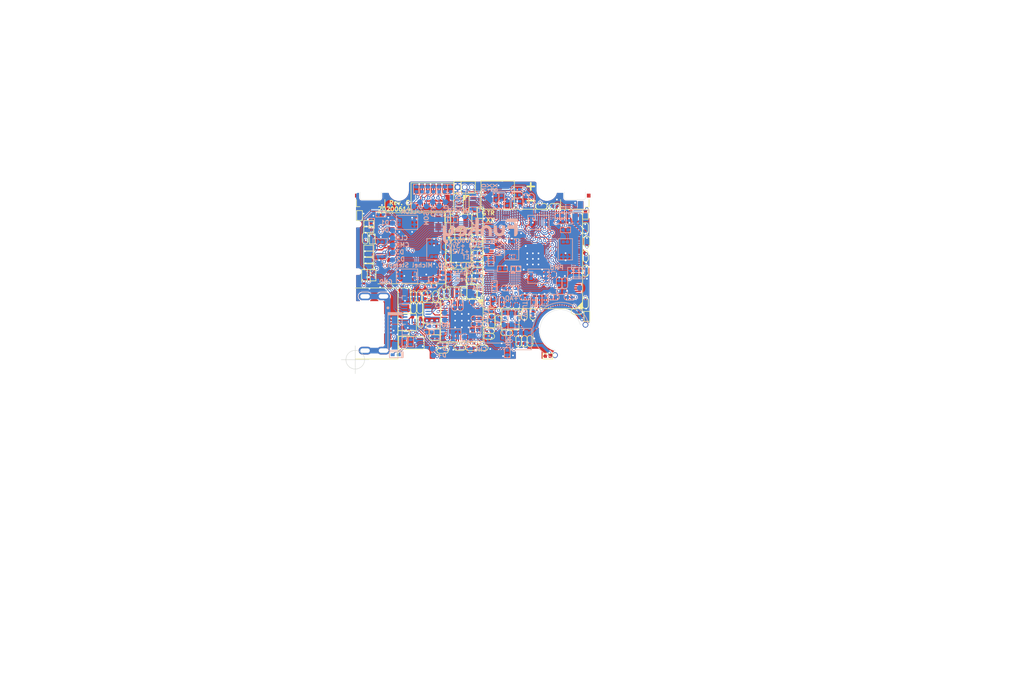
<source format=kicad_pcb>
(kicad_pcb (version 20171130) (host pcbnew 5.1.5+dfsg1-2build2)
  (title_block (title FunKey) (date 2020-11-27) (rev E) (company "Michel Stempin") (comment 1 "© 2017-2020, All rights reserved."))
  (layers (0 Top signal) (1 Gnd power) (2 Power power) (31 Bottom signal) (34 B.Paste user) (35 F.Paste user) (36 B.SilkS user) (37 F.SilkS user) (38 B.Mask user) (39 F.Mask user) (44 Edge.Cuts user))
  (net 0 "")
  (net 1 GND)
  (net 2 +VOUT)
  (net 3 +1V25)
  (net 4 +3V3)
  (net 5 +3V3_AO)
  (net 6 +VUSB)
  (net 7 +VIN)
  (net 8 +3V0)
  (net 9 +VBAT)
  (net 10 +1V8)
  (net 11 PE)
  (net 12 "Net-(U3-Pad128)")
  (net 13 "Net-(U3-Pad121)")
  (net 14 /HPOUTR)
  (net 15 "Net-(U3-Pad119)")
  (net 16 "Net-(U3-Pad114)")
  (net 17 "Net-(U3-Pad113)")
  (net 18 /LRADC0)
  (net 19 /USB_P)
  (net 20 /USB_N)
  (net 21 /SDC0_D1)
  (net 22 /SDC0_D0)
  (net 23 /SDC0_CLK0)
  (net 24 /SDC0_CMD)
  (net 25 /SDC0_D3)
  (net 26 /SDC0_D2)
  (net 27 /~PA_SHDN)
  (net 28 /~RESET)
  (net 29 /X32KIN)
  (net 30 /X32KOUT)
  (net 31 "Net-(U3-Pad94)")
  (net 32 "Net-(U3-Pad92)")
  (net 33 "Net-(U3-Pad91)")
  (net 34 "Net-(U3-Pad90)")
  (net 35 "Net-(U3-Pad89)")
  (net 36 "Net-(U3-Pad87)")
  (net 37 "Net-(U3-Pad86)")
  (net 38 "Net-(U3-Pad84)")
  (net 39 "Net-(U3-Pad83)")
  (net 40 "Net-(U3-Pad82)")
  (net 41 "Net-(U3-Pad81)")
  (net 42 "Net-(U3-Pad78)")
  (net 43 "Net-(U3-Pad77)")
  (net 44 /X24MIN)
  (net 45 /X24MOUT)
  (net 46 /SZQ)
  (net 47 /LCD_RESET)
  (net 48 "Net-(U3-Pad39)")
  (net 49 "Net-(U3-Pad37)")
  (net 50 "Net-(U3-Pad36)")
  (net 51 "Net-(U3-Pad35)")
  (net 52 "Net-(U3-Pad34)")
  (net 53 "Net-(U3-Pad32)")
  (net 54 "Net-(U3-Pad31)")
  (net 55 "Net-(U3-Pad30)")
  (net 56 "Net-(U3-Pad28)")
  (net 57 "Net-(U3-Pad27)")
  (net 58 "Net-(U3-Pad24)")
  (net 59 "Net-(U3-Pad23)")
  (net 60 "Net-(U3-Pad22)")
  (net 61 "Net-(U3-Pad18)")
  (net 62 "Net-(U3-Pad17)")
  (net 63 "Net-(U3-Pad16)")
  (net 64 "Net-(U3-Pad15)")
  (net 65 "Net-(U3-Pad14)")
  (net 66 "Net-(U3-Pad13)")
  (net 67 "Net-(U3-Pad11)")
  (net 68 "Net-(U3-Pad10)")
  (net 69 "Net-(U3-Pad9)")
  (net 70 "Net-(U3-Pad8)")
  (net 71 "Net-(U3-Pad7)")
  (net 72 "Net-(U3-Pad6)")
  (net 73 "Net-(U3-Pad5)")
  (net 74 "Net-(U3-Pad4)")
  (net 75 "Net-(U3-Pad3)")
  (net 76 "Net-(U3-Pad2)")
  (net 77 "Net-(U3-Pad1)")
  (net 78 /PWRON)
  (net 79 /LX1)
  (net 80 /CHSENSE)
  (net 81 /LDO3)
  (net 82 /TS)
  (net 83 /~CHGLED)
  (net 84 "Net-(U5-Pad30)")
  (net 85 /VINT)
  (net 86 /VREF)
  (net 87 /BIAS)
  (net 88 "Net-(U5-Pad20)")
  (net 89 "Net-(U5-Pad19)")
  (net 90 "Net-(U5-Pad18)")
  (net 91 /LX3)
  (net 92 /LDO4)
  (net 93 /LX2)
  (net 94 "Net-(U5-Pad5)")
  (net 95 "Net-(U5-Pad3)")
  (net 96 /POWER)
  (net 97 /FB)
  (net 98 /SW)
  (net 99 /EN)
  (net 100 /TF-VDD)
  (net 101 /USB_ID)
  (net 102 /VBUS)
  (net 103 /SDC0_CLK)
  (net 104 /PA_VDD)
  (net 105 /UART0_TX0)
  (net 106 "Net-(D30-Pad2)")
  (net 107 /PWM)
  (net 108 /SPK+)
  (net 109 /IN)
  (net 110 /SPK-)
  (net 111 /LEDA)
  (net 112 /RR)
  (net 113 /A)
  (net 114 /X)
  (net 115 /B)
  (net 116 /Y)
  (net 117 "Net-(U1-Pad11)")
  (net 118 "Net-(U1-Pad10)")
  (net 119 /FUN)
  (net 120 /START)
  (net 121 /L)
  (net 122 /U)
  (net 123 /RL)
  (net 124 /D)
  (net 125 /R)
  (net 126 "Net-(J3-PadF$1)")
  (net 127 "Net-(J3-PadF$2)")
  (net 128 "Net-(J3-Pad13)")
  (net 129 "Net-(J3-Pad14)")
  (net 130 "Net-(J3-Pad15)")
  (net 131 "Net-(J3-Pad16)")
  (net 132 "Net-(J3-Pad17)")
  (net 133 "Net-(J3-Pad18)")
  (net 134 "Net-(J3-Pad19)")
  (net 135 "Net-(J3-Pad20)")
  (net 136 "Net-(J3-Pad21)")
  (net 137 "Net-(J3-Pad22)")
  (net 138 "Net-(J3-Pad23)")
  (net 139 "Net-(J3-Pad24)")
  (net 140 "Net-(S12-Pad1')")
  (net 141 HPCOM)
  (net 142 HPVCCBP)
  (net 143 RTC-VIO)
  (net 144 VRA2)
  (net 145 SVREF)
  (net 146 VRA1)
  (net 147 /N_OE)
  (net 148 /~SPI_CS)
  (net 149 /SPI_MOSI)
  (net 150 /RS)
  (net 151 /SPI_CLK)
  (net 152 /TE)
  (net 153 /UART0_RX)
  (net 154 /~KEY_IRQ)
  (net 155 /UART0_TX)
  (net 156 /PWM0)
  (net 157 /~PMU_IRQ)
  (net 158 /TWI0_SCK)
  (net 159 /TWI0_SDA)
  (module FunKey:SOT23-3 (layer Bottom) (at 116.459 49.6316 180)
    (fp_text reference Q1 hide)
    (fp_text value IRLML2244TRPBF hide)
    (pad 1 smd rect (at -0.95 -1.1 180) (size 1 1.4) (layers Bottom B.Paste B.Mask) (net 107 /PWM))
    (pad 2 smd rect (at 0.95 -1.1 180) (size 1 1.4) (layers Bottom B.Paste B.Mask) (net 4 +3V3))
    (pad 3 smd rect (at 0 1.1 180) (size 1 1.4) (layers Bottom B.Paste B.Mask) (net 111 /LEDA))
  )
  (module FunKey:SM02B-SRSS-TB (layer Top) (at 102.108 46.736 270)
    (fp_text reference J5 hide)
    (fp_text value SM02B-SRSS-TB hide)
    (pad G$2 smd rect (at 1.8 -1.425) (size 1.8 1.2) (layers Top F.Paste F.Mask) (net 3 +1V25))
    (pad G$1 smd rect (at -1.8 -1.425) (size 1.8 1.2) (layers Top F.Paste F.Mask) (net 1 GND))
    (pad 2 smd rect (at 0.5 2.45) (size 1.55 0.6) (layers Top F.Paste F.Mask) (net 1 GND))
    (pad 1 smd rect (at -0.5 2.45) (size 1.55 0.6) (layers Top F.Paste F.Mask) (net 9 +VBAT))
  )
  (module FunKey:CDM-10008 (layer Bottom) (at 112.9 70.95 180)
    (fp_text reference SP1 hide)
    (fp_text value CDM-10008 hide)
  )
  (module FunKey:TSOT26 (layer Bottom) (at 105.791 72.517 90)
    (fp_text reference U2 hide)
    (fp_text value PAM8301AAF hide)
    (pad 6 smd rect (at 1.0995 0.95 90) (size 1 0.7) (layers Bottom B.Paste B.Mask) (net 108 /SPK+))
    (pad 5 smd rect (at 1.0995 0 90) (size 1 0.7) (layers Bottom B.Paste B.Mask) (net 104 /PA_VDD))
    (pad 4 smd rect (at 1.0995 -0.95 90) (size 1 0.7) (layers Bottom B.Paste B.Mask) (net 27 /~PA_SHDN))
    (pad 3 smd rect (at -1.0995 -0.95 90) (size 1 0.7) (layers Bottom B.Paste B.Mask) (net 109 /IN))
    (pad 2 smd rect (at -1.0995 0 90) (size 1 0.7) (layers Bottom B.Paste B.Mask) (net 1 GND))
    (pad 1 smd rect (at -1.0995 0.95 90) (size 1 0.7) (layers Bottom B.Paste B.Mask) (net 110 /SPK-))
  )
  (module FunKey:MK24 (layer Bottom) (at 83.312 71.374 90)
    (fp_text reference S14 hide)
    (fp_text value MK24-A-3 hide)
    (pad 2 smd rect (at 2.3 0) (size 1.2 1.4) (layers Bottom B.Paste B.Mask) (net 147 /N_OE))
    (pad 1 smd rect (at -2.3 0) (size 1.2 1.4) (layers Bottom B.Paste B.Mask) (net 2 +VOUT))
  )
  (module FunKey:QFN24 (layer Bottom) (at 87.122 67.31 180)
    (fp_text reference U1 hide)
    (fp_text value PCAL6416AHF,128 hide)
    (pad 24 smd rect (at -1.25 2.05 270) (size 0.9 0.24) (layers Bottom B.Paste B.Mask) (net 28 /~RESET))
    (pad 23 smd rect (at -0.75 2.05 270) (size 0.9 0.24) (layers Bottom B.Paste B.Mask) (net 4 +3V3))
    (pad 22 smd rect (at -0.25 2.05 270) (size 0.9 0.24) (layers Bottom B.Paste B.Mask) (net 154 /~KEY_IRQ))
    (pad 21 smd rect (at 0.25 2.05 270) (size 0.9 0.24) (layers Bottom B.Paste B.Mask) (net 4 +3V3))
    (pad 25 smd rect (at 0 0 180) (size 2.1 2.1) (layers Bottom B.Mask) (net 1 GND))
    (pad 20 smd rect (at 0.75 2.05 270) (size 0.9 0.24) (layers Bottom B.Paste B.Mask) (net 159 /TWI0_SDA))
    (pad 19 smd rect (at 1.25 2.05 270) (size 0.9 0.24) (layers Bottom B.Paste B.Mask) (net 158 /TWI0_SCK))
    (pad 18 smd rect (at 2.05 1.25 180) (size 0.9 0.24) (layers Bottom B.Paste B.Mask) (net 1 GND))
    (pad 17 smd rect (at 2.05 0.75 180) (size 0.9 0.24) (layers Bottom B.Paste B.Mask) (net 112 /RR))
    (pad 16 smd rect (at 2.05 0.25) (size 0.9 0.24) (layers Bottom B.Paste B.Mask) (net 113 /A))
    (pad 15 smd rect (at 2.05 -0.25) (size 0.9 0.24) (layers Bottom B.Paste B.Mask) (net 114 /X))
    (pad 14 smd rect (at 2.05 -0.75) (size 0.9 0.24) (layers Bottom B.Paste B.Mask) (net 115 /B))
    (pad 13 smd rect (at 2.05 -1.25) (size 0.9 0.24) (layers Bottom B.Paste B.Mask) (net 116 /Y))
    (pad 12 smd rect (at 1.25 -2.05 270) (size 0.9 0.24) (layers Bottom B.Paste B.Mask) (net 147 /N_OE))
    (pad 11 smd rect (at 0.75 -2.05 90) (size 0.9 0.24) (layers Bottom B.Paste B.Mask) (net 117 "Net-(U1-Pad11)"))
    (pad 10 smd rect (at 0.25 -2.05 90) (size 0.9 0.24) (layers Bottom B.Paste B.Mask) (net 118 "Net-(U1-Pad10)"))
    (pad 9 smd rect (at -0.25 -2.05 90) (size 0.9 0.24) (layers Bottom B.Paste B.Mask) (net 1 GND))
    (pad 8 smd rect (at -0.75 -2.05 90) (size 0.9 0.24) (layers Bottom B.Paste B.Mask) (net 119 /FUN))
    (pad 7 smd rect (at -1.25 -2.05 90) (size 0.9 0.24) (layers Bottom B.Paste B.Mask) (net 120 /START))
    (pad 6 smd rect (at -2.05 -1.25) (size 0.9 0.24) (layers Bottom B.Paste B.Mask) (net 28 /~RESET))
    (pad 5 smd rect (at -2.05 -0.75 180) (size 0.9 0.24) (layers Bottom B.Paste B.Mask) (net 121 /L))
    (pad 4 smd rect (at -2.05 -0.25 180) (size 0.9 0.24) (layers Bottom B.Paste B.Mask) (net 122 /U))
    (pad 3 smd rect (at -2.05 0.25 180) (size 0.9 0.24) (layers Bottom B.Paste B.Mask) (net 123 /RL))
    (pad 2 smd rect (at -2.05 0.75 180) (size 0.9 0.24) (layers Bottom B.Paste B.Mask) (net 124 /D))
    (pad 1 smd rect (at -2.05 1.25 180) (size 0.9 0.24) (layers Bottom B.Paste B.Mask) (net 125 /R))
  )
  (module FunKey:EVP-BB (layer Bottom) (at 97.2 47.95 90)
    (fp_text reference S13 hide)
    (fp_text value EVP-BB2A9B000 hide)
    (pad B' smd rect (at 1.325 -0.375 90) (size 0.55 0.55) (layers Bottom B.Paste B.Mask) (net 1 GND))
    (pad B smd rect (at 1.325 0.375 90) (size 0.55 0.55) (layers Bottom B.Paste B.Mask) (net 1 GND))
    (pad A' smd rect (at -1.325 -0.375 90) (size 0.55 0.55) (layers Bottom B.Paste B.Mask) (net 96 /POWER))
    (pad A smd rect (at -1.325 0.375 90) (size 0.55 0.55) (layers Bottom B.Paste B.Mask) (net 96 /POWER))
  )
  (module FunKey:EVP-BB (layer Bottom) (at 85.45 51.65 180)
    (fp_text reference S8 hide)
    (fp_text value EVP-BB1AAB000 hide)
    (pad B' smd rect (at 1.325 -0.375 180) (size 0.55 0.55) (layers Bottom B.Paste B.Mask) (net 116 /Y))
    (pad B smd rect (at 1.325 0.375 180) (size 0.55 0.55) (layers Bottom B.Paste B.Mask) (net 116 /Y))
    (pad A' smd rect (at -1.325 -0.375 180) (size 0.55 0.55) (layers Bottom B.Paste B.Mask) (net 1 GND))
    (pad A smd rect (at -1.325 0.375 180) (size 0.55 0.55) (layers Bottom B.Paste B.Mask) (net 1 GND))
  )
  (module FunKey:EVP-BB (layer Bottom) (at 90.25 56.45 270)
    (fp_text reference S9 hide)
    (fp_text value EVP-BB1AAB000 hide)
    (pad B' smd rect (at 1.325 -0.375 270) (size 0.55 0.55) (layers Bottom B.Paste B.Mask) (net 114 /X))
    (pad B smd rect (at 1.325 0.375 270) (size 0.55 0.55) (layers Bottom B.Paste B.Mask) (net 114 /X))
    (pad A' smd rect (at -1.325 -0.375 270) (size 0.55 0.55) (layers Bottom B.Paste B.Mask) (net 1 GND))
    (pad A smd rect (at -1.325 0.375 270) (size 0.55 0.55) (layers Bottom B.Paste B.Mask) (net 1 GND))
  )
  (module FunKey:EVP-BB (layer Bottom) (at 85.45 61.25)
    (fp_text reference S10 hide)
    (fp_text value EVP-BB1AAB000 hide)
    (pad B' smd rect (at 1.325 -0.375) (size 0.55 0.55) (layers Bottom B.Paste B.Mask) (net 113 /A))
    (pad B smd rect (at 1.325 0.375) (size 0.55 0.55) (layers Bottom B.Paste B.Mask) (net 113 /A))
    (pad A' smd rect (at -1.325 -0.375) (size 0.55 0.55) (layers Bottom B.Paste B.Mask) (net 1 GND))
    (pad A smd rect (at -1.325 0.375) (size 0.55 0.55) (layers Bottom B.Paste B.Mask) (net 1 GND))
  )
  (module FunKey:EVP-BB (layer Bottom) (at 80.65 56.45 90)
    (fp_text reference S11 hide)
    (fp_text value EVP-BB1AAB000 hide)
    (pad B' smd rect (at 1.325 -0.375 90) (size 0.55 0.55) (layers Bottom B.Paste B.Mask) (net 115 /B))
    (pad B smd rect (at 1.325 0.375 90) (size 0.55 0.55) (layers Bottom B.Paste B.Mask) (net 115 /B))
    (pad A' smd rect (at -1.325 -0.375 90) (size 0.55 0.55) (layers Bottom B.Paste B.Mask) (net 1 GND))
    (pad A smd rect (at -1.325 0.375 90) (size 0.55 0.55) (layers Bottom B.Paste B.Mask) (net 1 GND))
  )
  (module FunKey:EVP-BB (layer Bottom) (at 108.95 51.64)
    (fp_text reference S3 hide)
    (fp_text value EVP-BB1AAB000 hide)
    (pad B' smd rect (at 1.325 -0.375) (size 0.55 0.55) (layers Bottom B.Paste B.Mask) (net 122 /U))
    (pad B smd rect (at 1.325 0.375) (size 0.55 0.55) (layers Bottom B.Paste B.Mask) (net 122 /U))
    (pad A' smd rect (at -1.325 -0.375) (size 0.55 0.55) (layers Bottom B.Paste B.Mask) (net 1 GND))
    (pad A smd rect (at -1.325 0.375) (size 0.55 0.55) (layers Bottom B.Paste B.Mask) (net 1 GND))
  )
  (module FunKey:EVP-BB (layer Bottom) (at 113.75 56.45 90)
    (fp_text reference S4 hide)
    (fp_text value EVP-BB1AAB000 hide)
    (pad B' smd rect (at 1.325 -0.375 90) (size 0.55 0.55) (layers Bottom B.Paste B.Mask) (net 121 /L))
    (pad B smd rect (at 1.325 0.375 90) (size 0.55 0.55) (layers Bottom B.Paste B.Mask) (net 121 /L))
    (pad A' smd rect (at -1.325 -0.375 90) (size 0.55 0.55) (layers Bottom B.Paste B.Mask) (net 1 GND))
    (pad A smd rect (at -1.325 0.375 90) (size 0.55 0.55) (layers Bottom B.Paste B.Mask) (net 1 GND))
  )
  (module FunKey:EVP-BB (layer Bottom) (at 108.95 61.26 180)
    (fp_text reference S5 hide)
    (fp_text value EVP-BB1AAB000 hide)
    (pad B' smd rect (at 1.325 -0.375 180) (size 0.55 0.55) (layers Bottom B.Paste B.Mask) (net 124 /D))
    (pad B smd rect (at 1.325 0.375 180) (size 0.55 0.55) (layers Bottom B.Paste B.Mask) (net 124 /D))
    (pad A' smd rect (at -1.325 -0.375 180) (size 0.55 0.55) (layers Bottom B.Paste B.Mask) (net 1 GND))
    (pad A smd rect (at -1.325 0.375 180) (size 0.55 0.55) (layers Bottom B.Paste B.Mask) (net 1 GND))
  )
  (module FunKey:EVP-BB (layer Bottom) (at 104.15 56.45 270)
    (fp_text reference S6 hide)
    (fp_text value EVP-BB1AAB000 hide)
    (pad B' smd rect (at 1.325 -0.375 270) (size 0.55 0.55) (layers Bottom B.Paste B.Mask) (net 125 /R))
    (pad B smd rect (at 1.325 0.375 270) (size 0.55 0.55) (layers Bottom B.Paste B.Mask) (net 125 /R))
    (pad A' smd rect (at -1.325 -0.375 270) (size 0.55 0.55) (layers Bottom B.Paste B.Mask) (net 1 GND))
    (pad A smd rect (at -1.325 0.375 270) (size 0.55 0.55) (layers Bottom B.Paste B.Mask) (net 1 GND))
  )
  (module FunKey:EVP-BB (layer Bottom) (at 93.2 71.95 180)
    (fp_text reference S1 hide)
    (fp_text value EVP-BB2A9B000 hide)
    (pad B' smd rect (at 1.325 -0.375 180) (size 0.55 0.55) (layers Bottom B.Paste B.Mask) (net 120 /START))
    (pad B smd rect (at 1.325 0.375 180) (size 0.55 0.55) (layers Bottom B.Paste B.Mask) (net 120 /START))
    (pad A' smd rect (at -1.325 -0.375 180) (size 0.55 0.55) (layers Bottom B.Paste B.Mask) (net 1 GND))
    (pad A smd rect (at -1.325 0.375 180) (size 0.55 0.55) (layers Bottom B.Paste B.Mask) (net 1 GND))
  )
  (module FunKey:EVP-BB (layer Bottom) (at 101.2 71.95)
    (fp_text reference S2 hide)
    (fp_text value EVP-BB2A9B000 hide)
    (pad B' smd rect (at 1.325 -0.375) (size 0.55 0.55) (layers Bottom B.Paste B.Mask) (net 119 /FUN))
    (pad B smd rect (at 1.325 0.375) (size 0.55 0.55) (layers Bottom B.Paste B.Mask) (net 119 /FUN))
    (pad A' smd rect (at -1.325 -0.375) (size 0.55 0.55) (layers Bottom B.Paste B.Mask) (net 1 GND))
    (pad A smd rect (at -1.325 0.375) (size 0.55 0.55) (layers Bottom B.Paste B.Mask) (net 1 GND))
  )
  (module FunKey:TEST_PAD (layer Bottom) (at 99.3648 58.1406 90)
    (fp_text reference TP1 hide)
    (fp_text value RESET (at -0.1524 -4.1148 180) (layer B.SilkS) (effects (font (size 0.77216 0.77216) (thickness 0.154432)) (justify right bottom mirror)))
    (pad 1 smd circle (at 0 0 90) (size 1 1) (layers Bottom B.Mask) (net 28 /~RESET))
  )
  (module FunKey:TEST_PAD (layer Bottom) (at 111.633 60.96 90)
    (fp_text reference TP2 hide)
    (fp_text value PMU (at 0.762 -0.762 180) (layer B.SilkS) (effects (font (size 0.77216 0.77216) (thickness 0.154432)) (justify right bottom mirror)))
    (pad 1 smd circle (at 0 0 90) (size 1 1) (layers Bottom B.Mask) (net 157 /~PMU_IRQ))
  )
  (module FunKey:TEST_PAD (layer Bottom) (at 98.171 64.516 90)
    (fp_text reference TP3 hide)
    (fp_text value SDA (at 0.635 -1.143 180) (layer B.SilkS) (effects (font (size 0.77216 0.77216) (thickness 0.154432)) (justify right bottom mirror)))
    (pad 1 smd circle (at 0 0 90) (size 1 1) (layers Bottom B.Mask) (net 159 /TWI0_SDA))
  )
  (module FunKey:TEST_PAD (layer Bottom) (at 97.1296 65.786 90)
    (fp_text reference TP4 hide)
    (fp_text value SCL (at -1.016 -0.1016 180) (layer B.SilkS) (effects (font (size 0.77216 0.77216) (thickness 0.154432)) (justify right bottom mirror)))
    (pad 1 smd circle (at 0 0 90) (size 1 1) (layers Bottom B.Mask) (net 158 /TWI0_SCK))
  )
  (module FunKey:TEST_PAD (layer Bottom) (at 92.329 48.006 90)
    (fp_text reference TP5 hide)
    (fp_text value C/D (at -0.381 -0.381 270 unlocked) (layer B.SilkS) (effects (font (size 0.77216 0.77216) (thickness 0.154432)) (justify right bottom mirror)))
    (pad 1 smd circle (at 0 0 90) (size 1 1) (layers Bottom B.Mask) (net 150 /RS))
  )
  (module FunKey:TEST_PAD (layer Bottom) (at 90.043 48.006 90)
    (fp_text reference TP6 hide)
    (fp_text value CLK (at -0.381 -0.381 270 unlocked) (layer B.SilkS) (effects (font (size 0.77216 0.77216) (thickness 0.154432)) (justify right bottom mirror)))
    (pad 1 smd circle (at 0 0 90) (size 1 1) (layers Bottom B.Mask) (net 151 /SPI_CLK))
  )
  (module FunKey:TEST_PAD (layer Bottom) (at 88.9 48.768 90)
    (fp_text reference TP7 hide)
    (fp_text value MOSI (at -0.508 -0.508 270 unlocked) (layer B.SilkS) (effects (font (size 0.77216 0.77216) (thickness 0.154432)) (justify right bottom mirror)))
    (pad 1 smd circle (at 0 0 90) (size 1 1) (layers Bottom B.Mask) (net 149 /SPI_MOSI))
  )
  (module FunKey:TEST_PAD (layer Bottom) (at 87.757 48.006 90)
    (fp_text reference TP8 hide)
    (fp_text value CS (at -0.508 -0.508 270 unlocked) (layer B.SilkS) (effects (font (size 0.77216 0.77216) (thickness 0.154432)) (justify right bottom mirror)))
    (pad 1 smd circle (at 0 0 90) (size 1 1) (layers Bottom B.Mask) (net 148 /~SPI_CS))
  )
  (module FunKey:TEST_PAD (layer Bottom) (at 100.711 56.007 90)
    (fp_text reference TP10 hide)
    (fp_text value KEY (at 0.508 0.762 270 unlocked) (layer B.SilkS) (effects (font (size 0.77216 0.77216) (thickness 0.154432)) (justify right bottom mirror)))
    (pad 1 smd circle (at 0 0 90) (size 1 1) (layers Bottom B.Mask) (net 154 /~KEY_IRQ))
  )
  (module FunKey:TEST_PAD (layer Bottom) (at 102.743 69.977 90)
    (fp_text reference TP11 hide)
    (fp_text value PA (at 0.889 -1.524 270 unlocked) (layer B.SilkS) (effects (font (size 0.77216 0.77216) (thickness 0.154432)) (justify right bottom mirror)))
    (pad 1 smd circle (at 0 0 90) (size 1 1) (layers Bottom B.Mask) (net 27 /~PA_SHDN))
  )
  (module FunKey:TEST_PAD (layer Bottom) (at 103.759 71.501 90)
    (fp_text reference TP12 hide)
    (fp_text value HP (at -0.508 -0.762 270 unlocked) (layer B.SilkS) (effects (font (size 0.77216 0.77216) (thickness 0.154432)) (justify right bottom mirror)))
    (pad 1 smd circle (at 0 0 90) (size 1 1) (layers Bottom B.Mask) (net 109 /IN))
  )
  (module FunKey:TEST_PAD (layer Bottom) (at 92.456 57.785 90)
    (fp_text reference TP13 hide)
    (fp_text value +1V25 (at 0.508 0.254 180) (layer B.SilkS) (effects (font (size 0.77216 0.77216) (thickness 0.154432)) (justify right bottom mirror)))
    (pad 1 smd circle (at 0 0 90) (size 1 1) (layers Bottom B.Mask) (net 3 +1V25))
  )
  (module FunKey:TEST_PAD (layer Bottom) (at 92.202 67.818 90)
    (fp_text reference TP14 hide)
    (fp_text value +3V3 (at 0.889 -1.905 180) (layer B.SilkS) (effects (font (size 0.77216 0.77216) (thickness 0.154432)) (justify right bottom mirror)))
    (pad 1 smd circle (at 0 0 90) (size 1 1) (layers Bottom B.Mask) (net 4 +3V3))
  )
  (module FunKey:TEST_PAD (layer Bottom) (at 103.505 66.294 90)
    (fp_text reference TP15 hide)
    (fp_text value +AO (at 0.635 -0.635 180) (layer B.SilkS) (effects (font (size 0.77216 0.77216) (thickness 0.154432)) (justify right bottom mirror)))
    (pad 1 smd circle (at 0 0 90) (size 1 1) (layers Bottom B.Mask) (net 5 +3V3_AO))
  )
  (module FunKey:TEST_PAD (layer Bottom) (at 99.695 56.6928 90)
    (fp_text reference TP16 hide)
    (fp_text value +1V8 (at 0.4318 -3.302 180) (layer B.SilkS) (effects (font (size 0.77216 0.77216) (thickness 0.154432)) (justify right bottom mirror)))
    (pad 1 smd circle (at 0 0 90) (size 1 1) (layers Bottom B.Mask) (net 10 +1V8))
  )
  (module FunKey:TEST_PAD (layer Bottom) (at 92.202 56.007 270)
    (fp_text reference TP17 hide)
    (fp_text value +3V0 (at 0.254 -0.508 180) (layer B.SilkS) (effects (font (size 0.77216 0.77216) (thickness 0.154432)) (justify right bottom mirror)))
    (pad 1 smd circle (at 0 0 270) (size 1 1) (layers Bottom B.Mask) (net 8 +3V0))
  )
  (module FunKey:TEST_PAD (layer Bottom) (at 95.758 72.136 90)
    (fp_text reference TP19 hide)
    (fp_text value +VUSB (at -1.524 -0.635 180) (layer B.SilkS) (effects (font (size 0.77216 0.77216) (thickness 0.154432)) (justify right bottom mirror)))
    (pad 1 smd circle (at 0 0 90) (size 1 1) (layers Bottom B.Mask) (net 6 +VUSB))
  )
  (module FunKey:TEST_PAD (layer Bottom) (at 100.584 69.977 90)
    (fp_text reference TP20 hide)
    (fp_text value +VBAT (at 3.048 -1.524 270 unlocked) (layer B.SilkS) (effects (font (size 0.77216 0.77216) (thickness 0.154432)) (justify right bottom mirror)))
    (pad 1 smd circle (at 0 0 90) (size 1 1) (layers Bottom B.Mask) (net 9 +VBAT))
  )
  (module FunKey:TEST_PAD (layer Bottom) (at 96.774 74.422 90)
    (fp_text reference TP21 hide)
    (fp_text value CHG (at -0.381 0.508 180) (layer B.SilkS) (effects (font (size 0.77216 0.77216) (thickness 0.154432)) (justify right bottom mirror)))
    (pad 1 smd circle (at 0 0 90) (size 1 1) (layers Bottom B.Mask) (net 83 /~CHGLED))
  )
  (module FunKey:TEST_PAD (layer Bottom) (at 95.758 50.546 90)
    (fp_text reference TP22 hide)
    (fp_text value POWER (at 0.508 -3.175 180) (layer B.SilkS) (effects (font (size 0.77216 0.77216) (thickness 0.154432)) (justify right bottom mirror)))
    (pad 1 smd circle (at 0 0 90) (size 1 1) (layers Bottom B.Mask) (net 96 /POWER))
  )
  (module FunKey:TEST_PAD (layer Bottom) (at 105.029 66.548 90)
    (fp_text reference TP23 hide)
    (fp_text value +VOUT (at 0.889 1.016 270 unlocked) (layer B.SilkS) (effects (font (size 0.77216 0.77216) (thickness 0.154432)) (justify right bottom mirror)))
    (pad 1 smd circle (at 0 0 90) (size 1 1) (layers Bottom B.Mask) (net 2 +VOUT))
  )
  (module FunKey:TEST_PAD (layer Bottom) (at 93.599 47.244 180)
    (fp_text reference TP18 hide)
    (fp_text value LCDR (at -0.635 1.27 270 unlocked) (layer B.SilkS) (effects (font (size 0.77216 0.77216) (thickness 0.154432)) (justify right bottom mirror)))
    (pad 1 smd circle (at 0 0 180) (size 1 1) (layers Bottom B.Mask) (net 47 /LCD_RESET))
  )
  (module FunKey:TEST_PAD (layer Bottom) (at 86.614 48.768 180)
    (fp_text reference TP24 hide)
    (fp_text value LEDA (at 2.286 -1.397) (layer B.SilkS) (effects (font (size 0.77216 0.77216) (thickness 0.154432)) (justify right bottom mirror)))
    (pad 1 smd circle (at 0 0 180) (size 1 1) (layers Bottom B.Mask) (net 111 /LEDA))
  )
  (module FunKey:TEST_PAD (layer Bottom) (at 92.202 69.088 180)
    (fp_text reference TP9 hide)
    (fp_text value NOE (at 1.397 -1.397) (layer B.SilkS) (effects (font (size 0.77216 0.77216) (thickness 0.154432)) (justify right bottom mirror)))
    (pad 1 smd circle (at 0 0 180) (size 1 1) (layers Bottom B.Mask) (net 147 /N_OE))
  )
  (module FunKey:TEST_PAD (layer Bottom) (at 79.756 62.23 180)
    (fp_text reference TP25 hide)
    (fp_text value GND (at -0.635 -0.508) (layer B.SilkS) (effects (font (size 0.77216 0.77216) (thickness 0.154432)) (justify right bottom mirror)))
    (pad 1 smd circle (at 0 0 180) (size 1 1) (layers Bottom B.Mask) (net 1 GND))
  )
  (module FunKey:TEST_PAD (layer Bottom) (at 89.9922 74.2442 180)
    (fp_text reference TP26 hide)
    (fp_text value D- (at -0.6858 -0.381) (layer B.SilkS) (effects (font (size 0.77216 0.77216) (thickness 0.154432)) (justify right bottom mirror)))
    (pad 1 smd circle (at 0 0 180) (size 1 1) (layers Bottom B.Mask) (net 20 /USB_N))
  )
  (module FunKey:TEST_PAD (layer Bottom) (at 90.17 75.438 180)
    (fp_text reference TP27 hide)
    (fp_text value D+ (at -0.508 -0.381) (layer B.SilkS) (effects (font (size 0.77216 0.77216) (thickness 0.154432)) (justify right bottom mirror)))
    (pad 1 smd circle (at 0 0 180) (size 1 1) (layers Bottom B.Mask) (net 19 /USB_P))
  )
  (module FunKey:TEST_PAD (layer Bottom) (at 82.8548 51.7652 180)
    (fp_text reference TP28 hide)
    (fp_text value D1 (at 2.2098 -0.381) (layer B.SilkS) (effects (font (size 0.77216 0.77216) (thickness 0.154432)) (justify right bottom mirror)))
    (pad 1 smd circle (at 0 0 180) (size 1 1) (layers Bottom B.Mask) (net 21 /SDC0_D1))
  )
  (module FunKey:TEST_PAD (layer Bottom) (at 82.8548 53.086 180)
    (fp_text reference TP29 hide)
    (fp_text value D0 (at 2.2098 -0.381) (layer B.SilkS) (effects (font (size 0.77216 0.77216) (thickness 0.154432)) (justify right bottom mirror)))
    (pad 1 smd circle (at 0 0 180) (size 1 1) (layers Bottom B.Mask) (net 22 /SDC0_D0))
  )
  (module FunKey:TEST_PAD (layer Bottom) (at 82.8548 54.4068 180)
    (fp_text reference TP30 hide)
    (fp_text value CLK (at -0.4572 -0.4572) (layer B.SilkS) (effects (font (size 0.77216 0.77216) (thickness 0.154432)) (justify right bottom mirror)))
    (pad 1 smd circle (at 0 0 180) (size 1 1) (layers Bottom B.Mask) (net 103 /SDC0_CLK))
  )
  (module FunKey:TEST_PAD (layer Bottom) (at 82.8548 55.7276 180)
    (fp_text reference TP31 hide)
    (fp_text value CMD (at -0.4572 -0.381) (layer B.SilkS) (effects (font (size 0.77216 0.77216) (thickness 0.154432)) (justify right bottom mirror)))
    (pad 1 smd circle (at 0 0 180) (size 1 1) (layers Bottom B.Mask) (net 24 /SDC0_CMD))
  )
  (module FunKey:TEST_PAD (layer Bottom) (at 82.8548 57.0484 180)
    (fp_text reference TP32 hide)
    (fp_text value D3 (at -0.4572 -0.3556) (layer B.SilkS) (effects (font (size 0.77216 0.77216) (thickness 0.154432)) (justify right bottom mirror)))
    (pad 1 smd circle (at 0 0 180) (size 1 1) (layers Bottom B.Mask) (net 25 /SDC0_D3))
  )
  (module FunKey:TEST_PAD (layer Bottom) (at 82.8548 58.3692 180)
    (fp_text reference TP33 hide)
    (fp_text value D2 (at -0.5842 -0.3048) (layer B.SilkS) (effects (font (size 0.77216 0.77216) (thickness 0.154432)) (justify right bottom mirror)))
    (pad 1 smd circle (at 0 0 180) (size 1 1) (layers Bottom B.Mask) (net 26 /SDC0_D2))
  )
  (module FunKey:TEST_PAD (layer Bottom) (at 91.186 48.768 180)
    (fp_text reference TP34 hide)
    (fp_text value TE (at 0.508 -0.508 270 unlocked) (layer B.SilkS) (effects (font (size 0.77216 0.77216) (thickness 0.154432)) (justify right bottom mirror)))
    (pad 1 smd circle (at 0 0 180) (size 1 1) (layers Bottom B.Mask) (net 152 /TE))
  )
  (module FunKey:ELQFP-128 (layer Top) (at 107.95 58.166 180)
    (fp_text reference U3 hide)
    (fp_text value V3S hide)
    (pad GND$9 thru_hole circle (at 1 1 180) (size 0.6096 0.6096) (drill 0.3048) (layers *.Cu *.Mask) (net 1 GND))
    (pad GND$8 thru_hole circle (at 0 1 180) (size 0.6096 0.6096) (drill 0.3048) (layers *.Cu *.Mask) (net 1 GND))
    (pad GND$7 thru_hole circle (at -1 1 180) (size 0.6096 0.6096) (drill 0.3048) (layers *.Cu *.Mask) (net 1 GND))
    (pad GND$6 thru_hole circle (at 1 0 180) (size 0.6096 0.6096) (drill 0.3048) (layers *.Cu *.Mask) (net 1 GND))
    (pad GND$5 thru_hole circle (at 0 0 180) (size 0.6096 0.6096) (drill 0.3048) (layers *.Cu *.Mask) (net 1 GND))
    (pad GND$4 thru_hole circle (at -1 0 180) (size 0.6096 0.6096) (drill 0.3048) (layers *.Cu *.Mask) (net 1 GND))
    (pad GND$3 thru_hole circle (at 1 -1 180) (size 0.6096 0.6096) (drill 0.3048) (layers *.Cu *.Mask) (net 1 GND))
    (pad GND$2 thru_hole circle (at 0 -1 180) (size 0.6096 0.6096) (drill 0.3048) (layers *.Cu *.Mask) (net 1 GND))
    (pad GND$1 thru_hole circle (at -1 -1 180) (size 0.6096 0.6096) (drill 0.3048) (layers *.Cu *.Mask) (net 1 GND))
    (pad 128 smd rect (at -6.2 -7.8 90) (size 1.6 0.2475) (layers Top F.Paste F.Mask) (net 12 "Net-(U3-Pad128)"))
    (pad 127 smd rect (at -5.8 -7.8 90) (size 1.6 0.2475) (layers Top F.Paste F.Mask) (net 4 +3V3))
    (pad 126 smd rect (at -5.4 -7.8 90) (size 1.6 0.2475) (layers Top F.Paste F.Mask) (net 3 +1V25))
    (pad 125 smd rect (at -5 -7.8 90) (size 1.6 0.2475) (layers Top F.Paste F.Mask) (net 141 HPCOM))
    (pad 124 smd rect (at -4.6 -7.8 90) (size 1.6 0.2475) (layers Top F.Paste F.Mask) (net 141 HPCOM))
    (pad 123 smd rect (at -4.2 -7.8 90) (size 1.6 0.2475) (layers Top F.Paste F.Mask) (net 142 HPVCCBP))
    (pad 122 smd rect (at -3.8 -7.8 90) (size 1.6 0.2475) (layers Top F.Paste F.Mask) (net 4 +3V3))
    (pad 121 smd rect (at -3.4 -7.8 90) (size 1.6 0.2475) (layers Top F.Paste F.Mask) (net 13 "Net-(U3-Pad121)"))
    (pad 120 smd rect (at -3 -7.8 90) (size 1.6 0.2475) (layers Top F.Paste F.Mask) (net 14 /HPOUTR))
    (pad 119 smd rect (at -2.6 -7.8 90) (size 1.6 0.2475) (layers Top F.Paste F.Mask) (net 15 "Net-(U3-Pad119)"))
    (pad 118 smd rect (at -2.2 -7.8 90) (size 1.6 0.2475) (layers Top F.Paste F.Mask) (net 144 VRA2))
    (pad 117 smd rect (at -1.8 -7.8 90) (size 1.6 0.2475) (layers Top F.Paste F.Mask) (net 146 VRA1))
    (pad 116 smd rect (at -1.4 -7.8 90) (size 1.6 0.2475) (layers Top F.Paste F.Mask) (net 1 GND))
    (pad 115 smd rect (at -1 -7.8 90) (size 1.6 0.2475) (layers Top F.Paste F.Mask) (net 8 +3V0))
    (pad 114 smd rect (at -0.6 -7.8 90) (size 1.6 0.2475) (layers Top F.Paste F.Mask) (net 16 "Net-(U3-Pad114)"))
    (pad 113 smd rect (at -0.2 -7.8 90) (size 1.6 0.2475) (layers Top F.Paste F.Mask) (net 17 "Net-(U3-Pad113)"))
    (pad 112 smd rect (at 0.2 -7.8 90) (size 1.6 0.2475) (layers Top F.Paste F.Mask) (net 18 /LRADC0))
    (pad 111 smd rect (at 0.6 -7.8 90) (size 1.6 0.2475) (layers Top F.Paste F.Mask) (net 19 /USB_P))
    (pad 110 smd rect (at 1 -7.8 90) (size 1.6 0.2475) (layers Top F.Paste F.Mask) (net 20 /USB_N))
    (pad 109 smd rect (at 1.4 -7.8 90) (size 1.6 0.2475) (layers Top F.Paste F.Mask) (net 4 +3V3))
    (pad 108 smd rect (at 1.8 -7.8 90) (size 1.6 0.2475) (layers Top F.Paste F.Mask) (net 3 +1V25))
    (pad 107 smd rect (at 2.2 -7.8 90) (size 1.6 0.2475) (layers Top F.Paste F.Mask) (net 21 /SDC0_D1))
    (pad 106 smd rect (at 2.6 -7.8 90) (size 1.6 0.2475) (layers Top F.Paste F.Mask) (net 22 /SDC0_D0))
    (pad 105 smd rect (at 3 -7.8 90) (size 1.6 0.2475) (layers Top F.Paste F.Mask) (net 23 /SDC0_CLK0))
    (pad 104 smd rect (at 3.4 -7.8 90) (size 1.6 0.2475) (layers Top F.Paste F.Mask) (net 4 +3V3))
    (pad 103 smd rect (at 3.8 -7.8 90) (size 1.6 0.2475) (layers Top F.Paste F.Mask) (net 24 /SDC0_CMD))
    (pad 102 smd rect (at 4.2 -7.8 90) (size 1.6 0.2475) (layers Top F.Paste F.Mask) (net 25 /SDC0_D3))
    (pad 101 smd rect (at 4.6 -7.8 90) (size 1.6 0.2475) (layers Top F.Paste F.Mask) (net 26 /SDC0_D2))
    (pad 100 smd rect (at 5 -7.8 90) (size 1.6 0.2475) (layers Top F.Paste F.Mask) (net 27 /~PA_SHDN))
    (pad 99 smd rect (at 5.4 -7.8 90) (size 1.6 0.2475) (layers Top F.Paste F.Mask) (net 28 /~RESET))
    (pad 98 smd rect (at 5.8 -7.8 90) (size 1.6 0.2475) (layers Top F.Paste F.Mask) (net 5 +3V3_AO))
    (pad 97 smd rect (at 6.2 -7.8 90) (size 1.6 0.2475) (layers Top F.Paste F.Mask) (net 143 RTC-VIO))
    (pad 96 smd rect (at 7.8 -6.2 90) (size 0.2475 1.6) (layers Top F.Paste F.Mask) (net 29 /X32KIN))
    (pad 95 smd rect (at 7.8 -5.8 90) (size 0.2475 1.6) (layers Top F.Paste F.Mask) (net 30 /X32KOUT))
    (pad 94 smd rect (at 7.8 -5.4 90) (size 0.2475 1.6) (layers Top F.Paste F.Mask) (net 31 "Net-(U3-Pad94)"))
    (pad 93 smd rect (at 7.8 -5 90) (size 0.2475 1.6) (layers Top F.Paste F.Mask) (net 4 +3V3))
    (pad 92 smd rect (at 7.8 -4.6 90) (size 0.2475 1.6) (layers Top F.Paste F.Mask) (net 32 "Net-(U3-Pad92)"))
    (pad 91 smd rect (at 7.8 -4.2 90) (size 0.2475 1.6) (layers Top F.Paste F.Mask) (net 33 "Net-(U3-Pad91)"))
    (pad 90 smd rect (at 7.8 -3.8 90) (size 0.2475 1.6) (layers Top F.Paste F.Mask) (net 34 "Net-(U3-Pad90)"))
    (pad 89 smd rect (at 7.8 -3.4 90) (size 0.2475 1.6) (layers Top F.Paste F.Mask) (net 35 "Net-(U3-Pad89)"))
    (pad 88 smd rect (at 7.8 -3 90) (size 0.2475 1.6) (layers Top F.Paste F.Mask) (net 3 +1V25))
    (pad 87 smd rect (at 7.8 -2.6 90) (size 0.2475 1.6) (layers Top F.Paste F.Mask) (net 36 "Net-(U3-Pad87)"))
    (pad 86 smd rect (at 7.8 -2.2 90) (size 0.2475 1.6) (layers Top F.Paste F.Mask) (net 37 "Net-(U3-Pad86)"))
    (pad 85 smd rect (at 7.8 -1.8 90) (size 0.2475 1.6) (layers Top F.Paste F.Mask) (net 4 +3V3))
    (pad 84 smd rect (at 7.8 -1.4 90) (size 0.2475 1.6) (layers Top F.Paste F.Mask) (net 38 "Net-(U3-Pad84)"))
    (pad 83 smd rect (at 7.8 -1 90) (size 0.2475 1.6) (layers Top F.Paste F.Mask) (net 39 "Net-(U3-Pad83)"))
    (pad 82 smd rect (at 7.8 -0.6 90) (size 0.2475 1.6) (layers Top F.Paste F.Mask) (net 40 "Net-(U3-Pad82)"))
    (pad 81 smd rect (at 7.8 -0.2 90) (size 0.2475 1.6) (layers Top F.Paste F.Mask) (net 41 "Net-(U3-Pad81)"))
    (pad 80 smd rect (at 7.8 0.2 90) (size 0.2475 1.6) (layers Top F.Paste F.Mask) (net 3 +1V25))
    (pad 79 smd rect (at 7.8 0.6 90) (size 0.2475 1.6) (layers Top F.Paste F.Mask) (net 10 +1V8))
    (pad 78 smd rect (at 7.8 1 90) (size 0.2475 1.6) (layers Top F.Paste F.Mask) (net 42 "Net-(U3-Pad78)"))
    (pad 77 smd rect (at 7.8 1.4 90) (size 0.2475 1.6) (layers Top F.Paste F.Mask) (net 43 "Net-(U3-Pad77)"))
    (pad 76 smd rect (at 7.8 1.8 90) (size 0.2475 1.6) (layers Top F.Paste F.Mask) (net 8 +3V0))
    (pad 75 smd rect (at 7.8 2.2 90) (size 0.2475 1.6) (layers Top F.Paste F.Mask) (net 44 /X24MIN))
    (pad 74 smd rect (at 7.8 2.6 90) (size 0.2475 1.6) (layers Top F.Paste F.Mask) (net 45 /X24MOUT))
    (pad 73 smd rect (at 7.8 3 90) (size 0.2475 1.6) (layers Top F.Paste F.Mask) (net 46 /SZQ))
    (pad 72 smd rect (at 7.8 3.4 90) (size 0.2475 1.6) (layers Top F.Paste F.Mask) (net 10 +1V8))
    (pad 71 smd rect (at 7.8 3.8 90) (size 0.2475 1.6) (layers Top F.Paste F.Mask) (net 145 SVREF))
    (pad 70 smd rect (at 7.8 4.2 90) (size 0.2475 1.6) (layers Top F.Paste F.Mask) (net 10 +1V8))
    (pad 69 smd rect (at 7.8 4.6 90) (size 0.2475 1.6) (layers Top F.Paste F.Mask) (net 10 +1V8))
    (pad 68 smd rect (at 7.8 5 90) (size 0.2475 1.6) (layers Top F.Paste F.Mask) (net 10 +1V8))
    (pad 67 smd rect (at 7.8 5.4 90) (size 0.2475 1.6) (layers Top F.Paste F.Mask) (net 10 +1V8))
    (pad 66 smd rect (at 7.8 5.8 90) (size 0.2475 1.6) (layers Top F.Paste F.Mask) (net 10 +1V8))
    (pad 65 smd rect (at 7.8 6.2 90) (size 0.2475 1.6) (layers Top F.Paste F.Mask) (net 10 +1V8))
    (pad 64 smd rect (at 6.2 7.8 90) (size 1.6 0.2475) (layers Top F.Paste F.Mask) (net 3 +1V25))
    (pad 63 smd rect (at 5.8 7.8 90) (size 1.6 0.2475) (layers Top F.Paste F.Mask) (net 145 SVREF))
    (pad 62 smd rect (at 5.4 7.8 90) (size 1.6 0.2475) (layers Top F.Paste F.Mask) (net 10 +1V8))
    (pad 61 smd rect (at 5 7.8 90) (size 1.6 0.2475) (layers Top F.Paste F.Mask) (net 10 +1V8))
    (pad 60 smd rect (at 4.6 7.8 90) (size 1.6 0.2475) (layers Top F.Paste F.Mask) (net 10 +1V8))
    (pad 59 smd rect (at 4.2 7.8 90) (size 1.6 0.2475) (layers Top F.Paste F.Mask) (net 10 +1V8))
    (pad 58 smd rect (at 3.8 7.8 90) (size 1.6 0.2475) (layers Top F.Paste F.Mask) (net 3 +1V25))
    (pad 57 smd rect (at 3.4 7.8 90) (size 1.6 0.2475) (layers Top F.Paste F.Mask) (net 4 +3V3))
    (pad 56 smd rect (at 3 7.8 90) (size 1.6 0.2475) (layers Top F.Paste F.Mask) (net 3 +1V25))
    (pad 55 smd rect (at 2.6 7.8 90) (size 1.6 0.2475) (layers Top F.Paste F.Mask) (net 149 /SPI_MOSI))
    (pad 54 smd rect (at 2.2 7.8 90) (size 1.6 0.2475) (layers Top F.Paste F.Mask) (net 148 /~SPI_CS))
    (pad 53 smd rect (at 1.8 7.8 90) (size 1.6 0.2475) (layers Top F.Paste F.Mask) (net 151 /SPI_CLK))
    (pad 52 smd rect (at 1.4 7.8 90) (size 1.6 0.2475) (layers Top F.Paste F.Mask) (net 150 /RS))
    (pad 51 smd rect (at 1 7.8 90) (size 1.6 0.2475) (layers Top F.Paste F.Mask) (net 3 +1V25))
    (pad 50 smd rect (at 0.6 7.8 90) (size 1.6 0.2475) (layers Top F.Paste F.Mask) (net 4 +3V3))
    (pad 49 smd rect (at 0.2 7.8 90) (size 1.6 0.2475) (layers Top F.Paste F.Mask) (net 153 /UART0_RX))
    (pad 48 smd rect (at -0.2 7.8 90) (size 1.6 0.2475) (layers Top F.Paste F.Mask) (net 155 /UART0_TX))
    (pad 47 smd rect (at -0.6 7.8 90) (size 1.6 0.2475) (layers Top F.Paste F.Mask) (net 3 +1V25))
    (pad 46 smd rect (at -1 7.8 90) (size 1.6 0.2475) (layers Top F.Paste F.Mask) (net 159 /TWI0_SDA))
    (pad 45 smd rect (at -1.4 7.8 90) (size 1.6 0.2475) (layers Top F.Paste F.Mask) (net 158 /TWI0_SCK))
    (pad 44 smd rect (at -1.8 7.8 90) (size 1.6 0.2475) (layers Top F.Paste F.Mask) (net 157 /~PMU_IRQ))
    (pad 43 smd rect (at -2.2 7.8 90) (size 1.6 0.2475) (layers Top F.Paste F.Mask) (net 156 /PWM0))
    (pad 42 smd rect (at -2.6 7.8 90) (size 1.6 0.2475) (layers Top F.Paste F.Mask) (net 154 /~KEY_IRQ))
    (pad 41 smd rect (at -3 7.8 90) (size 1.6 0.2475) (layers Top F.Paste F.Mask) (net 47 /LCD_RESET))
    (pad 40 smd rect (at -3.4 7.8 90) (size 1.6 0.2475) (layers Top F.Paste F.Mask) (net 152 /TE))
    (pad 39 smd rect (at -3.8 7.8 90) (size 1.6 0.2475) (layers Top F.Paste F.Mask) (net 48 "Net-(U3-Pad39)"))
    (pad 38 smd rect (at -4.2 7.8 90) (size 1.6 0.2475) (layers Top F.Paste F.Mask) (net 3 +1V25))
    (pad 37 smd rect (at -4.6 7.8 90) (size 1.6 0.2475) (layers Top F.Paste F.Mask) (net 49 "Net-(U3-Pad37)"))
    (pad 36 smd rect (at -5 7.8 90) (size 1.6 0.2475) (layers Top F.Paste F.Mask) (net 50 "Net-(U3-Pad36)"))
    (pad 35 smd rect (at -5.4 7.8 90) (size 1.6 0.2475) (layers Top F.Paste F.Mask) (net 51 "Net-(U3-Pad35)"))
    (pad 34 smd rect (at -5.8 7.8 90) (size 1.6 0.2475) (layers Top F.Paste F.Mask) (net 52 "Net-(U3-Pad34)"))
    (pad 33 smd rect (at -6.2 7.8 90) (size 1.6 0.2475) (layers Top F.Paste F.Mask) (net 1 GND))
    (pad 32 smd rect (at -7.8 6.2 90) (size 0.2475 1.6) (layers Top F.Paste F.Mask) (net 53 "Net-(U3-Pad32)"))
    (pad 31 smd rect (at -7.8 5.8 90) (size 0.2475 1.6) (layers Top F.Paste F.Mask) (net 54 "Net-(U3-Pad31)"))
    (pad 30 smd rect (at -7.8 5.4 90) (size 0.2475 1.6) (layers Top F.Paste F.Mask) (net 55 "Net-(U3-Pad30)"))
    (pad 29 smd rect (at -7.8 5 90) (size 0.2475 1.6) (layers Top F.Paste F.Mask) (net 4 +3V3))
    (pad 28 smd rect (at -7.8 4.6 90) (size 0.2475 1.6) (layers Top F.Paste F.Mask) (net 56 "Net-(U3-Pad28)"))
    (pad 27 smd rect (at -7.8 4.2 90) (size 0.2475 1.6) (layers Top F.Paste F.Mask) (net 57 "Net-(U3-Pad27)"))
    (pad 26 smd rect (at -7.8 3.8 90) (size 0.2475 1.6) (layers Top F.Paste F.Mask) (net 3 +1V25))
    (pad 25 smd rect (at -7.8 3.4 90) (size 0.2475 1.6) (layers Top F.Paste F.Mask) (net 3 +1V25))
    (pad 24 smd rect (at -7.8 3 90) (size 0.2475 1.6) (layers Top F.Paste F.Mask) (net 58 "Net-(U3-Pad24)"))
    (pad 23 smd rect (at -7.8 2.6 90) (size 0.2475 1.6) (layers Top F.Paste F.Mask) (net 59 "Net-(U3-Pad23)"))
    (pad 22 smd rect (at -7.8 2.2 90) (size 0.2475 1.6) (layers Top F.Paste F.Mask) (net 60 "Net-(U3-Pad22)"))
    (pad 21 smd rect (at -7.8 1.8 90) (size 0.2475 1.6) (layers Top F.Paste F.Mask) (net 3 +1V25))
    (pad 20 smd rect (at -7.8 1.4 90) (size 0.2475 1.6) (layers Top F.Paste F.Mask) (net 3 +1V25))
    (pad 19 smd rect (at -7.8 1 90) (size 0.2475 1.6) (layers Top F.Paste F.Mask) (net 3 +1V25))
    (pad 18 smd rect (at -7.8 0.6 90) (size 0.2475 1.6) (layers Top F.Paste F.Mask) (net 61 "Net-(U3-Pad18)"))
    (pad 17 smd rect (at -7.8 0.2 90) (size 0.2475 1.6) (layers Top F.Paste F.Mask) (net 62 "Net-(U3-Pad17)"))
    (pad 16 smd rect (at -7.8 -0.2 90) (size 0.2475 1.6) (layers Top F.Paste F.Mask) (net 63 "Net-(U3-Pad16)"))
    (pad 15 smd rect (at -7.8 -0.6 90) (size 0.2475 1.6) (layers Top F.Paste F.Mask) (net 64 "Net-(U3-Pad15)"))
    (pad 14 smd rect (at -7.8 -1 90) (size 0.2475 1.6) (layers Top F.Paste F.Mask) (net 65 "Net-(U3-Pad14)"))
    (pad 13 smd rect (at -7.8 -1.4 90) (size 0.2475 1.6) (layers Top F.Paste F.Mask) (net 66 "Net-(U3-Pad13)"))
    (pad 12 smd rect (at -7.8 -1.8 90) (size 0.2475 1.6) (layers Top F.Paste F.Mask) (net 4 +3V3))
    (pad 11 smd rect (at -7.8 -2.2 90) (size 0.2475 1.6) (layers Top F.Paste F.Mask) (net 67 "Net-(U3-Pad11)"))
    (pad 10 smd rect (at -7.8 -2.6 90) (size 0.2475 1.6) (layers Top F.Paste F.Mask) (net 68 "Net-(U3-Pad10)"))
    (pad 9 smd rect (at -7.8 -3 90) (size 0.2475 1.6) (layers Top F.Paste F.Mask) (net 69 "Net-(U3-Pad9)"))
    (pad 8 smd rect (at -7.8 -3.4 90) (size 0.2475 1.6) (layers Top F.Paste F.Mask) (net 70 "Net-(U3-Pad8)"))
    (pad 7 smd rect (at -7.8 -3.8 90) (size 0.2475 1.6) (layers Top F.Paste F.Mask) (net 71 "Net-(U3-Pad7)"))
    (pad 6 smd rect (at -7.8 -4.2 90) (size 0.2475 1.6) (layers Top F.Paste F.Mask) (net 72 "Net-(U3-Pad6)"))
    (pad 5 smd rect (at -7.8 -4.6 90) (size 0.2475 1.6) (layers Top F.Paste F.Mask) (net 73 "Net-(U3-Pad5)"))
    (pad 4 smd rect (at -7.8 -5 90) (size 0.2475 1.6) (layers Top F.Paste F.Mask) (net 74 "Net-(U3-Pad4)"))
    (pad 3 smd rect (at -7.8 -5.4 90) (size 0.2475 1.6) (layers Top F.Paste F.Mask) (net 75 "Net-(U3-Pad3)"))
    (pad 2 smd rect (at -7.8 -5.8 90) (size 0.2475 1.6) (layers Top F.Paste F.Mask) (net 76 "Net-(U3-Pad2)"))
    (pad 1 smd rect (at -7.8 -6.2 90) (size 0.2475 1.6) (layers Top F.Paste F.Mask) (net 77 "Net-(U3-Pad1)"))
  )
  (module FunKey:FC-12M (layer Top) (at 97.028 64.008 270)
    (fp_text reference Y1 hide)
    (fp_text value "FC-12M 32.768000kHz 12.5 +20.0-20.0" hide)
    (pad 2 smd rect (at 0.75 0) (size 1.4 0.7) (layers Top F.Paste F.Mask) (net 29 /X32KIN))
    (pad 1 smd rect (at -0.75 0) (size 1.4 0.7) (layers Top F.Paste F.Mask) (net 30 /X32KOUT))
  )
  (module FunKey:DF37NB-24DS-0.4V (layer Top) (at 89.9922 47.0916 90)
    (fp_text reference J3 hide)
    (fp_text value "DF37NB-24DS-0.4V(51)" hide)
    (pad F$1 smd rect (at 0 -3.44 90) (size 1.1 0.38) (layers Top F.Paste F.Mask) (net 126 "Net-(J3-PadF$1)"))
    (pad F$2 smd rect (at 0 3.44 90) (size 1.1 0.38) (layers Top F.Paste F.Mask) (net 127 "Net-(J3-PadF$2)"))
    (pad 12 smd rect (at 1.32 2.2 90) (size 0.63 0.23) (layers Top F.Paste F.Mask) (net 1 GND))
    (pad 11 smd rect (at 1.32 1.8 90) (size 0.63 0.23) (layers Top F.Paste F.Mask) (net 47 /LCD_RESET))
    (pad 10 smd rect (at 1.32 1.4 90) (size 0.63 0.23) (layers Top F.Paste F.Mask) (net 150 /RS))
    (pad 9 smd rect (at 1.32 1 90) (size 0.63 0.23) (layers Top F.Paste F.Mask) (net 152 /TE))
    (pad 8 smd rect (at 1.32 0.6 90) (size 0.63 0.23) (layers Top F.Paste F.Mask) (net 151 /SPI_CLK))
    (pad 7 smd rect (at 1.32 0.2 90) (size 0.63 0.23) (layers Top F.Paste F.Mask) (net 149 /SPI_MOSI))
    (pad 6 smd rect (at 1.32 -0.2 90) (size 0.63 0.23) (layers Top F.Paste F.Mask) (net 148 /~SPI_CS))
    (pad 5 smd rect (at 1.32 -0.6 90) (size 0.63 0.23) (layers Top F.Paste F.Mask) (net 4 +3V3))
    (pad 4 smd rect (at 1.32 -1 90) (size 0.63 0.23) (layers Top F.Paste F.Mask) (net 1 GND))
    (pad 3 smd rect (at 1.32 -1.4 90) (size 0.63 0.23) (layers Top F.Paste F.Mask) (net 4 +3V3))
    (pad 2 smd rect (at 1.32 -1.8 90) (size 0.63 0.23) (layers Top F.Paste F.Mask) (net 1 GND))
    (pad 1 smd rect (at 1.32 -2.2 90) (size 0.63 0.23) (layers Top F.Paste F.Mask) (net 111 /LEDA))
    (pad 13 smd rect (at -1.32 2.2 90) (size 0.63 0.23) (layers Top F.Paste F.Mask) (net 128 "Net-(J3-Pad13)"))
    (pad 14 smd rect (at -1.32 1.8 90) (size 0.63 0.23) (layers Top F.Paste F.Mask) (net 129 "Net-(J3-Pad14)"))
    (pad 15 smd rect (at -1.32 1.4 90) (size 0.63 0.23) (layers Top F.Paste F.Mask) (net 130 "Net-(J3-Pad15)"))
    (pad 16 smd rect (at -1.32 1 90) (size 0.63 0.23) (layers Top F.Paste F.Mask) (net 131 "Net-(J3-Pad16)"))
    (pad 17 smd rect (at -1.32 0.6 90) (size 0.63 0.23) (layers Top F.Paste F.Mask) (net 132 "Net-(J3-Pad17)"))
    (pad 18 smd rect (at -1.32 0.2 90) (size 0.63 0.23) (layers Top F.Paste F.Mask) (net 133 "Net-(J3-Pad18)"))
    (pad 19 smd rect (at -1.32 -0.2 90) (size 0.63 0.23) (layers Top F.Paste F.Mask) (net 134 "Net-(J3-Pad19)"))
    (pad 20 smd rect (at -1.32 -0.6 90) (size 0.63 0.23) (layers Top F.Paste F.Mask) (net 135 "Net-(J3-Pad20)"))
    (pad 21 smd rect (at -1.32 -1 90) (size 0.63 0.23) (layers Top F.Paste F.Mask) (net 136 "Net-(J3-Pad21)"))
    (pad 22 smd rect (at -1.32 -1.4 90) (size 0.63 0.23) (layers Top F.Paste F.Mask) (net 137 "Net-(J3-Pad22)"))
    (pad 23 smd rect (at -1.32 -1.8 90) (size 0.63 0.23) (layers Top F.Paste F.Mask) (net 138 "Net-(J3-Pad23)"))
    (pad 24 smd rect (at -1.32 -2.2 90) (size 0.63 0.23) (layers Top F.Paste F.Mask) (net 139 "Net-(J3-Pad24)"))
  )
  (module FunKey:EVP-AE (layer Top) (at 115.45 47.55 180)
    (fp_text reference S12 hide)
    (fp_text value EVP-AEBB2A hide)
    (pad G$2 smd rect (at 2.475 0.7 270) (size 0.7 0.65) (layers Top F.Paste F.Mask))
    (pad G$1 smd rect (at -2.475 0.7 270) (size 0.7 0.65) (layers Top F.Paste F.Mask))
    (pad 1' smd rect (at 1.15 -0.975 270) (size 1.35 0.8) (layers Top F.Paste F.Mask) (net 140 "Net-(S12-Pad1')"))
    (pad 1 smd rect (at -1.15 -0.975 270) (size 1.35 0.8) (layers Top F.Paste F.Mask) (net 123 /RL))
    (pad 2 smd rect (at 0 -0.975 270) (size 1.35 0.8) (layers Top F.Paste F.Mask) (net 1 GND))
  )
  (module FunKey:EVP-AE (layer Top) (at 78.95 47.55 180)
    (fp_text reference S7 hide)
    (fp_text value EVP-AEBB2A hide)
    (pad G$2 smd rect (at 2.475 0.7 270) (size 0.7 0.65) (layers Top F.Paste F.Mask))
    (pad G$1 smd rect (at -2.475 0.7 270) (size 0.7 0.65) (layers Top F.Paste F.Mask))
    (pad 1' smd rect (at 1.15 -0.975 270) (size 1.35 0.8) (layers Top F.Paste F.Mask) (net 1 GND))
    (pad 1 smd rect (at -1.15 -0.975 270) (size 1.35 0.8) (layers Top F.Paste F.Mask) (net 1 GND))
    (pad 2 smd rect (at 0 -0.975 270) (size 1.35 0.8) (layers Top F.Paste F.Mask) (net 112 /RR))
  )
  (module FunKey:L1008 (layer Top) (at 95.123 51.435 180)
    (fp_text reference L6 hide)
    (fp_text value WPN201610U2R2NT hide)
    (pad 2 smd rect (at 0.825 0 270) (size 2 0.85) (layers Top F.Paste F.Mask) (net 10 +1V8))
    (pad 1 smd rect (at -0.825 0 270) (size 2 0.85) (layers Top F.Paste F.Mask) (net 98 /SW))
  )
  (module FunKey:TF-110 (layer Top) (at 85.9536 56.261 270)
    (fp_text reference J4 hide)
    (fp_text value TF-110 hide)
    (pad G$8 smd rect (at -5.6475 -0.875) (size 1.2 0.655) (layers Top F.Paste F.Mask) (net 1 GND))
    (pad G$6 smd rect (at -3.8 -5.1 270) (size 1.4 1.05) (layers Top F.Paste F.Mask) (net 1 GND))
    (pad G$5 smd rect (at 3 -5.1 270) (size 1.4 1.05) (layers Top F.Paste F.Mask) (net 1 GND))
    (pad G$7 smd rect (at -5.4375 -5.1 90) (size 1.075 1.05) (layers Top F.Paste F.Mask) (net 1 GND))
    (pad G$4 smd rect (at 5.4375 -5.1 90) (size 1.075 1.05) (layers Top F.Paste F.Mask) (net 1 GND))
    (pad G$3 smd rect (at 5.6125 -0.175) (size 1.2 0.725) (layers Top F.Paste F.Mask) (net 1 GND))
    (pad G$2 smd rect (at 5.0875 5.375) (size 1.5 1.775) (layers Top F.Paste F.Mask) (net 1 GND))
    (pad G$1 smd rect (at -5.3425 5.375) (size 1.5 1.725) (layers Top F.Paste F.Mask) (net 1 GND))
    (pad 10 smd rect (at 5.4475 -2.65) (size 1.15 1.055) (layers Top F.Paste F.Mask) (net 1 GND))
    (pad 9 smd rect (at 4.2 3.4 270) (size 0.65 1.35) (layers Top F.Paste F.Mask) (net 1 GND))
    (pad 8 smd rect (at -4.5 3.4 270) (size 0.75 1.35) (layers Top F.Paste F.Mask) (net 21 /SDC0_D1))
    (pad 7 smd rect (at -3.4 3.4 270) (size 0.75 1.35) (layers Top F.Paste F.Mask) (net 22 /SDC0_D0))
    (pad 6 smd rect (at -2.3 3.4 270) (size 0.75 1.35) (layers Top F.Paste F.Mask) (net 1 GND))
    (pad 5 smd rect (at -1.2 3.4 270) (size 0.75 1.35) (layers Top F.Paste F.Mask) (net 103 /SDC0_CLK))
    (pad 4 smd rect (at -0.1 3.4 270) (size 0.75 1.35) (layers Top F.Paste F.Mask) (net 100 /TF-VDD))
    (pad 3 smd rect (at 1 3.4 270) (size 0.75 1.35) (layers Top F.Paste F.Mask) (net 24 /SDC0_CMD))
    (pad 2 smd rect (at 2.1 3.4 270) (size 0.75 1.35) (layers Top F.Paste F.Mask) (net 25 /SDC0_D3))
    (pad 1 smd rect (at 3.2 3.4 270) (size 0.75 1.35) (layers Top F.Paste F.Mask) (net 26 /SDC0_D2))
  )
  (module FunKey:WE-LQS (layer Top) (at 103.886 68.961 270)
    (fp_text reference L5 hide)
    (fp_text value 74404032047 hide)
    (pad 2 smd rect (at 1.2 0) (size 2.7 1) (layers Top F.Paste F.Mask) (net 80 /CHSENSE))
    (pad 1 smd rect (at -1.2 0) (size 2.7 1) (layers Top F.Paste F.Mask) (net 79 /LX1))
  )
  (module FunKey:WE-LQS (layer Top) (at 94.234 61.595 180)
    (fp_text reference L3 hide)
    (fp_text value 74404032047 hide)
    (pad 2 smd rect (at 1.2 0 270) (size 2.7 1) (layers Top F.Paste F.Mask) (net 3 +1V25))
    (pad 1 smd rect (at -1.2 0 270) (size 2.7 1) (layers Top F.Paste F.Mask) (net 93 /LX2))
  )
  (module FunKey:WE-LQS (layer Top) (at 89.916 67.818 90)
    (fp_text reference L4 hide)
    (fp_text value 74404032047 hide)
    (pad 2 smd rect (at 1.2 0 180) (size 2.7 1) (layers Top F.Paste F.Mask) (net 91 /LX3))
    (pad 1 smd rect (at -1.2 0 180) (size 2.7 1) (layers Top F.Paste F.Mask) (net 4 +3V3))
  )
  (module FunKey:QFN48 (layer Top) (at 95.25 69.215 270)
    (fp_text reference U5 hide)
    (fp_text value AXP209 hide)
    (pad GND$9 thru_hole circle (at 1.2 1.2 270) (size 0.6096 0.6096) (drill 0.3048) (layers *.Cu *.Mask) (net 1 GND))
    (pad GND$8 thru_hole circle (at 0 1.2 270) (size 0.6096 0.6096) (drill 0.3048) (layers *.Cu *.Mask) (net 1 GND))
    (pad GND$7 thru_hole circle (at -1.2 1.2 270) (size 0.6096 0.6096) (drill 0.3048) (layers *.Cu *.Mask) (net 1 GND))
    (pad GND$6 thru_hole circle (at 1.2 0 270) (size 0.6096 0.6096) (drill 0.3048) (layers *.Cu *.Mask) (net 1 GND))
    (pad GND$5 thru_hole circle (at 0 0 270) (size 0.6096 0.6096) (drill 0.3048) (layers *.Cu *.Mask) (net 1 GND))
    (pad GND$4 thru_hole circle (at -1.2 0 270) (size 0.6096 0.6096) (drill 0.3048) (layers *.Cu *.Mask) (net 1 GND))
    (pad GND$3 thru_hole circle (at 1.2 -1.2 270) (size 0.6096 0.6096) (drill 0.3048) (layers *.Cu *.Mask) (net 1 GND))
    (pad GND$2 thru_hole circle (at 0 -1.2 270) (size 0.6096 0.6096) (drill 0.3048) (layers *.Cu *.Mask) (net 1 GND))
    (pad GND$1 thru_hole circle (at -1.2 -1.2 270) (size 0.6096 0.6096) (drill 0.3048) (layers *.Cu *.Mask) (net 1 GND))
    (pad 48 smd rect (at -2.2 -3 180) (size 1 0.2) (layers Top F.Paste F.Mask) (net 157 /~PMU_IRQ))
    (pad 47 smd rect (at -1.8 -3 180) (size 1 0.2) (layers Top F.Paste F.Mask) (net 78 /PWRON))
    (pad 46 smd rect (at -1.4 -3 180) (size 1 0.2) (layers Top F.Paste F.Mask) (net 1 GND))
    (pad 45 smd rect (at -1 -3 180) (size 1 0.2) (layers Top F.Paste F.Mask) (net 79 /LX1))
    (pad 44 smd rect (at -0.6 -3 180) (size 1 0.2) (layers Top F.Paste F.Mask) (net 2 +VOUT))
    (pad 43 smd rect (at -0.2 -3 180) (size 1 0.2) (layers Top F.Paste F.Mask) (net 80 /CHSENSE))
    (pad 42 smd rect (at 0.2 -3 180) (size 1 0.2) (layers Top F.Paste F.Mask) (net 9 +VBAT))
    (pad 41 smd rect (at 0.6 -3 180) (size 1 0.2) (layers Top F.Paste F.Mask) (net 81 /LDO3))
    (pad 40 smd rect (at 1 -3 180) (size 1 0.2) (layers Top F.Paste F.Mask) (net 4 +3V3))
    (pad 39 smd rect (at 1.4 -3 180) (size 1 0.2) (layers Top F.Paste F.Mask) (net 9 +VBAT))
    (pad 38 smd rect (at 1.8 -3 180) (size 1 0.2) (layers Top F.Paste F.Mask) (net 9 +VBAT))
    (pad 37 smd rect (at 2.2 -3 180) (size 1 0.2) (layers Top F.Paste F.Mask) (net 82 /TS))
    (pad 36 smd rect (at 3 -2.2 90) (size 1 0.2) (layers Top F.Paste F.Mask) (net 83 /~CHGLED))
    (pad 35 smd rect (at 3 -1.8 90) (size 1 0.2) (layers Top F.Paste F.Mask) (net 2 +VOUT))
    (pad 34 smd rect (at 3 -1.4 90) (size 1 0.2) (layers Top F.Paste F.Mask) (net 2 +VOUT))
    (pad 33 smd rect (at 3 -1 90) (size 1 0.2) (layers Top F.Paste F.Mask) (net 7 +VIN))
    (pad 32 smd rect (at 3 -0.6 90) (size 1 0.2) (layers Top F.Paste F.Mask) (net 7 +VIN))
    (pad 31 smd rect (at 3 -0.2 90) (size 1 0.2) (layers Top F.Paste F.Mask) (net 6 +VUSB))
    (pad 30 smd rect (at 3 0.2 90) (size 1 0.2) (layers Top F.Paste F.Mask) (net 84 "Net-(U5-Pad30)"))
    (pad 29 smd rect (at 3 0.6 90) (size 1 0.2) (layers Top F.Paste F.Mask) (net 2 +VOUT))
    (pad 28 smd rect (at 3 1 90) (size 1 0.2) (layers Top F.Paste F.Mask) (net 5 +3V3_AO))
    (pad 27 smd rect (at 3 1.4 90) (size 1 0.2) (layers Top F.Paste F.Mask) (net 85 /VINT))
    (pad 26 smd rect (at 3 1.8 90) (size 1 0.2) (layers Top F.Paste F.Mask) (net 85 /VINT))
    (pad 25 smd rect (at 3 2.2 90) (size 1 0.2) (layers Top F.Paste F.Mask) (net 28 /~RESET))
    (pad 24 smd rect (at 2.2 3) (size 1 0.2) (layers Top F.Paste F.Mask) (net 86 /VREF))
    (pad 23 smd rect (at 1.8 3) (size 1 0.2) (layers Top F.Paste F.Mask) (net 87 /BIAS))
    (pad 22 smd rect (at 1.4 3) (size 1 0.2) (layers Top F.Paste F.Mask) (net 1 GND))
    (pad 21 smd rect (at 1 3) (size 1 0.2) (layers Top F.Paste F.Mask) (net 2 +VOUT))
    (pad 20 smd rect (at 0.6 3) (size 1 0.2) (layers Top F.Paste F.Mask) (net 88 "Net-(U5-Pad20)"))
    (pad 19 smd rect (at 0.2 3) (size 1 0.2) (layers Top F.Paste F.Mask) (net 89 "Net-(U5-Pad19)"))
    (pad 18 smd rect (at -0.2 3) (size 1 0.2) (layers Top F.Paste F.Mask) (net 90 "Net-(U5-Pad18)"))
    (pad 17 smd rect (at -0.6 3) (size 1 0.2) (layers Top F.Paste F.Mask) (net 4 +3V3))
    (pad 16 smd rect (at -1 3) (size 1 0.2) (layers Top F.Paste F.Mask) (net 1 GND))
    (pad 15 smd rect (at -1.4 3) (size 1 0.2) (layers Top F.Paste F.Mask) (net 91 /LX3))
    (pad 14 smd rect (at -1.8 3) (size 1 0.2) (layers Top F.Paste F.Mask) (net 2 +VOUT))
    (pad 13 smd rect (at -2.2 3) (size 1 0.2) (layers Top F.Paste F.Mask) (net 4 +3V3))
    (pad 12 smd rect (at -3 2.2 270) (size 1 0.2) (layers Top F.Paste F.Mask) (net 8 +3V0))
    (pad 11 smd rect (at -3 1.8 270) (size 1 0.2) (layers Top F.Paste F.Mask) (net 92 /LDO4))
    (pad 10 smd rect (at -3 1.4 270) (size 1 0.2) (layers Top F.Paste F.Mask) (net 3 +1V25))
    (pad 9 smd rect (at -3 1 270) (size 1 0.2) (layers Top F.Paste F.Mask) (net 1 GND))
    (pad 8 smd rect (at -3 0.6 270) (size 1 0.2) (layers Top F.Paste F.Mask) (net 93 /LX2))
    (pad 7 smd rect (at -3 0.2 270) (size 1 0.2) (layers Top F.Paste F.Mask) (net 2 +VOUT))
    (pad 6 smd rect (at -3 -0.2 270) (size 1 0.2) (layers Top F.Paste F.Mask) (net 1 GND))
    (pad 5 smd rect (at -3 -0.6 270) (size 1 0.2) (layers Top F.Paste F.Mask) (net 94 "Net-(U5-Pad5)"))
    (pad 4 smd rect (at -3 -1 270) (size 1 0.2) (layers Top F.Paste F.Mask) (net 147 /N_OE))
    (pad 3 smd rect (at -3 -1.4 270) (size 1 0.2) (layers Top F.Paste F.Mask) (net 95 "Net-(U5-Pad3)"))
    (pad 2 smd rect (at -3 -1.8 270) (size 1 0.2) (layers Top F.Paste F.Mask) (net 158 /TWI0_SCK))
    (pad 1 smd rect (at -3 -2.2 270) (size 1 0.2) (layers Top F.Paste F.Mask) (net 159 /TWI0_SDA))
  )
  (module FunKey:U02-BFD3111B0-009 (layer Top) (at 78.105 69.723 270)
    (fp_text reference J2 hide)
    (fp_text value U02-BFD3111B0-009 hide)
    (pad S$4 thru_hole oval (at 4.85 -3.145 270) (size 1.4 2.3) (drill oval 0.8 1.7) (layers *.Cu *.Mask) (net 11 PE))
    (pad S$3 thru_hole oval (at -4.85 -3.145 270) (size 1.4 2.3) (drill oval 0.8 1.7) (layers *.Cu *.Mask) (net 11 PE))
    (pad 5 smd rect (at 1.3 -3.93) (size 1.15 0.4) (layers Top F.Paste F.Mask) (net 1 GND))
    (pad 4 smd rect (at 0.65 -3.93) (size 1.15 0.4) (layers Top F.Paste F.Mask) (net 101 /USB_ID))
    (pad 3 smd rect (at 0 -3.93) (size 1.15 0.4) (layers Top F.Paste F.Mask) (net 19 /USB_P))
    (pad 2 smd rect (at -0.65 -3.93) (size 1.15 0.4) (layers Top F.Paste F.Mask) (net 20 /USB_N))
    (pad 1 smd rect (at -1.3 -3.93) (size 1.15 0.4) (layers Top F.Paste F.Mask) (net 102 /VBUS))
    (pad S$1 thru_hole oval (at -4.85 0.155 270) (size 1.4 2.3) (drill oval 0.8 1.7) (layers *.Cu *.Mask) (net 11 PE))
    (pad S$2 thru_hole oval (at 4.85 0.155 270) (size 1.4 2.3) (drill oval 0.8 1.7) (layers *.Cu *.Mask) (net 11 PE))
  )
  (module FunKey:SOT23-5 (layer Top) (at 96.0374 48.2854 270)
    (fp_text reference U4 hide)
    (fp_text value SY8088AAC hide)
    (pad 5 smd rect (at -0.95 -1.3) (size 1.1 0.6) (layers Top F.Paste F.Mask) (net 97 /FB))
    (pad 4 smd rect (at 0.95 -1.3) (size 1.1 0.6) (layers Top F.Paste F.Mask) (net 2 +VOUT))
    (pad 3 smd rect (at 0.95 1.3) (size 1.1 0.6) (layers Top F.Paste F.Mask) (net 98 /SW))
    (pad 2 smd rect (at 0 1.3) (size 1.1 0.6) (layers Top F.Paste F.Mask) (net 1 GND))
    (pad 1 smd rect (at -0.95 1.3) (size 1.1 0.6) (layers Top F.Paste F.Mask) (net 99 /EN))
  )
  (module FunKey:MH3-1-0.05 (layer Top) (at 95.758 45.339)
    (fp_text reference J1 hide)
    (fp_text value MH3-1-0.05 hide)
    (pad 3 thru_hole circle (at 1.27 0 90) (size 0.9652 0.9652) (drill 0.7112) (layers *.Cu *.Mask) (net 153 /UART0_RX))
    (pad 2 thru_hole circle (at 0 0 90) (size 0.9652 0.9652) (drill 0.7112) (layers *.Cu *.Mask) (net 105 /UART0_TX0))
    (pad 1 thru_hole rect (at -1.27 0 90) (size 0.9652 0.9652) (drill 0.7112) (layers *.Cu *.Mask) (net 1 GND))
  )
  (module FunKey:LED0402 (layer Bottom) (at 83.439 75.311 180)
    (fp_text reference D30 hide)
    (fp_text value BLUE hide)
    (pad 1 smd rect (at -0.55 0 180) (size 0.7 0.5) (layers Bottom B.Paste B.Mask) (net 83 /~CHGLED))
    (pad 2 smd rect (at 0.55 0 180) (size 0.7 0.5) (layers Bottom B.Paste B.Mask) (net 106 "Net-(D30-Pad2)"))
  )
  (module FunKey:C1206 (layer Top) (at 86.233 73.152)
    (fp_text reference C6 hide)
    (fp_text value 1n hide)
    (pad 2 smd rect (at 1.524 0) (size 1.143 1.778) (layers Top F.Paste F.Mask) (net 1 GND))
    (pad 1 smd rect (at -1.524 0) (size 1.143 1.778) (layers Top F.Paste F.Mask) (net 11 PE))
  )
  (module FunKey:SOT143B (layer Top) (at 85.471 69.469)
    (fp_text reference D15 hide)
    (fp_text value PRTR5V0U2X,215 hide)
    (pad 4 smd rect (at -0.95 -1) (size 0.6 0.7) (layers Top F.Paste F.Mask) (net 102 /VBUS))
    (pad 3 smd rect (at 0.95 -1) (size 0.6 0.7) (layers Top F.Paste F.Mask) (net 20 /USB_N))
    (pad 2 smd rect (at 0.95 1) (size 0.6 0.7) (layers Top F.Paste F.Mask) (net 19 /USB_P))
    (pad 1 smd rect (at -0.75 1) (size 1 0.7) (layers Top F.Paste F.Mask) (net 1 GND))
  )
  (module FunKey:FB1206 (layer Top) (at 84.963 65.659 90)
    (fp_text reference L2 hide)
    (fp_text value CBM321609U601T hide)
    (pad 2 smd rect (at 1.35 0 90) (size 1.4 1.8) (layers Top F.Paste F.Mask) (net 6 +VUSB))
    (pad 1 smd rect (at -1.35 0 90) (size 1.4 1.8) (layers Top F.Paste F.Mask) (net 102 /VBUS))
  )
  (module FunKey:CRYSTAL_32X25 (layer Top) (at 95.123 56.769)
    (fp_text reference Y2 hide)
    (fp_text value K-F-24.000M-18-1010-2070-40 hide)
    (pad 4 smd rect (at 0.889 -1.143 270) (size 1.397 1.27) (layers Top F.Paste F.Mask) (net 1 GND))
    (pad 3 smd rect (at 0.889 1.143 270) (size 1.397 1.27) (layers Top F.Paste F.Mask) (net 44 /X24MIN))
    (pad 2 smd rect (at -0.889 1.143 270) (size 1.397 1.27) (layers Top F.Paste F.Mask) (net 1 GND))
    (pad 1 smd rect (at -0.889 -1.143 270) (size 1.397 1.27) (layers Top F.Paste F.Mask) (net 45 /X24MOUT))
  )
  (module FunKey:R0603 (layer Top) (at 100.5078 69.215 90)
    (fp_text reference R21 hide)
    (fp_text value 30m hide)
    (pad 2 smd rect (at 0.635 0 180) (size 0.889 0.635) (layers Top F.Paste F.Mask) (net 80 /CHSENSE))
    (pad 1 smd rect (at -0.635 0 180) (size 0.889 0.635) (layers Top F.Paste F.Mask) (net 9 +VBAT))
  )
  (module FunKey:FB0603 (layer Bottom) (at 104.14 68.961 270)
    (fp_text reference L1 hide)
    (fp_text value GZ1608D601CTF hide)
    (pad 2 smd rect (at 0.889 0 270) (size 1.016 0.762) (layers Bottom B.Paste B.Mask) (net 104 /PA_VDD))
    (pad 1 smd rect (at -0.889 0 270) (size 1.016 0.762) (layers Bottom B.Paste B.Mask) (net 2 +VOUT))
  )
  (module FunKey:ESD0402 (layer Top) (at 78.613 51.816 180)
    (fp_text reference D16 hide)
    (fp_text value ESD5311N-2/TR hide)
    (pad 2 smd rect (at 0.425 0 180) (size 0.55 0.6) (layers Top F.Paste F.Mask) (net 1 GND))
    (pad 1 smd rect (at -0.425 0 180) (size 0.55 0.6) (layers Top F.Paste F.Mask) (net 21 /SDC0_D1))
  )
  (module FunKey:ESD0402 (layer Top) (at 78.613 52.959 180)
    (fp_text reference D17 hide)
    (fp_text value ESD5311N-2/TR hide)
    (pad 2 smd rect (at 0.425 0 180) (size 0.55 0.6) (layers Top F.Paste F.Mask) (net 1 GND))
    (pad 1 smd rect (at -0.425 0 180) (size 0.55 0.6) (layers Top F.Paste F.Mask) (net 22 /SDC0_D0))
  )
  (module FunKey:ESD0402 (layer Top) (at 79.248 54.61 90)
    (fp_text reference D18 hide)
    (fp_text value ESD5311N-2/TR hide)
    (pad 2 smd rect (at 0.425 0 90) (size 0.55 0.6) (layers Top F.Paste F.Mask) (net 1 GND))
    (pad 1 smd rect (at -0.425 0 90) (size 0.55 0.6) (layers Top F.Paste F.Mask) (net 103 /SDC0_CLK))
  )
  (module FunKey:ESD0402 (layer Top) (at 78.613 56.261 180)
    (fp_text reference D25 hide)
    (fp_text value ESD5311N-2/TR hide)
    (pad 2 smd rect (at 0.425 0 180) (size 0.55 0.6) (layers Top F.Paste F.Mask) (net 1 GND))
    (pad 1 smd rect (at -0.425 0 180) (size 0.55 0.6) (layers Top F.Paste F.Mask) (net 100 /TF-VDD))
  )
  (module FunKey:ESD0402 (layer Top) (at 78.613 57.277 180)
    (fp_text reference D26 hide)
    (fp_text value ESD5311N-2/TR hide)
    (pad 2 smd rect (at 0.425 0 180) (size 0.55 0.6) (layers Top F.Paste F.Mask) (net 1 GND))
    (pad 1 smd rect (at -0.425 0 180) (size 0.55 0.6) (layers Top F.Paste F.Mask) (net 24 /SDC0_CMD))
  )
  (module FunKey:ESD0402 (layer Top) (at 78.613 58.42 180)
    (fp_text reference D27 hide)
    (fp_text value ESD5311N-2/TR hide)
    (pad 2 smd rect (at 0.425 0 180) (size 0.55 0.6) (layers Top F.Paste F.Mask) (net 1 GND))
    (pad 1 smd rect (at -0.425 0 180) (size 0.55 0.6) (layers Top F.Paste F.Mask) (net 25 /SDC0_D3))
  )
  (module FunKey:ESD0402 (layer Top) (at 78.613 59.563 180)
    (fp_text reference D28 hide)
    (fp_text value ESD5311N-2/TR hide)
    (pad 2 smd rect (at 0.425 0 180) (size 0.55 0.6) (layers Top F.Paste F.Mask) (net 1 GND))
    (pad 1 smd rect (at -0.425 0 180) (size 0.55 0.6) (layers Top F.Paste F.Mask) (net 26 /SDC0_D2))
  )
  (module FunKey:ESD0402 (layer Bottom) (at 93.599 51.181 180)
    (fp_text reference D29 hide)
    (fp_text value ESD5311N-2/TR hide)
    (pad 2 smd rect (at 0.425 0 180) (size 0.55 0.6) (layers Bottom B.Paste B.Mask) (net 1 GND))
    (pad 1 smd rect (at -0.425 0 180) (size 0.55 0.6) (layers Bottom B.Paste B.Mask) (net 96 /POWER))
  )
  (module FunKey:ESD0402 (layer Bottom) (at 86.106 73.025 90)
    (fp_text reference D31 hide)
    (fp_text value ESD5311N-2/TR hide)
    (pad 2 smd rect (at 0.425 0 90) (size 0.55 0.6) (layers Bottom B.Paste B.Mask) (net 1 GND))
    (pad 1 smd rect (at -0.425 0 90) (size 0.55 0.6) (layers Bottom B.Paste B.Mask) (net 83 /~CHGLED))
  )
  (module FunKey:ESD0402 (layer Bottom) (at 90.17 45.72 90)
    (fp_text reference D24 hide)
    (fp_text value ESD5311N-2/TR hide)
    (pad 2 smd rect (at 0.425 0 90) (size 0.55 0.6) (layers Bottom B.Paste B.Mask) (net 1 GND))
    (pad 1 smd rect (at -0.425 0 90) (size 0.55 0.6) (layers Bottom B.Paste B.Mask) (net 151 /SPI_CLK))
  )
  (module FunKey:ESD0402 (layer Bottom) (at 92.202 45.72 90)
    (fp_text reference D23 hide)
    (fp_text value ESD5311N-2/TR hide)
    (pad 2 smd rect (at 0.425 0 90) (size 0.55 0.6) (layers Bottom B.Paste B.Mask) (net 1 GND))
    (pad 1 smd rect (at -0.425 0 90) (size 0.55 0.6) (layers Bottom B.Paste B.Mask) (net 150 /RS))
  )
  (module FunKey:ESD0402 (layer Bottom) (at 87.122 45.72 90)
    (fp_text reference D22 hide)
    (fp_text value ESD5311N-2/TR hide)
    (pad 2 smd rect (at 0.425 0 90) (size 0.55 0.6) (layers Bottom B.Paste B.Mask) (net 1 GND))
    (pad 1 smd rect (at -0.425 0 90) (size 0.55 0.6) (layers Bottom B.Paste B.Mask) (net 111 /LEDA))
  )
  (module FunKey:ESD0402 (layer Bottom) (at 93.218 45.72 90)
    (fp_text reference D21 hide)
    (fp_text value ESD5311N-2/TR hide)
    (pad 2 smd rect (at 0.425 0 90) (size 0.55 0.6) (layers Bottom B.Paste B.Mask) (net 1 GND))
    (pad 1 smd rect (at -0.425 0 90) (size 0.55 0.6) (layers Bottom B.Paste B.Mask) (net 47 /LCD_RESET))
  )
  (module FunKey:ESD0402 (layer Bottom) (at 89.154 45.72 90)
    (fp_text reference D20 hide)
    (fp_text value ESD5311N-2/TR hide)
    (pad 2 smd rect (at 0.425 0 90) (size 0.55 0.6) (layers Bottom B.Paste B.Mask) (net 1 GND))
    (pad 1 smd rect (at -0.425 0 90) (size 0.55 0.6) (layers Bottom B.Paste B.Mask) (net 149 /SPI_MOSI))
  )
  (module FunKey:ESD0402 (layer Bottom) (at 88.138 45.72 90)
    (fp_text reference D19 hide)
    (fp_text value ESD5311N-2/TR hide)
    (pad 2 smd rect (at 0.425 0 90) (size 0.55 0.6) (layers Bottom B.Paste B.Mask) (net 1 GND))
    (pad 1 smd rect (at -0.425 0 90) (size 0.55 0.6) (layers Bottom B.Paste B.Mask) (net 148 /~SPI_CS))
  )
  (module FunKey:ESD0402 (layer Top) (at 110.617 75.565 180)
    (fp_text reference D14 hide)
    (fp_text value ESD5311N-2/TR hide)
    (pad 2 smd rect (at 0.425 0 180) (size 0.55 0.6) (layers Top F.Paste F.Mask) (net 1 GND))
    (pad 1 smd rect (at -0.425 0 180) (size 0.55 0.6) (layers Top F.Paste F.Mask) (net 110 /SPK-))
  )
  (module FunKey:ESD0402 (layer Top) (at 117.602 68.453 90)
    (fp_text reference D13 hide)
    (fp_text value ESD5311N-2/TR hide)
    (pad 2 smd rect (at 0.425 0 90) (size 0.55 0.6) (layers Top F.Paste F.Mask) (net 1 GND))
    (pad 1 smd rect (at -0.425 0 90) (size 0.55 0.6) (layers Top F.Paste F.Mask) (net 108 /SPK+))
  )
  (module FunKey:ESD0402 (layer Bottom) (at 103.378 74.93 270)
    (fp_text reference D5 hide)
    (fp_text value ESD5311N-2/TR hide)
    (pad 2 smd rect (at 0.425 0 270) (size 0.55 0.6) (layers Bottom B.Paste B.Mask) (net 1 GND))
    (pad 1 smd rect (at -0.425 0 270) (size 0.55 0.6) (layers Bottom B.Paste B.Mask) (net 119 /FUN))
  )
  (module FunKey:ESD0402 (layer Bottom) (at 89.408 71.247)
    (fp_text reference D8 hide)
    (fp_text value ESD5311N-2/TR hide)
    (pad 2 smd rect (at 0.425 0) (size 0.55 0.6) (layers Bottom B.Paste B.Mask) (net 1 GND))
    (pad 1 smd rect (at -0.425 0) (size 0.55 0.6) (layers Bottom B.Paste B.Mask) (net 120 /START))
  )
  (module FunKey:ESD0402 (layer Top) (at 117.348 50.165 270)
    (fp_text reference D1 hide)
    (fp_text value ESD5311N-2/TR hide)
    (pad 2 smd rect (at 0.425 0 270) (size 0.55 0.6) (layers Top F.Paste F.Mask) (net 1 GND))
    (pad 1 smd rect (at -0.425 0 270) (size 0.55 0.6) (layers Top F.Paste F.Mask) (net 123 /RL))
  )
  (module FunKey:ESD0402 (layer Bottom) (at 79.121 51.816 90)
    (fp_text reference D2 hide)
    (fp_text value ESD5311N-2/TR hide)
    (pad 2 smd rect (at 0.425 0 90) (size 0.55 0.6) (layers Bottom B.Paste B.Mask) (net 1 GND))
    (pad 1 smd rect (at -0.425 0 90) (size 0.55 0.6) (layers Bottom B.Paste B.Mask) (net 115 /B))
  )
  (module FunKey:ESD0402 (layer Bottom) (at 90.17 61.849)
    (fp_text reference D3 hide)
    (fp_text value ESD5311N-2/TR hide)
    (pad 2 smd rect (at 0.425 0) (size 0.55 0.6) (layers Bottom B.Paste B.Mask) (net 1 GND))
    (pad 1 smd rect (at -0.425 0) (size 0.55 0.6) (layers Bottom B.Paste B.Mask) (net 113 /A))
  )
  (module FunKey:ESD0402 (layer Bottom) (at 91.821 61.087 270)
    (fp_text reference D4 hide)
    (fp_text value ESD5311N-2/TR hide)
    (pad 2 smd rect (at 0.425 0 270) (size 0.55 0.6) (layers Bottom B.Paste B.Mask) (net 1 GND))
    (pad 1 smd rect (at -0.425 0 270) (size 0.55 0.6) (layers Bottom B.Paste B.Mask) (net 114 /X))
  )
  (module FunKey:ESD0402 (layer Bottom) (at 80.772 50.165 180)
    (fp_text reference D7 hide)
    (fp_text value ESD5311N-2/TR hide)
    (pad 2 smd rect (at 0.425 0 180) (size 0.55 0.6) (layers Bottom B.Paste B.Mask) (net 1 GND))
    (pad 1 smd rect (at -0.425 0 180) (size 0.55 0.6) (layers Bottom B.Paste B.Mask) (net 116 /Y))
  )
  (module FunKey:ESD0402 (layer Top) (at 76.962 50.419 90)
    (fp_text reference D12 hide)
    (fp_text value ESD5311N-2/TR hide)
    (pad 2 smd rect (at 0.425 0 90) (size 0.55 0.6) (layers Top F.Paste F.Mask) (net 1 GND))
    (pad 1 smd rect (at -0.425 0 90) (size 0.55 0.6) (layers Top F.Paste F.Mask) (net 112 /RR))
  )
  (module FunKey:ESD0402 (layer Bottom) (at 102.489 59.944)
    (fp_text reference D11 hide)
    (fp_text value ESD5311N-2/TR hide)
    (pad 2 smd rect (at 0.425 0) (size 0.55 0.6) (layers Bottom B.Paste B.Mask) (net 1 GND))
    (pad 1 smd rect (at -0.425 0) (size 0.55 0.6) (layers Bottom B.Paste B.Mask) (net 125 /R))
  )
  (module FunKey:ESD0402 (layer Bottom) (at 104.902 59.944)
    (fp_text reference D10 hide)
    (fp_text value ESD5311N-2/TR hide)
    (pad 2 smd rect (at 0.425 0) (size 0.55 0.6) (layers Bottom B.Paste B.Mask) (net 1 GND))
    (pad 1 smd rect (at -0.425 0) (size 0.55 0.6) (layers Bottom B.Paste B.Mask) (net 124 /D))
  )
  (module FunKey:ESD0402 (layer Bottom) (at 113.792 52.959)
    (fp_text reference D9 hide)
    (fp_text value ESD5311N-2/TR hide)
    (pad 2 smd rect (at 0.425 0) (size 0.55 0.6) (layers Bottom B.Paste B.Mask) (net 1 GND))
    (pad 1 smd rect (at -0.425 0) (size 0.55 0.6) (layers Bottom B.Paste B.Mask) (net 121 /L))
  )
  (module FunKey:ESD0402 (layer Bottom) (at 112.776 50.419)
    (fp_text reference D6 hide)
    (fp_text value ESD5311N-2/TR hide)
    (pad 2 smd rect (at 0.425 0) (size 0.55 0.6) (layers Bottom B.Paste B.Mask) (net 1 GND))
    (pad 1 smd rect (at -0.425 0) (size 0.55 0.6) (layers Bottom B.Paste B.Mask) (net 122 /U))
  )
  (module FunKey:ESD0402 (layer Bottom) (at 91.186 45.72 90)
    (fp_text reference D32 hide)
    (fp_text value ESD5311N-2/TR hide)
    (pad 2 smd rect (at 0.425 0 90) (size 0.55 0.6) (layers Bottom B.Paste B.Mask) (net 1 GND))
    (pad 1 smd rect (at -0.425 0 90) (size 0.55 0.6) (layers Bottom B.Paste B.Mask) (net 152 /TE))
  )
  (module FunKey:C0402 (layer Top) (at 98.933 74.041)
    (fp_text reference C78 hide)
    (fp_text value 10u hide)
    (pad 2 smd rect (at 0.381 0) (size 0.508 0.508) (layers Top F.Paste F.Mask) (net 1 GND))
    (pad 1 smd rect (at -0.381 0) (size 0.508 0.508) (layers Top F.Paste F.Mask) (net 2 +VOUT))
  )
  (module FunKey:C0402 (layer Top) (at 96.901 74.041)
    (fp_text reference C75 hide)
    (fp_text value 10u hide)
    (pad 2 smd rect (at 0.381 0) (size 0.508 0.508) (layers Top F.Paste F.Mask) (net 1 GND))
    (pad 1 smd rect (at -0.381 0) (size 0.508 0.508) (layers Top F.Paste F.Mask) (net 7 +VIN))
  )
  (module FunKey:C0402 (layer Top) (at 94.869 74.041 180)
    (fp_text reference C70 hide)
    (fp_text value 10u hide)
    (pad 2 smd rect (at 0.381 0 180) (size 0.508 0.508) (layers Top F.Paste F.Mask) (net 1 GND))
    (pad 1 smd rect (at -0.381 0 180) (size 0.508 0.508) (layers Top F.Paste F.Mask) (net 6 +VUSB))
  )
  (module FunKey:C0402 (layer Top) (at 91.821 73.533 180)
    (fp_text reference C67 hide)
    (fp_text value 1u hide)
    (pad 2 smd rect (at 0.381 0 180) (size 0.508 0.508) (layers Top F.Paste F.Mask) (net 1 GND))
    (pad 1 smd rect (at -0.381 0 180) (size 0.508 0.508) (layers Top F.Paste F.Mask) (net 85 /VINT))
  )
  (module FunKey:C0402 (layer Top) (at 90.424 72.263)
    (fp_text reference C64 hide)
    (fp_text value 1u hide)
    (pad 2 smd rect (at 0.381 0) (size 0.508 0.508) (layers Top F.Paste F.Mask) (net 86 /VREF))
    (pad 1 smd rect (at -0.381 0) (size 0.508 0.508) (layers Top F.Paste F.Mask) (net 1 GND))
  )
  (module FunKey:C0402 (layer Bottom) (at 89.916 70.231 180)
    (fp_text reference C52 hide)
    (fp_text value 4u7 hide)
    (pad 2 smd rect (at 0.381 0 180) (size 0.508 0.508) (layers Bottom B.Paste B.Mask) (net 1 GND))
    (pad 1 smd rect (at -0.381 0 180) (size 0.508 0.508) (layers Bottom B.Paste B.Mask) (net 2 +VOUT))
  )
  (module FunKey:C0402 (layer Top) (at 89.916 70.231)
    (fp_text reference C55 hide)
    (fp_text value 100n hide)
    (pad 2 smd rect (at 0.381 0) (size 0.508 0.508) (layers Top F.Paste F.Mask) (net 2 +VOUT))
    (pad 1 smd rect (at -0.381 0) (size 0.508 0.508) (layers Top F.Paste F.Mask) (net 1 GND))
  )
  (module FunKey:C0402 (layer Bottom) (at 100.584 67.945 270)
    (fp_text reference C42 hide)
    (fp_text value 100p hide)
    (pad 2 smd rect (at 0.381 0 270) (size 0.508 0.508) (layers Bottom B.Paste B.Mask) (net 1 GND))
    (pad 1 smd rect (at -0.381 0 270) (size 0.508 0.508) (layers Bottom B.Paste B.Mask) (net 78 /PWRON))
  )
  (module FunKey:C0402 (layer Top) (at 91.567 64.389 270)
    (fp_text reference C33 hide)
    (fp_text value 4u7 hide)
    (pad 2 smd rect (at 0.381 0 270) (size 0.508 0.508) (layers Top F.Paste F.Mask) (net 8 +3V0))
    (pad 1 smd rect (at -0.381 0 270) (size 0.508 0.508) (layers Top F.Paste F.Mask) (net 1 GND))
  )
  (module FunKey:C0402 (layer Bottom) (at 97.917 69.85 180)
    (fp_text reference C63 hide)
    (fp_text value 4u7 hide)
    (pad 2 smd rect (at 0.381 0 180) (size 0.508 0.508) (layers Bottom B.Paste B.Mask) (net 1 GND))
    (pad 1 smd rect (at -0.381 0 180) (size 0.508 0.508) (layers Bottom B.Paste B.Mask) (net 81 /LDO3))
  )
  (module FunKey:C0402 (layer Top) (at 100.076 70.993)
    (fp_text reference C69 hide)
    (fp_text value 10u hide)
    (pad 2 smd rect (at 0.381 0) (size 0.508 0.508) (layers Top F.Paste F.Mask) (net 1 GND))
    (pad 1 smd rect (at -0.381 0) (size 0.508 0.508) (layers Top F.Paste F.Mask) (net 4 +3V3))
  )
  (module FunKey:C0402 (layer Top) (at 92.583 64.389 270)
    (fp_text reference C38 hide)
    (fp_text value 4u7 hide)
    (pad 2 smd rect (at 0.381 0 270) (size 0.508 0.508) (layers Top F.Paste F.Mask) (net 92 /LDO4))
    (pad 1 smd rect (at -0.381 0 270) (size 0.508 0.508) (layers Top F.Paste F.Mask) (net 1 GND))
  )
  (module FunKey:C0402 (layer Top) (at 91.821 74.549 180)
    (fp_text reference C72 hide)
    (fp_text value 1u hide)
    (pad 2 smd rect (at 0.381 0 180) (size 0.508 0.508) (layers Top F.Paste F.Mask) (net 1 GND))
    (pad 1 smd rect (at -0.381 0 180) (size 0.508 0.508) (layers Top F.Paste F.Mask) (net 5 +3V3_AO))
  )
  (module FunKey:C0402 (layer Top) (at 88.646 64.897 270)
    (fp_text reference C30 hide)
    (fp_text value 10u hide)
    (pad 2 smd rect (at 0.381 0 270) (size 0.508 0.508) (layers Top F.Paste F.Mask) (net 2 +VOUT))
    (pad 1 smd rect (at -0.381 0 270) (size 0.508 0.508) (layers Top F.Paste F.Mask) (net 1 GND))
  )
  (module FunKey:C0402 (layer Top) (at 87.757 66.929 90)
    (fp_text reference C34 hide)
    (fp_text value 10u hide)
    (pad 2 smd rect (at 0.381 0 90) (size 0.508 0.508) (layers Top F.Paste F.Mask) (net 1 GND))
    (pad 1 smd rect (at -0.381 0 90) (size 0.508 0.508) (layers Top F.Paste F.Mask) (net 4 +3V3))
  )
  (module FunKey:C0402 (layer Top) (at 90.551 64.897 270)
    (fp_text reference C39 hide)
    (fp_text value 10u hide)
    (pad 2 smd rect (at 0.381 0 270) (size 0.508 0.508) (layers Top F.Paste F.Mask) (net 4 +3V3))
    (pad 1 smd rect (at -0.381 0 270) (size 0.508 0.508) (layers Top F.Paste F.Mask) (net 1 GND))
  )
  (module FunKey:C0402 (layer Top) (at 87.884 69.469 90)
    (fp_text reference C43 hide)
    (fp_text value 1n hide)
    (pad 2 smd rect (at 0.381 0 90) (size 0.508 0.508) (layers Top F.Paste F.Mask) (net 4 +3V3))
    (pad 1 smd rect (at -0.381 0 90) (size 0.508 0.508) (layers Top F.Paste F.Mask) (net 1 GND))
  )
  (module FunKey:C0402 (layer Top) (at 93.345 59.309 180)
    (fp_text reference C26 hide)
    (fp_text value 10u hide)
    (pad 2 smd rect (at 0.381 0 180) (size 0.508 0.508) (layers Top F.Paste F.Mask) (net 3 +1V25))
    (pad 1 smd rect (at -0.381 0 180) (size 0.508 0.508) (layers Top F.Paste F.Mask) (net 1 GND))
  )
  (module FunKey:C0402 (layer Top) (at 92.837 57.785 270)
    (fp_text reference C29 hide)
    (fp_text value 1n hide)
    (pad 2 smd rect (at 0.381 0 270) (size 0.508 0.508) (layers Top F.Paste F.Mask) (net 3 +1V25))
    (pad 1 smd rect (at -0.381 0 270) (size 0.508 0.508) (layers Top F.Paste F.Mask) (net 1 GND))
  )
  (module FunKey:C0402 (layer Bottom) (at 94.996 66.421 90)
    (fp_text reference C23 hide)
    (fp_text value 10u hide)
    (pad 2 smd rect (at 0.381 0 90) (size 0.508 0.508) (layers Bottom B.Paste B.Mask) (net 2 +VOUT))
    (pad 1 smd rect (at -0.381 0 90) (size 0.508 0.508) (layers Bottom B.Paste B.Mask) (net 1 GND))
  )
  (module FunKey:C0402 (layer Top) (at 103.251 71.374)
    (fp_text reference C53 hide)
    (fp_text value 10u hide)
    (pad 2 smd rect (at 0.381 0) (size 0.508 0.508) (layers Top F.Paste F.Mask) (net 1 GND))
    (pad 1 smd rect (at -0.381 0) (size 0.508 0.508) (layers Top F.Paste F.Mask) (net 80 /CHSENSE))
  )
  (module FunKey:C0402 (layer Top) (at 100.076 72.009)
    (fp_text reference C60 hide)
    (fp_text value 10u hide)
    (pad 2 smd rect (at 0.381 0) (size 0.508 0.508) (layers Top F.Paste F.Mask) (net 1 GND))
    (pad 1 smd rect (at -0.381 0) (size 0.508 0.508) (layers Top F.Paste F.Mask) (net 9 +VBAT))
  )
  (module FunKey:C0402 (layer Top) (at 101.727 69.215 270)
    (fp_text reference C56 hide)
    (fp_text value 1u hide)
    (pad 2 smd rect (at 0.381 0 270) (size 0.508 0.508) (layers Top F.Paste F.Mask) (net 9 +VBAT))
    (pad 1 smd rect (at -0.381 0 270) (size 0.508 0.508) (layers Top F.Paste F.Mask) (net 80 /CHSENSE))
  )
  (module FunKey:C0402 (layer Bottom) (at 97.917 68.834 180)
    (fp_text reference C59 hide)
    (fp_text value 4u7 hide)
    (pad 2 smd rect (at 0.381 0 180) (size 0.508 0.508) (layers Bottom B.Paste B.Mask) (net 1 GND))
    (pad 1 smd rect (at -0.381 0 180) (size 0.508 0.508) (layers Bottom B.Paste B.Mask) (net 2 +VOUT))
  )
  (module FunKey:C0402 (layer Top) (at 93.472 53.721 90)
    (fp_text reference C65 hide)
    (fp_text value 100n hide)
    (pad 2 smd rect (at 0.381 0 90) (size 0.508 0.508) (layers Top F.Paste F.Mask) (net 10 +1V8))
    (pad 1 smd rect (at -0.381 0 90) (size 0.508 0.508) (layers Top F.Paste F.Mask) (net 1 GND))
  )
  (module FunKey:C0402 (layer Top) (at 97.536 51.054 90)
    (fp_text reference C37 hide)
    (fp_text value 10u hide)
    (pad 2 smd rect (at 0.381 0 90) (size 0.508 0.508) (layers Top F.Paste F.Mask) (net 2 +VOUT))
    (pad 1 smd rect (at -0.381 0 90) (size 0.508 0.508) (layers Top F.Paste F.Mask) (net 1 GND))
  )
  (module FunKey:C0402 (layer Top) (at 94.488 53.721 90)
    (fp_text reference C73 hide)
    (fp_text value 10u hide)
    (pad 2 smd rect (at 0.381 0 90) (size 0.508 0.508) (layers Top F.Paste F.Mask) (net 10 +1V8))
    (pad 1 smd rect (at -0.381 0 90) (size 0.508 0.508) (layers Top F.Paste F.Mask) (net 1 GND))
  )
  (module FunKey:C0402 (layer Bottom) (at 106.68 47.498 270)
    (fp_text reference C24 hide)
    (fp_text value 100n hide)
    (pad 2 smd rect (at 0.381 0 270) (size 0.508 0.508) (layers Bottom B.Paste B.Mask) (net 3 +1V25))
    (pad 1 smd rect (at -0.381 0 270) (size 0.508 0.508) (layers Bottom B.Paste B.Mask) (net 1 GND))
  )
  (module FunKey:C0402 (layer Bottom) (at 105.156 46.736 180)
    (fp_text reference C44 hide)
    (fp_text value 100n hide)
    (pad 2 smd rect (at 0.381 0 180) (size 0.508 0.508) (layers Bottom B.Paste B.Mask) (net 3 +1V25))
    (pad 1 smd rect (at -0.381 0 180) (size 0.508 0.508) (layers Bottom B.Paste B.Mask) (net 1 GND))
  )
  (module FunKey:C0402 (layer Bottom) (at 99.949 51.308)
    (fp_text reference C46 hide)
    (fp_text value 100n hide)
    (pad 2 smd rect (at 0.381 0) (size 0.508 0.508) (layers Bottom B.Paste B.Mask) (net 3 +1V25))
    (pad 1 smd rect (at -0.381 0) (size 0.508 0.508) (layers Bottom B.Paste B.Mask) (net 1 GND))
  )
  (module FunKey:C0402 (layer Top) (at 98.044 59.182)
    (fp_text reference C48 hide)
    (fp_text value 100n hide)
    (pad 2 smd rect (at 0.381 0) (size 0.508 0.508) (layers Top F.Paste F.Mask) (net 3 +1V25))
    (pad 1 smd rect (at -0.381 0) (size 0.508 0.508) (layers Top F.Paste F.Mask) (net 1 GND))
  )
  (module FunKey:C0402 (layer Bottom) (at 113.665 62.484 270)
    (fp_text reference C61 hide)
    (fp_text value 100n hide)
    (pad 2 smd rect (at 0.381 0 270) (size 0.508 0.508) (layers Bottom B.Paste B.Mask) (net 142 HPVCCBP))
    (pad 1 smd rect (at -0.381 0 270) (size 0.508 0.508) (layers Bottom B.Paste B.Mask) (net 1 GND))
  )
  (module FunKey:C0402 (layer Bottom) (at 107.95 67.564 90)
    (fp_text reference C77 hide)
    (fp_text value 100n hide)
    (pad 2 smd rect (at 0.381 0 90) (size 0.508 0.508) (layers Bottom B.Paste B.Mask) (net 8 +3V0))
    (pad 1 smd rect (at -0.381 0 90) (size 0.508 0.508) (layers Bottom B.Paste B.Mask) (net 1 GND))
  )
  (module FunKey:C0402 (layer Bottom) (at 104.648 48.26 270)
    (fp_text reference C22 hide)
    (fp_text value 100n hide)
    (pad 2 smd rect (at 0.381 0 270) (size 0.508 0.508) (layers Bottom B.Paste B.Mask) (net 4 +3V3))
    (pad 1 smd rect (at -0.381 0 270) (size 0.508 0.508) (layers Bottom B.Paste B.Mask) (net 1 GND))
  )
  (module FunKey:C0402 (layer Bottom) (at 107.696 47.498 270)
    (fp_text reference C25 hide)
    (fp_text value 100n hide)
    (pad 2 smd rect (at 0.381 0 270) (size 0.508 0.508) (layers Bottom B.Paste B.Mask) (net 4 +3V3))
    (pad 1 smd rect (at -0.381 0 270) (size 0.508 0.508) (layers Bottom B.Paste B.Mask) (net 1 GND))
  )
  (module FunKey:C0402 (layer Top) (at 106.426 68.072 90)
    (fp_text reference C36 hide)
    (fp_text value 100n hide)
    (pad 2 smd rect (at 0.381 0 90) (size 0.508 0.508) (layers Top F.Paste F.Mask) (net 4 +3V3))
    (pad 1 smd rect (at -0.381 0 90) (size 0.508 0.508) (layers Top F.Paste F.Mask) (net 1 GND))
  )
  (module FunKey:C0402 (layer Top) (at 98.044 60.198)
    (fp_text reference C41 hide)
    (fp_text value 100n hide)
    (pad 2 smd rect (at 0.381 0) (size 0.508 0.508) (layers Top F.Paste F.Mask) (net 4 +3V3))
    (pad 1 smd rect (at -0.381 0) (size 0.508 0.508) (layers Top F.Paste F.Mask) (net 1 GND))
  )
  (module FunKey:C0402 (layer Bottom) (at 102.362 65.913 270)
    (fp_text reference C49 hide)
    (fp_text value 100n hide)
    (pad 2 smd rect (at 0.381 0 270) (size 0.508 0.508) (layers Bottom B.Paste B.Mask) (net 5 +3V3_AO))
    (pad 1 smd rect (at -0.381 0 270) (size 0.508 0.508) (layers Bottom B.Paste B.Mask) (net 1 GND))
  )
  (module FunKey:C0402 (layer Top) (at 98.044 57.15)
    (fp_text reference C51 hide)
    (fp_text value 100n hide)
    (pad 2 smd rect (at 0.381 0) (size 0.508 0.508) (layers Top F.Paste F.Mask) (net 8 +3V0))
    (pad 1 smd rect (at -0.381 0) (size 0.508 0.508) (layers Top F.Paste F.Mask) (net 1 GND))
  )
  (module FunKey:C0402 (layer Bottom) (at 112.649 62.484 270)
    (fp_text reference C45 hide)
    (fp_text value 100n hide)
    (pad 2 smd rect (at 0.381 0 270) (size 0.508 0.508) (layers Bottom B.Paste B.Mask) (net 4 +3V3))
    (pad 1 smd rect (at -0.381 0 270) (size 0.508 0.508) (layers Bottom B.Paste B.Mask) (net 1 GND))
  )
  (module FunKey:C0402 (layer Top) (at 98.044 54.483)
    (fp_text reference C71 hide)
    (fp_text value 100n hide)
    (pad 2 smd rect (at 0.381 0) (size 0.508 0.508) (layers Top F.Paste F.Mask) (net 10 +1V8))
    (pad 1 smd rect (at -0.381 0) (size 0.508 0.508) (layers Top F.Paste F.Mask) (net 1 GND))
  )
  (module FunKey:C0402 (layer Bottom) (at 103.378 48.26 270)
    (fp_text reference C76 hide)
    (fp_text value 100n hide)
    (pad 2 smd rect (at 0.381 0 270) (size 0.508 0.508) (layers Bottom B.Paste B.Mask) (net 10 +1V8))
    (pad 1 smd rect (at -0.381 0 270) (size 0.508 0.508) (layers Bottom B.Paste B.Mask) (net 1 GND))
  )
  (module FunKey:C0402 (layer Bottom) (at 101.854 48.768)
    (fp_text reference C80 hide)
    (fp_text value 100n hide)
    (pad 2 smd rect (at 0.381 0) (size 0.508 0.508) (layers Bottom B.Paste B.Mask) (net 10 +1V8))
    (pad 1 smd rect (at -0.381 0) (size 0.508 0.508) (layers Bottom B.Paste B.Mask) (net 145 SVREF))
  )
  (module FunKey:C0402 (layer Top) (at 98.044 53.467)
    (fp_text reference C82 hide)
    (fp_text value 100n hide)
    (pad 2 smd rect (at 0.381 0) (size 0.508 0.508) (layers Top F.Paste F.Mask) (net 145 SVREF))
    (pad 1 smd rect (at -0.381 0) (size 0.508 0.508) (layers Top F.Paste F.Mask) (net 1 GND))
  )
  (module FunKey:C0402 (layer Top) (at 109.474 48.768)
    (fp_text reference C21 hide)
    (fp_text value 1u hide)
    (pad 2 smd rect (at 0.381 0) (size 0.508 0.508) (layers Top F.Paste F.Mask) (net 1 GND))
    (pad 1 smd rect (at -0.381 0) (size 0.508 0.508) (layers Top F.Paste F.Mask) (net 3 +1V25))
  )
  (module FunKey:C0402 (layer Top) (at 111.887 48.768 180)
    (fp_text reference C19 hide)
    (fp_text value 1u hide)
    (pad 2 smd rect (at 0.381 0 180) (size 0.508 0.508) (layers Top F.Paste F.Mask) (net 1 GND))
    (pad 1 smd rect (at -0.381 0 180) (size 0.508 0.508) (layers Top F.Paste F.Mask) (net 3 +1V25))
  )
  (module FunKey:C0402 (layer Top) (at 117.602 55.118 90)
    (fp_text reference C40 hide)
    (fp_text value 1u hide)
    (pad 2 smd rect (at 0.381 0 90) (size 0.508 0.508) (layers Top F.Paste F.Mask) (net 1 GND))
    (pad 1 smd rect (at -0.381 0 90) (size 0.508 0.508) (layers Top F.Paste F.Mask) (net 3 +1V25))
  )
  (module FunKey:C0402 (layer Top) (at 115.824 67.564)
    (fp_text reference C35 hide)
    (fp_text value 1u hide)
    (pad 2 smd rect (at 0.381 0) (size 0.508 0.508) (layers Top F.Paste F.Mask) (net 1 GND))
    (pad 1 smd rect (at -0.381 0) (size 0.508 0.508) (layers Top F.Paste F.Mask) (net 3 +1V25))
  )
  (module FunKey:C0402 (layer Top) (at 117.348 66.04 270)
    (fp_text reference C20 hide)
    (fp_text value 1u hide)
    (pad 2 smd rect (at 0.381 0 270) (size 0.508 0.508) (layers Top F.Paste F.Mask) (net 1 GND))
    (pad 1 smd rect (at -0.381 0 270) (size 0.508 0.508) (layers Top F.Paste F.Mask) (net 4 +3V3))
  )
  (module FunKey:C0402 (layer Top) (at 117.348 57.658 270)
    (fp_text reference C16 hide)
    (fp_text value 10u hide)
    (pad 2 smd rect (at 0.381 0 270) (size 0.508 0.508) (layers Top F.Paste F.Mask) (net 1 GND))
    (pad 1 smd rect (at -0.381 0 270) (size 0.508 0.508) (layers Top F.Paste F.Mask) (net 3 +1V25))
  )
  (module FunKey:C0402 (layer Bottom) (at 100.838 65.786 90)
    (fp_text reference C68 hide)
    (fp_text value 10u hide)
    (pad 2 smd rect (at 0.381 0 90) (size 0.508 0.508) (layers Bottom B.Paste B.Mask) (net 1 GND))
    (pad 1 smd rect (at -0.381 0 90) (size 0.508 0.508) (layers Bottom B.Paste B.Mask) (net 143 RTC-VIO))
  )
  (module FunKey:C0402 (layer Bottom) (at 105.664 48.26 270)
    (fp_text reference C27 hide)
    (fp_text value 100n hide)
    (pad 2 smd rect (at 0.381 0 270) (size 0.508 0.508) (layers Bottom B.Paste B.Mask) (net 3 +1V25))
    (pad 1 smd rect (at -0.381 0 270) (size 0.508 0.508) (layers Bottom B.Paste B.Mask) (net 1 GND))
  )
  (module FunKey:C0402 (layer Bottom) (at 105.283 68.326 270)
    (fp_text reference C31 hide)
    (fp_text value 10u hide)
    (pad 2 smd rect (at 0.381 0 270) (size 0.508 0.508) (layers Bottom B.Paste B.Mask) (net 1 GND))
    (pad 1 smd rect (at -0.381 0 270) (size 0.508 0.508) (layers Bottom B.Paste B.Mask) (net 3 +1V25))
  )
  (module FunKey:C0402 (layer Bottom) (at 103.378 63.373 180)
    (fp_text reference C17 hide)
    (fp_text value 10u hide)
    (pad 2 smd rect (at 0.381 0 180) (size 0.508 0.508) (layers Bottom B.Paste B.Mask) (net 1 GND))
    (pad 1 smd rect (at -0.381 0 180) (size 0.508 0.508) (layers Bottom B.Paste B.Mask) (net 4 +3V3))
  )
  (module FunKey:C0402 (layer Top) (at 96.52 53.721 270)
    (fp_text reference C58 hide)
    (fp_text value 10u hide)
    (pad 2 smd rect (at 0.381 0 270) (size 0.508 0.508) (layers Top F.Paste F.Mask) (net 1 GND))
    (pad 1 smd rect (at -0.381 0 270) (size 0.508 0.508) (layers Top F.Paste F.Mask) (net 10 +1V8))
  )
  (module FunKey:C0402 (layer Top) (at 95.504 53.721 270)
    (fp_text reference C62 hide)
    (fp_text value 1u hide)
    (pad 2 smd rect (at 0.381 0 270) (size 0.508 0.508) (layers Top F.Paste F.Mask) (net 1 GND))
    (pad 1 smd rect (at -0.381 0 270) (size 0.508 0.508) (layers Top F.Paste F.Mask) (net 10 +1V8))
  )
  (module FunKey:C0402 (layer Top) (at 98.044 58.166 180)
    (fp_text reference C66 hide)
    (fp_text value 1u hide)
    (pad 2 smd rect (at 0.381 0 180) (size 0.508 0.508) (layers Top F.Paste F.Mask) (net 1 GND))
    (pad 1 smd rect (at -0.381 0 180) (size 0.508 0.508) (layers Top F.Paste F.Mask) (net 10 +1V8))
  )
  (module FunKey:C0402 (layer Bottom) (at 113.157 64.008)
    (fp_text reference C57 hide)
    (fp_text value 10u hide)
    (pad 2 smd rect (at 0.381 0) (size 0.508 0.508) (layers Bottom B.Paste B.Mask) (net 1 GND))
    (pad 1 smd rect (at -0.381 0) (size 0.508 0.508) (layers Bottom B.Paste B.Mask) (net 142 HPVCCBP))
  )
  (module FunKey:C0402 (layer Top) (at 107.95 68.072 270)
    (fp_text reference C74 hide)
    (fp_text value 10u hide)
    (pad 2 smd rect (at 0.381 0 270) (size 0.508 0.508) (layers Top F.Paste F.Mask) (net 1 GND))
    (pad 1 smd rect (at -0.381 0 270) (size 0.508 0.508) (layers Top F.Paste F.Mask) (net 8 +3V0))
  )
  (module FunKey:C0402 (layer Bottom) (at 111.633 65.024)
    (fp_text reference C79 hide)
    (fp_text value 10u hide)
    (pad 2 smd rect (at 0.381 0) (size 0.508 0.508) (layers Bottom B.Paste B.Mask) (net 1 GND))
    (pad 1 smd rect (at -0.381 0) (size 0.508 0.508) (layers Bottom B.Paste B.Mask) (net 144 VRA2))
  )
  (module FunKey:C0402 (layer Bottom) (at 109.093 65.532 90)
    (fp_text reference C81 hide)
    (fp_text value 1u hide)
    (pad 2 smd rect (at 0.381 0 90) (size 0.508 0.508) (layers Bottom B.Paste B.Mask) (net 1 GND))
    (pad 1 smd rect (at -0.381 0 90) (size 0.508 0.508) (layers Bottom B.Paste B.Mask) (net 146 VRA1))
  )
  (module FunKey:C0402 (layer Bottom) (at 106.553 65.024)
    (fp_text reference C9 hide)
    (fp_text value 1n hide)
    (pad 2 smd rect (at 0.381 0) (size 0.508 0.508) (layers Bottom B.Paste B.Mask) (net 18 /LRADC0))
    (pad 1 smd rect (at -0.381 0) (size 0.508 0.508) (layers Bottom B.Paste B.Mask) (net 1 GND))
  )
  (module FunKey:C0402 (layer Top) (at 87.63 64.897 90)
    (fp_text reference C8 hide)
    (fp_text value 10u hide)
    (pad 2 smd rect (at 0.381 0 90) (size 0.508 0.508) (layers Top F.Paste F.Mask) (net 6 +VUSB))
    (pad 1 smd rect (at -0.381 0 90) (size 0.508 0.508) (layers Top F.Paste F.Mask) (net 1 GND))
  )
  (module FunKey:C0402 (layer Top) (at 86.614 64.897 90)
    (fp_text reference C10 hide)
    (fp_text value 100n hide)
    (pad 2 smd rect (at 0.381 0 90) (size 0.508 0.508) (layers Top F.Paste F.Mask) (net 6 +VUSB))
    (pad 1 smd rect (at -0.381 0 90) (size 0.508 0.508) (layers Top F.Paste F.Mask) (net 1 GND))
  )
  (module FunKey:C0402 (layer Top) (at 86.614 66.929 90)
    (fp_text reference C7 hide)
    (fp_text value 10n hide)
    (pad 2 smd rect (at 0.381 0 90) (size 0.508 0.508) (layers Top F.Paste F.Mask) (net 1 GND))
    (pad 1 smd rect (at -0.381 0 90) (size 0.508 0.508) (layers Top F.Paste F.Mask) (net 102 /VBUS))
  )
  (module FunKey:C0402 (layer Top) (at 105.41 72.898 90)
    (fp_text reference C5 hide)
    (fp_text value 10u hide)
    (pad 2 smd rect (at 0.381 0 90) (size 0.508 0.508) (layers Top F.Paste F.Mask) (net 104 /PA_VDD))
    (pad 1 smd rect (at -0.381 0 90) (size 0.508 0.508) (layers Top F.Paste F.Mask) (net 1 GND))
  )
  (module FunKey:C0402 (layer Top) (at 96.012 59.309)
    (fp_text reference C12 hide)
    (fp_text value 18pF hide)
    (pad 2 smd rect (at 0.381 0) (size 0.508 0.508) (layers Top F.Paste F.Mask) (net 44 /X24MIN))
    (pad 1 smd rect (at -0.381 0) (size 0.508 0.508) (layers Top F.Paste F.Mask) (net 1 GND))
  )
  (module FunKey:C0402 (layer Top) (at 92.837 55.753 90)
    (fp_text reference C13 hide)
    (fp_text value 18pF hide)
    (pad 2 smd rect (at 0.381 0 90) (size 0.508 0.508) (layers Top F.Paste F.Mask) (net 45 /X24MOUT))
    (pad 1 smd rect (at -0.381 0 90) (size 0.508 0.508) (layers Top F.Paste F.Mask) (net 1 GND))
  )
  (module FunKey:C0402 (layer Top) (at 95.631 64.135 270)
    (fp_text reference C14 hide)
    (fp_text value 18pF hide)
    (pad 2 smd rect (at 0.381 0 270) (size 0.508 0.508) (layers Top F.Paste F.Mask) (net 29 /X32KIN))
    (pad 1 smd rect (at -0.381 0 270) (size 0.508 0.508) (layers Top F.Paste F.Mask) (net 1 GND))
  )
  (module FunKey:C0402 (layer Top) (at 96.52 61.722 270)
    (fp_text reference C15 hide)
    (fp_text value 18pF hide)
    (pad 2 smd rect (at 0.381 0 270) (size 0.508 0.508) (layers Top F.Paste F.Mask) (net 30 /X32KOUT))
    (pad 1 smd rect (at -0.381 0 270) (size 0.508 0.508) (layers Top F.Paste F.Mask) (net 1 GND))
  )
  (module FunKey:C0402 (layer Bottom) (at 114.554 65.024 180)
    (fp_text reference C54 hide)
    (fp_text value 10u hide)
    (pad 2 smd rect (at 0.381 0 180) (size 0.508 0.508) (layers Bottom B.Paste B.Mask) (net 1 GND))
    (pad 1 smd rect (at -0.381 0 180) (size 0.508 0.508) (layers Bottom B.Paste B.Mask) (net 141 HPCOM))
  )
  (module FunKey:C0402 (layer Top) (at 77.978 54.483 270)
    (fp_text reference C11 hide)
    (fp_text value 10u hide)
    (pad 2 smd rect (at 0.381 0 270) (size 0.508 0.508) (layers Top F.Paste F.Mask) (net 100 /TF-VDD))
    (pad 1 smd rect (at -0.381 0 270) (size 0.508 0.508) (layers Top F.Paste F.Mask) (net 1 GND))
  )
  (module FunKey:C0402 (layer Bottom) (at 92.837 61.341 90)
    (fp_text reference C18 hide)
    (fp_text value 1u hide)
    (pad 2 smd rect (at 0.381 0 90) (size 0.508 0.508) (layers Bottom B.Paste B.Mask) (net 1 GND))
    (pad 1 smd rect (at -0.381 0 90) (size 0.508 0.508) (layers Bottom B.Paste B.Mask) (net 28 /~RESET))
  )
  (module FunKey:C0402 (layer Top) (at 117.348 60.325 90)
    (fp_text reference C28 hide)
    (fp_text value 100n hide)
    (pad 2 smd rect (at 0.381 0 90) (size 0.508 0.508) (layers Top F.Paste F.Mask) (net 4 +3V3))
    (pad 1 smd rect (at -0.381 0 90) (size 0.508 0.508) (layers Top F.Paste F.Mask) (net 1 GND))
  )
  (module FunKey:C0402 (layer Top) (at 117.348 52.705 270)
    (fp_text reference C32 hide)
    (fp_text value 100n hide)
    (pad 2 smd rect (at 0.381 0 270) (size 0.508 0.508) (layers Top F.Paste F.Mask) (net 4 +3V3))
    (pad 1 smd rect (at -0.381 0 270) (size 0.508 0.508) (layers Top F.Paste F.Mask) (net 1 GND))
  )
  (module FunKey:C0402 (layer Top) (at 98.044 62.23)
    (fp_text reference C47 hide)
    (fp_text value 100n hide)
    (pad 2 smd rect (at 0.381 0) (size 0.508 0.508) (layers Top F.Paste F.Mask) (net 4 +3V3))
    (pad 1 smd rect (at -0.381 0) (size 0.508 0.508) (layers Top F.Paste F.Mask) (net 1 GND))
  )
  (module FunKey:C0402 (layer Top) (at 98.044 61.214)
    (fp_text reference C50 hide)
    (fp_text value 100n hide)
    (pad 2 smd rect (at 0.381 0) (size 0.508 0.508) (layers Top F.Paste F.Mask) (net 3 +1V25))
    (pad 1 smd rect (at -0.381 0) (size 0.508 0.508) (layers Top F.Paste F.Mask) (net 1 GND))
  )
  (module FunKey:C0402 (layer Top) (at 106.426 72.898 270)
    (fp_text reference C4 hide)
    (fp_text value 1u hide)
    (pad 2 smd rect (at 0.381 0 270) (size 0.508 0.508) (layers Top F.Paste F.Mask) (net 1 GND))
    (pad 1 smd rect (at -0.381 0 270) (size 0.508 0.508) (layers Top F.Paste F.Mask) (net 104 /PA_VDD))
  )
  (module FunKey:C0402 (layer Top) (at 107.442 72.898 270)
    (fp_text reference C3 hide)
    (fp_text value 100n hide)
    (pad 2 smd rect (at 0.381 0 270) (size 0.508 0.508) (layers Top F.Paste F.Mask) (net 109 /IN))
    (pad 1 smd rect (at -0.381 0 270) (size 0.508 0.508) (layers Top F.Paste F.Mask) (net 14 /HPOUTR))
  )
  (module FunKey:C0402 (layer Bottom) (at 88.773 64.262 180)
    (fp_text reference C1 hide)
    (fp_text value 100n hide)
    (pad 2 smd rect (at 0.381 0 180) (size 0.508 0.508) (layers Bottom B.Paste B.Mask) (net 4 +3V3))
    (pad 1 smd rect (at -0.381 0 180) (size 0.508 0.508) (layers Bottom B.Paste B.Mask) (net 1 GND))
  )
  (module FunKey:C0402 (layer Bottom) (at 89.789 62.865 180)
    (fp_text reference C2 hide)
    (fp_text value 100n hide)
    (pad 2 smd rect (at 0.381 0 180) (size 0.508 0.508) (layers Bottom B.Paste B.Mask) (net 4 +3V3))
    (pad 1 smd rect (at -0.381 0 180) (size 0.508 0.508) (layers Bottom B.Paste B.Mask) (net 1 GND))
  )
  (module FunKey:C0402 (layer Bottom) (at 93.98 66.421 270)
    (fp_text reference C83 hide)
    (fp_text value 100p hide)
    (pad 2 smd rect (at 0.381 0 270) (size 0.508 0.508) (layers Bottom B.Paste B.Mask) (net 1 GND))
    (pad 1 smd rect (at -0.381 0 270) (size 0.508 0.508) (layers Bottom B.Paste B.Mask) (net 147 /N_OE))
  )
  (module FunKey:R0402 (layer Bottom) (at 97.663 70.866 180)
    (fp_text reference R24 hide)
    (fp_text value 10k hide)
    (pad 2 smd rect (at 0.381 0 180) (size 0.508 0.508) (layers Bottom B.Paste B.Mask) (net 1 GND))
    (pad 1 smd rect (at -0.381 0 180) (size 0.508 0.508) (layers Bottom B.Paste B.Mask) (net 82 /TS))
  )
  (module FunKey:R0402 (layer Top) (at 90.424 71.247)
    (fp_text reference R22 hide)
    (fp_text value 200k hide)
    (pad 2 smd rect (at 0.381 0) (size 0.508 0.508) (layers Top F.Paste F.Mask) (net 87 /BIAS))
    (pad 1 smd rect (at -0.381 0) (size 0.508 0.508) (layers Top F.Paste F.Mask) (net 1 GND))
  )
  (module FunKey:R0402 (layer Bottom) (at 101.092 63.119 90)
    (fp_text reference R18 hide)
    (fp_text value 1k hide)
    (pad 2 smd rect (at 0.381 0 90) (size 0.508 0.508) (layers Bottom B.Paste B.Mask) (net 96 /POWER))
    (pad 1 smd rect (at -0.381 0 90) (size 0.508 0.508) (layers Bottom B.Paste B.Mask) (net 78 /PWRON))
  )
  (module FunKey:R0402 (layer Bottom) (at 94.361 64.389 270)
    (fp_text reference R17 hide)
    (fp_text value 47k hide)
    (pad 2 smd rect (at 0.381 0 270) (size 0.508 0.508) (layers Bottom B.Paste B.Mask) (net 147 /N_OE))
    (pad 1 smd rect (at -0.381 0 270) (size 0.508 0.508) (layers Bottom B.Paste B.Mask) (net 1 GND))
  )
  (module FunKey:R0402 (layer Bottom) (at 99.822 65.786 270)
    (fp_text reference R13 hide)
    (fp_text value 10k hide)
    (pad 2 smd rect (at 0.381 0 270) (size 0.508 0.508) (layers Bottom B.Paste B.Mask) (net 4 +3V3))
    (pad 1 smd rect (at -0.381 0 270) (size 0.508 0.508) (layers Bottom B.Paste B.Mask) (net 157 /~PMU_IRQ))
  )
  (module FunKey:R0402 (layer Bottom) (at 115.697 60.706 270)
    (fp_text reference R14 hide)
    (fp_text value 2k hide)
    (pad 2 smd rect (at 0.381 0 270) (size 0.508 0.508) (layers Bottom B.Paste B.Mask) (net 4 +3V3))
    (pad 1 smd rect (at -0.381 0 270) (size 0.508 0.508) (layers Bottom B.Paste B.Mask) (net 158 /TWI0_SCK))
  )
  (module FunKey:R0402 (layer Bottom) (at 114.681 60.706 270)
    (fp_text reference R16 hide)
    (fp_text value 2k hide)
    (pad 2 smd rect (at 0.381 0 270) (size 0.508 0.508) (layers Bottom B.Paste B.Mask) (net 4 +3V3))
    (pad 1 smd rect (at -0.381 0 270) (size 0.508 0.508) (layers Bottom B.Paste B.Mask) (net 159 /TWI0_SDA))
  )
  (module FunKey:R0402 (layer Bottom) (at 100.457 58.42 90)
    (fp_text reference R15 hide)
    (fp_text value 47k hide)
    (pad 2 smd rect (at 0.381 0 90) (size 0.508 0.508) (layers Bottom B.Paste B.Mask) (net 28 /~RESET))
    (pad 1 smd rect (at -0.381 0 90) (size 0.508 0.508) (layers Bottom B.Paste B.Mask) (net 5 +3V3_AO))
  )
  (module FunKey:R0402 (layer Top) (at 98.552 51.943 90)
    (fp_text reference R20 hide)
    (fp_text value 200k hide)
    (pad 2 smd rect (at 0.381 0 90) (size 0.508 0.508) (layers Top F.Paste F.Mask) (net 97 /FB))
    (pad 1 smd rect (at -0.381 0 90) (size 0.508 0.508) (layers Top F.Paste F.Mask) (net 10 +1V8))
  )
  (module FunKey:R0402 (layer Top) (at 98.552 49.911 270)
    (fp_text reference R23 hide)
    (fp_text value 100k hide)
    (pad 2 smd rect (at 0.381 0 270) (size 0.508 0.508) (layers Top F.Paste F.Mask) (net 97 /FB))
    (pad 1 smd rect (at -0.381 0 270) (size 0.508 0.508) (layers Top F.Paste F.Mask) (net 1 GND))
  )
  (module FunKey:R0402 (layer Top) (at 92.71 50.673 270)
    (fp_text reference R19 hide)
    (fp_text value 100k hide)
    (pad 2 smd rect (at 0.381 0 270) (size 0.508 0.508) (layers Top F.Paste F.Mask) (net 8 +3V0))
    (pad 1 smd rect (at -0.381 0 270) (size 0.508 0.508) (layers Top F.Paste F.Mask) (net 99 /EN))
  )
  (module FunKey:R0402 (layer Bottom) (at 110.109 65.532 270)
    (fp_text reference R27 hide)
    (fp_text value 200k hide)
    (pad 2 smd rect (at 0.381 0 270) (size 0.508 0.508) (layers Bottom B.Paste B.Mask) (net 144 VRA2))
    (pad 1 smd rect (at -0.381 0 270) (size 0.508 0.508) (layers Bottom B.Paste B.Mask) (net 1 GND))
  )
  (module FunKey:R0402 (layer Bottom) (at 102.362 47.244 270)
    (fp_text reference R25 hide)
    (fp_text value 2k hide)
    (pad 2 smd rect (at 0.381 0 270) (size 0.508 0.508) (layers Bottom B.Paste B.Mask) (net 10 +1V8))
    (pad 1 smd rect (at -0.381 0 270) (size 0.508 0.508) (layers Bottom B.Paste B.Mask) (net 145 SVREF))
  )
  (module FunKey:R0402 (layer Bottom) (at 101.346 47.244 270)
    (fp_text reference R28 hide)
    (fp_text value 2k hide)
    (pad 2 smd rect (at 0.381 0 270) (size 0.508 0.508) (layers Bottom B.Paste B.Mask) (net 145 SVREF))
    (pad 1 smd rect (at -0.381 0 270) (size 0.508 0.508) (layers Bottom B.Paste B.Mask) (net 1 GND))
  )
  (module FunKey:R0402 (layer Top) (at 97.917 55.499)
    (fp_text reference R11 hide)
    (fp_text value 240R hide)
    (pad 2 smd rect (at 0.381 0) (size 0.508 0.508) (layers Top F.Paste F.Mask) (net 46 /SZQ))
    (pad 1 smd rect (at -0.381 0) (size 0.508 0.508) (layers Top F.Paste F.Mask) (net 1 GND))
  )
  (module FunKey:R0402 (layer Bottom) (at 108.077 65.532 270)
    (fp_text reference R6 hide)
    (fp_text value 200k hide)
    (pad 2 smd rect (at 0.381 0 270) (size 0.508 0.508) (layers Bottom B.Paste B.Mask) (net 8 +3V0))
    (pad 1 smd rect (at -0.381 0 270) (size 0.508 0.508) (layers Bottom B.Paste B.Mask) (net 18 /LRADC0))
  )
  (module FunKey:R0402 (layer Top) (at 79.375 61.087 90)
    (fp_text reference R10 hide)
    (fp_text value 10k hide)
    (pad 2 smd rect (at 0.381 0 90) (size 0.508 0.508) (layers Top F.Paste F.Mask) (net 24 /SDC0_CMD))
    (pad 1 smd rect (at -0.381 0 90) (size 0.508 0.508) (layers Top F.Paste F.Mask) (net 100 /TF-VDD))
  )
  (module FunKey:R0402 (layer Top) (at 84.836 71.501)
    (fp_text reference R4 hide)
    (fp_text value 47k hide)
    (pad 2 smd rect (at 0.381 0) (size 0.508 0.508) (layers Top F.Paste F.Mask) (net 1 GND))
    (pad 1 smd rect (at -0.381 0) (size 0.508 0.508) (layers Top F.Paste F.Mask) (net 101 /USB_ID))
  )
  (module FunKey:R0402 (layer Bottom) (at 102.997 68.326 90)
    (fp_text reference R2 hide)
    (fp_text value 100k hide)
    (pad 2 smd rect (at 0.381 0 90) (size 0.508 0.508) (layers Bottom B.Paste B.Mask) (net 1 GND))
    (pad 1 smd rect (at -0.381 0 90) (size 0.508 0.508) (layers Bottom B.Paste B.Mask) (net 27 /~PA_SHDN))
  )
  (module FunKey:R0402 (layer Top) (at 98.552 64.008 270)
    (fp_text reference R12 hide)
    (fp_text value 10M hide)
    (pad 2 smd rect (at 0.381 0 270) (size 0.508 0.508) (layers Top F.Paste F.Mask) (net 29 /X32KIN))
    (pad 1 smd rect (at -0.381 0 270) (size 0.508 0.508) (layers Top F.Paste F.Mask) (net 30 /X32KOUT))
  )
  (module FunKey:R0402 (layer Bottom) (at 104.902 63.881 270)
    (fp_text reference R8 hide)
    (fp_text value 33R hide)
    (pad 2 smd rect (at 0.381 0 270) (size 0.508 0.508) (layers Bottom B.Paste B.Mask) (net 23 /SDC0_CLK0))
    (pad 1 smd rect (at -0.381 0 270) (size 0.508 0.508) (layers Bottom B.Paste B.Mask) (net 103 /SDC0_CLK))
  )
  (module FunKey:R0402 (layer Bottom) (at 105.156 45.72 180)
    (fp_text reference R3 hide)
    (fp_text value 1k hide)
    (pad 2 smd rect (at 0.381 0 180) (size 0.508 0.508) (layers Bottom B.Paste B.Mask) (net 105 /UART0_TX0))
    (pad 1 smd rect (at -0.381 0 180) (size 0.508 0.508) (layers Bottom B.Paste B.Mask) (net 155 /UART0_TX))
  )
  (module FunKey:R0402 (layer Bottom) (at 85.09 72.771 90)
    (fp_text reference R26 hide)
    (fp_text value 10k hide)
    (pad 2 smd rect (at 0.381 0 90) (size 0.508 0.508) (layers Bottom B.Paste B.Mask) (net 2 +VOUT))
    (pad 1 smd rect (at -0.381 0 90) (size 0.508 0.508) (layers Bottom B.Paste B.Mask) (net 106 "Net-(D30-Pad2)"))
  )
  (module FunKey:R0402 (layer Top) (at 77.851 61.087 90)
    (fp_text reference R9 hide)
    (fp_text value 2R2 hide)
    (pad 2 smd rect (at 0.381 0 90) (size 0.508 0.508) (layers Top F.Paste F.Mask) (net 100 /TF-VDD))
    (pad 1 smd rect (at -0.381 0 90) (size 0.508 0.508) (layers Top F.Paste F.Mask) (net 4 +3V3))
  )
  (module FunKey:R0402 (layer Bottom) (at 114.427 50.927 270)
    (fp_text reference R7 hide)
    (fp_text value 4k7 hide)
    (pad 2 smd rect (at 0.381 0 270) (size 0.508 0.508) (layers Bottom B.Paste B.Mask) (net 1 GND))
    (pad 1 smd rect (at -0.381 0 270) (size 0.508 0.508) (layers Bottom B.Paste B.Mask) (net 107 /PWM))
  )
  (module FunKey:R0402 (layer Bottom) (at 113.665 49.403)
    (fp_text reference R5 hide)
    (fp_text value 1k hide)
    (pad 2 smd rect (at 0.381 0) (size 0.508 0.508) (layers Bottom B.Paste B.Mask) (net 107 /PWM))
    (pad 1 smd rect (at -0.381 0) (size 0.508 0.508) (layers Bottom B.Paste B.Mask) (net 156 /PWM0))
  )
  (module FunKey:R0402 (layer Bottom) (at 116.713 60.706 270)
    (fp_text reference R1 hide)
    (fp_text value 10k hide)
    (pad 2 smd rect (at 0.381 0 270) (size 0.508 0.508) (layers Bottom B.Paste B.Mask) (net 4 +3V3))
    (pad 1 smd rect (at -0.381 0 270) (size 0.508 0.508) (layers Bottom B.Paste B.Mask) (net 154 /~KEY_IRQ))
  )
  (module FunKey:R0402 (layer Bottom) (at 112.903 51.435 180)
    (fp_text reference R29 hide)
    (fp_text value 47k hide)
    (pad 2 smd rect (at 0.381 0 180) (size 0.508 0.508) (layers Bottom B.Paste B.Mask) (net 47 /LCD_RESET))
    (pad 1 smd rect (at -0.381 0 180) (size 0.508 0.508) (layers Bottom B.Paste B.Mask) (net 4 +3V3))
  )
  (module FunKey:FIDUCIAL (layer Top) (at 115.6462 50.3936)
    (fp_text reference F1 hide)
    (fp_text value FIDUCIAL hide)
    (pad 1 smd circle (at 0 0) (size 1.016 1.016) (layers Top F.Mask) (clearance 0.492))
  )
  (module FunKey:FIDUCIAL (layer Top) (at 82.296 63.119)
    (fp_text reference F2 hide)
    (fp_text value FIDUCIAL hide)
    (pad 1 smd circle (at 0 0) (size 1.016 1.016) (layers Top F.Mask) (clearance 0.492))
  )
  (module FunKey:FIDUCIAL (layer Bottom) (at 82.423 48.641 180)
    (fp_text reference F3 hide)
    (fp_text value FIDUCIAL hide)
    (pad 1 smd circle (at 0 0 180) (size 1.016 1.016) (layers Bottom B.Mask) (clearance 0.492))
  )
  (module FunKey:FIDUCIAL (layer Bottom) (at 116.332 63.373 180)
    (fp_text reference F4 hide)
    (fp_text value FIDUCIAL hide)
    (pad 1 smd circle (at 0 0 180) (size 1.016 1.016) (layers Bottom B.Mask) (clearance 0.492))
  )
  (module FunKey:FunKey_Logo (layer Bottom) (at 98.552 53.086 180)
    (fp_text reference G*** hide)
    (fp_text value LOGO hide)
  )
  (module FunKey:DRILEGEND (layer Top) (at 149.86 17.78)
    (fp_text reference DRILEGEND hide)
    (fp_text value "" hide)
  )
  (target plus (at 76.2 76.2) (size 5) (width 0.05) (layer Edge.Cuts))
  (target plus (at 76.2 76.2) (size 5) (width 0.05) (layer Edge.Cuts))
  (gr_line (start 76.2 60.9) (end 76.2 65.873) (layer Edge.Cuts) (width 0.001))
  (gr_line (start 76.2 52.4) (end 76.2 60) (layer Edge.Cuts) (width 0.001))
  (gr_line (start 76.2 60.9) (end 76.75 60.9) (layer Edge.Cuts) (width 0.001))
  (gr_arc (start 76.75 60.45) (end 76.75 60) (angle 180) (layer Edge.Cuts) (width 0.001))
  (gr_line (start 76.75 60) (end 76.2 60) (layer Edge.Cuts) (width 0.001))
  (gr_line (start 76.2 52.4) (end 76.75 52.4) (layer Edge.Cuts) (width 0.001))
  (gr_arc (start 76.75 51.95) (end 76.75 51.5) (angle 180) (layer Edge.Cuts) (width 0.001))
  (gr_line (start 76.75 51.5) (end 76.2 51.5) (layer Edge.Cuts) (width 0.001))
  (gr_line (start 76.2 46.7) (end 76.2 51.5) (layer Edge.Cuts) (width 0.001))
  (gr_arc (start 76.7 46.7) (end 76.2 46.7) (angle 90) (layer Edge.Cuts) (width 0.001))
  (gr_line (start 82.268668 46.2) (end 80.85 46.2) (layer Edge.Cuts) (width 0.001))
  (gr_line (start 77.05 46.2) (end 76.7 46.2) (layer Edge.Cuts) (width 0.001))
  (gr_arc (start 83.950056 45.949518) (end 85.65 45.95) (angle 171.510465) (layer Edge.Cuts) (width 0.001))
  (gr_line (start 85.65 45.95) (end 85.65 44.7) (layer Edge.Cuts) (width 0.001))
  (gr_arc (start 86.15 44.7) (end 85.65 44.7) (angle 90) (layer Edge.Cuts) (width 0.001))
  (gr_line (start 108.25 44.2) (end 86.15 44.2) (layer Edge.Cuts) (width 0.001))
  (gr_arc (start 108.25 44.7) (end 108.25 44.2) (angle 90) (layer Edge.Cuts) (width 0.001))
  (gr_line (start 108.75 44.7) (end 108.75 45.95) (layer Edge.Cuts) (width 0.001))
  (gr_arc (start 110.449956 45.949516) (end 112.131359 46.2) (angle 171.51045) (layer Edge.Cuts) (width 0.001))
  (gr_line (start 117.7 46.2) (end 117.35 46.2) (layer Edge.Cuts) (width 0.001))
  (gr_line (start 113.55 46.2) (end 112.131359 46.2) (layer Edge.Cuts) (width 0.001))
  (gr_arc (start 117.7 46.7) (end 117.7 46.2) (angle 90) (layer Edge.Cuts) (width 0.001))
  (gr_line (start 118.2 69.95) (end 118.2 46.7) (layer Edge.Cuts) (width 0.001))
  (gr_line (start 109.35 76.2) (end 111.9 76.2) (layer Edge.Cuts) (width 0.001))
  (gr_line (start 109.35 76.2) (end 109.35 74.9) (layer Edge.Cuts) (width 0.001))
  (gr_arc (start 108.85 74.9) (end 108.85 74.4) (angle 90) (layer Edge.Cuts) (width 0.001))
  (gr_line (start 108.85 74.4) (end 105.55 74.4) (layer Edge.Cuts) (width 0.001))
  (gr_arc (start 105.55 74.9) (end 105.05 74.9) (angle 90) (layer Edge.Cuts) (width 0.001))
  (gr_line (start 105.05 74.9) (end 105.05 76.2) (layer Edge.Cuts) (width 0.001))
  (gr_line (start 89.35 76.2) (end 105.05 76.2) (layer Edge.Cuts) (width 0.001))
  (gr_line (start 89.35 74.9) (end 89.35 76.2) (layer Edge.Cuts) (width 0.001))
  (gr_arc (start 88.85 74.9) (end 88.85 74.4) (angle 90) (layer Edge.Cuts) (width 0.001))
  (gr_line (start 85.55 74.4) (end 88.85 74.4) (layer Edge.Cuts) (width 0.001))
  (gr_arc (start 85.55 74.9) (end 85.05 74.9) (angle 90) (layer Edge.Cuts) (width 0.001))
  (gr_line (start 85.05 76.2) (end 85.05 74.9) (layer Edge.Cuts) (width 0.001))
  (gr_line (start 76.7 76.2) (end 85.05 76.2) (layer Edge.Cuts) (width 0.001))
  (gr_arc (start 76.7 75.7) (end 76.7 76.2) (angle 90) (layer Edge.Cuts) (width 0.001))
  (gr_line (start 76.2 73.573) (end 76.2 75.7) (layer Edge.Cuts) (width 0.001))
  (gr_line (start 80.9 73.573) (end 76.2 73.573) (layer Edge.Cuts) (width 0.001))
  (gr_arc (start 80.9 73.273) (end 81.2 73.273) (angle 90) (layer Edge.Cuts) (width 0.001))
  (gr_line (start 81.2 66.173) (end 81.2 73.273) (layer Edge.Cuts) (width 0.001))
  (gr_arc (start 80.9 66.173) (end 80.9 65.873) (angle 90) (layer Edge.Cuts) (width 0.001))
  (gr_line (start 76.2 65.873) (end 80.9 65.873) (layer Edge.Cuts) (width 0.001))
  (gr_text "c 2017-2020, Michel Stempin\nAll rights\nreserved." (at 99.187 62.23) (layer B.SilkS) (effects (font (size 0.77216 0.77216) (thickness 0.16256)) (justify left bottom mirror)))
  (gr_text Rev. (at 102.489 54.864) (layer B.SilkS) (effects (font (size 0.77216 0.77216) (thickness 0.16256)) (justify left mirror)))
  (gr_text 20200614 (at 98.933 54.864) (layer B.SilkS) (effects (font (size 0.77216 0.77216) (thickness 0.16256)) (justify left mirror)))
  (gr_text E (at 99.762 54.864) (layer B.SilkS) (effects (font (size 0.77216 0.77216) (thickness 0.16256)) (justify left mirror)))
  (gr_text Rev. (at 82.169 48.133) (layer F.SilkS) (effects (font (size 0.77216 0.77216) (thickness 0.16256)) (justify left)))
  (gr_text 20200614 (at 80.137 49.276) (layer F.SilkS) (effects (font (size 0.77216 0.77216) (thickness 0.16256)) (justify left)))
  (gr_text E (at 85.15 48.133) (layer F.SilkS) (effects (font (size 0.77216 0.77216) (thickness 0.16256)) (justify left)))
  (gr_text "R\nX" (at 101.219 49.53) (layer F.SilkS) (effects (font (size 0.77216 0.77216) (thickness 0.16256)) (justify right top)))
  (gr_text "T\nX" (at 100.457 49.53) (layer F.SilkS) (effects (font (size 0.77216 0.77216) (thickness 0.16256)) (justify right top)))
  (gr_text G (at 99.695 49.53) (layer F.SilkS) (effects (font (size 0.77216 0.77216) (thickness 0.16256)) (justify right top)))
  (gr_line (start 108.204 45.212) (end 106.934 45.212) (layer F.SilkS) (width 0.3048))
  (gr_line (start 108.204 47.752) (end 106.934 47.752) (layer F.SilkS) (width 0.3048))
  (gr_line (start 107.569 45.847) (end 107.569 44.577) (layer F.SilkS) (width 0.3048))
  (gr_text RX (at 101.6 44.577 -90) (layer B.SilkS) (effects (font (size 0.77216 0.77216) (thickness 0.16256)) (justify right top mirror)))
  (gr_text TX (at 100.584 44.577 -90) (layer B.SilkS) (effects (font (size 0.77216 0.77216) (thickness 0.16256)) (justify right top mirror)))
  (gr_text GND (at 99.568 44.577 -90) (layer B.SilkS) (effects (font (size 0.77216 0.77216) (thickness 0.16256)) (justify right top mirror)))
  (gr_line (start 111.9 76.2) (end 111.9 74.47) (layer Edge.Cuts) (width 0.05))
  (gr_line (start 116.42 69.95) (end 118.2 69.95) (layer Edge.Cuts) (width 0.001))
  (gr_arc (start 112.87 70.920001) (end 111.9 74.47) (angle 239.435143) (layer Edge.Cuts) (width 0.05))
  (gr_line (start 113.55 46.2) (end 113.55 47.25) (layer Edge.Cuts) (width 0.05))
  (gr_arc (start 113.85 47.25) (end 113.55 47.25) (angle -90) (layer Edge.Cuts) (width 0.05))
  (gr_line (start 113.85 47.55) (end 117.05 47.55) (layer Edge.Cuts) (width 0.05))
  (gr_arc (start 117.05 47.25) (end 117.05 47.55) (angle -90) (layer Edge.Cuts) (width 0.05))
  (gr_line (start 117.35 47.25) (end 117.35 46.2) (layer Edge.Cuts) (width 0.05))
  (gr_line (start 77.05 46.2) (end 77.05 47.25) (layer Edge.Cuts) (width 0.05))
  (gr_arc (start 77.35 47.25) (end 77.05 47.25) (angle -90) (layer Edge.Cuts) (width 0.05))
  (gr_line (start 77.35 47.55) (end 80.55 47.55) (layer Edge.Cuts) (width 0.05))
  (gr_arc (start 80.55 47.25) (end 80.55 47.55) (angle -90) (layer Edge.Cuts) (width 0.05))
  (gr_line (start 80.85 47.25) (end 80.85 46.2) (layer Edge.Cuts) (width 0.05))
  (via (at 102.362 73.279) (size 0.508) (drill 0.3048) (layers Top Bottom) (net 1))
  (via (at 100.33 74.295) (size 0.508) (drill 0.3048) (layers Top Bottom) (net 1))
  (via (at 93.726 74.422) (size 0.508) (drill 0.3048) (layers Top Bottom) (net 1))
  (via (at 88.773 70.358) (size 0.508) (drill 0.3048) (layers Top Bottom) (net 1))
  (via (at 89.6112 71.9328) (size 0.508) (drill 0.3048) (layers Top Bottom) (net 1))
  (via (at 89.662 64.008) (size 0.508) (drill 0.3048) (layers Top Bottom) (net 1))
  (via (at 90.678 62.865) (size 0.508) (drill 0.3048) (layers Top Bottom) (net 1))
  (via (at 92.0496 64.0842) (size 0.508) (drill 0.3048) (layers Top Bottom) (net 1))
  (via (at 95.2754 63.7794) (size 0.508) (drill 0.3048) (layers Top Bottom) (net 1))
  (via (at 109.0168 64.5414) (size 0.508) (drill 0.3048) (layers Top Bottom) (net 1))
  (via (at 86.868 73.152) (size 0.508) (drill 0.3048) (layers Top Bottom) (net 1))
  (via (at 94.996 59.309) (size 0.508) (drill 0.3048) (layers Top Bottom) (net 1))
  (via (at 117.2972 51.9684) (size 0.508) (drill 0.3048) (layers Top Bottom) (net 1))
  (via (at 96.012 54.61) (size 0.508) (drill 0.3048) (layers Top Bottom) (net 1))
  (via (at 96.901 55.499) (size 0.508) (drill 0.3048) (layers Top Bottom) (net 1))
  (via (at 97.663 58.674) (size 0.508) (drill 0.3048) (layers Top Bottom) (net 1))
  (via (at 117.475 67.056) (size 0.508) (drill 0.3048) (layers Top Bottom) (net 1))
  (via (at 117.475 58.801) (size 0.508) (drill 0.3048) (layers Top Bottom) (net 1))
  (via (at 117.602 54.4068) (size 0.508) (drill 0.3048) (layers Top Bottom) (net 1))
  (via (at 110.5662 48.3108) (size 0.508) (drill 0.3048) (layers Top Bottom) (net 1))
  (via (at 117.602 61.722) (size 0.508) (drill 0.3048) (layers Top Bottom) (net 1))
  (via (at 91.44 74.1934) (size 0.508) (drill 0.3048) (layers Top Bottom) (net 1))
  (via (at 78.1812 52.3494) (size 0.508) (drill 0.3048) (layers Top Bottom) (net 1))
  (via (at 78.0542 53.4924) (size 0.508) (drill 0.3048) (layers Top Bottom) (net 1))
  (via (at 77.9272 56.7944) (size 0.508) (drill 0.3048) (layers Top Bottom) (net 1))
  (via (at 77.9272 57.8104) (size 0.508) (drill 0.3048) (layers Top Bottom) (net 1))
  (via (at 78.0542 58.9534) (size 0.508) (drill 0.3048) (layers Top Bottom) (net 1))
  (via (at 78.7146 54.0512) (size 0.508) (drill 0.3048) (layers Top Bottom) (net 1))
  (via (at 106.426 69.088) (size 0.508) (drill 0.3048) (layers Top Bottom) (net 1))
  (via (at 85.725 71.628) (size 0.508) (drill 0.3048) (layers Top Bottom) (net 1))
  (via (at 85.598 70.485) (size 0.508) (drill 0.3048) (layers Top Bottom) (net 1))
  (via (at 86.614 66.167) (size 0.508) (drill 0.3048) (layers Top Bottom) (net 1))
  (via (at 87.757 66.167) (size 0.508) (drill 0.3048) (layers Top Bottom) (net 1))
  (via (at 88.265 73.787) (size 0.508) (drill 0.3048) (layers Top Bottom) (net 1))
  (via (at 97.7392 74.4474) (size 0.508) (drill 0.3048) (layers Top Bottom) (net 1))
  (via (at 83.058 70.993) (size 0.508) (drill 0.3048) (layers Top Bottom) (net 1))
  (via (at 91.694 44.8056) (size 0.508) (drill 0.3048) (layers Top Bottom) (net 1))
  (via (at 90.678 44.8056) (size 0.508) (drill 0.3048) (layers Top Bottom) (net 1))
  (via (at 89.662 44.8056) (size 0.508) (drill 0.3048) (layers Top Bottom) (net 1))
  (via (at 88.646 44.8056) (size 0.508) (drill 0.3048) (layers Top Bottom) (net 1))
  (via (at 87.63 44.8056) (size 0.508) (drill 0.3048) (layers Top Bottom) (net 1))
  (via (at 100.7618 65.024) (size 0.508) (drill 0.3048) (layers Top Bottom) (net 1))
  (via (at 105.4862 69.1134) (size 0.508) (drill 0.3048) (layers Top Bottom) (net 1))
  (via (at 116.84 67.691) (size 0.508) (drill 0.3048) (layers Top Bottom) (net 1))
  (via (at 106.4768 64.3382) (size 0.508) (drill 0.3048) (layers Top Bottom) (net 1))
  (via (at 108.331 68.4276) (size 0.508) (drill 0.3048) (layers Top Bottom) (net 1))
  (via (at 107.95 69.2912) (size 0.508) (drill 0.3048) (layers Top Bottom) (net 1))
  (via (at 114.5032 51.689) (size 0.508) (drill 0.3048) (layers Top Bottom) (net 1))
  (via (at 92.837 56.769) (size 0.508) (drill 0.3048) (layers Top Bottom) (net 1))
  (via (at 79.4512 50.4444) (size 0.508) (drill 0.3048) (layers Top Bottom) (net 1))
  (via (at 91.313 61.849) (size 0.508) (drill 0.3048) (layers Top Bottom) (net 1))
  (via (at 96.774 71.12) (size 0.508) (drill 0.3048) (layers Top Bottom) (net 1))
  (via (at 97.663 53.975) (size 0.508) (drill 0.3048) (layers Top Bottom) (net 1))
  (segment (start 87.122 67.31) (end 85.872 66.06) (width 0.1524) (layer Bottom) (net 1))
  (segment (start 85.872 66.06) (end 85.072 66.06) (width 0.1524) (layer Bottom) (net 1))
  (segment (start 87.376 67.564) (end 87.122 67.31) (width 0.1524) (layer Bottom) (net 1))
  (segment (start 87.372 69.36) (end 87.372 69.854) (width 0.1524) (layer Bottom) (net 1))
  (segment (start 87.372 69.854) (end 86.614 70.612) (width 0.1524) (layer Bottom) (net 1))
  (segment (start 86.614 70.612) (end 85.725 70.612) (width 0.1524) (layer Bottom) (net 1))
  (segment (start 85.725 70.612) (end 85.598 70.485) (width 0.1524) (layer Bottom) (net 1))
  (segment (start 87.376 67.564) (end 87.376 69.36) (width 0.1524) (layer Bottom) (net 1))
  (via (at 80.645 63.246) (size 0.5588) (drill 0.3048) (layers Top Bottom) (net 1))
  (segment (start 87.372 69.36) (end 87.376 69.36) (width 0.1524) (layer Bottom) (net 1))
  (segment (start 87.376 69.36) (end 87.376 69.596) (width 0.1524) (layer Bottom) (net 1))
  (via (at 108.204 72.39) (size 0.508) (drill 0.3048) (layers Top Bottom) (net 1))
  (segment (start 106.426 73.279) (end 105.41 73.279) (width 0.1524) (layer Top) (net 1))
  (segment (start 98.25 67.815) (end 97.539 67.815) (width 0.1524) (layer Top) (net 1))
  (segment (start 97.539 67.815) (end 97.2312 68.1228) (width 0.1524) (layer Top) (net 1))
  (segment (start 97.2312 68.1228) (end 96.5578 68.1228) (width 0.1524) (layer Top) (net 1))
  (segment (start 96.5578 68.1228) (end 96.45 68.015) (width 0.1524) (layer Top) (net 1))
  (via (at 110.0328 64.4144) (size 0.508) (drill 0.3048) (layers Top Bottom) (net 1))
  (segment (start 109.35 65.966) (end 109.35 65.0016) (width 0.1524) (layer Top) (net 1))
  (segment (start 109.35 65.0016) (end 109.1184 64.77) (width 0.1524) (layer Top) (net 1))
  (segment (start 109.1184 64.77) (end 109.1184 64.643) (width 0.1524) (layer Top) (net 1))
  (segment (start 109.1184 64.643) (end 109.0168 64.5414) (width 0.1524) (layer Top) (net 1))
  (via (at 104.394 75.438) (size 0.508) (drill 0.3048) (layers Top Bottom) (net 1))
  (via (at 104.1908 54.5338) (size 0.508) (drill 0.3048) (layers Top Bottom) (net 1))
  (via (at 84.201 60.198) (size 0.5588) (drill 0.3048) (layers Top Bottom) (net 1))
  (via (at 103.0478 59.3344) (size 0.508) (drill 0.3048) (layers Top Bottom) (net 1))
  (via (at 77.6732 50.0634) (size 0.508) (drill 0.3048) (layers Top Bottom) (net 1))
  (via (at 80.9752 48.5394) (size 0.508) (drill 0.3048) (layers Top Bottom) (net 1))
  (via (at 83.82 48.26) (size 0.508) (drill 0.3048) (layers Top Bottom) (net 1))
  (via (at 86.36 50.8) (size 0.508) (drill 0.3048) (layers Top Bottom) (net 1))
  (via (at 86.36 53.34) (size 0.508) (drill 0.3048) (layers Top Bottom) (net 1))
  (via (at 84.074 53.34) (size 0.508) (drill 0.3048) (layers Top Bottom) (net 1))
  (via (at 88.9 60.96) (size 0.508) (drill 0.3048) (layers Top Bottom) (net 1))
  (via (at 91.186 55.372) (size 0.508) (drill 0.3048) (layers Top Bottom) (net 1))
  (via (at 78.74 63.5) (size 0.508) (drill 0.3048) (layers Top Bottom) (net 1))
  (via (at 113.792 58.42) (size 0.508) (drill 0.3048) (layers Top Bottom) (net 1))
  (via (at 106.68 55.88) (size 0.508) (drill 0.3048) (layers Top Bottom) (net 1))
  (via (at 82.1182 50.8) (size 0.508) (drill 0.3048) (layers Top Bottom) (net 1))
  (via (at 78.4352 51.0794) (size 0.508) (drill 0.3048) (layers Top Bottom) (net 1))
  (via (at 80.772 54.2544) (size 0.508) (drill 0.3048) (layers Top Bottom) (net 1))
  (via (at 84.963 61.214) (size 0.5588) (drill 0.3048) (layers Top Bottom) (net 1))
  (via (at 85.09 65.659) (size 0.508) (drill 0.3048) (layers Top Bottom) (net 1))
  (via (at 83.947 70.231) (size 0.508) (drill 0.3048) (layers Top Bottom) (net 1))
  (via (at 102.616 75.565) (size 0.508) (drill 0.3048) (layers Top Bottom) (net 1))
  (via (at 97.282 69.342) (size 0.508) (drill 0.3048) (layers Top Bottom) (net 1))
  (via (at 94.488 67.183) (size 0.508) (drill 0.3048) (layers Top Bottom) (net 1))
  (via (at 94.234 56.896) (size 0.508) (drill 0.3048) (layers Top Bottom) (net 1))
  (via (at 94.234 58.801) (size 0.508) (drill 0.3048) (layers Top Bottom) (net 1))
  (via (at 97.663 57.658) (size 0.508) (drill 0.3048) (layers Top Bottom) (net 1))
  (via (at 97.663 60.706) (size 0.508) (drill 0.3048) (layers Top Bottom) (net 1))
  (via (at 97.663 61.6204) (size 0.508) (drill 0.3048) (layers Top Bottom) (net 1))
  (via (at 97.0534 61.1632) (size 0.508) (drill 0.3048) (layers Top Bottom) (net 1))
  (via (at 107.9246 51.689) (size 0.508) (drill 0.3048) (layers Top Bottom) (net 1))
  (via (at 113.792 57.15) (size 0.508) (drill 0.3048) (layers Top Bottom) (net 1))
  (via (at 113.665 61.214) (size 0.508) (drill 0.3048) (layers Top Bottom) (net 1))
  (via (at 112.649 61.468) (size 0.508) (drill 0.3048) (layers Top Bottom) (net 1))
  (via (at 114.046 63.881) (size 0.508) (drill 0.3048) (layers Top Bottom) (net 1))
  (via (at 116.205 66.929) (size 0.508) (drill 0.3048) (layers Top Bottom) (net 1))
  (via (at 109.601 60.071) (size 0.508) (drill 0.3048) (layers Top Bottom) (net 1))
  (via (at 106.299 60.071) (size 0.508) (drill 0.3048) (layers Top Bottom) (net 1))
  (via (at 91.44 56.9722) (size 0.508) (drill 0.3048) (layers Top Bottom) (net 1))
  (via (at 90.297 59.055) (size 0.508) (drill 0.3048) (layers Top Bottom) (net 1))
  (via (at 83.7184 71.6788) (size 0.508) (drill 0.3048) (layers Top Bottom) (net 1))
  (via (at 90.297 54.61) (size 0.508) (drill 0.3048) (layers Top Bottom) (net 1))
  (via (at 90.297 55.753) (size 0.508) (drill 0.3048) (layers Top Bottom) (net 1))
  (via (at 80.4672 58.3946) (size 0.508) (drill 0.3048) (layers Top Bottom) (net 1))
  (via (at 102.3874 63.7032) (size 0.508) (drill 0.3048) (layers Top Bottom) (net 1))
  (via (at 100.584 72.263) (size 0.508) (drill 0.3048) (layers Top Bottom) (net 1))
  (segment (start 100.457 72.009) (end 100.457 72.136) (width 0.1524) (layer Top) (net 1))
  (segment (start 100.457 72.136) (end 100.584 72.263) (width 0.1524) (layer Top) (net 1))
  (via (at 113.03 52.1462) (size 0.508) (drill 0.3048) (layers Top Bottom) (net 1))
  (via (at 103.632 47.3964) (size 0.6096) (drill 0.3048) (layers Top Bottom) (net 1))
  (via (at 105.156 47.8536) (size 0.6096) (drill 0.3048) (layers Top Bottom) (net 1))
  (via (at 105.918 47.0916) (size 0.6096) (drill 0.3048) (layers Top Bottom) (net 1))
  (segment (start 91.567 64.008) (end 91.9734 64.008) (width 0.1524) (layer Top) (net 1))
  (segment (start 91.9734 64.008) (end 92.0496 64.0842) (width 0.1524) (layer Top) (net 1))
  (via (at 101.8032 45.0342) (size 0.6096) (drill 0.3048) (layers Top Bottom) (net 1))
  (via (at 99.2124 50.9778) (size 0.508) (drill 0.3048) (layers Top Bottom) (net 1))
  (via (at 96.774 50.0634) (size 0.508) (drill 0.3048) (layers Top Bottom) (net 1))
  (via (at 100.7364 47.0154) (size 0.6096) (drill 0.3048) (layers Top Bottom) (net 1))
  (segment (start 98.298 69.342) (end 97.282 69.342) (width 0.2032) (layer Bottom) (net 1))
  (segment (start 105.537 46.736) (end 105.5624 46.736) (width 0.1524) (layer Bottom) (net 1))
  (segment (start 105.5624 46.736) (end 105.918 47.0916) (width 0.1524) (layer Bottom) (net 1))
  (segment (start 92.837 60.96) (end 92.5068 60.96) (width 0.1524) (layer Bottom) (net 1))
  (segment (start 92.5068 60.96) (end 92.0496 61.4172) (width 0.1524) (layer Bottom) (net 1))
  (via (at 105.8418 53.594) (size 0.508) (drill 0.3048) (layers Top Bottom) (net 1))
  (segment (start 92.0496 61.4172) (end 91.9158 61.4172) (width 0.1524) (layer Bottom) (net 1))
  (segment (start 91.9158 61.4172) (end 91.821 61.512) (width 0.1524) (layer Bottom) (net 1))
  (segment (start 115.45 48.525) (end 115.45 48.8372) (width 0.1524) (layer Top) (net 1))
  (segment (start 115.45 48.8372) (end 114.7572 49.53) (width 0.1524) (layer Top) (net 1))
  (segment (start 114.7572 49.53) (end 114.4524 49.53) (width 0.1524) (layer Top) (net 1))
  (segment (start 114.4524 49.53) (end 114.1476 49.8348) (width 0.1524) (layer Top) (net 1))
  (segment (start 114.1476 49.8348) (end 114.1476 50.3636) (width 0.1524) (layer Top) (net 1))
  (segment (start 114.1476 50.3636) (end 114.15 50.366) (width 0.1524) (layer Top) (net 1))
  (via (at 115.4938 48.133) (size 0.508) (drill 0.3048) (layers Top Bottom) (net 1))
  (via (at 112.2426 47.5488) (size 0.508) (drill 0.3048) (layers Top Bottom) (net 1))
  (segment (start 107.9246 51.7154) (end 107.625 52.015) (width 0.1524) (layer Bottom) (net 1))
  (segment (start 107.9246 51.689) (end 107.9246 51.7154) (width 0.1524) (layer Bottom) (net 1))
  (segment (start 105.9434 47.117) (end 105.918 47.0916) (width 0.1524) (layer Bottom) (net 1))
  (segment (start 106.68 47.117) (end 105.9434 47.117) (width 0.1524) (layer Bottom) (net 1))
  (segment (start 97.536 55.499) (end 96.901 55.499) (width 0.1524) (layer Top) (net 1))
  (segment (start 90.595 61.849) (end 91.313 61.849) (width 0.1524) (layer Bottom) (net 1))
  (via (at 94.6404 73.279) (size 0.508) (drill 0.3048) (layers Top Bottom) (net 2))
  (via (at 90.297 70.231) (size 0.508) (drill 0.3048) (layers Top Bottom) (net 2))
  (segment (start 97.05 72.215) (end 96.65 72.215) (width 0.2032) (layer Top) (net 2))
  (via (at 97.79 73.279) (size 0.508) (drill 0.3048) (layers Top Bottom) (net 2))
  (via (at 91.0082 67.6148) (size 0.508) (drill 0.3048) (layers Top Bottom) (net 2))
  (via (at 95.0468 65.2272) (size 0.508) (drill 0.3048) (layers Top Bottom) (net 2))
  (via (at 99.5426 68.453) (size 0.508) (drill 0.3048) (layers Top Bottom) (net 2))
  (segment (start 92.25 70.215) (end 91.329 70.215) (width 0.2032) (layer Top) (net 2))
  (segment (start 98.25 68.615) (end 99.3806 68.615) (width 0.2032) (layer Top) (net 2))
  (segment (start 99.3806 68.615) (end 99.5426 68.453) (width 0.2032) (layer Top) (net 2))
  (segment (start 99.5172 68.4276) (end 99.5426 68.453) (width 0.508) (layer Bottom) (net 2))
  (segment (start 90.297 70.231) (end 90.3478 70.231) (width 0.508) (layer Bottom) (net 2))
  (segment (start 92.25 67.415) (end 91.208 67.415) (width 0.2032) (layer Top) (net 2))
  (segment (start 91.208 67.415) (end 91.0082 67.6148) (width 0.2032) (layer Top) (net 2))
  (segment (start 94.65 72.215) (end 94.65 73.2694) (width 0.2032) (layer Top) (net 2))
  (segment (start 91.329 70.215) (end 91.186 70.215) (width 0.508) (layer Top) (net 2))
  (segment (start 91.186 70.215) (end 90.313 70.215) (width 0.508) (layer Top) (net 2))
  (segment (start 90.313 70.215) (end 90.297 70.231) (width 0.508) (layer Top) (net 2))
  (via (at 89.3064 65.0748) (size 0.5588) (drill 0.3048) (layers Top Bottom) (net 2))
  (via (at 83.058 72.0852) (size 0.5588) (drill 0.3048) (layers Top Bottom) (net 2))
  (via (at 104.2416 68.8848) (size 0.5588) (drill 0.3048) (layers Top Bottom) (net 2))
  (segment (start 104.14 68.072) (end 104.14 68.7832) (width 0.508) (layer Bottom) (net 2))
  (segment (start 104.14 68.7832) (end 104.2416 68.8848) (width 0.508) (layer Bottom) (net 2))
  (via (at 97.028 73.279) (size 0.508) (drill 0.3048) (layers Top Bottom) (net 2))
  (segment (start 97.05 72.215) (end 97.05 72.241) (width 0.2032) (layer Top) (net 2))
  (segment (start 97.05 72.241) (end 96.901 72.39) (width 0.2032) (layer Top) (net 2))
  (segment (start 96.901 72.39) (end 96.901 73.152) (width 0.508) (layer Top) (net 2))
  (segment (start 96.901 73.152) (end 97.028 73.279) (width 0.508) (layer Top) (net 2))
  (segment (start 97.028 73.279) (end 97.79 73.279) (width 0.508) (layer Top) (net 2))
  (segment (start 97.79 73.279) (end 98.552 74.041) (width 0.508) (layer Top) (net 2))
  (via (at 91.059 70.231) (size 0.508) (drill 0.3048) (layers Top Bottom) (net 2))
  (segment (start 91.059 70.231) (end 91.17 70.231) (width 0.508) (layer Top) (net 2))
  (segment (start 91.17 70.231) (end 91.186 70.215) (width 0.508) (layer Top) (net 2))
  (segment (start 98.298 68.834) (end 99.1616 68.834) (width 0.1524) (layer Bottom) (net 2))
  (segment (start 99.1616 68.834) (end 99.5426 68.453) (width 0.1524) (layer Bottom) (net 2))
  (segment (start 88.646 65.278) (end 89.1032 65.278) (width 0.1524) (layer Top) (net 2))
  (segment (start 89.1032 65.278) (end 89.3064 65.0748) (width 0.1524) (layer Top) (net 2))
  (segment (start 94.65 73.2694) (end 94.6404 73.279) (width 0.2032) (layer Top) (net 2))
  (segment (start 104.14 68.072) (end 104.14 67.437) (width 0.1524) (layer Bottom) (net 2))
  (segment (start 104.14 67.437) (end 105.029 66.548) (width 0.1524) (layer Bottom) (net 2))
  (segment (start 85.09 72.39) (end 84.8868 72.39) (width 0.1524) (layer Bottom) (net 2))
  (segment (start 84.8868 72.39) (end 84.582 72.6948) (width 0.1524) (layer Bottom) (net 2))
  (segment (start 84.582 72.6948) (end 84.582 73.3044) (width 0.1524) (layer Bottom) (net 2))
  (segment (start 84.2124 73.674) (end 84.582 73.3044) (width 0.1524) (layer Bottom) (net 2))
  (segment (start 83.058 72.0852) (end 83.058 73.42) (width 0.1524) (layer Bottom) (net 2))
  (segment (start 97.536 49.434) (end 97.3374 49.2354) (width 0.508) (layer Top) (net 2))
  (segment (start 97.536 50.673) (end 97.536 50.1396) (width 0.6096) (layer Top) (net 2))
  (via (at 97.536 50.1396) (size 0.6096) (drill 0.3048) (layers Top Bottom) (net 2))
  (segment (start 97.536 49.434) (end 97.536 50.1396) (width 0.6096) (layer Top) (net 2))
  (segment (start 94.996 66.04) (end 94.996 65.405) (width 0.508) (layer Bottom) (net 2))
  (segment (start 84.2124 73.674) (end 83.312 73.674) (width 0.1524) (layer Bottom) (net 2))
  (segment (start 83.058 73.42) (end 83.312 73.674) (width 0.1524) (layer Bottom) (net 2))
  (segment (start 95.05 66.215) (end 95.05 65.2304) (width 0.2032) (layer Top) (net 2))
  (segment (start 95.05 65.2304) (end 95.0468 65.2272) (width 0.1524) (layer Top) (net 2))
  (segment (start 95.0468 65.2272) (end 95.0468 65.3542) (width 0.508) (layer Bottom) (net 2))
  (segment (start 95.0468 65.3542) (end 94.996 65.405) (width 0.508) (layer Bottom) (net 2))
  (segment (start 115.75 56.366) (end 115.75 56.766) (width 0.2032) (layer Top) (net 3))
  (segment (start 115.75 54.766) (end 115.75 54.366) (width 0.2032) (layer Top) (net 3))
  (segment (start 115.75 56.766) (end 115.75 57.166) (width 0.1524) (layer Top) (net 3))
  (segment (start 108.55 50.366) (end 108.55 49.5142) (width 0.1524) (layer Top) (net 3))
  (segment (start 108.55 49.5142) (end 109.093 48.9712) (width 0.1524) (layer Top) (net 3))
  (segment (start 113.35 66.8172) (end 113.538 67.0052) (width 0.1524) (layer Top) (net 3))
  (segment (start 92.837 58.166) (end 92.837 58.8264) (width 0.508) (layer Top) (net 3))
  (segment (start 92.837 58.8264) (end 92.837 59.0042) (width 0.508) (layer Top) (net 3))
  (segment (start 92.837 59.0042) (end 92.964 59.1312) (width 0.508) (layer Top) (net 3))
  (segment (start 92.964 59.1312) (end 92.964 59.309) (width 0.508) (layer Top) (net 3))
  (segment (start 93.034 61.595) (end 93.034 62.7064) (width 0.508) (layer Top) (net 3))
  (segment (start 93.034 62.7064) (end 93.5736 63.246) (width 0.508) (layer Top) (net 3))
  (segment (start 93.5736 63.246) (end 93.5736 64.9224) (width 0.508) (layer Top) (net 3))
  (segment (start 93.85 66.215) (end 93.85 65.1988) (width 0.2032) (layer Top) (net 3))
  (segment (start 93.85 65.1988) (end 93.5736 64.9224) (width 0.2032) (layer Top) (net 3))
  (segment (start 92.964 59.309) (end 92.964 61.525) (width 0.508) (layer Top) (net 3))
  (segment (start 92.964 61.525) (end 93.034 61.595) (width 0.508) (layer Top) (net 3))
  (segment (start 106.15 65.966) (end 106.15 66.824) (width 0.1524) (layer Top) (net 3))
  (via (at 105.7148 67.9704) (size 0.5588) (drill 0.3048) (layers Top Bottom) (net 3))
  (segment (start 112.15 50.366) (end 112.15 48.886) (width 0.1524) (layer Top) (net 3))
  (segment (start 112.15 48.886) (end 112.268 48.768) (width 0.1524) (layer Top) (net 3))
  (via (at 117.602 56.007) (size 0.5588) (drill 0.3048) (layers Top Bottom) (net 3))
  (via (at 117.5004 57.3024) (size 0.5588) (drill 0.3048) (layers Top Bottom) (net 3))
  (via (at 112.5474 49.0728) (size 0.5588) (drill 0.3048) (layers Top Bottom) (net 3))
  (via (at 98.7298 61.214) (size 0.5588) (drill 0.3048) (layers Top Bottom) (net 3))
  (via (at 92.964 60.0456) (size 0.5588) (drill 0.3048) (layers Top Bottom) (net 3))
  (via (at 92.8116 58.8264) (size 0.5588) (drill 0.3048) (layers Top Bottom) (net 3))
  (via (at 115.3668 66.5988) (size 0.5588) (drill 0.3048) (layers Top Bottom) (net 3))
  (segment (start 115.3668 66.5988) (end 115.3668 66.9036) (width 0.1524) (layer Top) (net 3))
  (segment (start 115.3668 66.9036) (end 115.5192 67.056) (width 0.1524) (layer Top) (net 3))
  (segment (start 115.5192 67.056) (end 115.5192 67.4878) (width 0.1524) (layer Top) (net 3))
  (segment (start 115.5192 67.4878) (end 115.443 67.564) (width 0.1524) (layer Top) (net 3))
  (segment (start 113.538 67.0052) (end 114.554 67.0052) (width 0.1524) (layer Top) (net 3))
  (segment (start 114.554 67.0052) (end 115.062 67.5132) (width 0.1524) (layer Top) (net 3))
  (segment (start 115.062 67.5132) (end 115.3922 67.5132) (width 0.1524) (layer Top) (net 3))
  (segment (start 115.3922 67.5132) (end 115.443 67.564) (width 0.1524) (layer Top) (net 3))
  (segment (start 92.8116 58.8264) (end 92.837 58.8264) (width 0.508) (layer Top) (net 3))
  (segment (start 115.75 56.766) (end 116.837 56.766) (width 0.6096) (layer Top) (net 3))
  (segment (start 116.837 56.766) (end 117.348 57.277) (width 0.6096) (layer Top) (net 3))
  (segment (start 117.348 57.277) (end 117.475 57.277) (width 0.508) (layer Top) (net 3))
  (segment (start 117.475 57.277) (end 117.5004 57.3024) (width 0.6096) (layer Top) (net 3))
  (segment (start 117.602 55.499) (end 117.094 55.499) (width 0.4064) (layer Top) (net 3))
  (segment (start 117.094 55.499) (end 116.967 55.372) (width 0.4064) (layer Top) (net 3))
  (segment (start 116.967 55.372) (end 116.967 54.737) (width 0.4064) (layer Top) (net 3))
  (segment (start 116.967 54.737) (end 116.84 54.61) (width 0.4064) (layer Top) (net 3))
  (segment (start 116.84 54.61) (end 115.824 54.61) (width 0.4064) (layer Top) (net 3))
  (segment (start 115.824 54.61) (end 115.75 54.61) (width 0.2032) (layer Top) (net 3))
  (segment (start 115.75 54.61) (end 115.75 54.766) (width 0.2032) (layer Top) (net 3))
  (segment (start 117.602 55.499) (end 117.602 56.007) (width 0.508) (layer Top) (net 3))
  (segment (start 105.283 67.945) (end 105.4354 67.945) (width 0.1524) (layer Bottom) (net 3))
  (segment (start 105.4354 67.945) (end 105.4608 67.9704) (width 0.1524) (layer Bottom) (net 3))
  (segment (start 105.7148 67.9704) (end 105.3084 67.9704) (width 0.1524) (layer Bottom) (net 3))
  (segment (start 105.3084 67.9704) (end 105.283 67.945) (width 0.1524) (layer Bottom) (net 3))
  (segment (start 106.15 66.824) (end 105.664 67.31) (width 0.1524) (layer Top) (net 3))
  (segment (start 105.664 67.31) (end 105.664 67.9196) (width 0.1524) (layer Top) (net 3))
  (segment (start 105.664 67.9196) (end 105.7148 67.9704) (width 0.1524) (layer Top) (net 3))
  (segment (start 113.35 65.966) (end 113.35 66.8172) (width 0.1524) (layer Top) (net 3))
  (segment (start 106.68 47.879) (end 106.68 48.4632) (width 0.1524) (layer Bottom) (net 3))
  (via (at 106.68 48.4632) (size 0.6096) (drill 0.3048) (layers Top Bottom) (net 3))
  (segment (start 106.68 48.4632) (end 106.95 48.7332) (width 0.1524) (layer Top) (net 3))
  (segment (start 106.95 48.7332) (end 106.95 50.366) (width 0.1524) (layer Top) (net 3))
  (segment (start 104.95 50.366) (end 104.95 49.4312) (width 0.1524) (layer Top) (net 3))
  (segment (start 104.95 49.4312) (end 105.156 49.2252) (width 0.1524) (layer Top) (net 3))
  (segment (start 105.156 49.2252) (end 105.6132 49.2252) (width 0.1524) (layer Top) (net 3))
  (segment (start 105.6132 49.2252) (end 105.7656 49.0728) (width 0.1524) (layer Top) (net 3))
  (via (at 105.7656 49.0728) (size 0.6096) (drill 0.3048) (layers Top Bottom) (net 3))
  (segment (start 105.6132 48.6918) (end 105.664 48.641) (width 0.1524) (layer Bottom) (net 3))
  (segment (start 101.75 50.366) (end 101.75 51.1072) (width 0.1524) (layer Top) (net 3))
  (segment (start 101.75 51.1072) (end 101.4984 51.3588) (width 0.1524) (layer Top) (net 3))
  (via (at 100.8888 51.3588) (size 0.6096) (drill 0.3048) (layers Top Bottom) (net 3))
  (segment (start 100.8888 51.3588) (end 100.3808 51.3588) (width 0.1524) (layer Bottom) (net 3))
  (segment (start 100.3808 51.3588) (end 100.33 51.308) (width 0.1524) (layer Bottom) (net 3))
  (segment (start 104.15 50.366) (end 104.15 49.4384) (width 0.1524) (layer Top) (net 3))
  (segment (start 104.15 49.4384) (end 103.9368 49.2252) (width 0.1524) (layer Top) (net 3))
  (via (at 104.2416 46.9392) (size 0.6096) (drill 0.3048) (layers Top Bottom) (net 3))
  (segment (start 104.7242 46.7868) (end 104.775 46.736) (width 0.1524) (layer Bottom) (net 3))
  (segment (start 103.9368 49.2252) (end 103.9368 48.9398) (width 0.1524) (layer Top) (net 3))
  (segment (start 103.9368 48.9398) (end 103.533 48.536) (width 0.1524) (layer Top) (net 3))
  (segment (start 104.7242 46.7868) (end 104.394 46.7868) (width 0.1524) (layer Bottom) (net 3))
  (segment (start 105.6132 48.6918) (end 105.6132 48.9204) (width 0.1524) (layer Bottom) (net 3))
  (segment (start 105.6132 48.9204) (end 105.7656 49.0728) (width 0.1524) (layer Bottom) (net 3))
  (segment (start 100.15 57.966) (end 99.1584 57.966) (width 0.1524) (layer Top) (net 3))
  (segment (start 99.1584 57.966) (end 99.06 58.0644) (width 0.1524) (layer Top) (net 3))
  (segment (start 99.06 58.0644) (end 99.06 58.5978) (width 0.1524) (layer Top) (net 3))
  (segment (start 99.06 58.5978) (end 98.7552 58.9026) (width 0.1524) (layer Top) (net 3))
  (segment (start 101.4984 51.3588) (end 100.8888 51.3588) (width 0.1524) (layer Top) (net 3))
  (via (at 98.7552 58.9026) (size 0.6096) (drill 0.3048) (layers Top Bottom) (net 3))
  (segment (start 104.2416 46.9392) (end 104.2416 47.8274) (width 0.1524) (layer Top) (net 3))
  (segment (start 104.2416 47.8274) (end 103.533 48.536) (width 0.1524) (layer Top) (net 3))
  (segment (start 104.394 46.7868) (end 104.2416 46.9392) (width 0.1524) (layer Bottom) (net 3))
  (segment (start 109.1184 48.3108) (end 109.1184 48.7426) (width 0.1524) (layer Top) (net 3))
  (segment (start 109.1184 48.7426) (end 109.093 48.768) (width 0.1524) (layer Top) (net 3))
  (segment (start 109.093 48.768) (end 109.093 48.9712) (width 0.1524) (layer Top) (net 3))
  (segment (start 109.1184 48.3108) (end 109.2708 48.1584) (width 0.1524) (layer Top) (net 3))
  (via (at 109.2708 48.1584) (size 0.6096) (drill 0.3048) (layers Top Bottom) (net 3))
  (segment (start 100.15 61.166) (end 98.7778 61.166) (width 0.1524) (layer Top) (net 3))
  (segment (start 98.7778 61.166) (end 98.7298 61.214) (width 0.1524) (layer Top) (net 3))
  (segment (start 98.425 61.214) (end 98.7298 61.214) (width 0.1524) (layer Top) (net 3))
  (segment (start 92.456 57.785) (end 92.456 58.4708) (width 0.1524) (layer Bottom) (net 3))
  (segment (start 92.456 58.4708) (end 92.8116 58.8264) (width 0.1524) (layer Bottom) (net 3))
  (segment (start 98.425 59.182) (end 98.4758 59.182) (width 0.1524) (layer Top) (net 3))
  (segment (start 98.4758 59.182) (end 98.7552 58.9026) (width 0.1524) (layer Top) (net 3))
  (segment (start 112.268 48.768) (end 112.268 48.7934) (width 0.1524) (layer Top) (net 3))
  (segment (start 112.268 48.7934) (end 112.5474 49.0728) (width 0.1524) (layer Top) (net 3))
  (via (at 99.7458 70.8152) (size 0.508) (drill 0.3048) (layers Top Bottom) (net 4))
  (segment (start 104.55 48.739) (end 104.648 48.641) (width 0.1524) (layer Bottom) (net 4))
  (segment (start 100.15 63.166) (end 99.1324 63.166) (width 0.1524) (layer Top) (net 4))
  (segment (start 100.15 59.966) (end 98.657 59.966) (width 0.1524) (layer Top) (net 4))
  (segment (start 115.75 53.166) (end 117.268 53.166) (width 0.1524) (layer Top) (net 4))
  (segment (start 117.268 53.166) (end 117.348 53.086) (width 0.1524) (layer Top) (net 4))
  (segment (start 111.75 65.966) (end 111.75 63.3576) (width 0.1524) (layer Top) (net 4))
  (segment (start 111.75 63.3576) (end 112.014 63.0936) (width 0.1524) (layer Top) (net 4))
  (via (at 112.014 63.0936) (size 0.5588) (drill 0.3048) (layers Top Bottom) (net 4))
  (segment (start 113.75 65.966) (end 113.75 65.0152) (width 0.1524) (layer Top) (net 4))
  (segment (start 113.75 65.0152) (end 113.8428 64.9224) (width 0.1524) (layer Top) (net 4))
  (segment (start 113.8428 64.9224) (end 114.4778 64.9224) (width 0.1524) (layer Top) (net 4))
  (segment (start 114.4778 64.9224) (end 115.2144 65.659) (width 0.1524) (layer Top) (net 4))
  (segment (start 115.2144 65.659) (end 117.348 65.659) (width 0.1524) (layer Top) (net 4))
  (via (at 91.7448 66.7512) (size 0.5588) (drill 0.3048) (layers Top Bottom) (net 4))
  (segment (start 92.25 67.015) (end 91.8562 67.015) (width 0.1524) (layer Top) (net 4))
  (segment (start 91.7448 66.7512) (end 92.3544 66.7512) (width 0.4064) (layer Top) (net 4))
  (segment (start 92.3544 66.7512) (end 92.3544 66.9106) (width 0.4064) (layer Top) (net 4))
  (segment (start 92.3544 66.9106) (end 92.25 67.015) (width 0.1524) (layer Top) (net 4))
  (segment (start 91.7448 66.7512) (end 91.7448 65.8368) (width 0.508) (layer Top) (net 4))
  (segment (start 91.7448 65.8368) (end 91.44 65.532) (width 0.508) (layer Top) (net 4))
  (segment (start 91.44 65.532) (end 91.1352 65.532) (width 0.508) (layer Top) (net 4))
  (segment (start 91.1352 65.532) (end 90.8304 65.2272) (width 0.508) (layer Top) (net 4))
  (segment (start 98.25 70.215) (end 98.8662 70.215) (width 0.2032) (layer Top) (net 4))
  (segment (start 106.55 65.966) (end 106.55 67.567) (width 0.2032) (layer Top) (net 4))
  (segment (start 106.55 67.567) (end 106.426 67.691) (width 0.2032) (layer Top) (net 4))
  (segment (start 87.884 69.088) (end 87.884 67.564) (width 0.508) (layer Top) (net 4))
  (segment (start 87.884 69.088) (end 89.6112 69.088) (width 0.508) (layer Top) (net 4))
  (segment (start 89.6112 69.088) (end 89.846 69.088) (width 0.508) (layer Top) (net 4))
  (segment (start 89.846 69.088) (end 89.916 69.018) (width 0.508) (layer Top) (net 4))
  (segment (start 92.25 68.615) (end 90.319 68.615) (width 0.2032) (layer Top) (net 4))
  (segment (start 90.319 68.615) (end 89.916 69.018) (width 0.2032) (layer Top) (net 4))
  (via (at 104.0892 64.1604) (size 0.5588) (drill 0.3048) (layers Top Bottom) (net 4))
  (segment (start 104.55 65.966) (end 104.55 64.926) (width 0.1524) (layer Top) (net 4))
  (segment (start 104.55 64.926) (end 104.0892 64.4652) (width 0.1524) (layer Top) (net 4))
  (segment (start 104.0892 64.4652) (end 104.0892 64.1604) (width 0.1524) (layer Top) (net 4))
  (segment (start 98.8662 70.215) (end 99.4664 70.8152) (width 0.2032) (layer Top) (net 4))
  (segment (start 87.872 65.26) (end 87.872 64.782) (width 0.1524) (layer Bottom) (net 4))
  (segment (start 87.872 64.782) (end 88.392 64.262) (width 0.1524) (layer Bottom) (net 4))
  (via (at 77.724 62.1792) (size 0.5588) (drill 0.3048) (layers Top Bottom) (net 4))
  (via (at 89.3064 63.0936) (size 0.5588) (drill 0.3048) (layers Top Bottom) (net 4))
  (segment (start 89.408 62.865) (end 89.3826 62.865) (width 0.1524) (layer Bottom) (net 4))
  (segment (start 89.3826 62.865) (end 89.3826 62.8904) (width 0.1524) (layer Bottom) (net 4))
  (via (at 89.0016 69.1896) (size 0.5588) (drill 0.3048) (layers Top Bottom) (net 4))
  (via (at 89.916 69.1896) (size 0.5588) (drill 0.3048) (layers Top Bottom) (net 4))
  (via (at 90.8304 69.1896) (size 0.5588) (drill 0.3048) (layers Top Bottom) (net 4))
  (via (at 99.9744 66.1416) (size 0.5588) (drill 0.3048) (layers Top Bottom) (net 4))
  (via (at 117.348 65.0748) (size 0.5588) (drill 0.3048) (layers Top Bottom) (net 4))
  (segment (start 117.348 65.659) (end 117.348 65.0748) (width 0.1524) (layer Top) (net 4))
  (via (at 117.5004 59.5884) (size 0.5588) (drill 0.3048) (layers Top Bottom) (net 4))
  (via (at 114.4524 61.722) (size 0.5588) (drill 0.3048) (layers Top Bottom) (net 4))
  (segment (start 114.4524 61.722) (end 114.4524 61.3156) (width 0.508) (layer Bottom) (net 4))
  (segment (start 114.4524 61.3156) (end 114.681 61.087) (width 0.508) (layer Bottom) (net 4))
  (segment (start 114.681 61.087) (end 115.697 61.087) (width 0.508) (layer Bottom) (net 4))
  (segment (start 115.697 61.087) (end 116.713 61.087) (width 0.508) (layer Bottom) (net 4))
  (via (at 117.348 53.6448) (size 0.5588) (drill 0.3048) (layers Top Bottom) (net 4))
  (segment (start 117.348 53.6448) (end 117.348 53.086) (width 0.1524) (layer Top) (net 4))
  (segment (start 89.0016 69.1896) (end 89.1032 69.088) (width 0.1524) (layer Top) (net 4))
  (segment (start 89.1032 69.088) (end 89.6112 69.088) (width 0.1524) (layer Top) (net 4))
  (segment (start 89.916 69.1896) (end 90.8304 69.1896) (width 0.1524) (layer Top) (net 4))
  (segment (start 89.916 69.1896) (end 89.916 69.018) (width 0.1524) (layer Top) (net 4))
  (via (at 98.4504 62.1792) (size 0.5588) (drill 0.3048) (layers Top Bottom) (net 4))
  (via (at 98.7552 60.4266) (size 0.5588) (drill 0.3048) (layers Top Bottom) (net 4))
  (via (at 92.3544 66.7512) (size 0.5588) (drill 0.3048) (layers Top Bottom) (net 4))
  (via (at 106.3752 67.5132) (size 0.5588) (drill 0.3048) (layers Top Bottom) (net 4))
  (segment (start 106.3752 67.5132) (end 106.3752 67.6402) (width 0.1524) (layer Top) (net 4))
  (segment (start 106.3752 67.6402) (end 106.426 67.691) (width 0.1524) (layer Top) (net 4))
  (via (at 77.724 62.9412) (size 0.5588) (drill 0.3048) (layers Top Bottom) (net 4))
  (segment (start 86.872 65.26) (end 86.872 63.5468) (width 0.1524) (layer Bottom) (net 4))
  (segment (start 88.392 64.262) (end 88.392 64.008) (width 0.1524) (layer Bottom) (net 4))
  (segment (start 88.392 64.008) (end 89.3064 63.0936) (width 0.1524) (layer Bottom) (net 4))
  (segment (start 86.872 63.5468) (end 87.9348 62.484) (width 0.1524) (layer Bottom) (net 4))
  (segment (start 89.3064 63.0936) (end 89.3064 62.9666) (width 0.1524) (layer Bottom) (net 4))
  (segment (start 89.3064 62.9666) (end 89.408 62.865) (width 0.1524) (layer Bottom) (net 4))
  (segment (start 87.9348 62.484) (end 88.2396 62.484) (width 0.1524) (layer Bottom) (net 4))
  (segment (start 88.2396 62.484) (end 88.5444 62.7888) (width 0.1524) (layer Bottom) (net 4))
  (segment (start 88.5444 62.7888) (end 89.3318 62.7888) (width 0.1524) (layer Bottom) (net 4))
  (segment (start 89.3318 62.7888) (end 89.408 62.865) (width 0.1524) (layer Bottom) (net 4))
  (segment (start 116.586 59.1312) (end 117.0432 59.5884) (width 0.6096) (layer Bottom) (net 4))
  (segment (start 117.5004 59.5884) (end 117.5004 60.8076) (width 0.508) (layer Bottom) (net 4))
  (segment (start 117.5004 60.8076) (end 117.221 61.087) (width 0.508) (layer Bottom) (net 4))
  (segment (start 116.713 61.087) (end 117.221 61.087) (width 0.508) (layer Bottom) (net 4))
  (segment (start 115.75 59.966) (end 117.326 59.966) (width 0.1524) (layer Top) (net 4))
  (segment (start 117.0432 59.5884) (end 117.5004 59.5884) (width 0.6096) (layer Bottom) (net 4))
  (segment (start 98.4504 62.1792) (end 98.4504 62.3316) (width 0.1524) (layer Top) (net 4))
  (segment (start 90.551 65.2272) (end 90.8304 65.2272) (width 0.508) (layer Top) (net 4))
  (segment (start 87.884 67.564) (end 87.63 67.31) (width 0.508) (layer Top) (net 4))
  (segment (start 117.348 59.944) (end 117.348 59.7408) (width 0.1524) (layer Top) (net 4))
  (segment (start 117.348 59.7408) (end 117.5004 59.5884) (width 0.1524) (layer Top) (net 4))
  (segment (start 117.326 59.966) (end 117.348 59.944) (width 0.1524) (layer Top) (net 4))
  (segment (start 90.4748 65.2272) (end 90.551 65.2272) (width 0.508) (layer Top) (net 4))
  (segment (start 90.551 65.2272) (end 90.551 65.278) (width 0.508) (layer Top) (net 4))
  (segment (start 104.0892 64.1604) (end 104.0892 63.7032) (width 0.1524) (layer Bottom) (net 4))
  (segment (start 104.0892 63.7032) (end 103.759 63.373) (width 0.1524) (layer Bottom) (net 4))
  (segment (start 112.649 62.865) (end 112.2426 62.865) (width 0.1524) (layer Bottom) (net 4))
  (segment (start 112.2426 62.865) (end 112.014 63.0936) (width 0.1524) (layer Bottom) (net 4))
  (segment (start 99.4664 70.8152) (end 99.7458 70.8152) (width 0.1524) (layer Top) (net 4))
  (segment (start 99.695 70.993) (end 99.695 70.866) (width 0.1524) (layer Top) (net 4))
  (segment (start 99.695 70.866) (end 99.7458 70.8152) (width 0.1524) (layer Top) (net 4))
  (via (at 113.792 52.197) (size 0.6096) (drill 0.3048) (layers Top Bottom) (net 4))
  (segment (start 107.35 50.366) (end 107.35 48.7076) (width 0.1524) (layer Top) (net 4))
  (segment (start 107.35 48.7076) (end 107.5944 48.4632) (width 0.1524) (layer Top) (net 4))
  (via (at 107.5944 48.4632) (size 0.6096) (drill 0.3048) (layers Top Bottom) (net 4))
  (segment (start 107.5944 48.4632) (end 107.5944 47.9806) (width 0.1524) (layer Bottom) (net 4))
  (segment (start 107.5944 47.9806) (end 107.696 47.879) (width 0.1524) (layer Bottom) (net 4))
  (segment (start 89.3922 45.7716) (end 89.3922 45.939) (width 0.1524) (layer Top) (net 4))
  (segment (start 104.55 50.366) (end 104.55 49.374) (width 0.1524) (layer Top) (net 4))
  (segment (start 104.55 49.374) (end 104.9274 48.9966) (width 0.1524) (layer Top) (net 4))
  (segment (start 104.9274 48.9966) (end 104.9274 48.6156) (width 0.1524) (layer Top) (net 4))
  (via (at 104.9274 48.6156) (size 0.6096) (drill 0.3048) (layers Top Bottom) (net 4))
  (segment (start 104.9274 48.6156) (end 104.6734 48.6156) (width 0.1524) (layer Bottom) (net 4))
  (segment (start 104.6734 48.6156) (end 104.648 48.641) (width 0.1524) (layer Bottom) (net 4))
  (segment (start 88.5922 45.7716) (end 88.5922 46.358) (width 0.1524) (layer Top) (net 4))
  (segment (start 89.3922 45.7716) (end 89.3922 46.2438) (width 0.1524) (layer Top) (net 4))
  (segment (start 89.3922 46.2438) (end 89.2302 46.4058) (width 0.1524) (layer Top) (net 4))
  (via (at 85.6488 48.1584) (size 0.6096) (drill 0.3048) (layers Top Bottom) (net 4))
  (segment (start 77.851 61.468) (end 77.851 62.0522) (width 0.508) (layer Top) (net 4))
  (segment (start 77.724 62.1792) (end 77.724 62.9412) (width 0.508) (layer Top) (net 4))
  (segment (start 77.851 62.0522) (end 77.724 62.1792) (width 0.508) (layer Top) (net 4))
  (segment (start 85.6488 48.1584) (end 87.1728 48.1584) (width 0.1524) (layer Top) (net 4))
  (segment (start 87.1728 48.1584) (end 87.8586 47.4726) (width 0.1524) (layer Top) (net 4))
  (segment (start 116.586 59.1312) (end 116.586 54.2544) (width 0.6096) (layer Bottom) (net 4))
  (segment (start 116.586 54.2544) (end 117.1956 53.6448) (width 0.6096) (layer Bottom) (net 4))
  (segment (start 117.348 53.6448) (end 117.1956 53.6448) (width 0.6096) (layer Bottom) (net 4))
  (segment (start 92.202 67.818) (end 92.202 66.9036) (width 0.1524) (layer Bottom) (net 4))
  (segment (start 92.202 66.9036) (end 92.3544 66.7512) (width 0.1524) (layer Bottom) (net 4))
  (segment (start 117.348 53.6448) (end 115.509 51.8058) (width 0.6096) (layer Bottom) (net 4))
  (segment (start 89.2302 46.4058) (end 88.64 46.4058) (width 0.1524) (layer Top) (net 4))
  (segment (start 88.64 46.4058) (end 88.5922 46.358) (width 0.1524) (layer Top) (net 4))
  (segment (start 87.8586 47.4726) (end 87.8586 47.0916) (width 0.1524) (layer Top) (net 4))
  (segment (start 87.8586 47.0916) (end 88.5922 46.358) (width 0.1524) (layer Top) (net 4))
  (segment (start 99.9744 66.1416) (end 99.8474 66.1416) (width 0.1524) (layer Bottom) (net 4))
  (segment (start 99.8474 66.1416) (end 99.822 66.167) (width 0.1524) (layer Bottom) (net 4))
  (segment (start 98.657 59.966) (end 98.425 60.198) (width 0.1524) (layer Top) (net 4))
  (segment (start 99.1324 63.166) (end 98.4504 62.484) (width 0.1524) (layer Top) (net 4))
  (segment (start 98.4504 62.484) (end 98.4504 62.2554) (width 0.1524) (layer Top) (net 4))
  (segment (start 98.4504 62.2554) (end 98.425 62.23) (width 0.1524) (layer Top) (net 4))
  (segment (start 98.4504 62.1792) (end 98.4504 62.2046) (width 0.1524) (layer Top) (net 4))
  (segment (start 98.4504 62.2046) (end 98.425 62.23) (width 0.1524) (layer Top) (net 4))
  (segment (start 98.425 60.198) (end 98.5266 60.198) (width 0.1524) (layer Top) (net 4))
  (segment (start 98.5266 60.198) (end 98.7552 60.4266) (width 0.1524) (layer Top) (net 4))
  (segment (start 115.509 50.7316) (end 115.509 51.8058) (width 0.6096) (layer Bottom) (net 4))
  (segment (start 113.792 52.197) (end 113.792 51.943) (width 0.1524) (layer Bottom) (net 4))
  (segment (start 113.792 51.943) (end 113.284 51.435) (width 0.1524) (layer Bottom) (net 4))
  (via (at 101.8032 67.3608) (size 0.5588) (drill 0.3048) (layers Top Bottom) (net 5))
  (segment (start 94.25 72.215) (end 94.25 72.7804) (width 0.2032) (layer Top) (net 5))
  (segment (start 94.25 72.7804) (end 93.5736 73.4568) (width 0.2032) (layer Top) (net 5))
  (segment (start 93.5736 73.4568) (end 92.8116 73.4568) (width 0.2032) (layer Top) (net 5))
  (segment (start 102.15 65.966) (end 102.15 67.014) (width 0.1524) (layer Top) (net 5))
  (segment (start 102.15 67.014) (end 101.8032 67.3608) (width 0.1524) (layer Top) (net 5))
  (segment (start 92.202 74.549) (end 92.329 74.549) (width 0.2032) (layer Top) (net 5))
  (segment (start 92.329 74.549) (end 92.6592 74.2188) (width 0.2032) (layer Top) (net 5))
  (segment (start 92.6592 74.2188) (end 92.8116 74.0664) (width 0.2032) (layer Top) (net 5))
  (segment (start 92.8116 74.0664) (end 92.8116 73.4568) (width 0.2032) (layer Top) (net 5))
  (via (at 92.6592 74.2188) (size 0.5588) (drill 0.3048) (layers Top Bottom) (net 5))
  (segment (start 102.362 66.294) (end 102.362 66.802) (width 0.1524) (layer Bottom) (net 5))
  (segment (start 102.362 66.802) (end 101.8032 67.3608) (width 0.1524) (layer Bottom) (net 5))
  (segment (start 103.505 66.294) (end 102.362 66.294) (width 0.1524) (layer Bottom) (net 5))
  (via (at 102.4128 56.8452) (size 0.6096) (drill 0.3048) (layers Top Bottom) (net 5))
  (segment (start 100.7364 58.8264) (end 101.0412 58.5216) (width 0.1524) (layer Bottom) (net 5))
  (segment (start 101.0412 58.5216) (end 101.0412 57.6072) (width 0.1524) (layer Bottom) (net 5))
  (segment (start 101.0412 57.6072) (end 101.346 57.3024) (width 0.1524) (layer Bottom) (net 5))
  (segment (start 101.346 57.3024) (end 101.6508 57.3024) (width 0.1524) (layer Bottom) (net 5))
  (segment (start 101.6508 57.3024) (end 102.108 56.8452) (width 0.1524) (layer Bottom) (net 5))
  (segment (start 102.108 56.8452) (end 102.4128 56.8452) (width 0.1524) (layer Bottom) (net 5))
  (segment (start 100.7364 58.8264) (end 100.4824 58.8264) (width 0.1524) (layer Bottom) (net 5))
  (segment (start 100.4824 58.8264) (end 100.457 58.801) (width 0.1524) (layer Bottom) (net 5))
  (segment (start 86.614 64.516) (end 85.17 64.516) (width 0.508) (layer Top) (net 6))
  (segment (start 85.17 64.516) (end 84.963 64.309) (width 0.508) (layer Top) (net 6))
  (via (at 95.504 73.279) (size 0.5588) (drill 0.3048) (layers Top Bottom) (net 6))
  (via (at 83.82 63.3984) (size 0.5588) (drill 0.3048) (layers Top Bottom) (net 6))
  (segment (start 83.82 63.3984) (end 84.7344 64.3128) (width 0.6096) (layer Top) (net 6))
  (segment (start 84.7344 64.3128) (end 84.9592 64.3128) (width 0.6096) (layer Top) (net 6))
  (segment (start 84.9592 64.3128) (end 84.963 64.309) (width 0.6096) (layer Top) (net 6))
  (segment (start 86.614 64.516) (end 87.63 64.516) (width 0.508) (layer Top) (net 6))
  (segment (start 95.45 73.841) (end 95.25 74.041) (width 0.1524) (layer Top) (net 6))
  (segment (start 95.504 73.279) (end 95.504 73.787) (width 0.1524) (layer Top) (net 6))
  (segment (start 95.504 73.787) (end 95.25 74.041) (width 0.1524) (layer Top) (net 6))
  (segment (start 95.45 72.215) (end 95.45 73.225) (width 0.1524) (layer Top) (net 6))
  (segment (start 95.45 73.225) (end 95.504 73.279) (width 0.1524) (layer Top) (net 6))
  (segment (start 95.504 73.279) (end 95.504 72.39) (width 0.1524) (layer Bottom) (net 6))
  (segment (start 95.504 72.39) (end 95.758 72.136) (width 0.1524) (layer Bottom) (net 6))
  (segment (start 96.25 72.215) (end 95.85 72.215) (width 0.2032) (layer Top) (net 7))
  (segment (start 96.25 72.215) (end 96.25 73.771) (width 0.1524) (layer Top) (net 7))
  (segment (start 96.25 73.771) (end 96.52 74.041) (width 0.1524) (layer Top) (net 7))
  (segment (start 93.05 66.215) (end 93.05 65.8212) (width 0.2032) (layer Top) (net 8))
  (segment (start 93.05 65.8212) (end 92.71 65.4812) (width 0.2032) (layer Top) (net 8))
  (segment (start 92.71 65.4812) (end 92.2782 65.4812) (width 0.2032) (layer Top) (net 8))
  (segment (start 91.567 64.77) (end 92.2782 65.4812) (width 0.2032) (layer Top) (net 8))
  (via (at 108.6612 67.6656) (size 0.5588) (drill 0.3048) (layers Top Bottom) (net 8))
  (segment (start 108.6866 67.691) (end 108.6612 67.6656) (width 0.2032) (layer Top) (net 8))
  (segment (start 107.95 67.691) (end 108.6358 67.691) (width 0.2032) (layer Top) (net 8))
  (segment (start 108.6358 67.691) (end 108.6612 67.6656) (width 0.2032) (layer Top) (net 8))
  (segment (start 107.95 67.183) (end 108.0262 67.183) (width 0.1524) (layer Bottom) (net 8))
  (segment (start 108.0262 67.183) (end 108.5088 67.6656) (width 0.1524) (layer Bottom) (net 8))
  (segment (start 108.5088 67.6656) (end 108.6612 67.6656) (width 0.1524) (layer Bottom) (net 8))
  (segment (start 92.8116 66.1416) (end 92.9766 66.1416) (width 0.1524) (layer Top) (net 8))
  (segment (start 92.9766 66.1416) (end 93.05 66.215) (width 0.1524) (layer Top) (net 8))
  (segment (start 108.077 65.913) (end 108.077 67.056) (width 0.1524) (layer Bottom) (net 8))
  (segment (start 108.077 67.056) (end 107.95 67.183) (width 0.1524) (layer Bottom) (net 8))
  (via (at 92.8116 66.1416) (size 0.6096) (drill 0.3048) (layers Top Bottom) (net 8))
  (via (at 98.7552 57.15) (size 0.6096) (drill 0.3048) (layers Top Bottom) (net 8))
  (segment (start 100.15 56.366) (end 99.2344 56.366) (width 0.1524) (layer Top) (net 8))
  (segment (start 99.2344 56.366) (end 98.7552 56.8452) (width 0.1524) (layer Top) (net 8))
  (segment (start 98.7552 57.15) (end 98.7552 56.8452) (width 0.1524) (layer Top) (net 8))
  (segment (start 108.95 65.966) (end 108.95 66.8434) (width 0.1524) (layer Top) (net 8))
  (segment (start 108.95 66.8434) (end 108.6612 67.1322) (width 0.1524) (layer Top) (net 8))
  (segment (start 108.6612 67.1322) (end 108.6612 67.6656) (width 0.1524) (layer Top) (net 8))
  (via (at 91.2876 54.5592) (size 0.6096) (drill 0.3048) (layers Top Bottom) (net 8))
  (segment (start 92.71 51.054) (end 92.71 51.1556) (width 0.1524) (layer Top) (net 8))
  (segment (start 92.71 51.1556) (end 92.3544 51.5112) (width 0.1524) (layer Top) (net 8))
  (segment (start 92.3544 51.5112) (end 92.3544 53.4924) (width 0.1524) (layer Top) (net 8))
  (segment (start 92.3544 53.4924) (end 91.2876 54.5592) (width 0.1524) (layer Top) (net 8))
  (segment (start 91.2876 54.5592) (end 91.2876 54.7116) (width 0.1524) (layer Bottom) (net 8))
  (segment (start 91.2876 54.7116) (end 92.202 55.626) (width 0.1524) (layer Bottom) (net 8))
  (segment (start 92.202 56.007) (end 92.202 55.626) (width 0.1524) (layer Bottom) (net 8))
  (segment (start 98.425 57.15) (end 98.7552 57.15) (width 0.1524) (layer Top) (net 8))
  (segment (start 98.25 69.415) (end 100.0728 69.415) (width 0.2032) (layer Top) (net 9))
  (segment (start 100.0728 69.415) (end 100.5078 69.85) (width 0.2032) (layer Top) (net 9))
  (segment (start 100.584 69.9262) (end 100.5078 69.85) (width 0.508) (layer Top) (net 9))
  (via (at 101.6508 69.9516) (size 0.5588) (drill 0.3048) (layers Top Bottom) (net 9))
  (via (at 101.346 70.7136) (size 0.5588) (drill 0.3048) (layers Top Bottom) (net 9))
  (segment (start 101.346 70.5612) (end 100.8888 70.104) (width 0.508) (layer Top) (net 9))
  (segment (start 100.8888 70.104) (end 100.8888 69.7992) (width 0.508) (layer Top) (net 9))
  (segment (start 100.8888 69.7992) (end 101.1936 69.7992) (width 0.508) (layer Top) (net 9))
  (segment (start 101.1936 69.7992) (end 101.4984 70.104) (width 0.508) (layer Top) (net 9))
  (segment (start 101.4984 70.104) (end 101.6508 69.9516) (width 0.508) (layer Top) (net 9))
  (segment (start 100.8888 69.7992) (end 100.584 69.7992) (width 0.508) (layer Top) (net 9))
  (segment (start 100.584 69.7992) (end 100.584 69.85) (width 0.508) (layer Top) (net 9))
  (segment (start 101.346 70.7136) (end 101.346 70.612) (width 0.508) (layer Top) (net 9))
  (segment (start 101.346 70.612) (end 101.346 70.5612) (width 0.508) (layer Top) (net 9))
  (segment (start 100.838 69.85) (end 100.584 69.85) (width 0.508) (layer Top) (net 9))
  (segment (start 100.33 69.85) (end 100.5078 69.85) (width 0.508) (layer Top) (net 9))
  (segment (start 100.5078 69.85) (end 100.584 69.85) (width 0.508) (layer Top) (net 9))
  (segment (start 100.584 69.85) (end 100.584 69.9262) (width 0.508) (layer Top) (net 9))
  (segment (start 101.727 70.0278) (end 101.6508 69.9516) (width 0.508) (layer Top) (net 9))
  (segment (start 98.25 71.015) (end 98.298 71.015) (width 0.2032) (layer Top) (net 9))
  (segment (start 98.298 71.015) (end 98.298 70.866) (width 0.2032) (layer Top) (net 9))
  (segment (start 99.1362 71.0946) (end 98.9076 70.866) (width 0.3048) (layer Top) (net 9))
  (segment (start 98.9076 70.866) (end 98.399 70.866) (width 0.3048) (layer Top) (net 9))
  (segment (start 98.25 70.615) (end 98.25 71.015) (width 0.2032) (layer Top) (net 9))
  (segment (start 98.399 70.866) (end 98.25 71.015) (width 0.2032) (layer Top) (net 9))
  (segment (start 101.727 69.596) (end 100.7618 69.596) (width 0.508) (layer Top) (net 9))
  (segment (start 100.7618 69.596) (end 100.5078 69.85) (width 0.508) (layer Top) (net 9))
  (segment (start 99.1362 71.0946) (end 99.1362 71.7042) (width 0.3048) (layer Top) (net 9))
  (segment (start 99.1362 71.7042) (end 99.441 72.009) (width 0.3048) (layer Top) (net 9))
  (segment (start 99.695 72.263) (end 100.4316 72.9996) (width 0.3048) (layer Top) (net 9))
  (segment (start 99.695 72.009) (end 99.441 72.009) (width 0.3048) (layer Top) (net 9))
  (segment (start 101.346 70.7136) (end 101.346 70.866) (width 0.3048) (layer Top) (net 9))
  (segment (start 101.6508 69.9516) (end 101.6508 70.5612) (width 0.508) (layer Top) (net 9))
  (segment (start 101.6508 70.5612) (end 101.6 70.612) (width 0.508) (layer Top) (net 9))
  (segment (start 101.6 70.612) (end 101.346 70.612) (width 0.508) (layer Top) (net 9))
  (segment (start 100.4316 72.9996) (end 100.7364 72.9996) (width 0.3048) (layer Top) (net 9))
  (segment (start 100.7364 72.9996) (end 101.346 72.39) (width 0.3048) (layer Top) (net 9))
  (segment (start 101.346 72.39) (end 101.346 70.7136) (width 0.3048) (layer Top) (net 9))
  (segment (start 99.695 72.009) (end 99.695 72.263) (width 0.3048) (layer Top) (net 9))
  (segment (start 100.8888 70.104) (end 101.4984 70.104) (width 0.1524) (layer Top) (net 9))
  (segment (start 100.584 69.977) (end 101.6254 69.977) (width 0.6096) (layer Bottom) (net 9))
  (segment (start 101.6254 69.977) (end 101.6508 69.9516) (width 0.6096) (layer Bottom) (net 9))
  (segment (start 101.346 70.7136) (end 101.3206 70.7136) (width 0.6096) (layer Bottom) (net 9))
  (segment (start 101.3206 70.7136) (end 100.584 69.977) (width 0.6096) (layer Bottom) (net 9))
  (segment (start 99.658 46.236) (end 99.0012 46.236) (width 0.6096) (layer Top) (net 9))
  (segment (start 98.9838 46.2534) (end 99.0012 46.236) (width 0.6096) (layer Top) (net 9))
  (segment (start 99.0012 46.236) (end 99.0092 46.228) (width 0.6096) (layer Top) (net 9))
  (via (at 98.9838 46.2534) (size 0.6096) (drill 0.3048) (layers Top Bottom) (net 9))
  (segment (start 101.6254 69.977) (end 101.6254 70.4342) (width 0.6096) (layer Bottom) (net 9))
  (segment (start 100.15 51.966) (end 100.15 52.366) (width 0.2032) (layer Top) (net 10))
  (segment (start 100.15 53.566) (end 100.15 53.966) (width 0.2032) (layer Top) (net 10))
  (segment (start 103.75 50.366) (end 103.35 50.366) (width 0.2032) (layer Top) (net 10))
  (segment (start 102.95 50.366) (end 102.55 50.366) (width 0.2032) (layer Top) (net 10))
  (segment (start 100.103 53.213) (end 100.15 53.166) (width 0.1524) (layer Top) (net 10))
  (via (at 98.425 57.8612) (size 0.5588) (drill 0.3048) (layers Top Bottom) (net 10))
  (segment (start 102.95 50.366) (end 103.35 50.366) (width 0.508) (layer Top) (net 10))
  (segment (start 100.15 52.366) (end 100.15 52.766) (width 0.508) (layer Top) (net 10))
  (segment (start 100.15 52.8596) (end 100.15 53.166) (width 0.508) (layer Top) (net 10))
  (segment (start 100.15 53.166) (end 100.15 53.566) (width 0.508) (layer Top) (net 10))
  (via (at 98.4504 54.2544) (size 0.5588) (drill 0.3048) (layers Top Bottom) (net 10))
  (segment (start 98.4504 54.4576) (end 98.425 54.483) (width 0.1524) (layer Top) (net 10))
  (via (at 102.108 48.1584) (size 0.6096) (drill 0.3048) (layers Top Bottom) (net 10))
  (segment (start 102.4128 47.6758) (end 102.362 47.625) (width 0.1524) (layer Bottom) (net 10))
  (segment (start 102.235 48.768) (end 102.235 48.3362) (width 0.1524) (layer Bottom) (net 10))
  (segment (start 95.504 53.34) (end 96.52 53.34) (width 0.508) (layer Top) (net 10))
  (segment (start 102.55 50.366) (end 102.55 49.3878) (width 0.1524) (layer Top) (net 10))
  (segment (start 102.55 49.3878) (end 102.2604 49.0982) (width 0.1524) (layer Top) (net 10))
  (segment (start 100.15 52.766) (end 98.4504 52.766) (width 0.508) (layer Top) (net 10))
  (segment (start 98.4504 52.766) (end 97.094 52.766) (width 0.508) (layer Top) (net 10))
  (segment (start 97.094 52.766) (end 96.52 53.34) (width 0.508) (layer Top) (net 10))
  (segment (start 98.552 52.324) (end 98.552 52.6644) (width 0.508) (layer Top) (net 10))
  (segment (start 98.552 52.6644) (end 98.4504 52.766) (width 0.508) (layer Top) (net 10))
  (segment (start 95.504 53.34) (end 94.488 53.34) (width 0.508) (layer Top) (net 10))
  (segment (start 94.488 53.34) (end 93.472 53.34) (width 0.508) (layer Top) (net 10))
  (segment (start 102.2604 49.0982) (end 102.2604 48.3108) (width 0.1524) (layer Top) (net 10))
  (segment (start 102.108 48.1584) (end 102.108 47.879) (width 0.1524) (layer Bottom) (net 10))
  (segment (start 102.108 47.879) (end 102.362 47.625) (width 0.1524) (layer Bottom) (net 10))
  (segment (start 103.3272 48.6918) (end 103.378 48.641) (width 0.1524) (layer Bottom) (net 10))
  (segment (start 103.3272 48.6918) (end 102.3112 48.6918) (width 0.1524) (layer Bottom) (net 10))
  (segment (start 102.3112 48.6918) (end 102.235 48.768) (width 0.1524) (layer Bottom) (net 10))
  (segment (start 102.2604 48.3108) (end 102.108 48.1584) (width 0.1524) (layer Top) (net 10))
  (segment (start 102.108 48.1584) (end 102.108 48.2092) (width 0.1524) (layer Bottom) (net 10))
  (segment (start 102.108 48.2092) (end 102.235 48.3362) (width 0.1524) (layer Bottom) (net 10))
  (via (at 94.6912 50.0888) (size 0.6096) (drill 0.3048) (layers Top Bottom) (net 10))
  (via (at 93.9292 50.0888) (size 0.6096) (drill 0.3048) (layers Top Bottom) (net 10))
  (segment (start 100.15 57.566) (end 99.1012 57.566) (width 0.1524) (layer Top) (net 10))
  (segment (start 98.4504 54.4576) (end 98.4504 54.2544) (width 0.1524) (layer Top) (net 10))
  (segment (start 100.15 54.766) (end 98.708 54.766) (width 0.1524) (layer Top) (net 10))
  (segment (start 98.708 54.766) (end 98.425 54.483) (width 0.1524) (layer Top) (net 10))
  (segment (start 100.15 52.8596) (end 100.2792 52.7304) (width 0.1524) (layer Top) (net 10))
  (segment (start 94.6912 50.0888) (end 93.8784 50.0888) (width 0.508) (layer Top) (net 10))
  (segment (start 93.8784 50.0888) (end 93.8784 50.1396) (width 0.508) (layer Top) (net 10))
  (segment (start 94.298 51.435) (end 94.298 50.0888) (width 0.508) (layer Top) (net 10))
  (segment (start 94.298 50.0888) (end 94.6912 50.0888) (width 0.508) (layer Top) (net 10))
  (segment (start 94.488 53.34) (end 94.298 53.34) (width 0.508) (layer Top) (net 10))
  (segment (start 94.298 53.34) (end 94.298 51.435) (width 0.508) (layer Top) (net 10))
  (segment (start 100.15 52.766) (end 100.15 52.8596) (width 0.508) (layer Top) (net 10))
  (segment (start 102.4382 47.5488) (end 102.362 47.625) (width 0.1524) (layer Bottom) (net 10))
  (segment (start 99.695 56.6928) (end 99.6696 56.6928) (width 0.1524) (layer Bottom) (net 10))
  (segment (start 99.6696 56.6928) (end 99.5172 56.5404) (width 0.1524) (layer Bottom) (net 10))
  (segment (start 99.5172 56.5404) (end 98.6028 56.5404) (width 0.1524) (layer Bottom) (net 10))
  (segment (start 98.6028 56.5404) (end 98.1456 56.9976) (width 0.1524) (layer Bottom) (net 10))
  (segment (start 98.1456 56.9976) (end 98.1456 57.3024) (width 0.1524) (layer Bottom) (net 10))
  (segment (start 98.425 57.6326) (end 98.425 57.8612) (width 0.1524) (layer Bottom) (net 10))
  (segment (start 99.1012 57.566) (end 98.5012 58.166) (width 0.1524) (layer Top) (net 10))
  (segment (start 98.5012 58.166) (end 98.425 58.166) (width 0.1524) (layer Top) (net 10))
  (segment (start 98.425 57.8612) (end 98.425 58.166) (width 0.1524) (layer Top) (net 10))
  (segment (start 98.1456 57.3024) (end 98.425 57.5818) (width 0.1524) (layer Bottom) (net 10))
  (segment (start 98.425 57.5818) (end 98.425 57.8612) (width 0.1524) (layer Bottom) (net 10))
  (segment (start 77.95 64.873) (end 81.25 64.873) (width 1.016) (layer Bottom) (net 11))
  (segment (start 81.25 64.873) (end 81.3322 64.873) (width 1.016) (layer Bottom) (net 11))
  (segment (start 81.3322 64.873) (end 81.9912 65.532) (width 1.016) (layer Bottom) (net 11))
  (segment (start 81.9912 65.532) (end 81.9912 73.8318) (width 1.016) (layer Bottom) (net 11))
  (segment (start 81.9912 73.8318) (end 81.25 74.573) (width 1.016) (layer Bottom) (net 11))
  (segment (start 77.95 74.573) (end 81.25 74.573) (width 1.016) (layer Bottom) (net 11))
  (segment (start 84.709 73.152) (end 82.671 73.152) (width 1.016) (layer Top) (net 11))
  (segment (start 82.671 73.152) (end 81.25 74.573) (width 1.016) (layer Top) (net 11))
  (segment (start 108.8136 71.0184) (end 108.8136 69.7992) (width 0.1524) (layer Top) (net 14))
  (segment (start 108.8136 69.7992) (end 109.0422 69.5706) (width 0.1524) (layer Top) (net 14))
  (segment (start 109.0422 69.5706) (end 109.0422 69.0372) (width 0.1524) (layer Top) (net 14))
  (segment (start 110.9472 67.1322) (end 110.9472 65.9688) (width 0.1524) (layer Top) (net 14))
  (segment (start 110.9472 65.9688) (end 110.95 65.966) (width 0.1524) (layer Top) (net 14))
  (segment (start 109.0422 69.0372) (end 110.9472 67.1322) (width 0.1524) (layer Top) (net 14))
  (segment (start 107.442 72.517) (end 107.442 72.39) (width 0.1524) (layer Top) (net 14))
  (segment (start 107.442 72.39) (end 108.8136 71.0184) (width 0.1524) (layer Top) (net 14))
  (segment (start 107.75 65.966) (end 107.75 64.9256) (width 0.1524) (layer Top) (net 18))
  (segment (start 107.75 64.9256) (end 107.442 64.6176) (width 0.1524) (layer Top) (net 18))
  (via (at 107.442 64.6176) (size 0.5588) (drill 0.3048) (layers Top Bottom) (net 18))
  (segment (start 106.934 65.024) (end 107.0356 65.024) (width 0.1524) (layer Bottom) (net 18))
  (segment (start 107.0356 65.024) (end 107.442 64.6176) (width 0.1524) (layer Bottom) (net 18))
  (segment (start 108.077 65.151) (end 108.077 65.2526) (width 0.1524) (layer Bottom) (net 18))
  (segment (start 108.077 65.2526) (end 107.442 64.6176) (width 0.1524) (layer Bottom) (net 18))
  (segment (start 82.035 69.723) (end 82.53984 69.723) (width 0.182881) (layer Top) (net 19))
  (segment (start 82.53984 69.723) (end 82.7024 69.560441) (width 0.182881) (layer Top) (net 19))
  (segment (start 82.7024 69.560441) (end 85.51244 69.560441) (width 0.182881) (layer Top) (net 19))
  (segment (start 85.51244 69.560441) (end 86.421 70.469) (width 0.182881) (layer Top) (net 19))
  (segment (start 86.421 70.469) (end 86.421 70.134441) (width 0.182881) (layer Top) (net 19))
  (segment (start 86.421 70.134441) (end 86.6394 69.916041) (width 0.182881) (layer Top) (net 19))
  (segment (start 86.6394 69.916041) (end 86.925559 69.916041) (width 0.182881) (layer Top) (net 19))
  (segment (start 86.925559 69.916041) (end 87.028859 70.019341) (width 0.182881) (layer Top) (net 19))
  (segment (start 87.028859 70.019341) (end 87.028859 70.400341) (width 0.182881) (layer Top) (net 19))
  (segment (start 87.028859 70.400341) (end 88.605359 71.976841) (width 0.182881) (layer Top) (net 19))
  (segment (start 88.605359 71.976841) (end 88.605359 72.434041) (width 0.182881) (layer Top) (net 19))
  (segment (start 88.605359 72.434041) (end 90.078559 73.907241) (width 0.182881) (layer Top) (net 19))
  (segment (start 90.078559 73.907241) (end 90.078559 74.847041) (width 0.182881) (layer Top) (net 19))
  (segment (start 90.078559 74.847041) (end 90.659359 75.427841) (width 0.182881) (layer Top) (net 19))
  (segment (start 90.659359 75.427841) (end 90.8304 75.427841) (width 0.182881) (layer Top) (net 19))
  (segment (start 90.8304 75.427841) (end 101.49164 75.427841) (width 0.182881) (layer Top) (net 19))
  (segment (start 107.35564 69.563841) (end 107.35564 66.802) (width 0.182881) (layer Top) (net 19))
  (segment (start 107.35 65.966) (end 107.35 66.79636) (width 0.182881) (layer Top) (net 19))
  (segment (start 107.35 66.79636) (end 107.35564 66.802) (width 0.182881) (layer Top) (net 19))
  (segment (start 101.49164 75.427841) (end 107.35564 69.563841) (width 0.182881) (layer Top) (net 19))
  (via (at 90.8304 75.6412) (size 0.6096) (drill 0.3048) (layers Top Bottom) (net 19))
  (segment (start 90.8304 75.6412) (end 90.3732 75.6412) (width 0.182881) (layer Bottom) (net 19))
  (segment (start 90.3732 75.6412) (end 90.17 75.438) (width 0.182881) (layer Bottom) (net 19))
  (segment (start 90.8304 75.6412) (end 90.8304 75.427841) (width 0.182881) (layer Top) (net 19))
  (segment (start 82.035 69.073) (end 82.55024 69.073) (width 0.182881) (layer Top) (net 20))
  (segment (start 82.55024 69.073) (end 82.7024 69.22516) (width 0.182881) (layer Top) (net 20))
  (segment (start 82.7024 69.22516) (end 85.51244 69.22516) (width 0.182881) (layer Top) (net 20))
  (segment (start 86.421 68.469) (end 86.421 69.36236) (width 0.182881) (layer Top) (net 20))
  (segment (start 86.421 69.36236) (end 86.6394 69.58076) (width 0.182881) (layer Top) (net 20))
  (segment (start 86.6394 69.58076) (end 87.06444 69.58076) (width 0.182881) (layer Top) (net 20))
  (segment (start 87.06444 69.58076) (end 87.36754 69.88386) (width 0.182881) (layer Top) (net 20))
  (segment (start 87.36754 69.88386) (end 87.36754 70.26486) (width 0.182881) (layer Top) (net 20))
  (segment (start 87.36754 70.26486) (end 88.94064 71.83796) (width 0.182881) (layer Top) (net 20))
  (segment (start 88.94064 71.83796) (end 88.94064 72.29516) (width 0.182881) (layer Top) (net 20))
  (segment (start 88.94064 72.29516) (end 90.41384 73.76836) (width 0.182881) (layer Top) (net 20))
  (segment (start 90.41384 73.76836) (end 90.41384 74.0664) (width 0.182881) (layer Top) (net 20))
  (segment (start 90.41384 74.0664) (end 90.41384 74.70816) (width 0.182881) (layer Top) (net 20))
  (segment (start 90.41384 74.70816) (end 90.79824 75.09256) (width 0.182881) (layer Top) (net 20))
  (segment (start 90.79824 75.09256) (end 101.352759 75.09256) (width 0.182881) (layer Top) (net 20))
  (segment (start 107.020359 69.42496) (end 107.020359 66.9544) (width 0.182881) (layer Top) (net 20))
  (segment (start 106.95 65.966) (end 106.95 66.884041) (width 0.182881) (layer Top) (net 20))
  (segment (start 106.95 66.884041) (end 107.020359 66.9544) (width 0.182881) (layer Top) (net 20))
  (segment (start 86.421 68.469) (end 86.2686 68.469) (width 0.182881) (layer Top) (net 20))
  (segment (start 86.2686 68.469) (end 85.51244 69.22516) (width 0.182881) (layer Top) (net 20))
  (segment (start 101.352759 75.09256) (end 107.020359 69.42496) (width 0.182881) (layer Top) (net 20))
  (segment (start 89.9922 74.2442) (end 90.5002 74.2442) (width 0.182881) (layer Bottom) (net 20))
  (segment (start 90.5002 74.2442) (end 90.678 74.0664) (width 0.182881) (layer Bottom) (net 20))
  (via (at 90.678 74.0664) (size 0.6096) (drill 0.3048) (layers Top Bottom) (net 20))
  (segment (start 90.678 74.0664) (end 90.41384 74.0664) (width 0.182881) (layer Top) (net 20))
  (segment (start 88.8492 51.816) (end 98.6028 51.816) (width 0.1524) (layer Bottom) (net 21))
  (segment (start 105.75 65.966) (end 105.75 65.0904) (width 0.1524) (layer Top) (net 21))
  (segment (start 105.75 65.0904) (end 105.918 64.9224) (width 0.1524) (layer Top) (net 21))
  (segment (start 105.918 64.9224) (end 105.918 64.008) (width 0.1524) (layer Top) (net 21))
  (segment (start 105.918 64.008) (end 105.6132 63.7032) (width 0.1524) (layer Top) (net 21))
  (segment (start 86.4108 54.2544) (end 88.8492 51.816) (width 0.1524) (layer Bottom) (net 21))
  (via (at 102.2858 52.4764) (size 0.5588) (drill 0.3048) (layers Top Bottom) (net 21))
  (segment (start 105.6132 63.7032) (end 105.6132 63.0936) (width 0.1524) (layer Top) (net 21))
  (segment (start 105.6132 63.0936) (end 105.4608 62.9412) (width 0.1524) (layer Top) (net 21))
  (segment (start 105.4608 62.9412) (end 105.4608 54.102) (width 0.1524) (layer Top) (net 21))
  (segment (start 105.4608 54.102) (end 103.632 52.2732) (width 0.1524) (layer Top) (net 21))
  (segment (start 102.3366 52.4256) (end 102.2858 52.4764) (width 0.1524) (layer Top) (net 21))
  (segment (start 103.632 52.2732) (end 102.489 52.2732) (width 0.1524) (layer Top) (net 21))
  (segment (start 102.489 52.2732) (end 102.2858 52.4764) (width 0.1524) (layer Top) (net 21))
  (segment (start 82.5536 51.761) (end 81.7414 51.761) (width 0.1524) (layer Top) (net 21))
  (segment (start 81.7414 51.761) (end 81.0768 52.4256) (width 0.1524) (layer Top) (net 21))
  (segment (start 81.0768 52.4256) (end 80.772 52.4256) (width 0.1524) (layer Top) (net 21))
  (via (at 80.772 52.4256) (size 0.6096) (drill 0.3048) (layers Top Bottom) (net 21))
  (segment (start 79.6476 52.4256) (end 80.772 52.4256) (width 0.1524) (layer Top) (net 21))
  (segment (start 100.1268 52.8828) (end 101.8794 52.8828) (width 0.1524) (layer Bottom) (net 21))
  (segment (start 101.8794 52.8828) (end 102.2858 52.4764) (width 0.1524) (layer Bottom) (net 21))
  (segment (start 86.4108 54.2544) (end 85.9536 54.2544) (width 0.1524) (layer Bottom) (net 21))
  (segment (start 85.9536 54.2544) (end 84.4296 52.7304) (width 0.1524) (layer Bottom) (net 21))
  (segment (start 84.4296 52.7304) (end 83.82 52.7304) (width 0.1524) (layer Bottom) (net 21))
  (segment (start 83.82 52.7304) (end 82.8548 51.7652) (width 0.1524) (layer Bottom) (net 21))
  (segment (start 98.6028 51.816) (end 98.9076 52.1208) (width 0.1524) (layer Bottom) (net 21))
  (segment (start 98.9076 52.1208) (end 99.3648 52.1208) (width 0.1524) (layer Bottom) (net 21))
  (segment (start 99.3648 52.1208) (end 100.1268 52.8828) (width 0.1524) (layer Bottom) (net 21))
  (segment (start 79.6476 52.4256) (end 79.038 51.816) (width 0.1524) (layer Top) (net 21))
  (segment (start 80.772 52.4256) (end 81.2292 52.4256) (width 0.1524) (layer Bottom) (net 21))
  (segment (start 81.2292 52.4256) (end 81.534 52.1208) (width 0.1524) (layer Bottom) (net 21))
  (segment (start 81.534 52.1208) (end 82.4992 52.1208) (width 0.1524) (layer Bottom) (net 21))
  (segment (start 82.4992 52.1208) (end 82.8548 51.7652) (width 0.1524) (layer Bottom) (net 21))
  (segment (start 89.0016 52.1208) (end 98.4504 52.1208) (width 0.1524) (layer Bottom) (net 22))
  (segment (start 105.3084 63.8556) (end 105.3084 63.246) (width 0.1524) (layer Top) (net 22))
  (segment (start 105.3084 63.246) (end 105.156 63.0936) (width 0.1524) (layer Top) (net 22))
  (segment (start 105.156 63.0936) (end 105.156 54.2544) (width 0.1524) (layer Top) (net 22))
  (segment (start 105.35 65.966) (end 105.35 65.0332) (width 0.1524) (layer Top) (net 22))
  (segment (start 105.35 65.0332) (end 105.6132 64.77) (width 0.1524) (layer Top) (net 22))
  (segment (start 105.6132 64.77) (end 105.6132 64.1604) (width 0.1524) (layer Top) (net 22))
  (segment (start 105.6132 64.1604) (end 105.3084 63.8556) (width 0.1524) (layer Top) (net 22))
  (segment (start 86.5632 54.5592) (end 89.0016 52.1208) (width 0.1524) (layer Bottom) (net 22))
  (via (at 103.4288 52.9082) (size 0.5588) (drill 0.3048) (layers Top Bottom) (net 22))
  (segment (start 99.9744 53.1876) (end 102.4128 53.1876) (width 0.1524) (layer Bottom) (net 22))
  (segment (start 102.4128 53.1876) (end 102.7176 52.8828) (width 0.1524) (layer Bottom) (net 22))
  (segment (start 102.7176 52.8828) (end 103.4034 52.8828) (width 0.1524) (layer Bottom) (net 22))
  (segment (start 103.4034 52.8828) (end 103.4288 52.9082) (width 0.1524) (layer Bottom) (net 22))
  (segment (start 103.4288 52.9082) (end 103.8098 52.9082) (width 0.1524) (layer Top) (net 22))
  (segment (start 103.8098 52.9082) (end 105.156 54.2544) (width 0.1524) (layer Top) (net 22))
  (segment (start 82.5536 52.861) (end 81.251 52.861) (width 0.1524) (layer Top) (net 22))
  (segment (start 81.251 52.861) (end 80.772 53.34) (width 0.1524) (layer Top) (net 22))
  (via (at 80.772 53.34) (size 0.6096) (drill 0.3048) (layers Top Bottom) (net 22))
  (segment (start 79.038 52.959) (end 80.391 52.959) (width 0.1524) (layer Top) (net 22))
  (segment (start 80.391 52.959) (end 80.772 53.34) (width 0.1524) (layer Top) (net 22))
  (segment (start 86.5632 54.5592) (end 84.328 54.5592) (width 0.1524) (layer Bottom) (net 22))
  (segment (start 84.328 54.5592) (end 82.8548 53.086) (width 0.1524) (layer Bottom) (net 22))
  (segment (start 82.8548 53.086) (end 82.8548 52.9844) (width 0.1524) (layer Bottom) (net 22))
  (segment (start 82.8548 52.9844) (end 82.296 52.4256) (width 0.1524) (layer Bottom) (net 22))
  (segment (start 82.296 52.4256) (end 81.6864 52.4256) (width 0.1524) (layer Bottom) (net 22))
  (segment (start 81.6864 52.4256) (end 80.772 53.34) (width 0.1524) (layer Bottom) (net 22))
  (segment (start 98.4504 52.1208) (end 98.7552 52.4256) (width 0.1524) (layer Bottom) (net 22))
  (segment (start 98.7552 52.4256) (end 99.2124 52.4256) (width 0.1524) (layer Bottom) (net 22))
  (segment (start 99.2124 52.4256) (end 99.9744 53.1876) (width 0.1524) (layer Bottom) (net 22))
  (via (at 105.0036 64.4652) (size 0.5588) (drill 0.3048) (layers Top Bottom) (net 23))
  (segment (start 105.0036 64.4652) (end 104.95 64.5188) (width 0.1524) (layer Top) (net 23))
  (segment (start 104.95 64.5188) (end 104.95 65.966) (width 0.1524) (layer Top) (net 23))
  (segment (start 105.0036 64.4652) (end 105.0036 64.3636) (width 0.1524) (layer Bottom) (net 23))
  (segment (start 105.0036 64.3636) (end 104.902 64.262) (width 0.1524) (layer Bottom) (net 23))
  (segment (start 104.14 65.956) (end 104.15 65.966) (width 0.1524) (layer Top) (net 24))
  (segment (start 89.3064 52.7304) (end 98.1456 52.7304) (width 0.1524) (layer Bottom) (net 24))
  (segment (start 104.14 65.956) (end 104.14 64.9732) (width 0.1524) (layer Top) (net 24))
  (segment (start 104.14 64.9732) (end 103.5558 64.389) (width 0.1524) (layer Top) (net 24))
  (segment (start 103.5558 64.389) (end 103.5558 63.7794) (width 0.1524) (layer Top) (net 24))
  (segment (start 104.5464 62.7888) (end 104.5464 56.388) (width 0.1524) (layer Top) (net 24))
  (segment (start 86.868 55.1688) (end 89.3064 52.7304) (width 0.1524) (layer Bottom) (net 24))
  (via (at 103.4288 54.1274) (size 0.5588) (drill 0.3048) (layers Top Bottom) (net 24))
  (segment (start 102.87 54.2544) (end 103.3018 54.2544) (width 0.1524) (layer Bottom) (net 24))
  (segment (start 103.3018 54.2544) (end 103.4288 54.1274) (width 0.1524) (layer Bottom) (net 24))
  (segment (start 99.6696 53.7972) (end 102.4128 53.7972) (width 0.1524) (layer Bottom) (net 24))
  (segment (start 102.4128 53.7972) (end 102.87 54.2544) (width 0.1524) (layer Bottom) (net 24))
  (segment (start 104.5464 56.388) (end 103.632 55.4736) (width 0.1524) (layer Top) (net 24))
  (segment (start 103.632 55.4736) (end 103.632 54.3306) (width 0.1524) (layer Top) (net 24))
  (segment (start 103.632 54.3306) (end 103.4288 54.1274) (width 0.1524) (layer Top) (net 24))
  (segment (start 103.5558 63.7794) (end 104.5464 62.7888) (width 0.1524) (layer Top) (net 24))
  (segment (start 82.5536 57.261) (end 81.645 57.261) (width 0.1524) (layer Top) (net 24))
  (segment (start 81.645 57.261) (end 81.3816 56.9976) (width 0.1524) (layer Top) (net 24))
  (via (at 81.3816 56.9976) (size 0.6096) (drill 0.3048) (layers Top Bottom) (net 24))
  (segment (start 79.038 57.277) (end 81.1022 57.277) (width 0.1524) (layer Top) (net 24))
  (segment (start 81.1022 57.277) (end 81.3816 56.9976) (width 0.1524) (layer Top) (net 24))
  (segment (start 86.868 55.1688) (end 83.4136 55.1688) (width 0.1524) (layer Bottom) (net 24))
  (segment (start 83.4136 55.1688) (end 82.8548 55.7276) (width 0.1524) (layer Bottom) (net 24))
  (segment (start 82.8548 55.7276) (end 82.6516 55.7276) (width 0.1524) (layer Bottom) (net 24))
  (segment (start 82.6516 55.7276) (end 81.3816 56.9976) (width 0.1524) (layer Bottom) (net 24))
  (segment (start 98.1456 52.7304) (end 98.4504 53.0352) (width 0.1524) (layer Bottom) (net 24))
  (segment (start 98.4504 53.0352) (end 98.9076 53.0352) (width 0.1524) (layer Bottom) (net 24))
  (segment (start 98.9076 53.0352) (end 99.6696 53.7972) (width 0.1524) (layer Bottom) (net 24))
  (segment (start 79.038 57.4294) (end 79.038 57.277) (width 0.1524) (layer Top) (net 24))
  (segment (start 79.264 57.293) (end 79.2546 57.3024) (width 0.1524) (layer Top) (net 24))
  (segment (start 79.264 57.293) (end 79.248 57.277) (width 0.1524) (layer Top) (net 24))
  (segment (start 79.248 57.277) (end 79.038 57.277) (width 0.1524) (layer Top) (net 24))
  (segment (start 79.375 60.706) (end 79.375 60.5282) (width 0.1524) (layer Top) (net 24))
  (segment (start 79.375 60.5282) (end 80.01 59.8932) (width 0.1524) (layer Top) (net 24))
  (via (at 80.01 59.8932) (size 0.6096) (drill 0.3048) (layers Top Bottom) (net 24))
  (segment (start 81.3816 56.9976) (end 81.2292 57.15) (width 0.1524) (layer Bottom) (net 24))
  (segment (start 81.2292 57.15) (end 80.01 57.15) (width 0.1524) (layer Bottom) (net 24))
  (segment (start 80.01 57.15) (end 79.7052 57.4548) (width 0.1524) (layer Bottom) (net 24))
  (segment (start 79.7052 57.4548) (end 79.7052 59.5884) (width 0.1524) (layer Bottom) (net 24))
  (segment (start 79.7052 59.5884) (end 80.01 59.8932) (width 0.1524) (layer Bottom) (net 24))
  (segment (start 89.4588 53.0352) (end 97.9932 53.0352) (width 0.1524) (layer Bottom) (net 25))
  (segment (start 103.75 65.966) (end 103.75 65.015) (width 0.1524) (layer Top) (net 25))
  (segment (start 103.75 65.015) (end 103.251 64.516) (width 0.1524) (layer Top) (net 25))
  (segment (start 103.251 63.627) (end 104.2416 62.6364) (width 0.1524) (layer Top) (net 25))
  (segment (start 104.2416 62.6364) (end 104.2416 56.5404) (width 0.1524) (layer Top) (net 25))
  (segment (start 87.0204 55.4736) (end 89.4588 53.0352) (width 0.1524) (layer Bottom) (net 25))
  (via (at 102.9716 54.8894) (size 0.5588) (drill 0.3048) (layers Top Bottom) (net 25))
  (segment (start 99.5172 54.102) (end 102.2604 54.102) (width 0.1524) (layer Bottom) (net 25))
  (segment (start 102.2604 54.102) (end 102.9716 54.8132) (width 0.1524) (layer Bottom) (net 25))
  (segment (start 102.9716 54.8894) (end 102.9716 54.8132) (width 0.1524) (layer Bottom) (net 25))
  (segment (start 102.9716 54.8894) (end 102.9716 55.2704) (width 0.1524) (layer Top) (net 25))
  (segment (start 102.9716 55.2704) (end 104.2416 56.5404) (width 0.1524) (layer Top) (net 25))
  (segment (start 103.251 64.516) (end 103.251 63.627) (width 0.1524) (layer Top) (net 25))
  (segment (start 82.5536 58.361) (end 81.6946 58.361) (width 0.1524) (layer Top) (net 25))
  (segment (start 81.6946 58.361) (end 81.3816 58.674) (width 0.1524) (layer Top) (net 25))
  (via (at 81.3816 58.674) (size 0.6096) (drill 0.3048) (layers Top Bottom) (net 25))
  (segment (start 79.038 58.42) (end 79.4512 58.42) (width 0.1524) (layer Top) (net 25))
  (segment (start 79.4512 58.42) (end 80.01 58.9788) (width 0.1524) (layer Top) (net 25))
  (segment (start 80.01 58.9788) (end 81.0768 58.9788) (width 0.1524) (layer Top) (net 25))
  (segment (start 81.0768 58.9788) (end 81.3816 58.674) (width 0.1524) (layer Top) (net 25))
  (segment (start 87.0204 55.4736) (end 84.4296 55.4736) (width 0.1524) (layer Bottom) (net 25))
  (segment (start 84.4296 55.4736) (end 82.8548 57.0484) (width 0.1524) (layer Bottom) (net 25))
  (segment (start 82.8548 57.0484) (end 82.8548 57.2008) (width 0.1524) (layer Bottom) (net 25))
  (segment (start 82.8548 57.2008) (end 81.3816 58.674) (width 0.1524) (layer Bottom) (net 25))
  (segment (start 97.9932 53.0352) (end 98.298 53.34) (width 0.1524) (layer Bottom) (net 25))
  (segment (start 98.298 53.34) (end 98.7552 53.34) (width 0.1524) (layer Bottom) (net 25))
  (segment (start 98.7552 53.34) (end 99.5172 54.102) (width 0.1524) (layer Bottom) (net 25))
  (segment (start 89.6112 53.34) (end 97.8408 53.34) (width 0.1524) (layer Bottom) (net 26))
  (segment (start 103.35 65.966) (end 103.35 65.0468) (width 0.1524) (layer Top) (net 26))
  (segment (start 103.35 65.0468) (end 102.9462 64.643) (width 0.1524) (layer Top) (net 26))
  (segment (start 102.9462 64.643) (end 102.9462 63.4746) (width 0.1524) (layer Top) (net 26))
  (segment (start 102.9462 63.4746) (end 103.9368 62.484) (width 0.1524) (layer Top) (net 26))
  (segment (start 103.9368 62.484) (end 103.9368 56.6928) (width 0.1524) (layer Top) (net 26))
  (segment (start 87.1728 55.7784) (end 89.6112 53.34) (width 0.1524) (layer Bottom) (net 26))
  (via (at 102.0572 54.737) (size 0.5588) (drill 0.3048) (layers Top Bottom) (net 26))
  (segment (start 99.3648 54.4068) (end 101.727 54.4068) (width 0.1524) (layer Bottom) (net 26))
  (segment (start 101.727 54.4068) (end 102.0572 54.737) (width 0.1524) (layer Bottom) (net 26))
  (segment (start 103.9368 56.6928) (end 102.2604 55.0164) (width 0.1524) (layer Top) (net 26))
  (segment (start 102.2604 55.0164) (end 102.2604 54.9402) (width 0.1524) (layer Top) (net 26))
  (segment (start 102.2604 54.9402) (end 102.0572 54.737) (width 0.1524) (layer Top) (net 26))
  (via (at 81.534 59.436) (size 0.6096) (drill 0.3048) (layers Top Bottom) (net 26))
  (segment (start 79.038 59.563) (end 79.4258 59.563) (width 0.1524) (layer Top) (net 26))
  (segment (start 79.4258 59.563) (end 79.7052 59.2836) (width 0.1524) (layer Top) (net 26))
  (segment (start 79.7052 59.2836) (end 81.3816 59.2836) (width 0.1524) (layer Top) (net 26))
  (segment (start 81.3816 59.2836) (end 81.534 59.436) (width 0.1524) (layer Top) (net 26))
  (segment (start 82.5536 59.461) (end 81.559 59.461) (width 0.1524) (layer Top) (net 26))
  (segment (start 81.559 59.461) (end 81.534 59.436) (width 0.1524) (layer Top) (net 26))
  (segment (start 87.1728 55.7784) (end 84.582 55.7784) (width 0.1524) (layer Bottom) (net 26))
  (segment (start 84.582 55.7784) (end 83.6676 56.6928) (width 0.1524) (layer Bottom) (net 26))
  (segment (start 83.6676 56.6928) (end 83.6676 57.5564) (width 0.1524) (layer Bottom) (net 26))
  (segment (start 83.6676 57.5564) (end 82.8548 58.3692) (width 0.1524) (layer Bottom) (net 26))
  (segment (start 82.8548 58.3692) (end 82.6008 58.3692) (width 0.1524) (layer Bottom) (net 26))
  (segment (start 82.6008 58.3692) (end 81.534 59.436) (width 0.1524) (layer Bottom) (net 26))
  (segment (start 97.8408 53.34) (end 98.1456 53.6448) (width 0.1524) (layer Bottom) (net 26))
  (segment (start 98.1456 53.6448) (end 98.6028 53.6448) (width 0.1524) (layer Bottom) (net 26))
  (segment (start 98.6028 53.6448) (end 99.3648 54.4068) (width 0.1524) (layer Bottom) (net 26))
  (segment (start 102.95 65.966) (end 102.95 65.0786) (width 0.1524) (layer Top) (net 27))
  (via (at 101.8794 64.3382) (size 0.5588) (drill 0.3048) (layers Top Bottom) (net 27))
  (segment (start 104.841 71.4175) (end 104.841 71.1606) (width 0.1524) (layer Bottom) (net 27))
  (segment (start 104.841 71.1606) (end 104.394 70.7136) (width 0.1524) (layer Bottom) (net 27))
  (segment (start 104.394 70.7136) (end 103.632 70.7136) (width 0.1524) (layer Bottom) (net 27))
  (segment (start 103.632 70.7136) (end 103.4796 70.5612) (width 0.1524) (layer Bottom) (net 27))
  (segment (start 101.1936 67.6656) (end 101.1936 67.2084) (width 0.1524) (layer Bottom) (net 27))
  (segment (start 101.1936 67.2084) (end 101.8032 66.5988) (width 0.1524) (layer Bottom) (net 27))
  (segment (start 101.8794 64.3382) (end 102.2096 64.3382) (width 0.1524) (layer Top) (net 27))
  (segment (start 102.2096 64.3382) (end 102.95 65.0786) (width 0.1524) (layer Top) (net 27))
  (segment (start 103.4796 69.1896) (end 102.997 68.707) (width 0.1524) (layer Bottom) (net 27))
  (segment (start 102.997 68.707) (end 102.235 68.707) (width 0.1524) (layer Bottom) (net 27))
  (segment (start 102.235 68.707) (end 101.1936 67.6656) (width 0.1524) (layer Bottom) (net 27))
  (segment (start 103.4796 70.5612) (end 103.4796 69.9516) (width 0.1524) (layer Bottom) (net 27))
  (segment (start 103.4796 69.9516) (end 103.4796 69.1896) (width 0.1524) (layer Bottom) (net 27))
  (segment (start 102.743 69.977) (end 103.4542 69.977) (width 0.1524) (layer Bottom) (net 27))
  (segment (start 103.4542 69.977) (end 103.4796 69.9516) (width 0.1524) (layer Bottom) (net 27))
  (segment (start 101.8032 66.5988) (end 101.8032 64.4144) (width 0.1524) (layer Bottom) (net 27))
  (segment (start 101.8032 64.4144) (end 101.8794 64.3382) (width 0.1524) (layer Bottom) (net 27))
  (segment (start 93.05 72.215) (end 92.6818 72.215) (width 0.1524) (layer Top) (net 28))
  (segment (start 92.6818 72.215) (end 92.6592 72.2376) (width 0.1524) (layer Top) (net 28))
  (via (at 92.6592 72.2376) (size 0.5588) (drill 0.3048) (layers Top Bottom) (net 28))
  (segment (start 88.372 65.26) (end 88.372 65.6644) (width 0.1524) (layer Bottom) (net 28))
  (segment (start 88.372 65.6644) (end 88.4682 65.7606) (width 0.1524) (layer Bottom) (net 28))
  (segment (start 88.4682 65.7606) (end 88.4682 68.2752) (width 0.1524) (layer Bottom) (net 28))
  (segment (start 89.172 68.56) (end 88.753 68.56) (width 0.1524) (layer Bottom) (net 28))
  (segment (start 88.753 68.56) (end 88.4682 68.2752) (width 0.1524) (layer Bottom) (net 28))
  (via (at 101.4984 56.6928) (size 0.5588) (drill 0.3048) (layers Top Bottom) (net 28))
  (segment (start 89.192 68.58) (end 89.172 68.56) (width 0.1524) (layer Bottom) (net 28))
  (segment (start 91.8972 63.246) (end 91.5924 63.246) (width 0.1524) (layer Bottom) (net 28))
  (segment (start 88.4048 65.2272) (end 88.372 65.26) (width 0.1524) (layer Bottom) (net 28))
  (segment (start 101.1936 64.6176) (end 101.1936 56.9976) (width 0.1524) (layer Top) (net 28))
  (segment (start 101.1936 56.9976) (end 101.4984 56.6928) (width 0.1524) (layer Top) (net 28))
  (segment (start 89.6112 65.6844) (end 88.5444 65.6844) (width 0.1524) (layer Bottom) (net 28))
  (segment (start 88.5444 65.6844) (end 88.4682 65.7606) (width 0.1524) (layer Bottom) (net 28))
  (segment (start 91.5924 63.246) (end 91.1352 63.7032) (width 0.1524) (layer Bottom) (net 28))
  (segment (start 91.1352 63.7032) (end 91.1352 64.1604) (width 0.1524) (layer Bottom) (net 28))
  (segment (start 91.1352 64.1604) (end 89.6112 65.6844) (width 0.1524) (layer Bottom) (net 28))
  (segment (start 102.55 65.966) (end 102.55 65.1104) (width 0.1524) (layer Top) (net 28))
  (segment (start 101.4984 64.9224) (end 101.1936 64.6176) (width 0.1524) (layer Top) (net 28))
  (segment (start 102.55 65.1104) (end 102.362 64.9224) (width 0.1524) (layer Top) (net 28))
  (segment (start 102.362 64.9224) (end 101.4984 64.9224) (width 0.1524) (layer Top) (net 28))
  (segment (start 89.192 68.58) (end 91.1352 68.58) (width 0.1524) (layer Bottom) (net 28))
  (segment (start 91.1352 68.58) (end 91.44 68.8848) (width 0.1524) (layer Bottom) (net 28))
  (segment (start 91.44 68.8848) (end 91.44 69.4944) (width 0.1524) (layer Bottom) (net 28))
  (segment (start 91.44 69.4944) (end 91.8972 69.9516) (width 0.1524) (layer Bottom) (net 28))
  (segment (start 91.8972 69.9516) (end 92.5068 69.9516) (width 0.1524) (layer Bottom) (net 28))
  (segment (start 92.5068 69.9516) (end 92.6592 70.104) (width 0.1524) (layer Bottom) (net 28))
  (segment (start 92.6592 70.104) (end 92.6592 72.2376) (width 0.1524) (layer Bottom) (net 28))
  (segment (start 93.4212 61.722) (end 93.8784 61.2648) (width 0.1524) (layer Bottom) (net 28))
  (segment (start 93.8784 61.2648) (end 95.5548 61.2648) (width 0.1524) (layer Bottom) (net 28))
  (segment (start 95.5548 61.2648) (end 97.2312 59.5884) (width 0.1524) (layer Bottom) (net 28))
  (segment (start 97.2312 59.5884) (end 98.9076 59.5884) (width 0.1524) (layer Bottom) (net 28))
  (segment (start 92.837 61.722) (end 92.837 62.3062) (width 0.1524) (layer Bottom) (net 28))
  (segment (start 92.837 62.3062) (end 91.8972 63.246) (width 0.1524) (layer Bottom) (net 28))
  (segment (start 92.837 61.722) (end 93.4212 61.722) (width 0.1524) (layer Bottom) (net 28))
  (segment (start 99.3648 58.1406) (end 99.3648 59.1312) (width 0.1524) (layer Bottom) (net 28))
  (segment (start 99.3648 59.1312) (end 98.9076 59.5884) (width 0.1524) (layer Bottom) (net 28))
  (segment (start 100.4316 58.0644) (end 100.457 58.039) (width 0.1524) (layer Bottom) (net 28))
  (segment (start 100.4316 58.0644) (end 99.441 58.0644) (width 0.1524) (layer Bottom) (net 28))
  (segment (start 99.441 58.0644) (end 99.3648 58.1406) (width 0.1524) (layer Bottom) (net 28))
  (segment (start 100.457 58.039) (end 100.457 57.7342) (width 0.1524) (layer Bottom) (net 28))
  (segment (start 100.457 57.7342) (end 101.4984 56.6928) (width 0.1524) (layer Bottom) (net 28))
  (segment (start 100.15 64.366) (end 98.575 64.366) (width 0.1524) (layer Top) (net 29))
  (segment (start 98.552 64.389) (end 97.8916 64.389) (width 0.1524) (layer Top) (net 29))
  (segment (start 95.631 64.516) (end 96.786 64.516) (width 0.1524) (layer Top) (net 29))
  (segment (start 96.786 64.516) (end 97.028 64.758) (width 0.1524) (layer Top) (net 29))
  (segment (start 98.575 64.366) (end 98.552 64.389) (width 0.1524) (layer Top) (net 29))
  (segment (start 97.028 64.758) (end 97.5226 64.758) (width 0.1524) (layer Top) (net 29))
  (segment (start 97.5226 64.758) (end 97.8916 64.389) (width 0.1524) (layer Top) (net 29))
  (segment (start 100.15 63.966) (end 99.0434 63.966) (width 0.1524) (layer Top) (net 30))
  (segment (start 98.552 63.627) (end 98.7044 63.627) (width 0.1524) (layer Top) (net 30))
  (segment (start 98.7044 63.627) (end 99.0434 63.966) (width 0.1524) (layer Top) (net 30))
  (segment (start 96.52 62.103) (end 96.52 62.75) (width 0.1524) (layer Top) (net 30))
  (segment (start 96.52 62.75) (end 97.028 63.258) (width 0.1524) (layer Top) (net 30))
  (segment (start 98.552 63.627) (end 97.7646 63.627) (width 0.1524) (layer Top) (net 30))
  (segment (start 97.7646 63.627) (end 97.536 63.3984) (width 0.1524) (layer Top) (net 30))
  (segment (start 97.536 63.3984) (end 97.1684 63.3984) (width 0.1524) (layer Top) (net 30))
  (segment (start 97.1684 63.3984) (end 97.028 63.258) (width 0.1524) (layer Top) (net 30))
  (segment (start 100.15 55.966) (end 99.2026 55.966) (width 0.1524) (layer Top) (net 44))
  (segment (start 99.2026 55.966) (end 98.8314 56.3372) (width 0.1524) (layer Top) (net 44))
  (segment (start 98.8314 56.3372) (end 97.5868 56.3372) (width 0.1524) (layer Top) (net 44))
  (segment (start 96.393 59.309) (end 96.393 57.5564) (width 0.1524) (layer Top) (net 44))
  (segment (start 97.5868 56.3372) (end 96.012 57.912) (width 0.1524) (layer Top) (net 44))
  (segment (start 96.393 57.5564) (end 96.3676 57.5564) (width 0.1524) (layer Top) (net 44))
  (segment (start 96.3676 57.5564) (end 96.012 57.912) (width 0.1524) (layer Top) (net 44))
  (segment (start 100.15 55.566) (end 99.1454 55.566) (width 0.1524) (layer Top) (net 45))
  (segment (start 99.1454 55.566) (end 98.679 56.0324) (width 0.1524) (layer Top) (net 45))
  (segment (start 98.679 56.0324) (end 97.4598 56.0324) (width 0.1524) (layer Top) (net 45))
  (segment (start 97.4598 56.0324) (end 96.6978 56.7944) (width 0.1524) (layer Top) (net 45))
  (segment (start 92.837 55.372) (end 93.98 55.372) (width 0.1524) (layer Top) (net 45))
  (segment (start 93.98 55.372) (end 94.234 55.626) (width 0.1524) (layer Top) (net 45))
  (segment (start 96.6978 56.7944) (end 95.4024 56.7944) (width 0.1524) (layer Top) (net 45))
  (segment (start 95.4024 56.7944) (end 94.234 55.626) (width 0.1524) (layer Top) (net 45))
  (segment (start 100.15 55.166) (end 98.631 55.166) (width 0.1524) (layer Top) (net 46))
  (segment (start 98.631 55.166) (end 98.298 55.499) (width 0.1524) (layer Top) (net 46))
  (segment (start 110.95 50.366) (end 110.95 51.5112) (width 0.1524) (layer Top) (net 47))
  (segment (start 110.95 51.5112) (end 110.95 53.0126) (width 0.1524) (layer Top) (net 47))
  (via (at 111.4044 53.467) (size 0.6096) (drill 0.3048) (layers Top Bottom) (net 47))
  (via (at 112.0648 51.689) (size 0.6096) (drill 0.3048) (layers Top Bottom) (net 47))
  (segment (start 110.95 53.0126) (end 111.4044 53.467) (width 0.1524) (layer Top) (net 47))
  (segment (start 112.0648 51.689) (end 111.887 51.5112) (width 0.1524) (layer Top) (net 47))
  (segment (start 111.887 51.5112) (end 110.95 51.5112) (width 0.1524) (layer Top) (net 47))
  (segment (start 111.4044 53.467) (end 110.6678 53.467) (width 0.1524) (layer Bottom) (net 47))
  (segment (start 110.6678 53.467) (end 110.3376 53.7972) (width 0.1524) (layer Bottom) (net 47))
  (segment (start 110.3376 53.7972) (end 109.728 53.7972) (width 0.1524) (layer Bottom) (net 47))
  (segment (start 108.204 49.9872) (end 108.204 46.7868) (width 0.1524) (layer Bottom) (net 47))
  (segment (start 104.5464 45.1104) (end 106.5276 45.1104) (width 0.1524) (layer Bottom) (net 47))
  (segment (start 100.203 45.8724) (end 103.7844 45.8724) (width 0.1524) (layer Bottom) (net 47))
  (segment (start 103.7844 45.8724) (end 104.5464 45.1104) (width 0.1524) (layer Bottom) (net 47))
  (segment (start 106.5276 45.1104) (end 108.204 46.7868) (width 0.1524) (layer Bottom) (net 47))
  (segment (start 91.7922 45.7716) (end 91.7922 46.2246) (width 0.1524) (layer Top) (net 47))
  (segment (start 91.7922 46.2246) (end 92.0496 46.482) (width 0.1524) (layer Top) (net 47))
  (segment (start 92.0496 46.482) (end 92.964 46.482) (width 0.1524) (layer Top) (net 47))
  (segment (start 92.964 46.482) (end 93.2688 46.1772) (width 0.1524) (layer Top) (net 47))
  (via (at 98.3742 46.7106) (size 0.6096) (drill 0.3048) (layers Top Bottom) (net 47))
  (segment (start 98.3742 46.7106) (end 98.1456 46.482) (width 0.1524) (layer Top) (net 47))
  (segment (start 100.203 45.8724) (end 99.2886 46.7868) (width 0.1524) (layer Bottom) (net 47))
  (segment (start 99.2886 46.7868) (end 98.4504 46.7868) (width 0.1524) (layer Bottom) (net 47))
  (segment (start 98.4504 46.7868) (end 98.3742 46.7106) (width 0.1524) (layer Bottom) (net 47))
  (via (at 94.9452 46.482) (size 0.6096) (drill 0.3048) (layers Top Bottom) (net 47))
  (segment (start 93.2688 46.1772) (end 93.726 46.1772) (width 0.1524) (layer Top) (net 47))
  (segment (start 98.1456 46.482) (end 96.4692 46.482) (width 0.1524) (layer Top) (net 47))
  (segment (start 96.4692 46.482) (end 96.1644 46.1772) (width 0.1524) (layer Top) (net 47))
  (segment (start 96.1644 46.1772) (end 95.25 46.1772) (width 0.1524) (layer Top) (net 47))
  (segment (start 95.25 46.1772) (end 94.9452 46.482) (width 0.1524) (layer Top) (net 47))
  (segment (start 93.726 46.1772) (end 94.0308 46.482) (width 0.1524) (layer Top) (net 47))
  (segment (start 94.0308 46.482) (end 94.9452 46.482) (width 0.1524) (layer Top) (net 47))
  (segment (start 93.218 46.145) (end 93.218 46.863) (width 0.1524) (layer Bottom) (net 47))
  (segment (start 93.218 46.863) (end 93.599 47.244) (width 0.1524) (layer Bottom) (net 47))
  (segment (start 108.204 49.9872) (end 108.5088 50.292) (width 0.1524) (layer Bottom) (net 47))
  (segment (start 108.5088 50.292) (end 108.5088 52.1208) (width 0.1524) (layer Bottom) (net 47))
  (segment (start 109.728 53.7972) (end 109.1184 53.1876) (width 0.1524) (layer Bottom) (net 47))
  (segment (start 109.1184 53.1876) (end 108.8136 53.1876) (width 0.1524) (layer Bottom) (net 47))
  (segment (start 108.5088 52.1208) (end 107.8992 52.7304) (width 0.1524) (layer Bottom) (net 47))
  (segment (start 107.8992 52.7304) (end 107.2134 52.7304) (width 0.1524) (layer Bottom) (net 47))
  (via (at 107.2134 52.7304) (size 0.6096) (drill 0.3048) (layers Top Bottom) (net 47))
  (segment (start 108.8136 53.1876) (end 108.2802 53.721) (width 0.1524) (layer Bottom) (net 47))
  (segment (start 108.2802 53.721) (end 107.8992 53.721) (width 0.1524) (layer Bottom) (net 47))
  (segment (start 107.8992 53.721) (end 107.5182 54.102) (width 0.1524) (layer Bottom) (net 47))
  (via (at 107.2134 54.102) (size 0.6096) (drill 0.3048) (layers Top Bottom) (net 47))
  (segment (start 107.2134 54.102) (end 107.2134 52.7304) (width 0.1524) (layer Top) (net 47))
  (segment (start 107.5182 54.102) (end 107.2134 54.102) (width 0.1524) (layer Bottom) (net 47))
  (segment (start 94.9452 46.482) (end 94.361 46.482) (width 0.1524) (layer Bottom) (net 47))
  (segment (start 94.361 46.482) (end 93.599 47.244) (width 0.1524) (layer Bottom) (net 47))
  (segment (start 112.522 51.435) (end 112.3188 51.435) (width 0.1524) (layer Bottom) (net 47))
  (segment (start 112.3188 51.435) (end 112.0648 51.689) (width 0.1524) (layer Bottom) (net 47))
  (segment (start 98.25 67.415) (end 98.8534 67.415) (width 0.1524) (layer Top) (net 78))
  (segment (start 98.8534 67.415) (end 99.3648 66.9036) (width 0.1524) (layer Top) (net 78))
  (segment (start 99.3648 66.9036) (end 99.6696 66.9036) (width 0.1524) (layer Top) (net 78))
  (via (at 99.6696 66.9036) (size 0.5588) (drill 0.3048) (layers Top Bottom) (net 78))
  (segment (start 100.584 67.564) (end 100.33 67.564) (width 0.1524) (layer Bottom) (net 78))
  (segment (start 100.33 67.564) (end 99.6696 66.9036) (width 0.1524) (layer Bottom) (net 78))
  (segment (start 99.6696 66.9036) (end 99.2124 66.4464) (width 0.1524) (layer Bottom) (net 78))
  (segment (start 99.2124 66.4464) (end 99.2124 64.9224) (width 0.1524) (layer Bottom) (net 78))
  (segment (start 99.2124 64.9224) (end 100.6348 63.5) (width 0.1524) (layer Bottom) (net 78))
  (segment (start 101.092 63.5) (end 100.6348 63.5) (width 0.1524) (layer Bottom) (net 78))
  (segment (start 98.25 68.215) (end 98.917 68.215) (width 0.2032) (layer Top) (net 79))
  (segment (start 98.917 68.215) (end 99.441 67.691) (width 0.2032) (layer Top) (net 79))
  (segment (start 101.4984 68.1228) (end 102.108 68.1228) (width 0.508) (layer Top) (net 79))
  (segment (start 102.108 68.1228) (end 102.2604 67.9704) (width 0.508) (layer Top) (net 79))
  (segment (start 102.2604 67.9704) (end 103.6766 67.9704) (width 0.508) (layer Top) (net 79))
  (segment (start 99.441 67.691) (end 101.0666 67.691) (width 0.508) (layer Top) (net 79))
  (segment (start 101.0666 67.691) (end 101.4984 68.1228) (width 0.508) (layer Top) (net 79))
  (segment (start 103.6766 67.9704) (end 103.886 67.761) (width 0.508) (layer Top) (net 79))
  (segment (start 98.25 69.015) (end 100.0728 69.015) (width 0.2032) (layer Top) (net 80))
  (segment (start 100.0728 69.015) (end 100.5078 68.58) (width 0.2032) (layer Top) (net 80))
  (segment (start 101.727 68.834) (end 102.0572 68.834) (width 0.508) (layer Top) (net 80))
  (segment (start 102.0572 68.834) (end 102.5652 69.342) (width 0.508) (layer Top) (net 80))
  (segment (start 103.886 70.161) (end 103.0794 70.161) (width 0.508) (layer Top) (net 80))
  (segment (start 103.0794 70.161) (end 102.87 69.9516) (width 0.508) (layer Top) (net 80))
  (segment (start 102.87 69.9516) (end 102.5652 69.6468) (width 0.508) (layer Top) (net 80))
  (segment (start 102.5652 69.6468) (end 102.5652 69.342) (width 0.508) (layer Top) (net 80))
  (segment (start 101.727 68.834) (end 100.7618 68.834) (width 0.508) (layer Top) (net 80))
  (segment (start 100.7618 68.834) (end 100.5078 68.58) (width 0.508) (layer Top) (net 80))
  (segment (start 102.87 71.374) (end 102.87 69.9516) (width 0.508) (layer Top) (net 80))
  (segment (start 98.2658 69.7992) (end 98.25 69.815) (width 0.2032) (layer Top) (net 81))
  (segment (start 98.25 69.815) (end 99.3044 69.815) (width 0.2032) (layer Top) (net 81))
  (segment (start 99.3044 69.815) (end 99.5172 70.0278) (width 0.2032) (layer Top) (net 81))
  (via (at 99.5172 70.0278) (size 0.5588) (drill 0.3048) (layers Top Bottom) (net 81))
  (segment (start 99.5172 70.0278) (end 99.2886 69.7992) (width 0.2032) (layer Bottom) (net 81))
  (segment (start 99.2886 69.7992) (end 98.3488 69.7992) (width 0.2032) (layer Bottom) (net 81))
  (segment (start 98.3488 69.7992) (end 98.298 69.85) (width 0.2032) (layer Bottom) (net 81))
  (segment (start 98.25 71.415) (end 98.25 71.7324) (width 0.2032) (layer Top) (net 82))
  (segment (start 98.25 71.7324) (end 98.298 71.7804) (width 0.2032) (layer Top) (net 82))
  (via (at 98.298 71.7804) (size 0.5588) (drill 0.3048) (layers Top Bottom) (net 82))
  (segment (start 98.044 70.866) (end 98.044 71.5264) (width 0.2032) (layer Bottom) (net 82))
  (segment (start 98.044 71.5264) (end 98.298 71.7804) (width 0.2032) (layer Bottom) (net 82))
  (segment (start 97.45 72.215) (end 97.8182 72.215) (width 0.1524) (layer Top) (net 83))
  (segment (start 97.8182 72.215) (end 98.9076 73.3044) (width 0.1524) (layer Top) (net 83))
  (via (at 98.9076 73.3044) (size 0.5588) (drill 0.3048) (layers Top Bottom) (net 83))
  (segment (start 83.989 75.311) (end 83.989 75.1166) (width 0.1524) (layer Bottom) (net 83))
  (segment (start 83.989 75.1166) (end 85.6556 73.45) (width 0.1524) (layer Bottom) (net 83))
  (segment (start 94.3356 74.2188) (end 96.5708 74.2188) (width 0.1524) (layer Bottom) (net 83))
  (segment (start 96.5708 74.2188) (end 96.774 74.422) (width 0.1524) (layer Bottom) (net 83))
  (segment (start 87.0204 73.7616) (end 87.63 73.152) (width 0.1524) (layer Bottom) (net 83))
  (segment (start 87.63 73.152) (end 88.5444 73.152) (width 0.1524) (layer Bottom) (net 83))
  (segment (start 88.5444 73.152) (end 88.8492 73.4568) (width 0.1524) (layer Bottom) (net 83))
  (segment (start 88.8492 73.4568) (end 93.5736 73.4568) (width 0.1524) (layer Bottom) (net 83))
  (segment (start 93.5736 73.4568) (end 94.3356 74.2188) (width 0.1524) (layer Bottom) (net 83))
  (segment (start 97.282 73.914) (end 96.774 74.422) (width 0.1524) (layer Bottom) (net 83))
  (segment (start 86.106 73.45) (end 85.6556 73.45) (width 0.1524) (layer Bottom) (net 83))
  (segment (start 87.0204 73.7616) (end 86.4176 73.7616) (width 0.1524) (layer Bottom) (net 83))
  (segment (start 86.4176 73.7616) (end 86.106 73.45) (width 0.1524) (layer Bottom) (net 83))
  (segment (start 97.282 73.914) (end 97.9932 73.914) (width 0.1524) (layer Bottom) (net 83))
  (segment (start 97.9932 73.914) (end 98.6028 73.3044) (width 0.1524) (layer Bottom) (net 83))
  (segment (start 98.6028 73.3044) (end 98.9076 73.3044) (width 0.1524) (layer Bottom) (net 83))
  (segment (start 93.85 72.215) (end 93.45 72.215) (width 0.2032) (layer Top) (net 85))
  (segment (start 93.45 72.215) (end 93.45 72.8184) (width 0.2032) (layer Top) (net 85))
  (segment (start 93.45 72.8184) (end 93.2688 72.9996) (width 0.2032) (layer Top) (net 85))
  (segment (start 93.2688 72.9996) (end 92.5068 72.9996) (width 0.2032) (layer Top) (net 85))
  (segment (start 92.5068 72.9996) (end 92.202 73.3044) (width 0.2032) (layer Top) (net 85))
  (segment (start 92.202 73.3044) (end 92.202 73.533) (width 0.1524) (layer Top) (net 85))
  (segment (start 92.25 71.415) (end 91.653 71.415) (width 0.2032) (layer Top) (net 86))
  (segment (start 91.653 71.415) (end 90.805 72.263) (width 0.2032) (layer Top) (net 86))
  (segment (start 92.25 71.015) (end 91.037 71.015) (width 0.2032) (layer Top) (net 87))
  (segment (start 91.037 71.015) (end 90.805 71.247) (width 0.2032) (layer Top) (net 87))
  (segment (start 92.247 67.818) (end 92.25 67.815) (width 0.1524) (layer Top) (net 91))
  (segment (start 92.25 67.815) (end 91.6716 67.815) (width 0.2032) (layer Top) (net 91))
  (segment (start 91.6716 67.815) (end 91.2876 68.199) (width 0.2032) (layer Top) (net 91))
  (segment (start 91.2876 68.199) (end 90.4494 68.199) (width 0.2032) (layer Top) (net 91))
  (segment (start 90.4494 68.199) (end 89.916 67.6656) (width 0.2032) (layer Top) (net 91))
  (segment (start 89.916 67.6656) (end 89.916 66.618) (width 0.2032) (layer Top) (net 91))
  (segment (start 93.45 66.215) (end 93.45 65.637) (width 0.2032) (layer Top) (net 92))
  (segment (start 93.45 65.637) (end 92.583 64.77) (width 0.2032) (layer Top) (net 92))
  (segment (start 95.434 61.595) (end 95.434 62.1476) (width 0.508) (layer Top) (net 93))
  (segment (start 95.434 62.1476) (end 94.3356 63.246) (width 0.508) (layer Top) (net 93))
  (segment (start 94.3356 63.246) (end 94.3356 64.9224) (width 0.508) (layer Top) (net 93))
  (segment (start 94.65 66.215) (end 94.65 65.6432) (width 0.2032) (layer Top) (net 93))
  (segment (start 94.65 65.6432) (end 94.3356 65.3288) (width 0.2032) (layer Top) (net 93))
  (segment (start 94.3356 65.3288) (end 94.3356 64.9224) (width 0.2032) (layer Top) (net 93))
  (segment (start 96.825 49.275) (end 97.575 49.275) (width 0.1524) (layer Bottom) (net 96))
  (via (at 103.4796 51.6636) (size 0.6096) (drill 0.3048) (layers Top Bottom) (net 96))
  (segment (start 110.6424 55.0164) (end 111.7092 55.0164) (width 0.1524) (layer Top) (net 96))
  (segment (start 111.7092 55.0164) (end 112.014 55.3212) (width 0.1524) (layer Top) (net 96))
  (segment (start 112.014 55.3212) (end 112.014 58.5216) (width 0.1524) (layer Top) (net 96))
  (segment (start 112.014 58.5216) (end 112.3188 58.8264) (width 0.1524) (layer Top) (net 96))
  (segment (start 112.3188 58.8264) (end 112.3188 59.436) (width 0.1524) (layer Top) (net 96))
  (segment (start 112.3188 59.436) (end 111.7092 60.0456) (width 0.1524) (layer Top) (net 96))
  (segment (start 111.7092 60.0456) (end 111.7092 61.1124) (width 0.1524) (layer Top) (net 96))
  (segment (start 111.7092 61.1124) (end 110.49 62.3316) (width 0.1524) (layer Top) (net 96))
  (segment (start 110.49 62.3316) (end 110.49 62.7888) (width 0.1524) (layer Top) (net 96))
  (via (at 110.49 62.7888) (size 0.6096) (drill 0.3048) (layers Top Bottom) (net 96))
  (segment (start 110.49 62.7888) (end 109.8804 62.7888) (width 0.1524) (layer Bottom) (net 96))
  (segment (start 109.8804 62.7888) (end 109.1946 63.4746) (width 0.1524) (layer Bottom) (net 96))
  (segment (start 109.1946 63.4746) (end 106.299 63.4746) (width 0.1524) (layer Bottom) (net 96))
  (segment (start 106.299 63.4746) (end 105.3084 62.484) (width 0.1524) (layer Bottom) (net 96))
  (segment (start 105.3084 62.484) (end 101.346 62.484) (width 0.1524) (layer Bottom) (net 96))
  (segment (start 98.7552 51.5112) (end 94.3356 51.5112) (width 0.1524) (layer Bottom) (net 96))
  (segment (start 95.758 50.546) (end 94.996 50.546) (width 0.1524) (layer Bottom) (net 96))
  (segment (start 101.346 62.484) (end 101.092 62.738) (width 0.1524) (layer Bottom) (net 96))
  (segment (start 95.758 50.546) (end 95.758 50.2412) (width 0.1524) (layer Bottom) (net 96))
  (segment (start 95.758 50.2412) (end 96.6216 49.3776) (width 0.1524) (layer Bottom) (net 96))
  (segment (start 96.6216 49.3776) (end 96.7224 49.3776) (width 0.1524) (layer Bottom) (net 96))
  (segment (start 96.7224 49.3776) (end 96.825 49.275) (width 0.1524) (layer Bottom) (net 96))
  (segment (start 98.7552 51.5112) (end 99.06 51.816) (width 0.1524) (layer Bottom) (net 96))
  (segment (start 110.2614 55.3974) (end 110.6424 55.0164) (width 0.1524) (layer Top) (net 96))
  (segment (start 109.0422 55.3974) (end 110.2614 55.3974) (width 0.1524) (layer Top) (net 96))
  (segment (start 103.4796 51.6636) (end 104.775 52.959) (width 0.1524) (layer Top) (net 96))
  (segment (start 104.775 52.959) (end 106.0704 52.959) (width 0.1524) (layer Top) (net 96))
  (segment (start 106.0704 52.959) (end 106.68 53.5686) (width 0.1524) (layer Top) (net 96))
  (segment (start 106.68 53.5686) (end 106.68 54.3306) (width 0.1524) (layer Top) (net 96))
  (segment (start 106.68 54.3306) (end 106.9848 54.6354) (width 0.1524) (layer Top) (net 96))
  (segment (start 106.9848 54.6354) (end 107.442 54.6354) (width 0.1524) (layer Top) (net 96))
  (segment (start 107.442 54.6354) (end 108.0516 55.245) (width 0.1524) (layer Top) (net 96))
  (segment (start 108.0516 55.245) (end 108.8898 55.245) (width 0.1524) (layer Top) (net 96))
  (segment (start 108.8898 55.245) (end 109.0422 55.3974) (width 0.1524) (layer Top) (net 96))
  (segment (start 103.4796 51.6636) (end 103.4796 51.3588) (width 0.1524) (layer Bottom) (net 96))
  (segment (start 103.4796 51.3588) (end 103.251 51.1302) (width 0.1524) (layer Bottom) (net 96))
  (segment (start 103.251 51.1302) (end 101.8794 51.1302) (width 0.1524) (layer Bottom) (net 96))
  (segment (start 101.8794 51.1302) (end 101.1174 51.8922) (width 0.1524) (layer Bottom) (net 96))
  (segment (start 101.1174 51.8922) (end 100.584 51.8922) (width 0.1524) (layer Bottom) (net 96))
  (segment (start 100.584 51.8922) (end 100.5078 51.816) (width 0.1524) (layer Bottom) (net 96))
  (segment (start 100.5078 51.816) (end 99.06 51.816) (width 0.1524) (layer Bottom) (net 96))
  (segment (start 94.996 50.546) (end 94.6404 50.9016) (width 0.1524) (layer Bottom) (net 96))
  (segment (start 94.6404 50.9016) (end 94.1832 50.9016) (width 0.1524) (layer Bottom) (net 96))
  (segment (start 94.1832 50.9016) (end 94.024 51.0608) (width 0.1524) (layer Bottom) (net 96))
  (segment (start 94.024 51.0608) (end 94.024 51.181) (width 0.1524) (layer Bottom) (net 96))
  (segment (start 94.3356 51.5112) (end 94.024 51.1996) (width 0.1524) (layer Bottom) (net 96))
  (segment (start 94.024 51.1996) (end 94.024 51.181) (width 0.1524) (layer Bottom) (net 96))
  (segment (start 98.552 51.562) (end 98.552 50.292) (width 0.1524) (layer Top) (net 97))
  (segment (start 97.475 47.3354) (end 99.06 48.9204) (width 0.1524) (layer Top) (net 97))
  (segment (start 99.06 48.9204) (end 99.06 49.9872) (width 0.1524) (layer Top) (net 97))
  (segment (start 99.06 49.9872) (end 98.7552 50.292) (width 0.1524) (layer Top) (net 97))
  (segment (start 97.3374 47.3354) (end 97.475 47.3354) (width 0.1524) (layer Top) (net 97))
  (segment (start 98.7552 50.292) (end 98.552 50.292) (width 0.1524) (layer Top) (net 97))
  (segment (start 95.948 51.435) (end 95.948 49.9232) (width 0.508) (layer Top) (net 98))
  (segment (start 95.948 49.9232) (end 95.25 49.2252) (width 0.508) (layer Top) (net 98))
  (segment (start 95.25 49.2252) (end 94.7476 49.2252) (width 0.508) (layer Top) (net 98))
  (segment (start 94.7476 49.2252) (end 94.7374 49.2354) (width 0.508) (layer Top) (net 98))
  (segment (start 92.71 50.292) (end 92.71 49.9364) (width 0.1524) (layer Top) (net 99))
  (segment (start 92.71 49.9364) (end 93.8784 48.768) (width 0.1524) (layer Top) (net 99))
  (segment (start 93.8784 48.768) (end 93.8784 47.8536) (width 0.1524) (layer Top) (net 99))
  (segment (start 93.8784 47.8536) (end 94.1832 47.5488) (width 0.1524) (layer Top) (net 99))
  (segment (start 94.1832 47.5488) (end 94.524 47.5488) (width 0.1524) (layer Top) (net 99))
  (segment (start 94.524 47.5488) (end 94.7374 47.3354) (width 0.1524) (layer Top) (net 99))
  (segment (start 79.038 56.261) (end 79.121 56.261) (width 0.1524) (layer Top) (net 100))
  (via (at 78.613 61.4426) (size 0.508) (drill 0.3048) (layers Top Bottom) (net 100))
  (via (at 78.0796 54.8132) (size 0.508) (drill 0.3048) (layers Top Bottom) (net 100))
  (via (at 78.613 62.2046) (size 0.508) (drill 0.3048) (layers Top Bottom) (net 100))
  (segment (start 78.613 62.2046) (end 78.613 61.4426) (width 0.508) (layer Top) (net 100))
  (segment (start 78.6384 61.468) (end 78.613 61.4426) (width 0.508) (layer Top) (net 100))
  (segment (start 79.375 61.468) (end 78.5876 61.468) (width 0.508) (layer Top) (net 100))
  (segment (start 78.5876 61.468) (end 78.613 61.4426) (width 0.508) (layer Top) (net 100))
  (segment (start 78.0796 54.8132) (end 78.0288 54.8132) (width 0.1524) (layer Top) (net 100))
  (segment (start 78.0288 54.8132) (end 77.978 54.864) (width 0.1524) (layer Top) (net 100))
  (segment (start 82.5536 56.161) (end 81.38 56.161) (width 0.254) (layer Top) (net 100))
  (segment (start 81.38 56.161) (end 81.0006 56.5404) (width 0.254) (layer Top) (net 100))
  (segment (start 81.0006 56.5404) (end 79.3174 56.5404) (width 0.254) (layer Top) (net 100))
  (segment (start 77.851 60.706) (end 78.3844 60.706) (width 0.508) (layer Top) (net 100))
  (segment (start 78.3844 60.706) (end 78.6384 60.96) (width 0.508) (layer Top) (net 100))
  (segment (start 78.6384 60.96) (end 78.6384 61.4172) (width 0.508) (layer Top) (net 100))
  (segment (start 78.6384 61.4172) (end 78.613 61.4426) (width 0.508) (layer Top) (net 100))
  (segment (start 79.3174 56.5404) (end 79.038 56.261) (width 0.254) (layer Top) (net 100))
  (segment (start 79.121 56.261) (end 79.0956 56.2356) (width 0.254) (layer Top) (net 100))
  (segment (start 79.0956 56.2356) (end 79.0956 55.9308) (width 0.254) (layer Top) (net 100))
  (segment (start 79.0956 55.9308) (end 78.7908 55.626) (width 0.254) (layer Top) (net 100))
  (segment (start 78.7908 55.626) (end 78.6384 55.626) (width 0.254) (layer Top) (net 100))
  (segment (start 78.6384 55.626) (end 78.0796 55.0672) (width 0.254) (layer Top) (net 100))
  (segment (start 78.0796 55.0672) (end 78.0796 54.8132) (width 0.254) (layer Top) (net 100))
  (segment (start 82.035 70.373) (end 83.2254 70.373) (width 0.1524) (layer Top) (net 101))
  (segment (start 84.455 71.501) (end 84.3534 71.501) (width 0.1524) (layer Top) (net 101))
  (segment (start 84.3534 71.501) (end 83.2254 70.373) (width 0.1524) (layer Top) (net 101))
  (segment (start 82.035 68.423) (end 84.475 68.423) (width 0.508) (layer Top) (net 102))
  (segment (start 84.475 68.423) (end 84.521 68.469) (width 0.508) (layer Top) (net 102))
  (segment (start 84.521 68.469) (end 84.521 67.451) (width 0.508) (layer Top) (net 102))
  (segment (start 84.521 67.451) (end 84.963 67.009) (width 0.508) (layer Top) (net 102))
  (segment (start 86.614 67.31) (end 85.264 67.31) (width 0.508) (layer Top) (net 102))
  (segment (start 85.264 67.31) (end 84.963 67.009) (width 0.508) (layer Top) (net 102))
  (segment (start 89.154 52.4256) (end 98.298 52.4256) (width 0.1524) (layer Bottom) (net 103))
  (via (at 104.6988 63.3984) (size 0.5588) (drill 0.3048) (layers Top Bottom) (net 103))
  (segment (start 104.6988 63.3984) (end 104.8512 63.246) (width 0.1524) (layer Top) (net 103))
  (segment (start 86.7156 54.864) (end 89.154 52.4256) (width 0.1524) (layer Bottom) (net 103))
  (via (at 102.9716 53.5178) (size 0.5588) (drill 0.3048) (layers Top Bottom) (net 103))
  (segment (start 104.8512 63.246) (end 104.8512 54.4068) (width 0.1524) (layer Top) (net 103))
  (segment (start 99.822 53.4924) (end 102.9462 53.4924) (width 0.1524) (layer Bottom) (net 103))
  (segment (start 102.9462 53.4924) (end 102.9716 53.5178) (width 0.1524) (layer Bottom) (net 103))
  (segment (start 104.8512 54.4068) (end 103.9368 53.4924) (width 0.1524) (layer Top) (net 103))
  (segment (start 103.9368 53.4924) (end 102.997 53.4924) (width 0.1524) (layer Top) (net 103))
  (segment (start 102.997 53.4924) (end 102.9716 53.5178) (width 0.1524) (layer Top) (net 103))
  (via (at 80.772 55.9308) (size 0.6096) (drill 0.3048) (layers Top Bottom) (net 103))
  (segment (start 104.902 63.5) (end 104.8004 63.5) (width 0.1524) (layer Bottom) (net 103))
  (segment (start 104.8004 63.5) (end 104.6988 63.3984) (width 0.1524) (layer Bottom) (net 103))
  (segment (start 82.5536 55.061) (end 82.2514 55.061) (width 0.1524) (layer Top) (net 103))
  (segment (start 82.2514 55.061) (end 81.534 55.7784) (width 0.1524) (layer Top) (net 103))
  (segment (start 81.534 55.7784) (end 80.9244 55.7784) (width 0.1524) (layer Top) (net 103))
  (segment (start 80.9244 55.7784) (end 80.772 55.9308) (width 0.1524) (layer Top) (net 103))
  (segment (start 86.7156 54.864) (end 83.312 54.864) (width 0.1524) (layer Bottom) (net 103))
  (segment (start 83.312 54.864) (end 82.8548 54.4068) (width 0.1524) (layer Bottom) (net 103))
  (segment (start 82.8548 54.4068) (end 82.8548 54.61) (width 0.1524) (layer Bottom) (net 103))
  (segment (start 82.8548 54.61) (end 81.534 55.9308) (width 0.1524) (layer Bottom) (net 103))
  (segment (start 81.534 55.9308) (end 80.772 55.9308) (width 0.1524) (layer Bottom) (net 103))
  (segment (start 98.298 52.4256) (end 98.6028 52.7304) (width 0.1524) (layer Bottom) (net 103))
  (segment (start 98.6028 52.7304) (end 99.06 52.7304) (width 0.1524) (layer Bottom) (net 103))
  (segment (start 99.06 52.7304) (end 99.822 53.4924) (width 0.1524) (layer Bottom) (net 103))
  (segment (start 80.772 55.9308) (end 80.1438 55.9308) (width 0.1524) (layer Top) (net 103))
  (segment (start 80.1438 55.9308) (end 79.248 55.035) (width 0.1524) (layer Top) (net 103))
  (segment (start 105.791 71.4175) (end 105.791 71.871479) (width 0.508) (layer Bottom) (net 104))
  (segment (start 105.791 71.871479) (end 105.7656 71.9328) (width 0.508) (layer Bottom) (net 104))
  (via (at 105.7656 71.9328) (size 0.5588) (drill 0.3048) (layers Top Bottom) (net 104))
  (segment (start 104.14 69.85) (end 104.14 69.6976) (width 0.508) (layer Bottom) (net 104))
  (segment (start 104.6988 70.2564) (end 105.4608 70.2564) (width 0.508) (layer Bottom) (net 104))
  (segment (start 104.14 69.6976) (end 104.6988 70.2564) (width 0.508) (layer Bottom) (net 104))
  (segment (start 105.4608 70.2564) (end 105.7656 70.5612) (width 0.508) (layer Bottom) (net 104))
  (segment (start 105.7656 71.1381) (end 105.7656 70.5612) (width 0.508) (layer Bottom) (net 104))
  (segment (start 105.7656 71.1381) (end 105.791 71.1381) (width 0.508) (layer Bottom) (net 104))
  (segment (start 105.791 71.1381) (end 105.791 71.4175) (width 0.508) (layer Bottom) (net 104))
  (segment (start 106.426 72.517) (end 105.7656 72.517) (width 0.508) (layer Top) (net 104))
  (segment (start 105.7656 72.517) (end 105.41 72.517) (width 0.508) (layer Top) (net 104))
  (segment (start 105.7656 71.9328) (end 105.7656 72.517) (width 0.508) (layer Top) (net 104))
  (segment (start 100.4062 45.5676) (end 101.1174 46.2788) (width 0.1524) (layer Top) (net 105))
  (via (at 103.4796 46.5074) (size 0.6096) (drill 0.3048) (layers Top Bottom) (net 105))
  (segment (start 98.298 46.1772) (end 98.9076 45.5676) (width 0.1524) (layer Top) (net 105))
  (segment (start 98.9076 45.5676) (end 100.4062 45.5676) (width 0.1524) (layer Top) (net 105))
  (segment (start 104.775 45.72) (end 104.394 45.72) (width 0.1524) (layer Bottom) (net 105))
  (segment (start 104.394 45.72) (end 103.6066 46.5074) (width 0.1524) (layer Bottom) (net 105))
  (segment (start 103.4796 46.5074) (end 103.6066 46.5074) (width 0.1524) (layer Bottom) (net 105))
  (segment (start 101.1174 46.2788) (end 103.251 46.2788) (width 0.1524) (layer Top) (net 105))
  (segment (start 103.251 46.2788) (end 103.4796 46.5074) (width 0.1524) (layer Top) (net 105))
  (segment (start 98.298 46.1772) (end 96.5962 46.1772) (width 0.1524) (layer Top) (net 105))
  (segment (start 96.5962 46.1772) (end 95.758 45.339) (width 0.1524) (layer Top) (net 105))
  (segment (start 82.889 75.311) (end 82.889 75.3022) (width 0.1524) (layer Bottom) (net 106))
  (segment (start 82.889 75.3022) (end 83.3628 74.8284) (width 0.1524) (layer Bottom) (net 106))
  (segment (start 83.3628 74.8284) (end 83.82 74.8284) (width 0.1524) (layer Bottom) (net 106))
  (segment (start 83.82 74.8284) (end 85.0392 73.6092) (width 0.1524) (layer Bottom) (net 106))
  (segment (start 85.0392 73.6092) (end 85.0392 73.2028) (width 0.1524) (layer Bottom) (net 106))
  (segment (start 85.0392 73.2028) (end 85.09 73.152) (width 0.1524) (layer Bottom) (net 106))
  (segment (start 117.409 50.7316) (end 117.409 50.6578) (width 0.1524) (layer Bottom) (net 107))
  (segment (start 116.5352 49.784) (end 114.427 49.784) (width 0.1524) (layer Bottom) (net 107))
  (segment (start 117.409 50.6578) (end 116.5352 49.784) (width 0.1524) (layer Bottom) (net 107))
  (segment (start 114.427 50.546) (end 114.427 49.784) (width 0.1524) (layer Bottom) (net 107))
  (segment (start 114.427 49.784) (end 114.046 49.403) (width 0.1524) (layer Bottom) (net 107))
  (segment (start 107.4239 71.4175) (end 108.6612 70.1802) (width 0.508) (layer Bottom) (net 108))
  (via (at 116.7384 69.0372) (size 0.5588) (drill 0.3048) (layers Top Bottom) (net 108))
  (segment (start 116.7384 69.0372) (end 117.5512 69.0372) (width 0.508) (layer Top) (net 108))
  (segment (start 106.741 71.4175) (end 107.4239 71.4175) (width 0.508) (layer Bottom) (net 108))
  (segment (start 108.6612 70.1802) (end 108.6612 70.180201) (width 0.508) (layer Bottom) (net 108))
  (segment (start 108.6612 70.180201) (end 108.774502 69.753249) (width 0.508) (layer Bottom) (net 108))
  (segment (start 108.774502 69.753249) (end 108.93061 69.340023) (width 0.508) (layer Bottom) (net 108))
  (segment (start 108.93061 69.340023) (end 109.127909 68.944804) (width 0.508) (layer Bottom) (net 108))
  (segment (start 109.127909 68.944804) (end 109.364354 68.571683) (width 0.508) (layer Bottom) (net 108))
  (segment (start 109.364354 68.571683) (end 109.637497 68.224525) (width 0.508) (layer Bottom) (net 108))
  (segment (start 109.637497 68.224525) (end 109.944508 67.906926) (width 0.508) (layer Bottom) (net 108))
  (segment (start 109.944508 67.906926) (end 110.28221 67.622175) (width 0.508) (layer Bottom) (net 108))
  (segment (start 110.28221 67.622175) (end 110.647103 67.37322) (width 0.508) (layer Bottom) (net 108))
  (segment (start 110.647103 67.37322) (end 111.035409 67.162641) (width 0.508) (layer Bottom) (net 108))
  (segment (start 111.035409 67.162641) (end 111.443107 66.992617) (width 0.508) (layer Bottom) (net 108))
  (segment (start 111.443107 66.992617) (end 111.865974 66.864911) (width 0.508) (layer Bottom) (net 108))
  (segment (start 111.865974 66.864911) (end 112.29963 66.780843) (width 0.508) (layer Bottom) (net 108))
  (segment (start 112.29963 66.780843) (end 112.739586 66.741286) (width 0.508) (layer Bottom) (net 108))
  (segment (start 112.739586 66.741286) (end 113.181283 66.746649) (width 0.508) (layer Bottom) (net 108))
  (segment (start 113.181283 66.746649) (end 113.620148 66.796876) (width 0.508) (layer Bottom) (net 108))
  (segment (start 113.620148 66.796876) (end 114.051636 66.891446) (width 0.508) (layer Bottom) (net 108))
  (segment (start 114.051636 66.891446) (end 114.471278 67.029382) (width 0.508) (layer Bottom) (net 108))
  (segment (start 114.471278 67.029382) (end 114.874728 67.209253) (width 0.508) (layer Bottom) (net 108))
  (segment (start 114.874728 67.209253) (end 115.257807 67.429198) (width 0.508) (layer Bottom) (net 108))
  (segment (start 115.257807 67.429198) (end 115.616548 67.686938) (width 0.508) (layer Bottom) (net 108))
  (segment (start 115.616548 67.686938) (end 115.947237 67.979804) (width 0.508) (layer Bottom) (net 108))
  (segment (start 115.947237 67.979804) (end 116.246448 68.304763) (width 0.508) (layer Bottom) (net 108))
  (segment (start 116.246448 68.304763) (end 116.7384 69.0372) (width 0.508) (layer Bottom) (net 108))
  (segment (start 117.348 69.132) (end 117.602 68.878) (width 0.508) (layer Top) (net 108))
  (segment (start 117.602 68.878) (end 117.602 68.9864) (width 0.508) (layer Top) (net 108))
  (segment (start 117.602 68.9864) (end 117.5512 69.0372) (width 0.508) (layer Top) (net 108))
  (segment (start 117.348 69.95) (end 117.348 69.132) (width 0.508) (layer Top) (net 108))
  (via (at 117.348 69.95) (size 1.016) (drill 0.7112) (layers Top Bottom) (net 108))
  (segment (start 104.841 73.6165) (end 104.841 74.0766) (width 0.1524) (layer Bottom) (net 109))
  (segment (start 104.841 74.0766) (end 104.5464 74.3712) (width 0.1524) (layer Bottom) (net 109))
  (via (at 104.5464 74.3712) (size 0.5588) (drill 0.3048) (layers Top Bottom) (net 109))
  (segment (start 104.5464 74.3712) (end 105.0036 73.914) (width 0.1524) (layer Top) (net 109))
  (segment (start 105.0036 73.914) (end 106.807 73.914) (width 0.1524) (layer Top) (net 109))
  (segment (start 106.807 73.914) (end 107.442 73.279) (width 0.1524) (layer Top) (net 109))
  (segment (start 103.759 71.501) (end 103.759 72.5345) (width 0.1524) (layer Bottom) (net 109))
  (segment (start 103.759 72.5345) (end 104.841 73.6165) (width 0.1524) (layer Bottom) (net 109))
  (via (at 110.8964 74.93) (size 0.5588) (drill 0.3048) (layers Top Bottom) (net 110))
  (segment (start 106.741 73.6165) (end 109.5829 73.6165) (width 0.508) (layer Bottom) (net 110))
  (segment (start 109.5829 73.6165) (end 110.8964 74.93) (width 0.508) (layer Bottom) (net 110))
  (segment (start 111.2198 75.3872) (end 111.042 75.565) (width 0.508) (layer Top) (net 110))
  (segment (start 110.8964 74.93) (end 110.8964 75.0638) (width 0.508) (layer Top) (net 110))
  (segment (start 110.8964 75.0638) (end 111.2198 75.3872) (width 0.508) (layer Top) (net 110))
  (segment (start 111.9 75.3872) (end 111.2198 75.3872) (width 0.508) (layer Top) (net 110))
  (via (at 111.9 75.3872) (size 1.016) (drill 0.7112) (layers Top Bottom) (net 110))
  (via (at 87.3252 47.0916) (size 0.6096) (drill 0.3048) (layers Top Bottom) (net 111))
  (segment (start 87.7824 45.7814) (end 87.7922 45.7716) (width 0.1524) (layer Top) (net 111))
  (segment (start 87.376 47.0408) (end 87.3252 47.0916) (width 0.1524) (layer Bottom) (net 111))
  (segment (start 87.7824 45.7814) (end 87.7824 46.6344) (width 0.1524) (layer Top) (net 111))
  (segment (start 87.7824 46.6344) (end 87.3252 47.0916) (width 0.1524) (layer Top) (net 111))
  (segment (start 87.3252 47.0916) (end 87.3252 47.3964) (width 0.1524) (layer Bottom) (net 111))
  (segment (start 87.3252 47.3964) (end 86.5632 48.1584) (width 0.1524) (layer Bottom) (net 111))
  (segment (start 86.5632 48.1584) (end 86.5632 48.7172) (width 0.1524) (layer Bottom) (net 111))
  (segment (start 86.5632 48.7172) (end 86.614 48.768) (width 0.1524) (layer Bottom) (net 111))
  (segment (start 87.122 46.145) (end 87.122 46.8884) (width 0.1524) (layer Bottom) (net 111))
  (segment (start 87.122 46.8884) (end 87.3252 47.0916) (width 0.1524) (layer Bottom) (net 111))
  (segment (start 86.614 48.768) (end 87.3252 48.768) (width 0.1524) (layer Bottom) (net 111))
  (segment (start 87.3252 48.768) (end 88.392 49.8348) (width 0.1524) (layer Bottom) (net 111))
  (segment (start 88.392 49.8348) (end 89.6112 49.8348) (width 0.1524) (layer Bottom) (net 111))
  (segment (start 89.6112 49.8348) (end 90.2208 50.4444) (width 0.1524) (layer Bottom) (net 111))
  (segment (start 90.2208 50.4444) (end 92.0496 50.4444) (width 0.1524) (layer Bottom) (net 111))
  (segment (start 92.0496 50.4444) (end 92.5068 49.9872) (width 0.1524) (layer Bottom) (net 111))
  (segment (start 92.5068 49.9872) (end 93.2688 49.9872) (width 0.1524) (layer Bottom) (net 111))
  (segment (start 93.2688 49.9872) (end 93.726 49.53) (width 0.1524) (layer Bottom) (net 111))
  (segment (start 93.726 49.53) (end 95.5548 49.53) (width 0.1524) (layer Bottom) (net 111))
  (segment (start 95.5548 49.53) (end 96.3168 48.768) (width 0.1524) (layer Bottom) (net 111))
  (segment (start 96.3168 48.768) (end 98.1456 48.768) (width 0.1524) (layer Bottom) (net 111))
  (segment (start 98.1456 48.768) (end 100.203 50.8254) (width 0.1524) (layer Bottom) (net 111))
  (segment (start 100.203 50.8254) (end 103.7082 50.8254) (width 0.1524) (layer Bottom) (net 111))
  (segment (start 103.7082 50.8254) (end 104.0892 51.2064) (width 0.1524) (layer Bottom) (net 111))
  (segment (start 104.0892 51.2064) (end 104.0892 51.9684) (width 0.1524) (layer Bottom) (net 111))
  (segment (start 111.7092 49.0728) (end 110.7948 49.9872) (width 0.1524) (layer Bottom) (net 111))
  (segment (start 110.7948 49.9872) (end 109.728 49.9872) (width 0.1524) (layer Bottom) (net 111))
  (segment (start 109.728 49.9872) (end 109.1184 50.5968) (width 0.1524) (layer Bottom) (net 111))
  (segment (start 109.1184 52.4256) (end 109.1184 50.5968) (width 0.1524) (layer Bottom) (net 111))
  (segment (start 104.0892 51.9684) (end 105.0798 52.959) (width 0.1524) (layer Bottom) (net 111))
  (segment (start 106.7562 53.5686) (end 107.5944 53.5686) (width 0.1524) (layer Bottom) (net 111))
  (segment (start 107.5944 53.5686) (end 107.7468 53.4162) (width 0.1524) (layer Bottom) (net 111))
  (segment (start 107.7468 53.4162) (end 108.1278 53.4162) (width 0.1524) (layer Bottom) (net 111))
  (segment (start 108.1278 53.4162) (end 109.1184 52.4256) (width 0.1524) (layer Bottom) (net 111))
  (segment (start 106.7562 53.5686) (end 106.1466 52.959) (width 0.1524) (layer Bottom) (net 111))
  (segment (start 106.1466 52.959) (end 105.0798 52.959) (width 0.1524) (layer Bottom) (net 111))
  (segment (start 111.7092 49.0728) (end 111.7092 48.6156) (width 0.1524) (layer Bottom) (net 111))
  (segment (start 111.7092 48.6156) (end 112.1664 48.1584) (width 0.1524) (layer Bottom) (net 111))
  (segment (start 112.1664 48.1584) (end 112.9284 48.1584) (width 0.1524) (layer Bottom) (net 111))
  (segment (start 112.9284 48.1584) (end 113.3856 48.6156) (width 0.1524) (layer Bottom) (net 111))
  (segment (start 116.375 48.6156) (end 116.459 48.5316) (width 0.1524) (layer Bottom) (net 111))
  (segment (start 113.3856 48.6156) (end 114.9096 48.6156) (width 0.1524) (layer Bottom) (net 111))
  (segment (start 114.9096 48.6156) (end 115.3668 49.0728) (width 0.1524) (layer Bottom) (net 111))
  (segment (start 115.3668 49.0728) (end 116.1288 49.0728) (width 0.1524) (layer Bottom) (net 111))
  (segment (start 116.1288 49.0728) (end 116.2812 48.9204) (width 0.1524) (layer Bottom) (net 111))
  (segment (start 116.2812 48.9204) (end 116.2812 48.7094) (width 0.1524) (layer Bottom) (net 111))
  (segment (start 116.2812 48.7094) (end 116.459 48.5316) (width 0.1524) (layer Bottom) (net 111))
  (segment (start 85.072 66.56) (end 84.467 66.56) (width 0.1524) (layer Bottom) (net 112))
  (segment (start 84.467 66.56) (end 84.3534 66.4464) (width 0.1524) (layer Bottom) (net 112))
  (segment (start 84.3534 66.4464) (end 84.3534 62.7126) (width 0.1524) (layer Bottom) (net 112))
  (segment (start 84.3534 62.7126) (end 84.2772 62.6364) (width 0.1524) (layer Bottom) (net 112))
  (via (at 84.2772 62.6364) (size 0.5588) (drill 0.3048) (layers Top Bottom) (net 112))
  (segment (start 83.5152 61.8744) (end 84.2772 62.6364) (width 0.1524) (layer Top) (net 112))
  (segment (start 83.5152 50.9016) (end 83.5152 61.8744) (width 0.1524) (layer Top) (net 112))
  (segment (start 82.296 49.6824) (end 83.5152 50.9016) (width 0.1524) (layer Top) (net 112))
  (segment (start 76.962 50.844) (end 77.7816 50.844) (width 0.1524) (layer Top) (net 112))
  (segment (start 77.7816 50.844) (end 78.9432 49.6824) (width 0.1524) (layer Top) (net 112))
  (segment (start 78.9432 49.6824) (end 78.9432 48.5318) (width 0.1524) (layer Top) (net 112))
  (segment (start 78.9432 48.5318) (end 78.95 48.525) (width 0.1524) (layer Top) (net 112))
  (segment (start 78.9432 49.6824) (end 82.296 49.6824) (width 0.1524) (layer Top) (net 112))
  (segment (start 86.775 60.875) (end 86.775 61.625) (width 0.1524) (layer Bottom) (net 113))
  (segment (start 86.775 61.625) (end 86.969 61.625) (width 0.1524) (layer Bottom) (net 113))
  (segment (start 86.775 61.625) (end 89.521 61.625) (width 0.1524) (layer Bottom) (net 113))
  (segment (start 89.745 61.849) (end 89.6366 61.849) (width 0.1524) (layer Bottom) (net 113))
  (segment (start 89.6366 61.849) (end 90.2208 61.2648) (width 0.1524) (layer Bottom) (net 113))
  (segment (start 90.2208 61.2648) (end 90.678 61.2648) (width 0.1524) (layer Bottom) (net 113))
  (segment (start 90.678 61.2648) (end 91.1352 60.8076) (width 0.1524) (layer Bottom) (net 113))
  (segment (start 91.1352 60.8076) (end 91.1352 60.3504) (width 0.1524) (layer Bottom) (net 113))
  (segment (start 91.1352 60.3504) (end 91.44 60.0456) (width 0.1524) (layer Bottom) (net 113))
  (segment (start 91.44 60.0456) (end 91.44 59.1312) (width 0.1524) (layer Bottom) (net 113))
  (segment (start 91.44 59.1312) (end 90.678 58.3692) (width 0.1524) (layer Bottom) (net 113))
  (segment (start 90.678 58.3692) (end 84.8868 58.3692) (width 0.1524) (layer Bottom) (net 113))
  (segment (start 81.6864 61.5696) (end 81.6864 62.0268) (width 0.1524) (layer Bottom) (net 113))
  (segment (start 81.6864 62.0268) (end 84.0486 64.389) (width 0.1524) (layer Bottom) (net 113))
  (segment (start 84.0486 64.389) (end 84.0486 66.5988) (width 0.1524) (layer Bottom) (net 113))
  (segment (start 84.0486 66.5988) (end 84.5098 67.06) (width 0.1524) (layer Bottom) (net 113))
  (segment (start 85.072 67.06) (end 84.5098 67.06) (width 0.1524) (layer Bottom) (net 113))
  (segment (start 81.6864 61.5696) (end 84.8868 58.3692) (width 0.1524) (layer Bottom) (net 113))
  (segment (start 89.521 61.625) (end 89.745 61.849) (width 0.1524) (layer Bottom) (net 113))
  (segment (start 91.821 60.662) (end 91.821 58.971) (width 0.1524) (layer Bottom) (net 114))
  (segment (start 91.821 58.971) (end 90.625 57.775) (width 0.1524) (layer Bottom) (net 114))
  (segment (start 89.875 57.775) (end 90.625 57.775) (width 0.1524) (layer Bottom) (net 114))
  (segment (start 81.3816 62.1792) (end 83.7438 64.5414) (width 0.1524) (layer Bottom) (net 114))
  (segment (start 83.7438 64.5414) (end 83.7438 66.7512) (width 0.1524) (layer Bottom) (net 114))
  (segment (start 83.7438 66.7512) (end 84.5526 67.56) (width 0.1524) (layer Bottom) (net 114))
  (segment (start 85.072 67.56) (end 84.5526 67.56) (width 0.1524) (layer Bottom) (net 114))
  (segment (start 81.3816 62.1792) (end 81.3816 61.4172) (width 0.1524) (layer Bottom) (net 114))
  (segment (start 89.8596 57.7596) (end 89.875 57.775) (width 0.1524) (layer Bottom) (net 114))
  (segment (start 89.8596 57.7596) (end 89.8596 57.816) (width 0.1524) (layer Bottom) (net 114))
  (segment (start 89.8596 57.816) (end 89.6112 58.0644) (width 0.1524) (layer Bottom) (net 114))
  (segment (start 89.6112 58.0644) (end 84.7344 58.0644) (width 0.1524) (layer Bottom) (net 114))
  (segment (start 84.7344 58.0644) (end 81.3816 61.4172) (width 0.1524) (layer Bottom) (net 114))
  (segment (start 81.025 55.125) (end 80.275 55.125) (width 0.1524) (layer Bottom) (net 115))
  (segment (start 79.121 52.241) (end 79.121 53.6702) (width 0.1524) (layer Bottom) (net 115))
  (segment (start 79.121 53.6702) (end 80.3148 54.864) (width 0.1524) (layer Bottom) (net 115))
  (segment (start 80.3148 55.0852) (end 80.246 55.0852) (width 0.1524) (layer Bottom) (net 115))
  (segment (start 80.3148 54.864) (end 80.3148 55.0852) (width 0.1524) (layer Bottom) (net 115))
  (segment (start 80.3148 55.0852) (end 80.275 55.125) (width 0.1524) (layer Bottom) (net 115))
  (segment (start 83.439 64.6938) (end 83.439 66.9036) (width 0.1524) (layer Bottom) (net 115))
  (segment (start 83.439 66.9036) (end 84.5954 68.06) (width 0.1524) (layer Bottom) (net 115))
  (segment (start 85.072 68.06) (end 84.5954 68.06) (width 0.1524) (layer Bottom) (net 115))
  (segment (start 83.439 64.6938) (end 81.0768 62.3316) (width 0.1524) (layer Bottom) (net 115))
  (segment (start 81.0768 62.3316) (end 81.0768 61.4172) (width 0.1524) (layer Bottom) (net 115))
  (segment (start 81.0768 61.4172) (end 80.772 61.1124) (width 0.1524) (layer Bottom) (net 115))
  (segment (start 80.772 61.1124) (end 79.7052 61.1124) (width 0.1524) (layer Bottom) (net 115))
  (segment (start 79.7052 61.1124) (end 79.4004 60.8076) (width 0.1524) (layer Bottom) (net 115))
  (segment (start 79.4004 60.8076) (end 79.4004 57.3024) (width 0.1524) (layer Bottom) (net 115))
  (segment (start 79.4004 57.3024) (end 80.1624 56.5404) (width 0.1524) (layer Bottom) (net 115))
  (segment (start 80.1624 56.5404) (end 80.1624 55.2376) (width 0.1524) (layer Bottom) (net 115))
  (segment (start 80.1624 55.2376) (end 80.275 55.125) (width 0.1524) (layer Bottom) (net 115))
  (segment (start 84.125 52.025) (end 84.125 51.275) (width 0.1524) (layer Bottom) (net 116))
  (segment (start 79.1718 49.53) (end 77.5716 51.1302) (width 0.1524) (layer Bottom) (net 116))
  (segment (start 77.5716 51.1302) (end 77.5716 52.2732) (width 0.1524) (layer Bottom) (net 116))
  (segment (start 77.5716 52.2732) (end 77.2668 52.578) (width 0.1524) (layer Bottom) (net 116))
  (segment (start 83.015 50.165) (end 81.197 50.165) (width 0.1524) (layer Bottom) (net 116))
  (segment (start 83.015 50.165) (end 84.125 51.275) (width 0.1524) (layer Bottom) (net 116))
  (segment (start 77.2668 52.578) (end 77.2668 59.1312) (width 0.1524) (layer Bottom) (net 116))
  (segment (start 83.1342 64.8462) (end 83.1342 67.1322) (width 0.1524) (layer Bottom) (net 116))
  (segment (start 83.1342 67.1322) (end 84.582 68.58) (width 0.1524) (layer Bottom) (net 116))
  (segment (start 84.582 68.58) (end 85.052 68.58) (width 0.1524) (layer Bottom) (net 116))
  (segment (start 85.052 68.58) (end 85.072 68.56) (width 0.1524) (layer Bottom) (net 116))
  (segment (start 83.1342 64.8462) (end 80.772 62.484) (width 0.1524) (layer Bottom) (net 116))
  (segment (start 80.772 62.484) (end 80.772 61.5696) (width 0.1524) (layer Bottom) (net 116))
  (segment (start 80.772 61.5696) (end 80.6196 61.4172) (width 0.1524) (layer Bottom) (net 116))
  (segment (start 80.6196 61.4172) (end 79.5528 61.4172) (width 0.1524) (layer Bottom) (net 116))
  (segment (start 79.5528 61.4172) (end 77.2668 59.1312) (width 0.1524) (layer Bottom) (net 116))
  (segment (start 80.6196 49.53) (end 79.1718 49.53) (width 0.1524) (layer Bottom) (net 116))
  (segment (start 80.6196 49.53) (end 81.197 50.1074) (width 0.1524) (layer Bottom) (net 116))
  (segment (start 81.197 50.1074) (end 81.197 50.165) (width 0.1524) (layer Bottom) (net 116))
  (segment (start 102.525 72.325) (end 102.525 71.575) (width 0.1524) (layer Bottom) (net 119))
  (segment (start 103.378 73.178) (end 102.525 72.325) (width 0.1524) (layer Bottom) (net 119))
  (segment (start 87.872 69.36) (end 87.872 70.0398) (width 0.1524) (layer Bottom) (net 119))
  (segment (start 99.06 72.6948) (end 99.441 73.0758) (width 0.1524) (layer Bottom) (net 119))
  (segment (start 99.441 73.0758) (end 99.441 73.3806) (width 0.1524) (layer Bottom) (net 119))
  (segment (start 99.441 73.3806) (end 99.6696 73.6092) (width 0.1524) (layer Bottom) (net 119))
  (segment (start 99.6696 73.6092) (end 100.584 73.6092) (width 0.1524) (layer Bottom) (net 119))
  (segment (start 100.584 73.6092) (end 101.1936 74.2188) (width 0.1524) (layer Bottom) (net 119))
  (segment (start 96.012 73.914) (end 96.3168 73.6092) (width 0.1524) (layer Bottom) (net 119))
  (segment (start 96.3168 73.6092) (end 96.3168 73.152) (width 0.1524) (layer Bottom) (net 119))
  (segment (start 96.3168 73.152) (end 96.774 72.6948) (width 0.1524) (layer Bottom) (net 119))
  (segment (start 96.774 72.6948) (end 99.06 72.6948) (width 0.1524) (layer Bottom) (net 119))
  (segment (start 103.378 74.505) (end 103.378 73.178) (width 0.1524) (layer Bottom) (net 119))
  (segment (start 87.872 70.0398) (end 87.8466 70.0398) (width 0.1524) (layer Bottom) (net 119))
  (segment (start 87.8466 70.0398) (end 87.7824 70.104) (width 0.1524) (layer Bottom) (net 119))
  (segment (start 87.0204 71.628) (end 87.7824 70.866) (width 0.1524) (layer Bottom) (net 119))
  (segment (start 87.7824 70.866) (end 87.7824 70.104) (width 0.1524) (layer Bottom) (net 119))
  (segment (start 87.0204 71.628) (end 87.0204 72.0852) (width 0.1524) (layer Bottom) (net 119))
  (segment (start 87.0204 72.0852) (end 87.3252 72.39) (width 0.1524) (layer Bottom) (net 119))
  (segment (start 87.3252 72.39) (end 88.2396 72.39) (width 0.1524) (layer Bottom) (net 119))
  (segment (start 88.2396 72.39) (end 89.0016 73.152) (width 0.1524) (layer Bottom) (net 119))
  (segment (start 89.0016 73.152) (end 93.726 73.152) (width 0.1524) (layer Bottom) (net 119))
  (segment (start 93.726 73.152) (end 94.488 73.914) (width 0.1524) (layer Bottom) (net 119))
  (segment (start 94.488 73.914) (end 96.012 73.914) (width 0.1524) (layer Bottom) (net 119))
  (segment (start 101.1936 74.2188) (end 103.0224 74.2188) (width 0.1524) (layer Bottom) (net 119))
  (segment (start 103.0224 74.2188) (end 103.1748 74.3712) (width 0.1524) (layer Bottom) (net 119))
  (segment (start 103.1748 74.3712) (end 103.2442 74.3712) (width 0.1524) (layer Bottom) (net 119))
  (segment (start 103.2442 74.3712) (end 103.378 74.505) (width 0.1524) (layer Bottom) (net 119))
  (segment (start 88.372 69.36) (end 88.372 69.9716) (width 0.1524) (layer Bottom) (net 120))
  (segment (start 91.875 72.325) (end 91.875 71.575) (width 0.1524) (layer Bottom) (net 120))
  (segment (start 88.372 69.9716) (end 88.0872 70.2564) (width 0.1524) (layer Bottom) (net 120))
  (segment (start 88.0872 70.2564) (end 88.0872 70.866) (width 0.1524) (layer Bottom) (net 120))
  (segment (start 88.0872 70.866) (end 88.392 71.1708) (width 0.1524) (layer Bottom) (net 120))
  (segment (start 88.392 71.1708) (end 88.9068 71.1708) (width 0.1524) (layer Bottom) (net 120))
  (segment (start 89.3064 72.5424) (end 91.6576 72.5424) (width 0.1524) (layer Bottom) (net 120))
  (segment (start 91.6576 72.5424) (end 91.875 72.325) (width 0.1524) (layer Bottom) (net 120))
  (segment (start 88.9068 71.1708) (end 88.983 71.247) (width 0.1524) (layer Bottom) (net 120))
  (segment (start 88.983 71.247) (end 88.983 72.219) (width 0.1524) (layer Bottom) (net 120))
  (segment (start 88.983 72.219) (end 89.3064 72.5424) (width 0.1524) (layer Bottom) (net 120))
  (segment (start 113.3312 55.1688) (end 113.375 55.125) (width 0.1524) (layer Bottom) (net 121))
  (segment (start 89.172 68.06) (end 89.674 68.06) (width 0.1524) (layer Bottom) (net 121))
  (segment (start 94.1832 63.246) (end 97.0788 63.246) (width 0.1524) (layer Bottom) (net 121))
  (segment (start 97.0788 63.246) (end 97.536 63.7032) (width 0.1524) (layer Bottom) (net 121))
  (segment (start 97.536 63.7032) (end 99.06 63.7032) (width 0.1524) (layer Bottom) (net 121))
  (segment (start 89.674 68.06) (end 92.202 65.532) (width 0.1524) (layer Bottom) (net 121))
  (segment (start 100.5078 61.5696) (end 105.7656 61.5696) (width 0.1524) (layer Bottom) (net 121))
  (via (at 111.4044 57.15) (size 0.5588) (drill 0.3048) (layers Top Bottom) (net 121))
  (segment (start 105.7656 61.5696) (end 106.7562 62.5602) (width 0.1524) (layer Bottom) (net 121))
  (segment (start 112.3188 55.9308) (end 112.014 56.2356) (width 0.1524) (layer Bottom) (net 121))
  (segment (start 112.014 56.2356) (end 112.014 56.5404) (width 0.1524) (layer Bottom) (net 121))
  (segment (start 112.014 56.5404) (end 111.4044 57.15) (width 0.1524) (layer Bottom) (net 121))
  (segment (start 106.7562 62.5602) (end 108.1278 62.5602) (width 0.1524) (layer Bottom) (net 121))
  (segment (start 108.1278 62.5602) (end 109.1184 61.5696) (width 0.1524) (layer Bottom) (net 121))
  (via (at 109.1184 61.5696) (size 0.5588) (drill 0.3048) (layers Top Bottom) (net 121))
  (segment (start 110.7948 60.6552) (end 110.7948 58.0644) (width 0.1524) (layer Top) (net 121))
  (segment (start 110.7948 58.0644) (end 111.4044 57.4548) (width 0.1524) (layer Top) (net 121))
  (segment (start 111.4044 57.4548) (end 111.4044 57.15) (width 0.1524) (layer Top) (net 121))
  (segment (start 109.1184 61.5696) (end 109.8804 61.5696) (width 0.1524) (layer Top) (net 121))
  (segment (start 109.8804 61.5696) (end 110.7948 60.6552) (width 0.1524) (layer Top) (net 121))
  (segment (start 112.6236 54.0766) (end 112.6236 53.1876) (width 0.1524) (layer Bottom) (net 121))
  (segment (start 113.367 52.959) (end 112.8522 52.959) (width 0.1524) (layer Bottom) (net 121))
  (segment (start 112.8522 52.959) (end 112.6236 53.1876) (width 0.1524) (layer Bottom) (net 121))
  (segment (start 114.125 55.125) (end 114.125 53.927) (width 0.1524) (layer Bottom) (net 121))
  (segment (start 114.125 55.125) (end 113.375 55.125) (width 0.1524) (layer Bottom) (net 121))
  (segment (start 92.202 65.532) (end 92.8116 65.532) (width 0.1524) (layer Bottom) (net 121))
  (segment (start 92.8116 65.532) (end 93.5736 64.77) (width 0.1524) (layer Bottom) (net 121))
  (segment (start 93.5736 64.77) (end 93.5736 63.8556) (width 0.1524) (layer Bottom) (net 121))
  (segment (start 93.5736 63.8556) (end 94.1832 63.246) (width 0.1524) (layer Bottom) (net 121))
  (segment (start 99.06 63.7032) (end 99.8982 62.865) (width 0.1524) (layer Bottom) (net 121))
  (segment (start 99.8982 62.865) (end 99.8982 62.1792) (width 0.1524) (layer Bottom) (net 121))
  (segment (start 99.8982 62.1792) (end 100.5078 61.5696) (width 0.1524) (layer Bottom) (net 121))
  (segment (start 114.125 53.927) (end 113.367 53.169) (width 0.1524) (layer Bottom) (net 121))
  (segment (start 113.367 52.959) (end 113.367 53.169) (width 0.1524) (layer Bottom) (net 121))
  (segment (start 112.3188 55.9308) (end 112.3188 55.1688) (width 0.1524) (layer Bottom) (net 121))
  (segment (start 112.3188 55.1688) (end 112.014 54.864) (width 0.1524) (layer Bottom) (net 121))
  (segment (start 112.014 54.864) (end 112.014 54.6862) (width 0.1524) (layer Bottom) (net 121))
  (segment (start 112.014 54.6862) (end 112.6236 54.0766) (width 0.1524) (layer Bottom) (net 121))
  (segment (start 110.275 52.015) (end 110.275 51.265) (width 0.1524) (layer Bottom) (net 122))
  (segment (start 110.275 52.015) (end 110.275 52.031) (width 0.1524) (layer Bottom) (net 122))
  (segment (start 110.49 52.2732) (end 110.49 52.23) (width 0.1524) (layer Bottom) (net 122))
  (segment (start 110.49 52.23) (end 110.275 52.015) (width 0.1524) (layer Bottom) (net 122))
  (segment (start 89.172 67.56) (end 89.7168 67.56) (width 0.1524) (layer Bottom) (net 122))
  (segment (start 94.0308 62.9412) (end 97.2312 62.9412) (width 0.1524) (layer Bottom) (net 122))
  (segment (start 97.2312 62.9412) (end 97.6884 63.3984) (width 0.1524) (layer Bottom) (net 122))
  (segment (start 97.6884 63.3984) (end 98.9076 63.3984) (width 0.1524) (layer Bottom) (net 122))
  (segment (start 89.7168 67.56) (end 92.0496 65.2272) (width 0.1524) (layer Bottom) (net 122))
  (segment (start 100.3554 61.2648) (end 105.918 61.2648) (width 0.1524) (layer Bottom) (net 122))
  (via (at 111.4044 56.388) (size 0.5588) (drill 0.3048) (layers Top Bottom) (net 122))
  (segment (start 105.918 61.2648) (end 106.9086 62.2554) (width 0.1524) (layer Bottom) (net 122))
  (segment (start 106.9086 62.2554) (end 107.9754 62.2554) (width 0.1524) (layer Bottom) (net 122))
  (segment (start 112.014 55.7784) (end 111.4044 56.388) (width 0.1524) (layer Bottom) (net 122))
  (segment (start 108.6612 60.96) (end 108.3564 61.2648) (width 0.1524) (layer Top) (net 122))
  (via (at 108.3564 61.2648) (size 0.5588) (drill 0.3048) (layers Top Bottom) (net 122))
  (segment (start 108.3564 61.2648) (end 108.3564 61.8744) (width 0.1524) (layer Bottom) (net 122))
  (segment (start 108.3564 61.8744) (end 107.9754 62.2554) (width 0.1524) (layer Bottom) (net 122))
  (segment (start 110.49 60.5028) (end 110.49 57.7596) (width 0.1524) (layer Top) (net 122))
  (segment (start 110.49 57.7596) (end 110.7948 57.4548) (width 0.1524) (layer Top) (net 122))
  (segment (start 110.7948 57.4548) (end 110.7948 56.9976) (width 0.1524) (layer Top) (net 122))
  (segment (start 110.7948 56.9976) (end 111.4044 56.388) (width 0.1524) (layer Top) (net 122))
  (segment (start 108.6612 60.96) (end 110.0328 60.96) (width 0.1524) (layer Top) (net 122))
  (segment (start 110.0328 60.96) (end 110.49 60.5028) (width 0.1524) (layer Top) (net 122))
  (segment (start 112.3188 53.9242) (end 112.3188 53.0352) (width 0.1524) (layer Bottom) (net 122))
  (segment (start 112.3188 53.0352) (end 111.8362 52.5526) (width 0.1524) (layer Bottom) (net 122))
  (segment (start 111.8362 52.5526) (end 110.7694 52.5526) (width 0.1524) (layer Bottom) (net 122))
  (segment (start 110.7694 52.5526) (end 110.49 52.2732) (width 0.1524) (layer Bottom) (net 122))
  (segment (start 92.0496 65.2272) (end 92.6592 65.2272) (width 0.1524) (layer Bottom) (net 122))
  (segment (start 92.6592 65.2272) (end 93.2688 64.6176) (width 0.1524) (layer Bottom) (net 122))
  (segment (start 93.2688 64.6176) (end 93.2688 63.7032) (width 0.1524) (layer Bottom) (net 122))
  (segment (start 93.2688 63.7032) (end 94.0308 62.9412) (width 0.1524) (layer Bottom) (net 122))
  (segment (start 98.9076 63.3984) (end 99.5934 62.7126) (width 0.1524) (layer Bottom) (net 122))
  (segment (start 99.5934 62.7126) (end 99.5934 62.0268) (width 0.1524) (layer Bottom) (net 122))
  (segment (start 99.5934 62.0268) (end 100.3554 61.2648) (width 0.1524) (layer Bottom) (net 122))
  (segment (start 112.3442 50.419) (end 112.351 50.419) (width 0.1524) (layer Bottom) (net 122))
  (segment (start 111.7092 50.4444) (end 111.252 50.9016) (width 0.1524) (layer Bottom) (net 122))
  (segment (start 111.252 50.9016) (end 110.6384 50.9016) (width 0.1524) (layer Bottom) (net 122))
  (segment (start 110.6384 50.9016) (end 110.275 51.265) (width 0.1524) (layer Bottom) (net 122))
  (segment (start 112.014 55.7784) (end 112.014 55.3212) (width 0.1524) (layer Bottom) (net 122))
  (segment (start 112.014 55.3212) (end 111.7092 55.0164) (width 0.1524) (layer Bottom) (net 122))
  (segment (start 111.7092 55.0164) (end 111.7092 54.5338) (width 0.1524) (layer Bottom) (net 122))
  (segment (start 111.7092 54.5338) (end 112.3188 53.9242) (width 0.1524) (layer Bottom) (net 122))
  (segment (start 111.7092 50.4444) (end 112.3256 50.4444) (width 0.1524) (layer Bottom) (net 122))
  (segment (start 112.3256 50.4444) (end 112.351 50.419) (width 0.1524) (layer Bottom) (net 122))
  (segment (start 109.8804 50.292) (end 110.9472 50.292) (width 0.1524) (layer Bottom) (net 123))
  (segment (start 110.9472 50.292) (end 112.014 49.2252) (width 0.1524) (layer Bottom) (net 123))
  (segment (start 109.4232 53.0352) (end 109.4232 50.7492) (width 0.1524) (layer Bottom) (net 123))
  (segment (start 109.4232 50.7492) (end 109.8804 50.292) (width 0.1524) (layer Bottom) (net 123))
  (segment (start 93.8784 62.6364) (end 97.3836 62.6364) (width 0.1524) (layer Bottom) (net 123))
  (segment (start 97.3836 62.6364) (end 97.8408 63.0936) (width 0.1524) (layer Bottom) (net 123))
  (segment (start 97.8408 63.0936) (end 98.7552 63.0936) (width 0.1524) (layer Bottom) (net 123))
  (segment (start 100.203 60.96) (end 106.0704 60.96) (width 0.1524) (layer Bottom) (net 123))
  (segment (start 109.4232 53.0352) (end 109.8804 53.4924) (width 0.1524) (layer Bottom) (net 123))
  (segment (start 109.8804 53.4924) (end 110.1852 53.4924) (width 0.1524) (layer Bottom) (net 123))
  (via (at 111.4044 55.626) (size 0.5588) (drill 0.3048) (layers Top Bottom) (net 123))
  (segment (start 106.0704 60.96) (end 106.3752 61.2648) (width 0.1524) (layer Bottom) (net 123))
  (segment (start 106.3752 61.2648) (end 106.68 61.2648) (width 0.1524) (layer Bottom) (net 123))
  (via (at 106.68 61.2648) (size 0.5588) (drill 0.3048) (layers Top Bottom) (net 123))
  (segment (start 107.2896 60.6552) (end 106.68 61.2648) (width 0.1524) (layer Top) (net 123))
  (segment (start 110.1852 60.3504) (end 110.1852 57.6072) (width 0.1524) (layer Top) (net 123))
  (segment (start 110.1852 57.6072) (end 110.49 57.3024) (width 0.1524) (layer Top) (net 123))
  (segment (start 110.49 57.3024) (end 110.49 56.5404) (width 0.1524) (layer Top) (net 123))
  (segment (start 110.49 56.5404) (end 111.4044 55.626) (width 0.1524) (layer Top) (net 123))
  (segment (start 107.2896 60.6552) (end 109.8804 60.6552) (width 0.1524) (layer Top) (net 123))
  (segment (start 109.8804 60.6552) (end 110.1852 60.3504) (width 0.1524) (layer Top) (net 123))
  (segment (start 89.172 67.06) (end 89.6834 67.06) (width 0.1524) (layer Bottom) (net 123))
  (segment (start 89.6834 67.06) (end 91.821 64.9224) (width 0.1524) (layer Bottom) (net 123))
  (segment (start 111.4044 55.626) (end 111.4044 54.3814) (width 0.1524) (layer Bottom) (net 123))
  (segment (start 111.4044 54.3814) (end 112.014 53.7718) (width 0.1524) (layer Bottom) (net 123))
  (segment (start 112.014 53.7718) (end 112.014 53.1876) (width 0.1524) (layer Bottom) (net 123))
  (segment (start 112.014 53.1876) (end 111.6838 52.8574) (width 0.1524) (layer Bottom) (net 123))
  (segment (start 111.6838 52.8574) (end 110.8202 52.8574) (width 0.1524) (layer Bottom) (net 123))
  (segment (start 110.8202 52.8574) (end 110.1852 53.4924) (width 0.1524) (layer Bottom) (net 123))
  (segment (start 91.821 64.9224) (end 92.5068 64.9224) (width 0.1524) (layer Bottom) (net 123))
  (segment (start 92.5068 64.9224) (end 92.964 64.4652) (width 0.1524) (layer Bottom) (net 123))
  (segment (start 92.964 64.4652) (end 92.964 63.5508) (width 0.1524) (layer Bottom) (net 123))
  (segment (start 92.964 63.5508) (end 93.8784 62.6364) (width 0.1524) (layer Bottom) (net 123))
  (segment (start 98.7552 63.0936) (end 99.2886 62.5602) (width 0.1524) (layer Bottom) (net 123))
  (segment (start 99.2886 62.5602) (end 99.2886 61.8744) (width 0.1524) (layer Bottom) (net 123))
  (segment (start 99.2886 61.8744) (end 100.203 60.96) (width 0.1524) (layer Bottom) (net 123))
  (via (at 117.5766 49.2252) (size 0.6096) (drill 0.3048) (layers Top Bottom) (net 123))
  (segment (start 117.5766 49.5114) (end 117.348 49.74) (width 0.1524) (layer Top) (net 123))
  (segment (start 116.6 48.525) (end 116.6 48.992) (width 0.1524) (layer Top) (net 123))
  (segment (start 116.6 48.992) (end 117.348 49.74) (width 0.1524) (layer Top) (net 123))
  (segment (start 114.7572 48.9204) (end 115.316 49.4792) (width 0.1524) (layer Bottom) (net 123))
  (segment (start 115.316 49.4792) (end 117.3226 49.4792) (width 0.1524) (layer Bottom) (net 123))
  (segment (start 112.014 49.2252) (end 112.014 48.768) (width 0.1524) (layer Bottom) (net 123))
  (segment (start 113.2332 48.9204) (end 114.7572 48.9204) (width 0.1524) (layer Bottom) (net 123))
  (segment (start 112.014 48.768) (end 112.3188 48.4632) (width 0.1524) (layer Bottom) (net 123))
  (segment (start 112.3188 48.4632) (end 112.776 48.4632) (width 0.1524) (layer Bottom) (net 123))
  (segment (start 112.776 48.4632) (end 113.2332 48.9204) (width 0.1524) (layer Bottom) (net 123))
  (segment (start 117.3226 49.4792) (end 117.5766 49.2252) (width 0.1524) (layer Bottom) (net 123))
  (segment (start 117.348 49.74) (end 117.348 49.4538) (width 0.1524) (layer Top) (net 123))
  (segment (start 117.348 49.4538) (end 117.5766 49.2252) (width 0.1524) (layer Top) (net 123))
  (segment (start 107.625 60.885) (end 107.625 61.635) (width 0.1524) (layer Bottom) (net 124))
  (segment (start 93.726 62.3316) (end 97.536 62.3316) (width 0.1524) (layer Bottom) (net 124))
  (segment (start 97.536 62.3316) (end 97.9932 62.7888) (width 0.1524) (layer Bottom) (net 124))
  (segment (start 97.9932 62.7888) (end 98.6028 62.7888) (width 0.1524) (layer Bottom) (net 124))
  (segment (start 100.0506 60.6552) (end 103.7844 60.6552) (width 0.1524) (layer Bottom) (net 124))
  (segment (start 107.625 60.885) (end 107.5194 60.885) (width 0.1524) (layer Bottom) (net 124))
  (segment (start 107.5194 60.885) (end 107.2896 60.6552) (width 0.1524) (layer Bottom) (net 124))
  (segment (start 89.172 66.56) (end 89.7008 66.56) (width 0.1524) (layer Bottom) (net 124))
  (segment (start 89.7008 66.56) (end 91.6432 64.6176) (width 0.1524) (layer Bottom) (net 124))
  (segment (start 91.6432 64.6176) (end 92.3544 64.6176) (width 0.1524) (layer Bottom) (net 124))
  (segment (start 92.3544 64.6176) (end 92.6592 64.3128) (width 0.1524) (layer Bottom) (net 124))
  (segment (start 92.6592 64.3128) (end 92.6592 63.3984) (width 0.1524) (layer Bottom) (net 124))
  (segment (start 92.6592 63.3984) (end 93.726 62.3316) (width 0.1524) (layer Bottom) (net 124))
  (segment (start 98.6028 62.7888) (end 98.9838 62.4078) (width 0.1524) (layer Bottom) (net 124))
  (segment (start 98.9838 62.4078) (end 98.9838 61.722) (width 0.1524) (layer Bottom) (net 124))
  (segment (start 98.9838 61.722) (end 100.0506 60.6552) (width 0.1524) (layer Bottom) (net 124))
  (segment (start 105.0036 60.6552) (end 107.2896 60.6552) (width 0.1524) (layer Bottom) (net 124))
  (segment (start 105.0036 60.6552) (end 104.477 60.1286) (width 0.1524) (layer Bottom) (net 124))
  (segment (start 104.477 60.1286) (end 104.477 59.944) (width 0.1524) (layer Bottom) (net 124))
  (segment (start 103.7844 60.6552) (end 104.477 59.9626) (width 0.1524) (layer Bottom) (net 124))
  (segment (start 104.477 59.9626) (end 104.477 59.944) (width 0.1524) (layer Bottom) (net 124))
  (segment (start 104.525 57.775) (end 103.775 57.775) (width 0.1524) (layer Bottom) (net 125))
  (segment (start 103.775 57.775) (end 103.3118 57.775) (width 0.1524) (layer Bottom) (net 125))
  (segment (start 91.7448 63.5508) (end 92.0496 63.5508) (width 0.1524) (layer Bottom) (net 125))
  (segment (start 92.0496 63.5508) (end 94.0308 61.5696) (width 0.1524) (layer Bottom) (net 125))
  (segment (start 89.172 66.06) (end 89.6928 66.06) (width 0.1524) (layer Bottom) (net 125))
  (segment (start 94.0308 61.5696) (end 95.7072 61.5696) (width 0.1524) (layer Bottom) (net 125))
  (segment (start 95.7072 61.5696) (end 97.3836 59.8932) (width 0.1524) (layer Bottom) (net 125))
  (segment (start 89.6928 66.06) (end 91.44 64.3128) (width 0.1524) (layer Bottom) (net 125))
  (segment (start 91.44 64.3128) (end 91.44 63.8556) (width 0.1524) (layer Bottom) (net 125))
  (segment (start 91.44 63.8556) (end 91.7448 63.5508) (width 0.1524) (layer Bottom) (net 125))
  (segment (start 102.064 59.944) (end 102.064 59.0228) (width 0.1524) (layer Bottom) (net 125))
  (segment (start 102.064 59.0228) (end 103.3118 57.775) (width 0.1524) (layer Bottom) (net 125))
  (segment (start 102.0132 59.8932) (end 102.064 59.944) (width 0.1524) (layer Bottom) (net 125))
  (segment (start 97.3836 59.8932) (end 99.06 59.8932) (width 0.1524) (layer Bottom) (net 125))
  (segment (start 99.06 59.8932) (end 99.5172 60.3504) (width 0.1524) (layer Bottom) (net 125))
  (segment (start 99.5172 60.3504) (end 101.6576 60.3504) (width 0.1524) (layer Bottom) (net 125))
  (segment (start 101.6576 60.3504) (end 102.064 59.944) (width 0.1524) (layer Bottom) (net 125))
  (segment (start 112.55 65.966) (end 112.95 65.966) (width 0.2032) (layer Top) (net 141))
  (segment (start 112.95 65.966) (end 112.95 65.104) (width 0.1524) (layer Top) (net 141))
  (segment (start 112.95 65.104) (end 113.5634 64.4906) (width 0.1524) (layer Top) (net 141))
  (via (at 115.57 65.024) (size 0.5588) (drill 0.3048) (layers Top Bottom) (net 141))
  (segment (start 114.554 64.4906) (end 115.2144 65.151) (width 0.1524) (layer Top) (net 141))
  (segment (start 115.2144 65.151) (end 115.443 65.151) (width 0.1524) (layer Top) (net 141))
  (segment (start 115.443 65.151) (end 115.57 65.024) (width 0.1524) (layer Top) (net 141))
  (segment (start 114.935 65.024) (end 115.57 65.024) (width 0.1524) (layer Bottom) (net 141))
  (segment (start 113.5634 64.4906) (end 114.554 64.4906) (width 0.1524) (layer Top) (net 141))
  (segment (start 112.15 65.966) (end 112.15 64.253) (width 0.1524) (layer Top) (net 142))
  (segment (start 112.15 64.253) (end 112.5474 63.8556) (width 0.1524) (layer Top) (net 142))
  (via (at 112.5474 63.8556) (size 0.5588) (drill 0.3048) (layers Top Bottom) (net 142))
  (segment (start 112.5474 63.8556) (end 112.6236 63.8556) (width 0.1524) (layer Bottom) (net 142))
  (segment (start 112.6236 63.8556) (end 112.776 64.008) (width 0.1524) (layer Bottom) (net 142))
  (segment (start 113.665 62.865) (end 112.776 63.754) (width 0.1524) (layer Bottom) (net 142))
  (segment (start 112.776 63.754) (end 112.649 63.754) (width 0.1524) (layer Bottom) (net 142))
  (segment (start 112.649 63.754) (end 112.5474 63.8556) (width 0.1524) (layer Bottom) (net 142))
  (via (at 101.1936 66.294) (size 0.5588) (drill 0.3048) (layers Top Bottom) (net 143))
  (segment (start 101.7268 65.9892) (end 101.75 65.966) (width 0.1524) (layer Top) (net 143))
  (segment (start 101.1936 66.294) (end 101.422 66.294) (width 0.1524) (layer Top) (net 143))
  (segment (start 101.422 66.294) (end 101.75 65.966) (width 0.1524) (layer Top) (net 143))
  (segment (start 100.838 66.167) (end 101.0666 66.167) (width 0.1524) (layer Bottom) (net 143))
  (segment (start 101.0666 66.167) (end 101.1936 66.294) (width 0.1524) (layer Bottom) (net 143))
  (segment (start 110.15 65.966) (end 110.15 65.954) (width 0.1524) (layer Bottom) (net 144))
  (segment (start 110.15 65.872) (end 110.109 65.913) (width 0.1524) (layer Top) (net 144))
  (segment (start 110.109 65.913) (end 110.109 65.925) (width 0.1524) (layer Top) (net 144))
  (segment (start 110.109 65.925) (end 110.15 65.966) (width 0.1524) (layer Top) (net 144))
  (segment (start 110.109 65.913) (end 110.109 65.151) (width 0.1524) (layer Top) (net 144))
  (segment (start 110.109 65.151) (end 110.6424 64.6176) (width 0.1524) (layer Top) (net 144))
  (segment (start 110.6424 64.6176) (end 110.9472 64.6176) (width 0.1524) (layer Top) (net 144))
  (via (at 110.9472 64.6176) (size 0.5588) (drill 0.3048) (layers Top Bottom) (net 144))
  (segment (start 110.109 65.913) (end 110.109 65.925) (width 0.1524) (layer Bottom) (net 144))
  (segment (start 110.109 65.925) (end 110.15 65.966) (width 0.1524) (layer Bottom) (net 144))
  (segment (start 111.252 65.024) (end 111.252 64.9224) (width 0.1524) (layer Bottom) (net 144))
  (segment (start 111.252 64.9224) (end 110.9472 64.6176) (width 0.1524) (layer Bottom) (net 144))
  (segment (start 110.15 65.966) (end 110.31 65.966) (width 0.1524) (layer Bottom) (net 144))
  (segment (start 110.31 65.966) (end 111.252 65.024) (width 0.1524) (layer Bottom) (net 144))
  (segment (start 100.15 54.366) (end 101.082 54.366) (width 0.1524) (layer Top) (net 145))
  (segment (start 101.082 54.366) (end 101.346 54.102) (width 0.1524) (layer Top) (net 145))
  (segment (start 101.346 54.102) (end 101.346 52.07) (width 0.1524) (layer Top) (net 145))
  (segment (start 101.346 52.07) (end 102.15 51.266) (width 0.1524) (layer Top) (net 145))
  (segment (start 102.15 50.366) (end 102.15 51.266) (width 0.1524) (layer Top) (net 145))
  (segment (start 100.15 54.366) (end 99.1716 54.366) (width 0.1524) (layer Top) (net 145))
  (segment (start 98.425 53.467) (end 98.806 53.467) (width 0.1524) (layer Top) (net 145))
  (segment (start 98.806 53.467) (end 99.0092 53.6702) (width 0.1524) (layer Top) (net 145))
  (segment (start 99.0092 53.6702) (end 99.0092 54.2036) (width 0.1524) (layer Top) (net 145))
  (segment (start 99.0092 54.2036) (end 99.1716 54.366) (width 0.1524) (layer Top) (net 145))
  (segment (start 102.362 46.863) (end 102.1842 46.863) (width 0.1524) (layer Bottom) (net 145))
  (segment (start 102.1842 46.863) (end 101.4984 47.5488) (width 0.1524) (layer Bottom) (net 145))
  (segment (start 101.4984 47.5488) (end 101.4222 47.5488) (width 0.1524) (layer Bottom) (net 145))
  (segment (start 101.4222 47.5488) (end 101.346 47.625) (width 0.1524) (layer Bottom) (net 145))
  (segment (start 101.346 47.625) (end 101.346 48.641) (width 0.1524) (layer Bottom) (net 145))
  (segment (start 101.346 48.641) (end 101.473 48.768) (width 0.1524) (layer Bottom) (net 145))
  (segment (start 102.15 50.366) (end 102.15 49.4196) (width 0.1524) (layer Top) (net 145))
  (segment (start 102.15 49.4196) (end 101.9556 49.2252) (width 0.1524) (layer Top) (net 145))
  (segment (start 101.9556 49.2252) (end 101.6508 49.2252) (width 0.1524) (layer Top) (net 145))
  (segment (start 101.6508 49.2252) (end 100.8888 48.4632) (width 0.1524) (layer Top) (net 145))
  (via (at 100.8888 48.4632) (size 0.6096) (drill 0.3048) (layers Top Bottom) (net 145))
  (segment (start 101.473 48.768) (end 101.1936 48.768) (width 0.1524) (layer Bottom) (net 145))
  (segment (start 101.1936 48.768) (end 100.8888 48.4632) (width 0.1524) (layer Bottom) (net 145))
  (segment (start 109.1184 65.9384) (end 109.093 65.913) (width 0.1524) (layer Bottom) (net 146))
  (via (at 109.4486 67.2338) (size 0.5588) (drill 0.3048) (layers Top Bottom) (net 146))
  (segment (start 109.75 65.966) (end 109.75 66.9324) (width 0.1524) (layer Top) (net 146))
  (segment (start 109.75 66.9324) (end 109.4486 67.2338) (width 0.1524) (layer Top) (net 146))
  (segment (start 109.093 65.913) (end 109.093 66.8782) (width 0.1524) (layer Bottom) (net 146))
  (segment (start 109.093 66.8782) (end 109.4486 67.2338) (width 0.1524) (layer Bottom) (net 146))
  (via (at 95.8596 65.2272) (size 0.5588) (drill 0.3048) (layers Top Bottom) (net 147))
  (segment (start 92.964 71.7804) (end 93.2688 72.0852) (width 0.1524) (layer Bottom) (net 147))
  (segment (start 84.582 70.5612) (end 85.0392 71.0184) (width 0.1524) (layer Bottom) (net 147))
  (segment (start 83.552 69.074) (end 84.582 70.104) (width 0.1524) (layer Bottom) (net 147))
  (segment (start 84.582 70.104) (end 84.582 70.5612) (width 0.1524) (layer Bottom) (net 147))
  (segment (start 85.0392 71.0184) (end 86.2584 71.0184) (width 0.1524) (layer Bottom) (net 147))
  (segment (start 86.2584 71.0184) (end 86.5632 71.3232) (width 0.1524) (layer Bottom) (net 147))
  (via (at 86.5632 71.3232) (size 0.6096) (drill 0.3048) (layers Top Bottom) (net 147))
  (segment (start 86.5632 71.3232) (end 87.1728 71.3232) (width 0.1524) (layer Top) (net 147))
  (segment (start 87.1728 71.3232) (end 87.63 71.7804) (width 0.1524) (layer Top) (net 147))
  (via (at 87.63 71.7804) (size 0.6096) (drill 0.3048) (layers Top Bottom) (net 147))
  (segment (start 87.63 71.7804) (end 88.0872 71.7804) (width 0.1524) (layer Bottom) (net 147))
  (segment (start 88.0872 71.7804) (end 89.154 72.8472) (width 0.1524) (layer Bottom) (net 147))
  (segment (start 89.154 72.8472) (end 92.8116 72.8472) (width 0.1524) (layer Bottom) (net 147))
  (segment (start 92.8116 72.8472) (end 93.2688 72.39) (width 0.1524) (layer Bottom) (net 147))
  (segment (start 93.2688 72.39) (end 93.2688 72.0852) (width 0.1524) (layer Bottom) (net 147))
  (segment (start 92.964 71.7804) (end 92.964 69.0372) (width 0.1524) (layer Bottom) (net 147))
  (segment (start 92.964 69.0372) (end 92.964 66.9036) (width 0.1524) (layer Bottom) (net 147))
  (segment (start 92.964 66.9036) (end 93.8276 66.04) (width 0.1524) (layer Bottom) (net 147))
  (segment (start 92.202 69.088) (end 92.9132 69.088) (width 0.1524) (layer Bottom) (net 147))
  (segment (start 92.9132 69.088) (end 92.964 69.0372) (width 0.1524) (layer Bottom) (net 147))
  (segment (start 93.98 66.04) (end 93.8276 66.04) (width 0.1524) (layer Bottom) (net 147))
  (segment (start 93.98 66.04) (end 93.98 65.151) (width 0.1524) (layer Bottom) (net 147))
  (segment (start 83.312 69.074) (end 83.552 69.074) (width 0.1524) (layer Bottom) (net 147))
  (segment (start 93.98 65.151) (end 94.361 64.77) (width 0.1524) (layer Bottom) (net 147))
  (segment (start 94.361 64.77) (end 94.488 64.77) (width 0.1524) (layer Bottom) (net 147))
  (segment (start 94.488 64.77) (end 94.6404 64.6176) (width 0.1524) (layer Bottom) (net 147))
  (segment (start 85.872 69.36) (end 85.872 69.108) (width 0.1524) (layer Bottom) (net 147))
  (segment (start 85.872 69.108) (end 85.8012 69.0372) (width 0.1524) (layer Bottom) (net 147))
  (segment (start 85.8012 69.0372) (end 83.5888 69.0372) (width 0.1524) (layer Bottom) (net 147))
  (segment (start 83.5888 69.0372) (end 83.552 69.074) (width 0.1524) (layer Bottom) (net 147))
  (segment (start 96.25 66.215) (end 96.25 65.6176) (width 0.1524) (layer Top) (net 147))
  (segment (start 96.25 65.6176) (end 95.8596 65.2272) (width 0.1524) (layer Top) (net 147))
  (segment (start 94.6404 64.6176) (end 95.25 64.6176) (width 0.1524) (layer Bottom) (net 147))
  (segment (start 95.25 64.6176) (end 95.8596 65.2272) (width 0.1524) (layer Bottom) (net 147))
  (segment (start 105.75 50.366) (end 105.75 51.984) (width 0.1524) (layer Top) (net 148))
  (segment (start 105.75 51.984) (end 105.3084 52.4256) (width 0.1524) (layer Top) (net 148))
  (via (at 105.3084 52.4256) (size 0.5588) (drill 0.3048) (layers Top Bottom) (net 148))
  (segment (start 105.0036 52.4256) (end 105.3084 52.4256) (width 0.1524) (layer Bottom) (net 148))
  (segment (start 100.3554 50.5206) (end 103.8606 50.5206) (width 0.1524) (layer Bottom) (net 148))
  (segment (start 103.8606 50.5206) (end 104.394 51.054) (width 0.1524) (layer Bottom) (net 148))
  (segment (start 104.394 51.054) (end 104.394 51.816) (width 0.1524) (layer Bottom) (net 148))
  (segment (start 104.394 51.816) (end 105.0036 52.4256) (width 0.1524) (layer Bottom) (net 148))
  (segment (start 89.7922 45.7716) (end 89.7922 45.9962) (width 0.1524) (layer Top) (net 148))
  (via (at 88.392 47.3964) (size 0.6096) (drill 0.3048) (layers Top Bottom) (net 148))
  (segment (start 100.3554 50.5206) (end 98.298 48.4632) (width 0.1524) (layer Bottom) (net 148))
  (segment (start 89.3826 46.7106) (end 89.7922 46.301) (width 0.1524) (layer Top) (net 148))
  (segment (start 89.7922 45.7716) (end 89.7922 46.301) (width 0.1524) (layer Top) (net 148))
  (segment (start 93.1164 49.6824) (end 92.3544 49.6824) (width 0.1524) (layer Bottom) (net 148))
  (segment (start 92.3544 49.6824) (end 91.8972 50.1396) (width 0.1524) (layer Bottom) (net 148))
  (segment (start 91.8972 50.1396) (end 90.3732 50.1396) (width 0.1524) (layer Bottom) (net 148))
  (segment (start 90.3732 50.1396) (end 89.7636 49.53) (width 0.1524) (layer Bottom) (net 148))
  (segment (start 89.7636 49.53) (end 88.5444 49.53) (width 0.1524) (layer Bottom) (net 148))
  (segment (start 88.5444 49.53) (end 87.7824 48.768) (width 0.1524) (layer Bottom) (net 148))
  (segment (start 87.7824 48.768) (end 87.7824 48.0314) (width 0.1524) (layer Bottom) (net 148))
  (segment (start 87.7824 48.0314) (end 87.757 48.006) (width 0.1524) (layer Bottom) (net 148))
  (segment (start 88.392 47.3964) (end 88.392 47.371) (width 0.1524) (layer Bottom) (net 148))
  (segment (start 88.392 47.371) (end 87.757 48.006) (width 0.1524) (layer Bottom) (net 148))
  (segment (start 98.298 48.4632) (end 96.1644 48.4632) (width 0.1524) (layer Bottom) (net 148))
  (segment (start 96.1644 48.4632) (end 95.4024 49.2252) (width 0.1524) (layer Bottom) (net 148))
  (segment (start 95.4024 49.2252) (end 93.5736 49.2252) (width 0.1524) (layer Bottom) (net 148))
  (segment (start 93.5736 49.2252) (end 93.1164 49.6824) (width 0.1524) (layer Bottom) (net 148))
  (segment (start 89.3826 46.7106) (end 89.0778 46.7106) (width 0.1524) (layer Top) (net 148))
  (segment (start 89.0778 46.7106) (end 88.392 47.3964) (width 0.1524) (layer Top) (net 148))
  (segment (start 88.138 46.145) (end 88.138 47.1424) (width 0.1524) (layer Bottom) (net 148))
  (segment (start 88.138 47.1424) (end 88.392 47.3964) (width 0.1524) (layer Bottom) (net 148))
  (segment (start 105.35 50.366) (end 105.35 51.3172) (width 0.1524) (layer Top) (net 149))
  (segment (start 105.35 51.3172) (end 105.0036 51.6636) (width 0.1524) (layer Top) (net 149))
  (via (at 105.0036 51.6636) (size 0.5588) (drill 0.3048) (layers Top Bottom) (net 149))
  (segment (start 100.5078 50.2158) (end 104.013 50.2158) (width 0.1524) (layer Bottom) (net 149))
  (segment (start 100.5078 50.2158) (end 98.4504 48.1584) (width 0.1524) (layer Bottom) (net 149))
  (segment (start 92.964 49.3776) (end 92.202 49.3776) (width 0.1524) (layer Bottom) (net 149))
  (segment (start 92.202 49.3776) (end 91.7448 49.8348) (width 0.1524) (layer Bottom) (net 149))
  (segment (start 91.7448 49.8348) (end 90.5256 49.8348) (width 0.1524) (layer Bottom) (net 149))
  (segment (start 90.5256 49.8348) (end 89.4588 48.768) (width 0.1524) (layer Bottom) (net 149))
  (segment (start 89.4588 48.768) (end 88.9 48.768) (width 0.1524) (layer Bottom) (net 149))
  (segment (start 89.3064 47.244) (end 88.9 47.6504) (width 0.1524) (layer Bottom) (net 149))
  (segment (start 88.9 48.768) (end 88.9 47.6504) (width 0.1524) (layer Bottom) (net 149))
  (segment (start 90.1922 45.7716) (end 90.1922 46.3582) (width 0.1524) (layer Top) (net 149))
  (segment (start 90.1922 46.3582) (end 89.3064 47.244) (width 0.1524) (layer Top) (net 149))
  (via (at 89.3064 47.244) (size 0.6096) (drill 0.3048) (layers Top Bottom) (net 149))
  (segment (start 89.3064 47.244) (end 89.408 47.1424) (width 0.1524) (layer Bottom) (net 149))
  (segment (start 98.4504 48.1584) (end 96.012 48.1584) (width 0.1524) (layer Bottom) (net 149))
  (segment (start 96.012 48.1584) (end 95.25 48.9204) (width 0.1524) (layer Bottom) (net 149))
  (segment (start 95.25 48.9204) (end 93.4212 48.9204) (width 0.1524) (layer Bottom) (net 149))
  (segment (start 93.4212 48.9204) (end 92.964 49.3776) (width 0.1524) (layer Bottom) (net 149))
  (segment (start 89.154 46.145) (end 89.154 47.0916) (width 0.1524) (layer Bottom) (net 149))
  (segment (start 89.154 47.0916) (end 89.3064 47.244) (width 0.1524) (layer Bottom) (net 149))
  (segment (start 104.013 50.2158) (end 105.0036 51.2064) (width 0.1524) (layer Bottom) (net 149))
  (segment (start 105.0036 51.2064) (end 105.0036 51.6636) (width 0.1524) (layer Bottom) (net 149))
  (segment (start 106.55 50.366) (end 106.55 51.3812) (width 0.1524) (layer Top) (net 150))
  (segment (start 106.55 51.3812) (end 106.8324 51.6636) (width 0.1524) (layer Top) (net 150))
  (via (at 106.8324 51.6636) (size 0.6096) (drill 0.3048) (layers Top Bottom) (net 150))
  (segment (start 98.9076 47.244) (end 100.965 49.3014) (width 0.1524) (layer Bottom) (net 150))
  (segment (start 100.965 49.3014) (end 104.4702 49.3014) (width 0.1524) (layer Bottom) (net 150))
  (segment (start 104.4702 49.3014) (end 106.8324 51.6636) (width 0.1524) (layer Bottom) (net 150))
  (via (at 91.8972 47.244) (size 0.6096) (drill 0.3048) (layers Top Bottom) (net 150))
  (segment (start 98.9076 47.244) (end 95.5548 47.244) (width 0.1524) (layer Bottom) (net 150))
  (segment (start 95.5548 47.244) (end 94.7928 48.006) (width 0.1524) (layer Bottom) (net 150))
  (segment (start 94.7928 48.006) (end 92.329 48.006) (width 0.1524) (layer Bottom) (net 150))
  (segment (start 91.8972 47.244) (end 91.8972 47.5742) (width 0.1524) (layer Bottom) (net 150))
  (segment (start 91.8972 47.5742) (end 92.329 48.006) (width 0.1524) (layer Bottom) (net 150))
  (segment (start 92.202 46.145) (end 92.202 46.9392) (width 0.1524) (layer Bottom) (net 150))
  (segment (start 92.202 46.9392) (end 91.8972 47.244) (width 0.1524) (layer Bottom) (net 150))
  (segment (start 91.3922 45.7716) (end 91.3922 46.739) (width 0.1524) (layer Top) (net 150))
  (segment (start 91.3922 46.739) (end 91.8972 47.244) (width 0.1524) (layer Top) (net 150))
  (via (at 106.0704 52.4256) (size 0.5588) (drill 0.3048) (layers Top Bottom) (net 151))
  (via (at 90.1192 47.244) (size 0.6096) (drill 0.3048) (layers Top Bottom) (net 151))
  (segment (start 100.6602 49.911) (end 98.6028 47.8536) (width 0.1524) (layer Bottom) (net 151))
  (segment (start 92.8116 49.0728) (end 92.0496 49.0728) (width 0.1524) (layer Bottom) (net 151))
  (segment (start 92.0496 49.0728) (end 91.5924 49.53) (width 0.1524) (layer Bottom) (net 151))
  (segment (start 91.5924 49.53) (end 90.678 49.53) (width 0.1524) (layer Bottom) (net 151))
  (segment (start 90.043 48.895) (end 90.678 49.53) (width 0.1524) (layer Bottom) (net 151))
  (segment (start 90.043 48.006) (end 90.043 48.895) (width 0.1524) (layer Bottom) (net 151))
  (segment (start 98.6028 47.8536) (end 95.8596 47.8536) (width 0.1524) (layer Bottom) (net 151))
  (segment (start 95.8596 47.8536) (end 95.0976 48.6156) (width 0.1524) (layer Bottom) (net 151))
  (segment (start 95.0976 48.6156) (end 93.2688 48.6156) (width 0.1524) (layer Bottom) (net 151))
  (segment (start 93.2688 48.6156) (end 92.8116 49.0728) (width 0.1524) (layer Bottom) (net 151))
  (segment (start 90.5922 45.7716) (end 90.5922 46.4154) (width 0.1524) (layer Top) (net 151))
  (segment (start 90.5922 46.4154) (end 90.1192 46.8884) (width 0.1524) (layer Top) (net 151))
  (segment (start 90.1192 47.244) (end 90.1192 46.8884) (width 0.1524) (layer Top) (net 151))
  (segment (start 90.043 48.006) (end 90.043 47.3202) (width 0.1524) (layer Bottom) (net 151))
  (segment (start 90.043 47.3202) (end 90.1192 47.244) (width 0.1524) (layer Bottom) (net 151))
  (segment (start 90.17 46.145) (end 90.17 47.1932) (width 0.1524) (layer Bottom) (net 151))
  (segment (start 90.17 47.1932) (end 90.1192 47.244) (width 0.1524) (layer Bottom) (net 151))
  (segment (start 100.6602 49.911) (end 104.1654 49.911) (width 0.1524) (layer Bottom) (net 151))
  (segment (start 104.1654 49.911) (end 105.918 51.6636) (width 0.1524) (layer Bottom) (net 151))
  (segment (start 105.918 51.6636) (end 105.918 52.2732) (width 0.1524) (layer Bottom) (net 151))
  (segment (start 105.918 52.2732) (end 106.0704 52.4256) (width 0.1524) (layer Bottom) (net 151))
  (segment (start 106.15 50.366) (end 106.15 52.346) (width 0.1524) (layer Top) (net 151))
  (segment (start 106.15 52.346) (end 106.0704 52.4256) (width 0.1524) (layer Top) (net 151))
  (via (at 90.9828 47.244) (size 0.6096) (drill 0.3048) (layers Top Bottom) (net 152))
  (segment (start 91.186 48.768) (end 92.6592 48.768) (width 0.1524) (layer Bottom) (net 152))
  (segment (start 92.6592 48.768) (end 93.1164 48.3108) (width 0.1524) (layer Bottom) (net 152))
  (segment (start 93.1164 48.3108) (end 94.9452 48.3108) (width 0.1524) (layer Bottom) (net 152))
  (segment (start 94.9452 48.3108) (end 95.7072 47.5488) (width 0.1524) (layer Bottom) (net 152))
  (segment (start 95.7072 47.5488) (end 98.7552 47.5488) (width 0.1524) (layer Bottom) (net 152))
  (segment (start 90.9922 45.7716) (end 90.9922 47.2346) (width 0.1524) (layer Top) (net 152))
  (segment (start 90.9922 47.2346) (end 90.9828 47.244) (width 0.1524) (layer Top) (net 152))
  (segment (start 91.186 46.145) (end 91.186 46.7454) (width 0.1524) (layer Bottom) (net 152))
  (segment (start 91.186 46.7454) (end 90.9922 46.9392) (width 0.1524) (layer Bottom) (net 152))
  (segment (start 90.9922 46.9392) (end 90.9922 47.2346) (width 0.1524) (layer Bottom) (net 152))
  (segment (start 90.9922 47.2346) (end 90.9828 47.244) (width 0.1524) (layer Bottom) (net 152))
  (segment (start 91.186 48.768) (end 91.186 47.4472) (width 0.1524) (layer Bottom) (net 152))
  (segment (start 91.186 47.4472) (end 90.9828 47.244) (width 0.1524) (layer Bottom) (net 152))
  (segment (start 98.7552 47.5488) (end 100.8126 49.6062) (width 0.1524) (layer Bottom) (net 152))
  (segment (start 100.8126 49.6062) (end 104.3178 49.6062) (width 0.1524) (layer Bottom) (net 152))
  (segment (start 104.3178 49.6062) (end 106.299 51.5874) (width 0.1524) (layer Bottom) (net 152))
  (segment (start 111.35 50.366) (end 111.35 49.4756) (width 0.1524) (layer Top) (net 152))
  (segment (start 111.35 49.4756) (end 111.0996 49.2252) (width 0.1524) (layer Top) (net 152))
  (segment (start 111.0996 49.2252) (end 110.9472 49.2252) (width 0.1524) (layer Top) (net 152))
  (segment (start 110.9472 49.2252) (end 110.7948 49.0728) (width 0.1524) (layer Top) (net 152))
  (via (at 110.7948 49.0728) (size 0.6096) (drill 0.3048) (layers Top Bottom) (net 152))
  (segment (start 110.7948 49.0728) (end 110.7948 49.4538) (width 0.1524) (layer Bottom) (net 152))
  (segment (start 110.7948 49.4538) (end 110.5662 49.6824) (width 0.1524) (layer Bottom) (net 152))
  (segment (start 110.5662 49.6824) (end 109.5756 49.6824) (width 0.1524) (layer Bottom) (net 152))
  (segment (start 109.5756 49.6824) (end 108.8136 50.4444) (width 0.1524) (layer Bottom) (net 152))
  (segment (start 106.299 51.5874) (end 106.299 51.8922) (width 0.1524) (layer Bottom) (net 152))
  (segment (start 108.8136 52.2732) (end 108.8136 50.4444) (width 0.1524) (layer Bottom) (net 152))
  (segment (start 106.299 51.8922) (end 106.6038 52.197) (width 0.1524) (layer Bottom) (net 152))
  (segment (start 106.6038 52.197) (end 106.6038 52.959) (width 0.1524) (layer Bottom) (net 152))
  (segment (start 108.8136 52.2732) (end 107.9754 53.1114) (width 0.1524) (layer Bottom) (net 152))
  (segment (start 107.9754 53.1114) (end 107.5944 53.1114) (width 0.1524) (layer Bottom) (net 152))
  (segment (start 107.5944 53.1114) (end 107.442 53.2638) (width 0.1524) (layer Bottom) (net 152))
  (segment (start 107.442 53.2638) (end 106.9086 53.2638) (width 0.1524) (layer Bottom) (net 152))
  (segment (start 106.9086 53.2638) (end 106.6038 52.959) (width 0.1524) (layer Bottom) (net 152))
  (segment (start 108.204 48.9204) (end 107.7468 49.3776) (width 0.1524) (layer Top) (net 153))
  (segment (start 107.7468 49.3776) (end 107.7468 50.3628) (width 0.1524) (layer Top) (net 153))
  (segment (start 107.7468 50.3628) (end 107.75 50.366) (width 0.1524) (layer Top) (net 153))
  (segment (start 100.5586 45.2628) (end 101.2698 45.974) (width 0.1524) (layer Top) (net 153))
  (segment (start 101.2698 45.974) (end 105.8672 45.974) (width 0.1524) (layer Top) (net 153))
  (segment (start 105.8672 45.974) (end 108.204 48.3108) (width 0.1524) (layer Top) (net 153))
  (segment (start 108.204 48.3108) (end 108.204 48.9204) (width 0.1524) (layer Top) (net 153))
  (segment (start 100.5586 45.2628) (end 98.7552 45.2628) (width 0.1524) (layer Top) (net 153))
  (segment (start 98.7552 45.2628) (end 98.1456 45.8724) (width 0.1524) (layer Top) (net 153))
  (segment (start 98.1456 45.8724) (end 97.5614 45.8724) (width 0.1524) (layer Top) (net 153))
  (segment (start 97.5614 45.8724) (end 97.028 45.339) (width 0.1524) (layer Top) (net 153))
  (via (at 110.9472 54.102) (size 0.5588) (drill 0.3048) (layers Top Bottom) (net 154))
  (segment (start 110.9472 54.102) (end 110.7948 54.2544) (width 0.1524) (layer Bottom) (net 154))
  (segment (start 110.7948 54.2544) (end 110.7948 57.3024) (width 0.1524) (layer Bottom) (net 154))
  (segment (start 105.2322 56.3118) (end 106.299 55.245) (width 0.1524) (layer Bottom) (net 154))
  (segment (start 105.2322 56.3118) (end 101.8794 56.3118) (width 0.1524) (layer Bottom) (net 154))
  (segment (start 110.7948 57.3024) (end 111.252 57.7596) (width 0.1524) (layer Bottom) (net 154))
  (segment (start 111.252 57.7596) (end 111.5568 57.7596) (width 0.1524) (layer Bottom) (net 154))
  (segment (start 87.372 65.26) (end 87.372 63.8088) (width 0.1524) (layer Bottom) (net 154))
  (segment (start 87.372 63.8088) (end 88.0872 63.0936) (width 0.1524) (layer Bottom) (net 154))
  (via (at 88.0872 63.0936) (size 0.5588) (drill 0.3048) (layers Top Bottom) (net 154))
  (via (at 91.44 57.7596) (size 0.5588) (drill 0.3048) (layers Top Bottom) (net 154))
  (segment (start 112.9284 59.436) (end 115.3668 59.436) (width 0.1524) (layer Bottom) (net 154))
  (segment (start 115.3668 59.436) (end 115.6716 59.7408) (width 0.1524) (layer Bottom) (net 154))
  (segment (start 115.6716 59.7408) (end 115.9764 59.7408) (width 0.1524) (layer Bottom) (net 154))
  (segment (start 115.9764 59.7408) (end 116.4336 60.198) (width 0.1524) (layer Bottom) (net 154))
  (segment (start 116.4336 60.198) (end 116.586 60.198) (width 0.1524) (layer Bottom) (net 154))
  (segment (start 116.586 60.198) (end 116.713 60.325) (width 0.1524) (layer Bottom) (net 154))
  (segment (start 89.6112 62.484) (end 88.6968 62.484) (width 0.1524) (layer Top) (net 154))
  (segment (start 88.6968 62.484) (end 88.0872 63.0936) (width 0.1524) (layer Top) (net 154))
  (segment (start 89.6112 62.484) (end 89.916 62.7888) (width 0.1524) (layer Top) (net 154))
  (segment (start 89.916 62.7888) (end 89.916 63.0936) (width 0.1524) (layer Top) (net 154))
  (segment (start 89.916 63.0936) (end 90.3732 63.5508) (width 0.1524) (layer Top) (net 154))
  (segment (start 90.3732 63.5508) (end 90.9828 63.5508) (width 0.1524) (layer Top) (net 154))
  (segment (start 108.5088 55.245) (end 106.299 55.245) (width 0.1524) (layer Bottom) (net 154))
  (segment (start 110.9472 54.102) (end 110.6424 54.102) (width 0.1524) (layer Bottom) (net 154))
  (segment (start 110.6424 54.102) (end 110.4138 54.3306) (width 0.1524) (layer Bottom) (net 154))
  (segment (start 110.4138 54.3306) (end 109.0422 54.3306) (width 0.1524) (layer Bottom) (net 154))
  (segment (start 110.9472 54.102) (end 110.9472 53.7972) (width 0.1524) (layer Top) (net 154))
  (segment (start 110.9472 53.7972) (end 110.6424 53.4924) (width 0.1524) (layer Top) (net 154))
  (segment (start 110.6424 53.4924) (end 110.6424 51.3588) (width 0.1524) (layer Top) (net 154))
  (segment (start 110.55 50.366) (end 110.55 51.2664) (width 0.1524) (layer Top) (net 154))
  (segment (start 110.55 51.2664) (end 110.6424 51.3588) (width 0.1524) (layer Top) (net 154))
  (segment (start 93.5736 60.5028) (end 94.0308 60.96) (width 0.1524) (layer Bottom) (net 154))
  (segment (start 94.0308 60.96) (end 95.4024 60.96) (width 0.1524) (layer Bottom) (net 154))
  (segment (start 95.4024 60.96) (end 97.0788 59.2836) (width 0.1524) (layer Bottom) (net 154))
  (segment (start 97.0788 59.2836) (end 97.0788 56.2356) (width 0.1524) (layer Bottom) (net 154))
  (segment (start 90.9828 63.5508) (end 91.8972 62.6364) (width 0.1524) (layer Top) (net 154))
  (segment (start 91.8972 62.6364) (end 91.8972 58.2168) (width 0.1524) (layer Top) (net 154))
  (segment (start 91.8972 58.2168) (end 91.44 57.7596) (width 0.1524) (layer Top) (net 154))
  (segment (start 91.44 57.7596) (end 91.44 58.0644) (width 0.1524) (layer Bottom) (net 154))
  (segment (start 91.44 58.0644) (end 92.202 58.8264) (width 0.1524) (layer Bottom) (net 154))
  (segment (start 92.202 58.8264) (end 92.202 59.2836) (width 0.1524) (layer Bottom) (net 154))
  (segment (start 92.202 59.2836) (end 92.3544 59.436) (width 0.1524) (layer Bottom) (net 154))
  (segment (start 92.3544 59.436) (end 93.2688 59.436) (width 0.1524) (layer Bottom) (net 154))
  (segment (start 93.2688 59.436) (end 93.5736 59.7408) (width 0.1524) (layer Bottom) (net 154))
  (segment (start 93.5736 59.7408) (end 93.5736 60.5028) (width 0.1524) (layer Bottom) (net 154))
  (segment (start 101.8794 56.3118) (end 101.5746 56.007) (width 0.1524) (layer Bottom) (net 154))
  (segment (start 100.711 56.007) (end 101.5746 56.007) (width 0.1524) (layer Bottom) (net 154))
  (segment (start 100.711 56.007) (end 100.711 55.9054) (width 0.1524) (layer Bottom) (net 154))
  (segment (start 100.711 55.9054) (end 100.2792 55.4736) (width 0.1524) (layer Bottom) (net 154))
  (segment (start 100.2792 55.4736) (end 97.8408 55.4736) (width 0.1524) (layer Bottom) (net 154))
  (segment (start 97.8408 55.4736) (end 97.0788 56.2356) (width 0.1524) (layer Bottom) (net 154))
  (segment (start 109.0422 54.3306) (end 108.7374 54.6354) (width 0.1524) (layer Bottom) (net 154))
  (segment (start 108.7374 54.6354) (end 108.7374 55.0164) (width 0.1524) (layer Bottom) (net 154))
  (segment (start 108.7374 55.0164) (end 108.5088 55.245) (width 0.1524) (layer Bottom) (net 154))
  (segment (start 112.9284 59.436) (end 112.014 58.5216) (width 0.1524) (layer Bottom) (net 154))
  (segment (start 112.014 58.5216) (end 112.014 58.2168) (width 0.1524) (layer Bottom) (net 154))
  (segment (start 112.014 58.2168) (end 111.5568 57.7596) (width 0.1524) (layer Bottom) (net 154))
  (segment (start 108.15 50.366) (end 108.15 49.4316) (width 0.1524) (layer Top) (net 155))
  (segment (start 108.15 49.4316) (end 108.5088 49.0728) (width 0.1524) (layer Top) (net 155))
  (via (at 106.3752 45.72) (size 0.6096) (drill 0.3048) (layers Top Bottom) (net 155))
  (segment (start 108.5088 48.1584) (end 108.5088 49.0728) (width 0.1524) (layer Top) (net 155))
  (segment (start 105.537 45.72) (end 106.3752 45.72) (width 0.1524) (layer Bottom) (net 155))
  (segment (start 108.5088 48.1584) (end 106.3752 46.0248) (width 0.1524) (layer Top) (net 155))
  (segment (start 106.3752 45.72) (end 106.3752 46.0248) (width 0.1524) (layer Top) (net 155))
  (via (at 110.0328 52.8828) (size 0.5588) (drill 0.3048) (layers Top Bottom) (net 156))
  (segment (start 110.0328 50.5968) (end 111.0996 50.5968) (width 0.1524) (layer Bottom) (net 156))
  (segment (start 112.8522 49.8348) (end 113.284 49.403) (width 0.1524) (layer Bottom) (net 156))
  (segment (start 109.728 50.9016) (end 110.0328 50.5968) (width 0.1524) (layer Bottom) (net 156))
  (segment (start 112.8522 49.8348) (end 111.8616 49.8348) (width 0.1524) (layer Bottom) (net 156))
  (segment (start 111.8616 49.8348) (end 111.0996 50.5968) (width 0.1524) (layer Bottom) (net 156))
  (segment (start 110.15 50.366) (end 110.15 52.7656) (width 0.1524) (layer Top) (net 156))
  (segment (start 110.15 52.7656) (end 110.0328 52.8828) (width 0.1524) (layer Top) (net 156))
  (segment (start 109.728 50.9016) (end 109.728 52.578) (width 0.1524) (layer Bottom) (net 156))
  (segment (start 109.728 52.578) (end 110.0328 52.8828) (width 0.1524) (layer Bottom) (net 156))
  (segment (start 109.75 50.366) (end 109.75 52.2512) (width 0.1524) (layer Top) (net 157))
  (segment (start 109.75 52.2512) (end 109.2708 52.7304) (width 0.1524) (layer Top) (net 157))
  (segment (start 98.25 67.015) (end 98.7962 67.015) (width 0.1524) (layer Top) (net 157))
  (segment (start 98.7962 67.015) (end 99.06 66.7512) (width 0.1524) (layer Top) (net 157))
  (via (at 99.9744 65.0748) (size 0.5588) (drill 0.3048) (layers Top Bottom) (net 157))
  (segment (start 102.2604 62.7888) (end 105.156 62.7888) (width 0.1524) (layer Bottom) (net 157))
  (segment (start 105.156 62.7888) (end 106.1466 63.7794) (width 0.1524) (layer Bottom) (net 157))
  (segment (start 109.2708 52.7304) (end 109.2708 53.34) (width 0.1524) (layer Top) (net 157))
  (segment (start 109.2708 53.34) (end 110.6424 54.7116) (width 0.1524) (layer Top) (net 157))
  (segment (start 110.6424 54.7116) (end 111.8616 54.7116) (width 0.1524) (layer Top) (net 157))
  (segment (start 111.8616 54.7116) (end 112.3188 55.1688) (width 0.1524) (layer Top) (net 157))
  (segment (start 112.3188 55.1688) (end 112.3188 58.3692) (width 0.1524) (layer Top) (net 157))
  (segment (start 112.3188 58.3692) (end 112.6236 58.674) (width 0.1524) (layer Top) (net 157))
  (segment (start 112.6236 58.674) (end 112.6236 59.5884) (width 0.1524) (layer Top) (net 157))
  (segment (start 112.6236 59.5884) (end 112.014 60.198) (width 0.1524) (layer Top) (net 157))
  (segment (start 112.014 60.198) (end 112.014 61.2648) (width 0.1524) (layer Top) (net 157))
  (segment (start 112.014 61.2648) (end 111.252 62.0268) (width 0.1524) (layer Top) (net 157))
  (segment (start 106.1466 63.7794) (end 109.347 63.7794) (width 0.1524) (layer Bottom) (net 157))
  (segment (start 109.347 63.7794) (end 109.728 63.3984) (width 0.1524) (layer Bottom) (net 157))
  (segment (start 109.728 63.3984) (end 110.6424 63.3984) (width 0.1524) (layer Bottom) (net 157))
  (segment (start 110.6424 63.3984) (end 111.252 62.7888) (width 0.1524) (layer Bottom) (net 157))
  (via (at 111.252 62.7888) (size 0.5588) (drill 0.3048) (layers Top Bottom) (net 157))
  (segment (start 111.252 62.7888) (end 111.252 62.0268) (width 0.1524) (layer Top) (net 157))
  (segment (start 99.06 66.7512) (end 99.06 65.9892) (width 0.1524) (layer Top) (net 157))
  (segment (start 99.06 65.9892) (end 99.9744 65.0748) (width 0.1524) (layer Top) (net 157))
  (segment (start 99.822 65.405) (end 99.822 65.2272) (width 0.1524) (layer Bottom) (net 157))
  (segment (start 99.822 65.2272) (end 99.9744 65.0748) (width 0.1524) (layer Bottom) (net 157))
  (segment (start 111.252 62.7888) (end 111.252 61.341) (width 0.1524) (layer Bottom) (net 157))
  (segment (start 111.252 61.341) (end 111.633 60.96) (width 0.1524) (layer Bottom) (net 157))
  (segment (start 99.9744 65.0748) (end 99.9744 64.6176) (width 0.1524) (layer Bottom) (net 157))
  (segment (start 99.9744 64.6176) (end 100.584 64.008) (width 0.1524) (layer Bottom) (net 157))
  (segment (start 100.584 64.008) (end 101.4222 64.008) (width 0.1524) (layer Bottom) (net 157))
  (segment (start 101.4222 64.008) (end 101.6508 63.7794) (width 0.1524) (layer Bottom) (net 157))
  (segment (start 101.6508 63.7794) (end 101.6508 63.3984) (width 0.1524) (layer Bottom) (net 157))
  (segment (start 101.6508 63.3984) (end 102.2604 62.7888) (width 0.1524) (layer Bottom) (net 157))
  (segment (start 109.35 50.366) (end 109.35 52.194) (width 0.1524) (layer Top) (net 158))
  (via (at 110.0328 54.864) (size 0.5588) (drill 0.3048) (layers Top Bottom) (net 158))
  (segment (start 112.776 59.7408) (end 115.1128 59.7408) (width 0.1524) (layer Bottom) (net 158))
  (segment (start 115.1128 59.7408) (end 115.697 60.325) (width 0.1524) (layer Bottom) (net 158))
  (via (at 98.044 65.4812) (size 0.5588) (drill 0.3048) (layers Top Bottom) (net 158))
  (via (at 108.966 53.7972) (size 0.5588) (drill 0.3048) (layers Top Bottom) (net 158))
  (segment (start 96.4692 53.6448) (end 89.7636 53.6448) (width 0.1524) (layer Bottom) (net 158))
  (segment (start 89.7636 53.6448) (end 87.3252 56.0832) (width 0.1524) (layer Bottom) (net 158))
  (segment (start 110.0328 54.864) (end 110.49 55.3212) (width 0.1524) (layer Bottom) (net 158))
  (segment (start 110.49 55.3212) (end 110.49 57.4548) (width 0.1524) (layer Bottom) (net 158))
  (segment (start 104.9274 55.7022) (end 105.9942 54.6354) (width 0.1524) (layer Bottom) (net 158))
  (segment (start 100.8126 62.1792) (end 105.4608 62.1792) (width 0.1524) (layer Bottom) (net 158))
  (segment (start 105.4608 62.1792) (end 106.4514 63.1698) (width 0.1524) (layer Bottom) (net 158))
  (segment (start 112.776 59.7408) (end 111.4044 58.3692) (width 0.1524) (layer Bottom) (net 158))
  (via (at 111.4044 58.3692) (size 0.5588) (drill 0.3048) (layers Top Bottom) (net 158))
  (segment (start 110.49 57.4548) (end 111.4044 58.3692) (width 0.1524) (layer Bottom) (net 158))
  (segment (start 109.728 62.7888) (end 110.1852 62.3316) (width 0.1524) (layer Top) (net 158))
  (segment (start 110.1852 62.3316) (end 110.1852 62.1792) (width 0.1524) (layer Top) (net 158))
  (segment (start 110.1852 62.1792) (end 111.4044 60.96) (width 0.1524) (layer Top) (net 158))
  (segment (start 111.4044 60.96) (end 111.4044 59.8932) (width 0.1524) (layer Top) (net 158))
  (segment (start 111.4044 59.8932) (end 112.014 59.2836) (width 0.1524) (layer Top) (net 158))
  (segment (start 112.014 59.2836) (end 112.014 58.9788) (width 0.1524) (layer Top) (net 158))
  (segment (start 112.014 58.9788) (end 111.4044 58.3692) (width 0.1524) (layer Top) (net 158))
  (segment (start 106.4514 63.1698) (end 108.7374 63.1698) (width 0.1524) (layer Bottom) (net 158))
  (segment (start 108.7374 63.1698) (end 109.1184 62.7888) (width 0.1524) (layer Bottom) (net 158))
  (via (at 109.1184 62.7888) (size 0.5588) (drill 0.3048) (layers Top Bottom) (net 158))
  (segment (start 109.1184 62.7888) (end 109.728 62.7888) (width 0.1524) (layer Top) (net 158))
  (segment (start 96.4692 53.6448) (end 97.6884 54.864) (width 0.1524) (layer Bottom) (net 158))
  (segment (start 97.6884 54.864) (end 101.4222 54.864) (width 0.1524) (layer Bottom) (net 158))
  (segment (start 101.4222 54.864) (end 102.2604 55.7022) (width 0.1524) (layer Bottom) (net 158))
  (segment (start 85.872 65.26) (end 85.872 63.6216) (width 0.1524) (layer Bottom) (net 158))
  (segment (start 85.872 63.6216) (end 85.344 63.0936) (width 0.1524) (layer Bottom) (net 158))
  (via (at 85.344 63.0936) (size 0.5588) (drill 0.3048) (layers Top Bottom) (net 158))
  (via (at 85.6488 56.388) (size 0.5588) (drill 0.3048) (layers Top Bottom) (net 158))
  (segment (start 85.6488 56.388) (end 85.9536 56.0832) (width 0.1524) (layer Bottom) (net 158))
  (segment (start 85.9536 56.0832) (end 87.3252 56.0832) (width 0.1524) (layer Bottom) (net 158))
  (segment (start 85.344 63.0936) (end 85.8012 62.6364) (width 0.1524) (layer Top) (net 158))
  (segment (start 85.8012 62.6364) (end 86.7156 62.6364) (width 0.1524) (layer Top) (net 158))
  (segment (start 86.7156 62.6364) (end 87.0204 62.3316) (width 0.1524) (layer Top) (net 158))
  (segment (start 87.0204 62.3316) (end 87.0204 58.0644) (width 0.1524) (layer Top) (net 158))
  (segment (start 87.0204 58.0644) (end 85.6488 56.6928) (width 0.1524) (layer Top) (net 158))
  (segment (start 85.6488 56.6928) (end 85.6488 56.388) (width 0.1524) (layer Top) (net 158))
  (segment (start 105.9942 54.6354) (end 107.442 54.6354) (width 0.1524) (layer Bottom) (net 158))
  (segment (start 109.35 52.194) (end 108.966 52.578) (width 0.1524) (layer Top) (net 158))
  (segment (start 110.0328 54.864) (end 110.0328 54.5592) (width 0.1524) (layer Top) (net 158))
  (segment (start 108.966 53.7972) (end 108.966 52.578) (width 0.1524) (layer Top) (net 158))
  (segment (start 110.0328 54.5592) (end 109.728 54.2544) (width 0.1524) (layer Top) (net 158))
  (segment (start 109.728 54.2544) (end 109.4232 54.2544) (width 0.1524) (layer Top) (net 158))
  (segment (start 109.4232 54.2544) (end 108.966 53.7972) (width 0.1524) (layer Top) (net 158))
  (segment (start 107.442 54.6354) (end 108.0516 54.0258) (width 0.1524) (layer Bottom) (net 158))
  (segment (start 108.0516 54.0258) (end 108.7374 54.0258) (width 0.1524) (layer Bottom) (net 158))
  (segment (start 108.7374 54.0258) (end 108.966 53.7972) (width 0.1524) (layer Bottom) (net 158))
  (segment (start 102.2604 55.7022) (end 104.9274 55.7022) (width 0.1524) (layer Bottom) (net 158))
  (segment (start 98.9076 64.77) (end 100.5078 63.1698) (width 0.1524) (layer Bottom) (net 158))
  (segment (start 100.5078 63.1698) (end 100.5078 62.484) (width 0.1524) (layer Bottom) (net 158))
  (segment (start 100.5078 62.484) (end 100.8126 62.1792) (width 0.1524) (layer Bottom) (net 158))
  (segment (start 98.044 65.4812) (end 97.1296 65.4812) (width 0.1524) (layer Top) (net 158))
  (segment (start 97.1296 65.4812) (end 97.05 65.5608) (width 0.1524) (layer Top) (net 158))
  (segment (start 97.05 66.215) (end 97.05 65.5608) (width 0.1524) (layer Top) (net 158))
  (segment (start 97.1296 65.786) (end 97.2312 65.786) (width 0.1524) (layer Bottom) (net 158))
  (segment (start 97.2312 65.786) (end 97.536 65.4812) (width 0.1524) (layer Bottom) (net 158))
  (segment (start 97.536 65.4812) (end 98.044 65.4812) (width 0.1524) (layer Bottom) (net 158))
  (segment (start 98.9076 64.77) (end 98.9076 66.1416) (width 0.1524) (layer Bottom) (net 158))
  (segment (start 98.9076 66.1416) (end 98.1456 66.9036) (width 0.1524) (layer Bottom) (net 158))
  (segment (start 98.1456 66.9036) (end 97.7386 66.9036) (width 0.1524) (layer Bottom) (net 158))
  (segment (start 97.7386 66.9036) (end 97.05 66.215) (width 0.1524) (layer Bottom) (net 158))
  (segment (start 97.05 66.215) (end 97.05 65.8656) (width 0.1524) (layer Bottom) (net 158))
  (segment (start 97.05 65.8656) (end 97.1296 65.786) (width 0.1524) (layer Bottom) (net 158))
  (segment (start 108.95 50.366) (end 108.95 52.1368) (width 0.1524) (layer Top) (net 159))
  (via (at 109.2708 54.864) (size 0.5588) (drill 0.3048) (layers Top Bottom) (net 159))
  (via (at 98.044 66.2432) (size 0.5588) (drill 0.3048) (layers Top Bottom) (net 159))
  (via (at 108.204 54.6354) (size 0.5588) (drill 0.3048) (layers Top Bottom) (net 159))
  (segment (start 96.3168 53.9496) (end 89.916 53.9496) (width 0.1524) (layer Bottom) (net 159))
  (segment (start 89.916 53.9496) (end 87.4776 56.388) (width 0.1524) (layer Bottom) (net 159))
  (segment (start 102.108 56.007) (end 105.0798 56.007) (width 0.1524) (layer Bottom) (net 159))
  (segment (start 100.6602 61.8744) (end 105.6132 61.8744) (width 0.1524) (layer Bottom) (net 159))
  (segment (start 105.6132 61.8744) (end 106.6038 62.865) (width 0.1524) (layer Bottom) (net 159))
  (via (at 111.4044 59.1312) (size 0.5588) (drill 0.3048) (layers Top Bottom) (net 159))
  (segment (start 111.4044 59.1312) (end 111.0996 59.436) (width 0.1524) (layer Top) (net 159))
  (segment (start 111.0996 59.436) (end 111.0996 60.8076) (width 0.1524) (layer Top) (net 159))
  (segment (start 110.1852 55.7784) (end 110.1852 57.6072) (width 0.1524) (layer Bottom) (net 159))
  (segment (start 109.2708 54.864) (end 110.1852 55.7784) (width 0.1524) (layer Bottom) (net 159))
  (segment (start 110.1852 57.6072) (end 110.7948 58.2168) (width 0.1524) (layer Bottom) (net 159))
  (segment (start 110.7948 58.2168) (end 110.7948 58.5216) (width 0.1524) (layer Bottom) (net 159))
  (segment (start 110.7948 58.5216) (end 111.4044 59.1312) (width 0.1524) (layer Bottom) (net 159))
  (segment (start 114.681 60.325) (end 114.427 60.325) (width 0.1524) (layer Bottom) (net 159))
  (segment (start 114.427 60.325) (end 114.1476 60.0456) (width 0.1524) (layer Bottom) (net 159))
  (segment (start 114.1476 60.0456) (end 112.6236 60.0456) (width 0.1524) (layer Bottom) (net 159))
  (segment (start 112.6236 60.0456) (end 111.7092 59.1312) (width 0.1524) (layer Bottom) (net 159))
  (segment (start 111.7092 59.1312) (end 111.4044 59.1312) (width 0.1524) (layer Bottom) (net 159))
  (segment (start 106.6038 62.865) (end 108.2802 62.865) (width 0.1524) (layer Bottom) (net 159))
  (segment (start 108.2802 62.865) (end 108.966 62.1792) (width 0.1524) (layer Bottom) (net 159))
  (segment (start 108.966 62.1792) (end 109.5756 62.1792) (width 0.1524) (layer Bottom) (net 159))
  (via (at 109.5756 62.1792) (size 0.5588) (drill 0.3048) (layers Top Bottom) (net 159))
  (segment (start 109.5756 62.1792) (end 109.728 62.1792) (width 0.1524) (layer Top) (net 159))
  (segment (start 109.728 62.1792) (end 111.0996 60.8076) (width 0.1524) (layer Top) (net 159))
  (segment (start 96.3168 53.9496) (end 97.536 55.1688) (width 0.1524) (layer Bottom) (net 159))
  (segment (start 97.536 55.1688) (end 101.2698 55.1688) (width 0.1524) (layer Bottom) (net 159))
  (segment (start 101.2698 55.1688) (end 102.108 56.007) (width 0.1524) (layer Bottom) (net 159))
  (segment (start 86.372 65.26) (end 86.372 63.3596) (width 0.1524) (layer Bottom) (net 159))
  (segment (start 86.372 63.3596) (end 86.2584 63.246) (width 0.1524) (layer Bottom) (net 159))
  (via (at 86.2584 63.246) (size 0.5588) (drill 0.3048) (layers Top Bottom) (net 159))
  (via (at 86.4108 56.6928) (size 0.5588) (drill 0.3048) (layers Top Bottom) (net 159))
  (segment (start 86.4108 56.6928) (end 86.7156 56.388) (width 0.1524) (layer Bottom) (net 159))
  (segment (start 86.7156 56.388) (end 87.4776 56.388) (width 0.1524) (layer Bottom) (net 159))
  (segment (start 86.2584 63.246) (end 86.5632 62.9412) (width 0.1524) (layer Top) (net 159))
  (segment (start 86.5632 62.9412) (end 86.868 62.9412) (width 0.1524) (layer Top) (net 159))
  (segment (start 86.868 62.9412) (end 87.3252 62.484) (width 0.1524) (layer Top) (net 159))
  (segment (start 87.3252 62.484) (end 87.3252 57.912) (width 0.1524) (layer Top) (net 159))
  (segment (start 87.3252 57.912) (end 86.4108 56.9976) (width 0.1524) (layer Top) (net 159))
  (segment (start 86.4108 56.9976) (end 86.4108 56.6928) (width 0.1524) (layer Top) (net 159))
  (segment (start 108.1278 54.7116) (end 108.204 54.6354) (width 0.1524) (layer Bottom) (net 159))
  (segment (start 108.95 52.1368) (end 108.6612 52.4256) (width 0.1524) (layer Top) (net 159))
  (segment (start 108.6612 52.4256) (end 108.6612 53.34) (width 0.1524) (layer Top) (net 159))
  (segment (start 108.6612 53.34) (end 108.4326 53.5686) (width 0.1524) (layer Top) (net 159))
  (segment (start 108.4326 53.5686) (end 108.4326 54.1782) (width 0.1524) (layer Top) (net 159))
  (segment (start 109.2708 54.864) (end 109.2708 54.5592) (width 0.1524) (layer Top) (net 159))
  (segment (start 109.2708 54.5592) (end 109.0422 54.3306) (width 0.1524) (layer Top) (net 159))
  (segment (start 109.0422 54.3306) (end 108.585 54.3306) (width 0.1524) (layer Top) (net 159))
  (segment (start 108.585 54.3306) (end 108.5088 54.2544) (width 0.1524) (layer Top) (net 159))
  (segment (start 108.5088 54.2544) (end 108.4326 54.1782) (width 0.1524) (layer Top) (net 159))
  (segment (start 98.171 64.516) (end 98.7044 64.516) (width 0.1524) (layer Bottom) (net 159))
  (segment (start 98.171 64.516) (end 98.1964 64.516) (width 0.1524) (layer Bottom) (net 159))
  (segment (start 98.1964 64.516) (end 98.6028 64.9224) (width 0.1524) (layer Bottom) (net 159))
  (segment (start 98.6028 64.9224) (end 98.6028 65.6844) (width 0.1524) (layer Bottom) (net 159))
  (segment (start 98.7044 64.516) (end 100.203 63.0174) (width 0.1524) (layer Bottom) (net 159))
  (segment (start 100.203 63.0174) (end 100.203 62.3316) (width 0.1524) (layer Bottom) (net 159))
  (segment (start 100.203 62.3316) (end 100.6602 61.8744) (width 0.1524) (layer Bottom) (net 159))
  (segment (start 98.044 66.2432) (end 97.4782 66.2432) (width 0.1524) (layer Top) (net 159))
  (segment (start 97.4782 66.2432) (end 97.45 66.215) (width 0.1524) (layer Top) (net 159))
  (segment (start 98.6028 65.6844) (end 98.044 66.2432) (width 0.1524) (layer Bottom) (net 159))
  (segment (start 108.204 54.6354) (end 108.204 54.5592) (width 0.1524) (layer Top) (net 159))
  (segment (start 108.204 54.5592) (end 108.5088 54.2544) (width 0.1524) (layer Top) (net 159))
  (segment (start 105.0798 56.007) (end 106.1466 54.9402) (width 0.1524) (layer Bottom) (net 159))
  (segment (start 106.1466 54.9402) (end 107.8992 54.9402) (width 0.1524) (layer Bottom) (net 159))
  (segment (start 107.8992 54.9402) (end 108.204 54.6354) (width 0.1524) (layer Bottom) (net 159))
  (zone (net 1) (net_name GND) (layer Top) (priority 4) (connect_pads (clearance 0.1524)) (min_thickness 0.1524) (fill yes (arc_segments 32) (thermal_gap 0.254) (thermal_bridge_width 0.254))
    (polygon (pts (xy 118.5672 76.3016) (xy 76.0984 76.3016) (xy 76.0984 43.9928) (xy 118.5672 43.9928)))
  )
  (zone (net 1) (net_name GND) (layer Bottom) (priority 6) (connect_pads (clearance 0.1524)) (min_thickness 0.1524) (fill yes (arc_segments 32) (thermal_gap 0.254) (thermal_bridge_width 0.254))
    (polygon (pts (xy 118.5672 76.3016) (xy 76.0984 76.3016) (xy 76.0984 43.9928) (xy 118.5672 43.9928)))
  )
  (zone (net 0) (net_name "") (layer Top) (connect_pads (clearance 0.000001)) (min_thickness 0.1016)
    (keepout (tracks allowed) (vias allowed) (copperpour not_allowed))
    (fill (arc_segments 32) (thermal_gap 0.2532) (thermal_bridge_width 0.2532))
    (polygon (pts (xy 91.5416 68.5546) (xy 88.5444 68.5546) (xy 88.5444 67.0814) (xy 91.5416 67.0814)))
  )
  (zone (net 0) (net_name "") (layer Top) (connect_pads (clearance 0.000001)) (min_thickness 0.1016)
    (keepout (tracks allowed) (vias allowed) (copperpour not_allowed))
    (fill (arc_segments 32) (thermal_gap 0.2532) (thermal_bridge_width 0.2532))
    (polygon (pts (xy 94.9706 62.9666) (xy 93.4974 62.9666) (xy 93.4974 60.2234) (xy 94.9706 60.2234)))
  )
  (zone (net 0) (net_name "") (layer Top) (connect_pads (clearance 0.000001)) (min_thickness 0.0762)
    (keepout (tracks allowed) (vias allowed) (copperpour not_allowed))
    (fill (arc_segments 32) (thermal_gap 0.2024) (thermal_bridge_width 0.2024))
    (polygon (pts (xy 105.1052 69.6722) (xy 102.4128 69.6722) (xy 102.4128 68.2498) (xy 105.1052 68.2498)))
  )
  (zone (net 0) (net_name "") (layer Top) (priority 6) (connect_pads (clearance 0.000001)) (min_thickness 0.0762)
    (keepout (tracks not_allowed) (vias not_allowed) (copperpour not_allowed))
    (fill (arc_segments 32) (thermal_gap 0.2024) (thermal_bridge_width 0.2024))
    (polygon (pts (xy 95.5802 52.4002) (xy 94.6658 52.4002) (xy 94.6658 50.4698) (xy 95.5802 50.4698)))
  )
)
</source>
